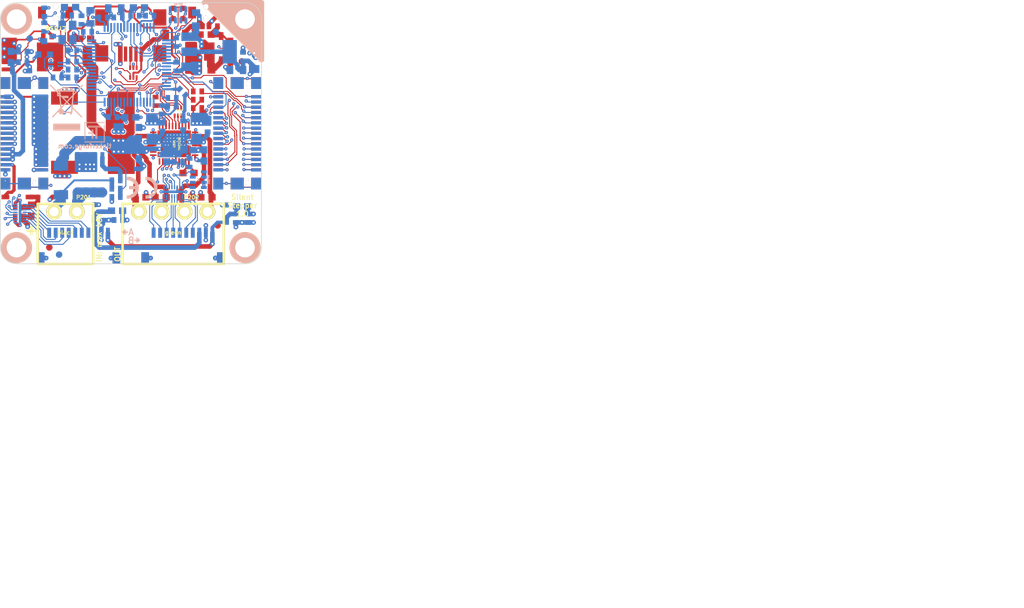
<source format=kicad_pcb>
(kicad_pcb (version 4) (host pcbnew 4.0.2+dfsg1-stable)
  (title_block (title "Silent Stepper Brick") (date 2016-02-08) (rev 1.0) (company "Tinkerforge GmbH") (comment 1 "Licensed under CERN OHL v.1.1") (comment 2 "Copyright (©) 2016, B.Nordmeyer <bastian@tinkerforge.com>"))
  (layers (0 Vorderseite signal hide) (1 GND signal hide) (2 IN2.CU signal hide) (3 IN4.CU signal hide) (4 VCC signal hide) (31 Rückseite signal hide) (34 B.Paste user) (35 F.Paste user) (36 B.SilkS user) (37 F.SilkS user) (38 B.Mask user) (39 F.Mask user) (44 Edge.Cuts user))
  (net 0 "")
  (net 1 3V3)
  (net 2 BRICKLET-I2C-SCL)
  (net 3 BRICKLET-I2C-SDA)
  (net 4 BRICKLET-IO0_0/AD0)
  (net 5 BRICKLET-IO0_1)
  (net 6 BRICKLET-IO0_2/PWM0)
  (net 7 BRICKLET-IO0_3)
  (net 8 BRICKLET-IO1_0/AD1)
  (net 9 BRICKLET-IO1_1)
  (net 10 BRICKLET-IO1_2/PWM1)
  (net 11 BRICKLET-IO1_3)
  (net 12 PWR-DAC-VREF)
  (net 13 PWR-DIR)
  (net 14 PWR-ENABLE)
  (net 15 PWR-STEP)
  (net 16 PWR-VEXT)
  (net 17 PWR-VSTACK)
  (net 18 PWR-VSTACK-SW)
  (net 19 STACK-DETECT/JTAG-TMS)
  (net 20 STACK-I2C-SCL/JTAG-TDO)
  (net 21 STACK-I2C-SDA/JTAG-TDI)
  (net 22 STACK-INT)
  (net 23 STACK-PGND)
  (net 24 STACK-PVCC)
  (net 25 STACK-RESET)
  (net 26 STACK-SER-RXD)
  (net 27 STACK-SER-TXD)
  (net 28 STACK-SPI-MISO)
  (net 29 STACK-SPI-MOSI)
  (net 30 STACK-SPI-SCLK)
  (net 31 STACK-SPI-SELECT)
  (net 32 STACK-SYNC/JTAG-TCK)
  (net 33 USB-DETECT)
  (net 34 VSTACK)
  (net 35 VUSB)
  (net 36 XIN)
  (net 37 XOUT)
  (net 38 "Net-(C102-Pad1)")
  (net 39 "Net-(C203-Pad1)")
  (net 40 "Net-(C204-Pad1)")
  (net 41 "Net-(C207-Pad1)")
  (net 42 "Net-(C207-Pad2)")
  (net 43 "Net-(C208-Pad2)")
  (net 44 "Net-(C209-Pad2)")
  (net 45 "Net-(C217-Pad2)")
  (net 46 "Net-(C218-Pad2)")
  (net 47 "Net-(C303-Pad1)")
  (net 48 "Net-(C304-Pad1)")
  (net 49 "Net-(C403-Pad1)")
  (net 50 "Net-(C404-Pad1)")
  (net 51 "Net-(C509-Pad1)")
  (net 52 "Net-(C517-Pad1)")
  (net 53 "Net-(D101-Pad2)")
  (net 54 "Net-(D102-Pad2)")
  (net 55 "Net-(D201-Pad2)")
  (net 56 "Net-(D202-Pad1)")
  (net 57 "Net-(D203-Pad1)")
  (net 58 "Net-(D403-Pad2)")
  (net 59 "Net-(F101-Pad2)")
  (net 60 "Net-(FB102-Pad2)")
  (net 61 "Net-(FILTER301-Pad1)")
  (net 62 "Net-(FILTER301-Pad2)")
  (net 63 "Net-(FILTER301-Pad3)")
  (net 64 "Net-(FILTER301-Pad4)")
  (net 65 "Net-(FILTER301-Pad5)")
  (net 66 "Net-(FILTER301-Pad6)")
  (net 67 "Net-(FILTER301-Pad7)")
  (net 68 "Net-(FILTER302-Pad1)")
  (net 69 "Net-(FILTER302-Pad2)")
  (net 70 "Net-(FILTER302-Pad3)")
  (net 71 "Net-(FILTER302-Pad4)")
  (net 72 "Net-(FILTER302-Pad5)")
  (net 73 "Net-(FILTER302-Pad6)")
  (net 74 "Net-(FILTER302-Pad7)")
  (net 75 "Net-(J101-Pad3)")
  (net 76 "Net-(J101-Pad2)")
  (net 77 "Net-(J401-Pad29)")
  (net 78 "Net-(J401-Pad27)")
  (net 79 "Net-(J401-Pad25)")
  (net 80 "Net-(J401-Pad23)")
  (net 81 "Net-(J401-Pad21)")
  (net 82 "Net-(J401-Pad17)")
  (net 83 "Net-(J401-Pad15)")
  (net 84 "Net-(J401-Pad13)")
  (net 85 "Net-(J401-Pad7)")
  (net 86 "Net-(J401-Pad6)")
  (net 87 "Net-(J401-Pad8)")
  (net 88 "Net-(J401-Pad10)")
  (net 89 "Net-(J401-Pad12)")
  (net 90 "Net-(J401-Pad14)")
  (net 91 "Net-(J401-Pad16)")
  (net 92 "Net-(J401-Pad18)")
  (net 93 "Net-(J401-Pad22)")
  (net 94 "Net-(J401-Pad24)")
  (net 95 "Net-(J401-Pad30)")
  (net 96 "Net-(J403-Pad29)")
  (net 97 "Net-(J403-Pad30)")
  (net 98 "Net-(L101-Pad1)")
  (net 99 "Net-(L101-Pad2)")
  (net 100 "Net-(L101-Pad3)")
  (net 101 "Net-(L101-Pad4)")
  (net 102 "Net-(P201-Pad2)")
  (net 103 "Net-(Q202-PadG)")
  (net 104 "Net-(R101-Pad2)")
  (net 105 "Net-(R102-Pad2)")
  (net 106 "Net-(RP101-Pad5)")
  (net 107 "Net-(RP101-Pad8)")
  (net 108 "Net-(SW102-Pad1)")
  (net 109 PWR-DIAG1)
  (net 110 PWR-DIAG0)
  (net 111 "Net-(C516-Pad1)")
  (net 112 M4)
  (net 113 M3)
  (net 114 M2)
  (net 115 M1)
  (net 116 VEE)
  (net 117 "Net-(C201-Pad2)")
  (net 118 PWR-SW-3V3)
  (net 119 PWR-CS)
  (net 120 PWR-SDI)
  (net 121 PWR-SDO)
  (net 122 PWR-SCK)
  (net 123 PWR-CLK)
  (net 124 "Net-(RP201-Pad5)")
  (net 125 "Net-(RP201-Pad6)")
  (net 126 "Net-(RP201-Pad7)")
  (net 127 "Net-(RP201-Pad8)")
  (net 128 "Net-(R216-Pad2)")
  (net 129 "Net-(R105-Pad1)")
  (net 130 "Net-(FILTER301-Pad8)")
  (net 131 "Net-(FILTER301-Pad9)")
  (net 132 "Net-(FILTER302-Pad8)")
  (net 133 "Net-(FILTER302-Pad9)")
  (net 134 "Net-(J101-Pad4)")
  (net 135 "Net-(RP101-Pad2)")
  (net 136 "Net-(RP101-Pad3)")
  (net 137 "Net-(RP101-Pad6)")
  (net 138 "Net-(RP101-Pad7)")
  (net 139 "Net-(RP301-Pad6)")
  (net 140 "Net-(RP301-Pad7)")
  (net 141 "Net-(U101-Pad15)")
  (net 142 "Net-(U101-Pad23)")
  (net 143 "Net-(U101-Pad30)")
  (net 144 "Net-(U101-Pad40)")
  (net 145 "Net-(U101-Pad50)")
  (net 146 "Net-(U201-Pad17)")
  (net 147 "Net-(U201-Pad19)")
  (net 148 "Net-(U201-Pad9)")
  (module kicad-libraries:C0603E (layer Rückseite) (at 144.6 104.65 180)
    (fp_text reference FB302)
    (fp_text value FILTER)
    (pad 1 smd rect (at -0.8501 0 180) (size 1.1 1) (layers Rückseite B.Paste B.Mask) (net 1 3V3))
    (pad 2 smd rect (at 0.8501 0 180) (size 1.1 1) (layers Rückseite B.Paste B.Mask) (net 48 "Net-(C304-Pad1)"))
  )
  (module kicad-libraries:C0603E (layer Rückseite) (at 163.75 104 180)
    (fp_text reference FB301)
    (fp_text value FILTER)
    (pad 1 smd rect (at -0.8501 0 180) (size 1.1 1) (layers Rückseite B.Paste B.Mask) (net 34 VSTACK))
    (pad 2 smd rect (at 0.8501 0 180) (size 1.1 1) (layers Rückseite B.Paste B.Mask) (net 47 "Net-(C303-Pad1)"))
  )
  (module kicad-libraries:C0402E (layer Rückseite) (at 142.425 105.45 270)
    (fp_text reference C304)
    (fp_text value 1µF)
    (pad 1 smd rect (at -0.65 0 270) (size 0.7 0.9) (layers Rückseite B.Paste B.Mask) (net 48 "Net-(C304-Pad1)"))
    (pad 2 smd rect (at 0.65 0 270) (size 0.7 0.9) (layers Rückseite B.Paste B.Mask) (net 23 STACK-PGND))
  )
  (module kicad-libraries:C0402E (layer Rückseite) (at 162.8 105.8 270)
    (fp_text reference C303)
    (fp_text value 1µF)
    (pad 1 smd rect (at -0.65 0 270) (size 0.7 0.9) (layers Rückseite B.Paste B.Mask) (net 47 "Net-(C303-Pad1)"))
    (pad 2 smd rect (at 0.65 0 270) (size 0.7 0.9) (layers Rückseite B.Paste B.Mask) (net 23 STACK-PGND))
  )
  (module kicad-libraries:C0402E (layer Rückseite) (at 144.8 106.075 180)
    (fp_text reference C302)
    (fp_text value 1µF)
    (pad 1 smd rect (at -0.65 0 180) (size 0.7 0.9) (layers Rückseite B.Paste B.Mask) (net 1 3V3))
    (pad 2 smd rect (at 0.65 0 180) (size 0.7 0.9) (layers Rückseite B.Paste B.Mask) (net 23 STACK-PGND))
  )
  (module kicad-libraries:C0402E (layer Rückseite) (at 164.7 105.8 270)
    (fp_text reference C301)
    (fp_text value 1µF)
    (pad 1 smd rect (at -0.65 0 270) (size 0.7 0.9) (layers Rückseite B.Paste B.Mask) (net 34 VSTACK))
    (pad 2 smd rect (at 0.65 0 270) (size 0.7 0.9) (layers Rückseite B.Paste B.Mask) (net 23 STACK-PGND))
  )
  (module kicad-libraries:R1206 (layer Rückseite) (at 156.75 91.85 270)
    (fp_text reference R215)
    (fp_text value 0.12/0.5W)
    (pad 1 smd rect (at -1.50114 0 270) (size 1.00076 1.6002) (layers Rückseite B.Paste B.Mask) (net 23 STACK-PGND))
    (pad 2 smd rect (at 1.50114 0 270) (size 1.00076 1.6002) (layers Rückseite B.Paste B.Mask) (net 46 "Net-(C218-Pad2)"))
  )
  (module kicad-libraries:R1206 (layer Rückseite) (at 149.95 91.85 270)
    (fp_text reference R214)
    (fp_text value 0.12/0.5W)
    (pad 1 smd rect (at -1.50114 0 270) (size 1.00076 1.6002) (layers Rückseite B.Paste B.Mask) (net 23 STACK-PGND))
    (pad 2 smd rect (at 1.50114 0 270) (size 1.00076 1.6002) (layers Rückseite B.Paste B.Mask) (net 45 "Net-(C217-Pad2)"))
  )
  (module kicad-libraries:C1206 (layer Vorderseite) (at 153.55 77.725 180)
    (fp_text reference F101)
    (fp_text value PTC)
    (pad 1 smd rect (at -1.50114 0 180) (size 1.00076 1.6002) (layers Vorderseite F.Paste F.Mask) (net 38 "Net-(C102-Pad1)"))
    (pad 2 smd rect (at 1.50114 0 180) (size 1.00076 1.6002) (layers Vorderseite F.Paste F.Mask) (net 59 "Net-(F101-Pad2)"))
  )
  (module kicad-libraries:C1206 (layer Rückseite) (at 144.825 93.25 90)
    (fp_text reference C215)
    (fp_text value 4.7µF/50V)
    (pad 1 smd rect (at -1.50114 0 90) (size 1.00076 1.6002) (layers Rückseite B.Paste B.Mask) (net 116 VEE))
    (pad 2 smd rect (at 1.50114 0 90) (size 1.00076 1.6002) (layers Rückseite B.Paste B.Mask) (net 23 STACK-PGND))
  )
  (module kicad-libraries:R0402E (layer Rückseite) (at 139.15 75.45 270)
    (fp_text reference R501)
    (fp_text value 1R0)
    (pad 1 smd rect (at -0.65 0 270) (size 0.7 0.9) (layers Rückseite B.Paste B.Mask) (net 111 "Net-(C516-Pad1)"))
    (pad 2 smd rect (at 0.65 0 270) (size 0.7 0.9) (layers Rückseite B.Paste B.Mask) (net 52 "Net-(C517-Pad1)"))
  )
  (module kicad-libraries:R0402E (layer Vorderseite) (at 156.925 86.375 180)
    (fp_text reference R401)
    (fp_text value 1k)
    (pad 1 smd rect (at -0.65 0 180) (size 0.7 0.9) (layers Vorderseite F.Paste F.Mask) (net 85 "Net-(J401-Pad7)"))
    (pad 2 smd rect (at 0.65 0 180) (size 0.7 0.9) (layers Vorderseite F.Paste F.Mask) (net 25 STACK-RESET))
  )
  (module kicad-libraries:R0402E (layer Vorderseite) (at 150.5 87.9 270)
    (fp_text reference R216)
    (fp_text value 220)
    (pad 1 smd rect (at -0.65 0 270) (size 0.7 0.9) (layers Vorderseite F.Paste F.Mask) (net 15 PWR-STEP))
    (pad 2 smd rect (at 0.65 0 270) (size 0.7 0.9) (layers Vorderseite F.Paste F.Mask) (net 128 "Net-(R216-Pad2)"))
  )
  (module kicad-libraries:R0402E (layer Vorderseite) (at 156.925 87.65)
    (fp_text reference R213)
    (fp_text value 1k)
    (pad 1 smd rect (at -0.65 0) (size 0.7 0.9) (layers Vorderseite F.Paste F.Mask) (net 12 PWR-DAC-VREF))
    (pad 2 smd rect (at 0.65 0) (size 0.7 0.9) (layers Vorderseite F.Paste F.Mask) (net 44 "Net-(C209-Pad2)"))
  )
  (module kicad-libraries:R0402E (layer Vorderseite) (at 156.925 90.175)
    (fp_text reference R212)
    (fp_text value 3.9k)
    (pad 1 smd rect (at -0.65 0) (size 0.7 0.9) (layers Vorderseite F.Paste F.Mask) (net 44 "Net-(C209-Pad2)"))
    (pad 2 smd rect (at 0.65 0) (size 0.7 0.9) (layers Vorderseite F.Paste F.Mask) (net 23 STACK-PGND))
  )
  (module kicad-libraries:R0402E (layer Rückseite) (at 153.975 97.175 180)
    (fp_text reference R211)
    (fp_text value 2R2)
    (pad 1 smd rect (at -0.65 0 180) (size 0.7 0.9) (layers Rückseite B.Paste B.Mask) (net 39 "Net-(C203-Pad1)"))
    (pad 2 smd rect (at 0.65 0 180) (size 0.7 0.9) (layers Rückseite B.Paste B.Mask) (net 40 "Net-(C204-Pad1)"))
  )
  (module kicad-libraries:R0402E (layer Rückseite) (at 153.025 88.575 180)
    (fp_text reference R210)
    (fp_text value 1k)
    (pad 1 smd rect (at -0.65 0 180) (size 0.7 0.9) (layers Rückseite B.Paste B.Mask) (net 117 "Net-(C201-Pad2)"))
    (pad 2 smd rect (at 0.65 0 180) (size 0.7 0.9) (layers Rückseite B.Paste B.Mask) (net 23 STACK-PGND))
  )
  (module kicad-libraries:C0402E (layer Rückseite) (at 153.025 87.375)
    (fp_text reference R209)
    (fp_text value FB)
    (pad 1 smd rect (at -0.65 0) (size 0.7 0.9) (layers Rückseite B.Paste B.Mask) (net 118 PWR-SW-3V3))
    (pad 2 smd rect (at 0.65 0) (size 0.7 0.9) (layers Rückseite B.Paste B.Mask) (net 117 "Net-(C201-Pad2)"))
  )
  (module kicad-libraries:R0402E (layer Rückseite) (at 135.45 84.25 180)
    (fp_text reference R208)
    (fp_text value 1k)
    (pad 1 smd rect (at -0.65 0 180) (size 0.7 0.9) (layers Rückseite B.Paste B.Mask) (net 23 STACK-PGND))
    (pad 2 smd rect (at 0.65 0 180) (size 0.7 0.9) (layers Rückseite B.Paste B.Mask) (net 18 PWR-VSTACK-SW))
  )
  (module kicad-libraries:R0402E (layer Rückseite) (at 144.45 102.55 180)
    (fp_text reference R207)
    (fp_text value 1k)
    (pad 1 smd rect (at -0.65 0 180) (size 0.7 0.9) (layers Rückseite B.Paste B.Mask) (net 16 PWR-VEXT))
    (pad 2 smd rect (at 0.65 0 180) (size 0.7 0.9) (layers Rückseite B.Paste B.Mask) (net 23 STACK-PGND))
  )
  (module kicad-libraries:R0402E (layer Rückseite) (at 144.45 101.275)
    (fp_text reference R206)
    (fp_text value 10k)
    (pad 1 smd rect (at -0.65 0) (size 0.7 0.9) (layers Rückseite B.Paste B.Mask) (net 57 "Net-(D203-Pad1)"))
    (pad 2 smd rect (at 0.65 0) (size 0.7 0.9) (layers Rückseite B.Paste B.Mask) (net 16 PWR-VEXT))
  )
  (module kicad-libraries:R0402E (layer Rückseite) (at 144.45 100)
    (fp_text reference R205)
    (fp_text value 100k)
    (pad 1 smd rect (at -0.65 0) (size 0.7 0.9) (layers Rückseite B.Paste B.Mask) (net 57 "Net-(D203-Pad1)"))
    (pad 2 smd rect (at 0.65 0) (size 0.7 0.9) (layers Rückseite B.Paste B.Mask) (net 55 "Net-(D201-Pad2)"))
  )
  (module kicad-libraries:R0402E (layer Vorderseite) (at 133.95 77.95)
    (fp_text reference R204)
    (fp_text value 10k)
    (pad 1 smd rect (at -0.65 0) (size 0.7 0.9) (layers Vorderseite F.Paste F.Mask) (net 103 "Net-(Q202-PadG)"))
    (pad 2 smd rect (at 0.65 0) (size 0.7 0.9) (layers Vorderseite F.Paste F.Mask) (net 24 STACK-PVCC))
  )
  (module kicad-libraries:R0402E (layer Rückseite) (at 133.45 74.225 90)
    (fp_text reference R203)
    (fp_text value 1k)
    (pad 1 smd rect (at -0.65 0 90) (size 0.7 0.9) (layers Rückseite B.Paste B.Mask) (net 17 PWR-VSTACK))
    (pad 2 smd rect (at 0.65 0 90) (size 0.7 0.9) (layers Rückseite B.Paste B.Mask) (net 23 STACK-PGND))
  )
  (module kicad-libraries:R0402E (layer Rückseite) (at 133.45 76.525 90)
    (fp_text reference R202)
    (fp_text value 10k)
    (pad 1 smd rect (at -0.65 0 90) (size 0.7 0.9) (layers Rückseite B.Paste B.Mask) (net 24 STACK-PVCC))
    (pad 2 smd rect (at 0.65 0 90) (size 0.7 0.9) (layers Rückseite B.Paste B.Mask) (net 17 PWR-VSTACK))
  )
  (module kicad-libraries:R0402E (layer Rückseite) (at 154.725 91.575 270)
    (fp_text reference R201)
    (fp_text value 1k)
    (pad 1 smd rect (at -0.65 0 270) (size 0.7 0.9) (layers Rückseite B.Paste B.Mask) (net 123 PWR-CLK))
    (pad 2 smd rect (at 0.65 0 270) (size 0.7 0.9) (layers Rückseite B.Paste B.Mask) (net 23 STACK-PGND))
  )
  (module kicad-libraries:R0402E (layer Rückseite) (at 154.625 86.475 315)
    (fp_text reference R105)
    (fp_text value 100)
    (pad 1 smd rect (at -0.65 0 315) (size 0.7 0.9) (layers Rückseite B.Paste B.Mask) (net 129 "Net-(R105-Pad1)"))
    (pad 2 smd rect (at 0.65 0 315) (size 0.7 0.9) (layers Rückseite B.Paste B.Mask) (net 123 PWR-CLK))
  )
  (module kicad-libraries:R0402E (layer Vorderseite) (at 161.95 81.45 90)
    (fp_text reference R104)
    (fp_text value 2.7k)
    (pad 1 smd rect (at -0.65 0 90) (size 0.7 0.9) (layers Vorderseite F.Paste F.Mask) (net 23 STACK-PGND))
    (pad 2 smd rect (at 0.65 0 90) (size 0.7 0.9) (layers Vorderseite F.Paste F.Mask) (net 33 USB-DETECT))
  )
  (module kicad-libraries:R0402E (layer Vorderseite) (at 161.95 79.15 270)
    (fp_text reference R103)
    (fp_text value 1.8k)
    (pad 1 smd rect (at -0.65 0 270) (size 0.7 0.9) (layers Vorderseite F.Paste F.Mask) (net 35 VUSB))
    (pad 2 smd rect (at 0.65 0 270) (size 0.7 0.9) (layers Vorderseite F.Paste F.Mask) (net 33 USB-DETECT))
  )
  (module kicad-libraries:R0402E (layer Rückseite) (at 137.75 81.8)
    (fp_text reference R102)
    (fp_text value 27)
    (pad 1 smd rect (at -0.65 0) (size 0.7 0.9) (layers Rückseite B.Paste B.Mask) (net 98 "Net-(L101-Pad1)"))
    (pad 2 smd rect (at 0.65 0) (size 0.7 0.9) (layers Rückseite B.Paste B.Mask) (net 105 "Net-(R102-Pad2)"))
  )
  (module kicad-libraries:R0402E (layer Rückseite) (at 137.75 83.025)
    (fp_text reference R101)
    (fp_text value 27)
    (pad 1 smd rect (at -0.65 0) (size 0.7 0.9) (layers Rückseite B.Paste B.Mask) (net 101 "Net-(L101-Pad4)"))
    (pad 2 smd rect (at 0.65 0) (size 0.7 0.9) (layers Rückseite B.Paste B.Mask) (net 104 "Net-(R101-Pad2)"))
  )
  (module kicad-libraries:C0805 (layer Rückseite) (at 140.525 74.95 270)
    (fp_text reference L501)
    (fp_text value LBR2012T100K)
    (pad 1 smd rect (at -1.00076 0 270) (size 1.00076 1.24968) (layers Rückseite B.Paste B.Mask) (net 51 "Net-(C509-Pad1)") (clearance 0.14986))
    (pad 2 smd rect (at 1.00076 0 270) (size 1.00076 1.24968) (layers Rückseite B.Paste B.Mask) (net 52 "Net-(C517-Pad1)") (clearance 0.14986))
  )
  (module kicad-libraries:C0603E (layer Rückseite) (at 128.35 81.1 270)
    (fp_text reference FB402)
    (fp_text value FB)
    (pad 1 smd rect (at -0.8501 0 270) (size 1.1 1) (layers Rückseite B.Paste B.Mask) (net 34 VSTACK))
    (pad 2 smd rect (at 0.8501 0 270) (size 1.1 1) (layers Rückseite B.Paste B.Mask) (net 50 "Net-(C404-Pad1)"))
  )
  (module kicad-libraries:C0603E (layer Vorderseite) (at 131.45 104.65 90)
    (fp_text reference FB401)
    (fp_text value FB)
    (pad 1 smd rect (at -0.8501 0 90) (size 1.1 1) (layers Vorderseite F.Paste F.Mask) (net 1 3V3))
    (pad 2 smd rect (at 0.8501 0 90) (size 1.1 1) (layers Vorderseite F.Paste F.Mask) (net 49 "Net-(C403-Pad1)"))
  )
  (module kicad-libraries:C0603E (layer Vorderseite) (at 139.7 78.3)
    (fp_text reference FB102)
    (fp_text value FB)
    (pad 1 smd rect (at -0.8501 0) (size 1.1 1) (layers Vorderseite F.Paste F.Mask) (net 23 STACK-PGND))
    (pad 2 smd rect (at 0.8501 0) (size 1.1 1) (layers Vorderseite F.Paste F.Mask) (net 60 "Net-(FB102-Pad2)"))
  )
  (module kicad-libraries:C0603E (layer Vorderseite) (at 158.175 77.675 180)
    (fp_text reference FB101)
    (fp_text value FB)
    (pad 1 smd rect (at -0.8501 0 180) (size 1.1 1) (layers Vorderseite F.Paste F.Mask) (net 35 VUSB))
    (pad 2 smd rect (at 0.8501 0 180) (size 1.1 1) (layers Vorderseite F.Paste F.Mask) (net 38 "Net-(C102-Pad1)"))
  )
  (module kicad-libraries:C0402E (layer Rückseite) (at 142.45 75.05)
    (fp_text reference C518)
    (fp_text value 100nF)
    (pad 1 smd rect (at -0.65 0) (size 0.7 0.9) (layers Rückseite B.Paste B.Mask) (net 1 3V3))
    (pad 2 smd rect (at 0.65 0) (size 0.7 0.9) (layers Rückseite B.Paste B.Mask) (net 23 STACK-PGND))
  )
  (module kicad-libraries:C0402E (layer Rückseite) (at 140.075 77.25 180)
    (fp_text reference C517)
    (fp_text value 100nF)
    (pad 1 smd rect (at -0.65 0 180) (size 0.7 0.9) (layers Rückseite B.Paste B.Mask) (net 52 "Net-(C517-Pad1)"))
    (pad 2 smd rect (at 0.65 0 180) (size 0.7 0.9) (layers Rückseite B.Paste B.Mask) (net 23 STACK-PGND))
  )
  (module kicad-libraries:C0603E (layer Rückseite) (at 137.4 73.475 180)
    (fp_text reference C516)
    (fp_text value 4.7µF)
    (pad 1 smd rect (at -0.8501 0 180) (size 1.1 1) (layers Rückseite B.Paste B.Mask) (net 111 "Net-(C516-Pad1)"))
    (pad 2 smd rect (at 0.8501 0 180) (size 1.1 1) (layers Rückseite B.Paste B.Mask) (net 23 STACK-PGND))
  )
  (module kicad-libraries:C0402E (layer Rückseite) (at 163.9 81.05 90)
    (fp_text reference C515)
    (fp_text value 100nF)
    (pad 1 smd rect (at -0.65 0 90) (size 0.7 0.9) (layers Rückseite B.Paste B.Mask) (net 1 3V3))
    (pad 2 smd rect (at 0.65 0 90) (size 0.7 0.9) (layers Rückseite B.Paste B.Mask) (net 23 STACK-PGND))
  )
  (module kicad-libraries:C0805 (layer Rückseite) (at 162.9 83.1 180)
    (fp_text reference C514)
    (fp_text value 10µF/10V)
    (pad 1 smd rect (at -1.00076 0 180) (size 1.00076 1.24968) (layers Rückseite B.Paste B.Mask) (net 1 3V3) (clearance 0.14986))
    (pad 2 smd rect (at 1.00076 0 180) (size 1.00076 1.24968) (layers Rückseite B.Paste B.Mask) (net 23 STACK-PGND) (clearance 0.14986))
  )
  (module kicad-libraries:C0402E (layer Rückseite) (at 137.75 84.25 180)
    (fp_text reference C513)
    (fp_text value 100nF)
    (pad 1 smd rect (at -0.65 0 180) (size 0.7 0.9) (layers Rückseite B.Paste B.Mask) (net 51 "Net-(C509-Pad1)"))
    (pad 2 smd rect (at 0.65 0 180) (size 0.7 0.9) (layers Rückseite B.Paste B.Mask) (net 23 STACK-PGND))
  )
  (module kicad-libraries:C0402E (layer Rückseite) (at 153.675 82.575 270)
    (fp_text reference C512)
    (fp_text value 100nF)
    (pad 1 smd rect (at -0.65 0 270) (size 0.7 0.9) (layers Rückseite B.Paste B.Mask) (net 51 "Net-(C509-Pad1)"))
    (pad 2 smd rect (at 0.65 0 270) (size 0.7 0.9) (layers Rückseite B.Paste B.Mask) (net 23 STACK-PGND))
  )
  (module kicad-libraries:C0402E (layer Rückseite) (at 147.325 74.775)
    (fp_text reference C511)
    (fp_text value 100nF)
    (pad 1 smd rect (at -0.65 0) (size 0.7 0.9) (layers Rückseite B.Paste B.Mask) (net 51 "Net-(C509-Pad1)"))
    (pad 2 smd rect (at 0.65 0) (size 0.7 0.9) (layers Rückseite B.Paste B.Mask) (net 23 STACK-PGND))
  )
  (module kicad-libraries:C0402E (layer Rückseite) (at 149.625 74.775 180)
    (fp_text reference C510)
    (fp_text value 100nF)
    (pad 1 smd rect (at -0.65 0 180) (size 0.7 0.9) (layers Rückseite B.Paste B.Mask) (net 51 "Net-(C509-Pad1)"))
    (pad 2 smd rect (at 0.65 0 180) (size 0.7 0.9) (layers Rückseite B.Paste B.Mask) (net 23 STACK-PGND))
  )
  (module kicad-libraries:C0603E (layer Rückseite) (at 147.95 73.525)
    (fp_text reference C509)
    (fp_text value 2.2µF)
    (pad 1 smd rect (at -0.8501 0) (size 1.1 1) (layers Rückseite B.Paste B.Mask) (net 51 "Net-(C509-Pad1)"))
    (pad 2 smd rect (at 0.8501 0) (size 1.1 1) (layers Rückseite B.Paste B.Mask) (net 23 STACK-PGND))
  )
  (module kicad-libraries:C0402E (layer Rückseite) (at 137.75 80.075)
    (fp_text reference C508)
    (fp_text value 100nF)
    (pad 1 smd rect (at -0.65 0) (size 0.7 0.9) (layers Rückseite B.Paste B.Mask) (net 1 3V3))
    (pad 2 smd rect (at 0.65 0) (size 0.7 0.9) (layers Rückseite B.Paste B.Mask) (net 23 STACK-PGND))
  )
  (module kicad-libraries:C0402E (layer Rückseite) (at 143.95 90.3 180)
    (fp_text reference C507)
    (fp_text value 100nF)
    (pad 1 smd rect (at -0.65 0 180) (size 0.7 0.9) (layers Rückseite B.Paste B.Mask) (net 1 3V3))
    (pad 2 smd rect (at 0.65 0 180) (size 0.7 0.9) (layers Rückseite B.Paste B.Mask) (net 23 STACK-PGND))
  )
  (module kicad-libraries:C0402E (layer Rückseite) (at 153.625 78.85 90)
    (fp_text reference C506)
    (fp_text value 100nF)
    (pad 1 smd rect (at -0.65 0 90) (size 0.7 0.9) (layers Rückseite B.Paste B.Mask) (net 1 3V3))
    (pad 2 smd rect (at 0.65 0 90) (size 0.7 0.9) (layers Rückseite B.Paste B.Mask) (net 23 STACK-PGND))
  )
  (module kicad-libraries:C0603E (layer Rückseite) (at 146.625 90.35)
    (fp_text reference C505)
    (fp_text value 4.7µF)
    (pad 1 smd rect (at -0.8501 0) (size 1.1 1) (layers Rückseite B.Paste B.Mask) (net 1 3V3))
    (pad 2 smd rect (at 0.8501 0) (size 1.1 1) (layers Rückseite B.Paste B.Mask) (net 23 STACK-PGND))
  )
  (module kicad-libraries:C0805 (layer Rückseite) (at 156.7 75.3 90)
    (fp_text reference C504)
    (fp_text value 10µF)
    (pad 1 smd rect (at -1.00076 0 90) (size 1.00076 1.24968) (layers Rückseite B.Paste B.Mask) (net 34 VSTACK) (clearance 0.14986))
    (pad 2 smd rect (at 1.00076 0 90) (size 1.00076 1.24968) (layers Rückseite B.Paste B.Mask) (net 23 STACK-PGND) (clearance 0.14986))
  )
  (module kicad-libraries:C0402E (layer Rückseite) (at 144.75 75.05 180)
    (fp_text reference C503)
    (fp_text value 100nF)
    (pad 1 smd rect (at -0.65 0 180) (size 0.7 0.9) (layers Rückseite B.Paste B.Mask) (net 1 3V3))
    (pad 2 smd rect (at 0.65 0 180) (size 0.7 0.9) (layers Rückseite B.Paste B.Mask) (net 23 STACK-PGND))
  )
  (module kicad-libraries:C0805 (layer Rückseite) (at 144.25 73.65 180)
    (fp_text reference C502)
    (fp_text value 10µF)
    (pad 1 smd rect (at -1.00076 0 180) (size 1.00076 1.24968) (layers Rückseite B.Paste B.Mask) (net 1 3V3) (clearance 0.14986))
    (pad 2 smd rect (at 1.00076 0 180) (size 1.00076 1.24968) (layers Rückseite B.Paste B.Mask) (net 23 STACK-PGND) (clearance 0.14986))
  )
  (module kicad-libraries:C0402E (layer Rückseite) (at 130.15 81.9)
    (fp_text reference C404)
    (fp_text value 1µF)
    (pad 1 smd rect (at -0.65 0) (size 0.7 0.9) (layers Rückseite B.Paste B.Mask) (net 50 "Net-(C404-Pad1)"))
    (pad 2 smd rect (at 0.65 0) (size 0.7 0.9) (layers Rückseite B.Paste B.Mask) (net 23 STACK-PGND))
  )
  (module kicad-libraries:C0402E (layer Vorderseite) (at 129.65 104.15 180)
    (fp_text reference C403)
    (fp_text value 1µF)
    (pad 1 smd rect (at -0.65 0 180) (size 0.7 0.9) (layers Vorderseite F.Paste F.Mask) (net 49 "Net-(C403-Pad1)"))
    (pad 2 smd rect (at 0.65 0 180) (size 0.7 0.9) (layers Vorderseite F.Paste F.Mask) (net 23 STACK-PGND))
  )
  (module kicad-libraries:C0402E (layer Rückseite) (at 130.15 80.275)
    (fp_text reference C402)
    (fp_text value 1µF)
    (pad 1 smd rect (at -0.65 0) (size 0.7 0.9) (layers Rückseite B.Paste B.Mask) (net 34 VSTACK))
    (pad 2 smd rect (at 0.65 0) (size 0.7 0.9) (layers Rückseite B.Paste B.Mask) (net 23 STACK-PGND))
  )
  (module kicad-libraries:C0402E (layer Vorderseite) (at 129.65 105.55 180)
    (fp_text reference C401)
    (fp_text value 1µF)
    (pad 1 smd rect (at -0.65 0 180) (size 0.7 0.9) (layers Vorderseite F.Paste F.Mask) (net 1 3V3))
    (pad 2 smd rect (at 0.65 0 180) (size 0.7 0.9) (layers Vorderseite F.Paste F.Mask) (net 23 STACK-PGND))
  )
  (module kicad-libraries:C0402E (layer Rückseite) (at 158.475 91.9 270)
    (fp_text reference C218)
    (fp_text value 100nF)
    (pad 1 smd rect (at -0.65 0 270) (size 0.7 0.9) (layers Rückseite B.Paste B.Mask) (net 23 STACK-PGND))
    (pad 2 smd rect (at 0.65 0 270) (size 0.7 0.9) (layers Rückseite B.Paste B.Mask) (net 46 "Net-(C218-Pad2)"))
  )
  (module kicad-libraries:C0402E (layer Rückseite) (at 151.525 91.775 270)
    (fp_text reference C217)
    (fp_text value 100nF)
    (pad 1 smd rect (at -0.65 0 270) (size 0.7 0.9) (layers Rückseite B.Paste B.Mask) (net 23 STACK-PGND))
    (pad 2 smd rect (at 0.65 0 270) (size 0.7 0.9) (layers Rückseite B.Paste B.Mask) (net 45 "Net-(C217-Pad2)"))
  )
  (module kicad-libraries:C0603E (layer Vorderseite) (at 148.175 102.6 180)
    (fp_text reference C216)
    (fp_text value 470pF/100V)
    (pad 1 smd rect (at -0.8501 0 180) (size 1.1 1) (layers Vorderseite F.Paste F.Mask) (net 23 STACK-PGND))
    (pad 2 smd rect (at 0.8501 0 180) (size 1.1 1) (layers Vorderseite F.Paste F.Mask) (net 115 M1))
  )
  (module kicad-libraries:C0603E (layer Vorderseite) (at 151.275 102.6)
    (fp_text reference C214)
    (fp_text value 470pF/100V)
    (pad 1 smd rect (at -0.8501 0) (size 1.1 1) (layers Vorderseite F.Paste F.Mask) (net 23 STACK-PGND))
    (pad 2 smd rect (at 0.8501 0) (size 1.1 1) (layers Vorderseite F.Paste F.Mask) (net 114 M2))
  )
  (module kicad-libraries:C0603E (layer Rückseite) (at 147.925 95.85 270)
    (fp_text reference C213)
    (fp_text value 100nF/50V)
    (pad 1 smd rect (at -0.8501 0 270) (size 1.1 1) (layers Rückseite B.Paste B.Mask) (net 116 VEE))
    (pad 2 smd rect (at 0.8501 0 270) (size 1.1 1) (layers Rückseite B.Paste B.Mask) (net 23 STACK-PGND))
  )
  (module kicad-libraries:C0603E (layer Vorderseite) (at 155.2 102.6 180)
    (fp_text reference C212)
    (fp_text value 470pF/100V)
    (pad 1 smd rect (at -0.8501 0 180) (size 1.1 1) (layers Vorderseite F.Paste F.Mask) (net 23 STACK-PGND))
    (pad 2 smd rect (at 0.8501 0 180) (size 1.1 1) (layers Vorderseite F.Paste F.Mask) (net 113 M3))
  )
  (module kicad-libraries:C0603E (layer Rückseite) (at 155.3 95.375 180)
    (fp_text reference C211)
    (fp_text value 100nF/50V)
    (pad 1 smd rect (at -0.8501 0 180) (size 1.1 1) (layers Rückseite B.Paste B.Mask) (net 116 VEE))
    (pad 2 smd rect (at 0.8501 0 180) (size 1.1 1) (layers Rückseite B.Paste B.Mask) (net 23 STACK-PGND))
  )
  (module kicad-libraries:C0603E (layer Vorderseite) (at 158.3 102.6)
    (fp_text reference C210)
    (fp_text value 470pF/100V)
    (pad 1 smd rect (at -0.8501 0) (size 1.1 1) (layers Vorderseite F.Paste F.Mask) (net 23 STACK-PGND))
    (pad 2 smd rect (at 0.8501 0) (size 1.1 1) (layers Vorderseite F.Paste F.Mask) (net 112 M4))
  )
  (module kicad-libraries:C0402E (layer Vorderseite) (at 156.925 88.925 180)
    (fp_text reference C209)
    (fp_text value 100nF)
    (pad 1 smd rect (at -0.65 0 180) (size 0.7 0.9) (layers Vorderseite F.Paste F.Mask) (net 23 STACK-PGND))
    (pad 2 smd rect (at 0.65 0 180) (size 0.7 0.9) (layers Vorderseite F.Paste F.Mask) (net 44 "Net-(C209-Pad2)"))
  )
  (module kicad-libraries:C0603E (layer Rückseite) (at 157.9 96.175 270)
    (fp_text reference C208)
    (fp_text value 100nF/50V)
    (pad 1 smd rect (at -0.8501 0 270) (size 1.1 1) (layers Rückseite B.Paste B.Mask) (net 116 VEE))
    (pad 2 smd rect (at 0.8501 0 270) (size 1.1 1) (layers Rückseite B.Paste B.Mask) (net 43 "Net-(C208-Pad2)"))
  )
  (module kicad-libraries:C0603E (layer Vorderseite) (at 155.55 98.875)
    (fp_text reference C207)
    (fp_text value 22nF/50V-low)
    (pad 1 smd rect (at -0.8501 0) (size 1.1 1) (layers Vorderseite F.Paste F.Mask) (net 41 "Net-(C207-Pad1)"))
    (pad 2 smd rect (at 0.8501 0) (size 1.1 1) (layers Vorderseite F.Paste F.Mask) (net 42 "Net-(C207-Pad2)"))
  )
  (module kicad-libraries:C0603E (layer Rückseite) (at 147.925 92.75 90)
    (fp_text reference C206)
    (fp_text value 100nF/50V)
    (pad 1 smd rect (at -0.8501 0 90) (size 1.1 1) (layers Rückseite B.Paste B.Mask) (net 116 VEE))
    (pad 2 smd rect (at 0.8501 0 90) (size 1.1 1) (layers Rückseite B.Paste B.Mask) (net 23 STACK-PGND))
  )
  (module kicad-libraries:C0603E (layer Rückseite) (at 152.175 96.325 90)
    (fp_text reference C204)
    (fp_text value 4.7µF)
    (pad 1 smd rect (at -0.8501 0 90) (size 1.1 1) (layers Rückseite B.Paste B.Mask) (net 40 "Net-(C204-Pad1)"))
    (pad 2 smd rect (at 0.8501 0 90) (size 1.1 1) (layers Rückseite B.Paste B.Mask) (net 23 STACK-PGND))
  )
  (module kicad-libraries:C0402E (layer Rückseite) (at 155.7 97.3 90)
    (fp_text reference C203)
    (fp_text value 470nF)
    (pad 1 smd rect (at -0.65 0 90) (size 0.7 0.9) (layers Rückseite B.Paste B.Mask) (net 39 "Net-(C203-Pad1)"))
    (pad 2 smd rect (at 0.65 0 90) (size 0.7 0.9) (layers Rückseite B.Paste B.Mask) (net 23 STACK-PGND))
  )
  (module kicad-libraries:C0402E (layer Rückseite) (at 151.425 89.175 270)
    (fp_text reference C201)
    (fp_text value 100nF)
    (pad 1 smd rect (at -0.65 0 270) (size 0.7 0.9) (layers Rückseite B.Paste B.Mask) (net 23 STACK-PGND))
    (pad 2 smd rect (at 0.65 0 270) (size 0.7 0.9) (layers Rückseite B.Paste B.Mask) (net 117 "Net-(C201-Pad2)"))
  )
  (module kicad-libraries:C0402E (layer Rückseite) (at 137 74.725 180)
    (fp_text reference C104)
    (fp_text value DNP)
    (pad 1 smd rect (at -0.65 0 180) (size 0.7 0.9) (layers Rückseite B.Paste B.Mask) (net 36 XIN))
    (pad 2 smd rect (at 0.65 0 180) (size 0.7 0.9) (layers Rückseite B.Paste B.Mask) (net 23 STACK-PGND))
  )
  (module kicad-libraries:C0402E (layer Rückseite) (at 134.8 77.275 90)
    (fp_text reference C103)
    (fp_text value DNP)
    (pad 1 smd rect (at -0.65 0 90) (size 0.7 0.9) (layers Rückseite B.Paste B.Mask) (net 37 XOUT))
    (pad 2 smd rect (at 0.65 0 90) (size 0.7 0.9) (layers Rückseite B.Paste B.Mask) (net 23 STACK-PGND))
  )
  (module kicad-libraries:C0402E (layer Vorderseite) (at 157.025 76.4)
    (fp_text reference C102)
    (fp_text value 1µF)
    (pad 1 smd rect (at -0.65 0) (size 0.7 0.9) (layers Vorderseite F.Paste F.Mask) (net 38 "Net-(C102-Pad1)"))
    (pad 2 smd rect (at 0.65 0) (size 0.7 0.9) (layers Vorderseite F.Paste F.Mask) (net 23 STACK-PGND))
  )
  (module kicad-libraries:C0402E (layer Vorderseite) (at 159.325 76.4 180)
    (fp_text reference C101)
    (fp_text value 1µF)
    (pad 1 smd rect (at -0.65 0 180) (size 0.7 0.9) (layers Vorderseite F.Paste F.Mask) (net 35 VUSB))
    (pad 2 smd rect (at 0.65 0 180) (size 0.7 0.9) (layers Vorderseite F.Paste F.Mask) (net 23 STACK-PGND))
  )
  (module kicad-libraries:QFN36_5X6 (layer Vorderseite) (at 153.35 94.4 270)
    (fp_text reference U201 (at 0 0 270) (layer F.SilkS) (effects (font (size 0.3 0.3) (thickness 0.075))))
    (fp_text value TMC2130 (at 0 -0.8 270) (layer F.SilkS) (effects (font (size 0.3 0.3) (thickness 0.075))))
    (pad 11 smd rect (at -1.74752 3.19786 90) (size 0.24892 0.99822) (layers Vorderseite F.Paste F.Mask) (net 23 STACK-PGND))
    (pad 12 smd rect (at -1.24968 3.19786 90) (size 0.24892 0.99822) (layers Vorderseite F.Paste F.Mask) (net 23 STACK-PGND))
    (pad 13 smd rect (at -0.7493 3.19786 90) (size 0.24892 0.99822) (layers Vorderseite F.Paste F.Mask) (net 115 M1))
    (pad 14 smd rect (at -0.24892 3.19786 90) (size 0.24892 0.99822) (layers Vorderseite F.Paste F.Mask) (net 45 "Net-(C217-Pad2)"))
    (pad 15 smd rect (at 0.24892 3.19786 90) (size 0.24892 0.99822) (layers Vorderseite F.Paste F.Mask) (net 114 M2))
    (pad 16 smd rect (at 0.7493 3.19786 90) (size 0.24892 0.99822) (layers Vorderseite F.Paste F.Mask) (net 116 VEE))
    (pad 17 smd rect (at 1.24968 3.19786 90) (size 0.24892 0.99822) (layers Vorderseite F.Paste F.Mask) (net 146 "Net-(U201-Pad17)"))
    (pad 18 smd rect (at 1.74752 3.19786 90) (size 0.24892 0.99822) (layers Vorderseite F.Paste F.Mask) (net 23 STACK-PGND))
    (pad 19 smd rect (at 2.69748 2.2479 180) (size 0.24892 0.99822) (layers Vorderseite F.Paste F.Mask) (net 147 "Net-(U201-Pad19)"))
    (pad 20 smd rect (at 2.69748 1.74752 180) (size 0.24892 0.99822) (layers Vorderseite F.Paste F.Mask) (net 110 PWR-DIAG0))
    (pad 21 smd rect (at 2.69748 1.24968 180) (size 0.24892 0.99822) (layers Vorderseite F.Paste F.Mask) (net 109 PWR-DIAG1))
    (pad 22 smd rect (at 2.69748 0.7493 180) (size 0.24892 0.99822) (layers Vorderseite F.Paste F.Mask) (net 14 PWR-ENABLE))
    (pad 23 smd rect (at 2.69748 0.24892 180) (size 0.24892 0.99822) (layers Vorderseite F.Paste F.Mask) (net 44 "Net-(C209-Pad2)"))
    (pad 24 smd rect (at 2.69748 -0.24892 180) (size 0.24892 0.99822) (layers Vorderseite F.Paste F.Mask) (net 23 STACK-PGND))
    (pad 25 smd rect (at 2.69748 -0.7493 180) (size 0.24892 0.99822) (layers Vorderseite F.Paste F.Mask) (net 40 "Net-(C204-Pad1)"))
    (pad 26 smd rect (at 2.69748 -1.24968 180) (size 0.24892 0.99822) (layers Vorderseite F.Paste F.Mask) (net 39 "Net-(C203-Pad1)"))
    (pad 27 smd rect (at 2.69748 -1.74752 180) (size 0.24892 0.99822) (layers Vorderseite F.Paste F.Mask) (net 41 "Net-(C207-Pad1)"))
    (pad 28 smd rect (at 2.69748 -2.2479 180) (size 0.24892 0.99822) (layers Vorderseite F.Paste F.Mask) (net 42 "Net-(C207-Pad2)"))
    (pad 29 smd rect (at 1.74752 -3.19786 270) (size 0.24892 0.99822) (layers Vorderseite F.Paste F.Mask) (net 43 "Net-(C208-Pad2)"))
    (pad 30 smd rect (at 1.24968 -3.19786 270) (size 0.24892 0.99822) (layers Vorderseite F.Paste F.Mask) (net 116 VEE))
    (pad 31 smd rect (at 0.7493 -3.19786 270) (size 0.24892 0.99822) (layers Vorderseite F.Paste F.Mask) (net 116 VEE))
    (pad 32 smd rect (at 0.24892 -3.19786 270) (size 0.24892 0.99822) (layers Vorderseite F.Paste F.Mask) (net 113 M3))
    (pad 33 smd rect (at -0.24892 -3.19786 270) (size 0.24892 0.99822) (layers Vorderseite F.Paste F.Mask) (net 46 "Net-(C218-Pad2)"))
    (pad 34 smd rect (at -0.7493 -3.19786 270) (size 0.24892 0.99822) (layers Vorderseite F.Paste F.Mask) (net 112 M4))
    (pad 35 smd rect (at -1.24968 -3.19786 270) (size 0.24892 0.99822) (layers Vorderseite F.Paste F.Mask) (net 23 STACK-PGND))
    (pad 36 smd rect (at -1.74752 -3.19786 270) (size 0.24892 0.99822) (layers Vorderseite F.Paste F.Mask) (net 23 STACK-PGND))
    (pad 1 smd rect (at -2.69748 -2.2479) (size 0.24892 0.99822) (layers Vorderseite F.Paste F.Mask) (net 123 PWR-CLK))
    (pad 2 smd rect (at -2.69748 -1.74752) (size 0.24892 0.99822) (layers Vorderseite F.Paste F.Mask) (net 127 "Net-(RP201-Pad8)"))
    (pad 3 smd rect (at -2.69748 -1.24968) (size 0.24892 0.99822) (layers Vorderseite F.Paste F.Mask) (net 126 "Net-(RP201-Pad7)"))
    (pad 4 smd rect (at -2.69748 -0.7493) (size 0.24892 0.99822) (layers Vorderseite F.Paste F.Mask) (net 125 "Net-(RP201-Pad6)"))
    (pad 5 smd rect (at -2.69748 -0.24892) (size 0.24892 0.99822) (layers Vorderseite F.Paste F.Mask) (net 124 "Net-(RP201-Pad5)"))
    (pad 6 smd rect (at -2.69748 0.24892) (size 0.24892 0.99822) (layers Vorderseite F.Paste F.Mask) (net 128 "Net-(R216-Pad2)"))
    (pad 7 smd rect (at -2.69748 0.7493) (size 0.24892 0.99822) (layers Vorderseite F.Paste F.Mask) (net 13 PWR-DIR))
    (pad 8 smd rect (at -2.69748 1.24968) (size 0.24892 0.99822) (layers Vorderseite F.Paste F.Mask) (net 117 "Net-(C201-Pad2)"))
    (pad 9 smd rect (at -2.69748 1.74752) (size 0.24892 0.99822) (layers Vorderseite F.Paste F.Mask) (net 148 "Net-(U201-Pad9)"))
    (pad 10 smd rect (at -2.69748 2.2479) (size 0.24892 0.99822) (layers Vorderseite F.Paste F.Mask) (net 117 "Net-(C201-Pad2)"))
    (pad EXP smd rect (at 0 0 270) (size 3.5 4) (layers Vorderseite F.Paste F.Mask) (net 23 STACK-PGND))
  )
  (module kicad-libraries:ELKO_103 (layer Vorderseite) (at 140.9 87.4)
    (fp_text reference C202)
    (fp_text value 330µF/50V)
    (pad 2 smd rect (at -4.35102 0) (size 4.09956 1.99898) (layers Vorderseite F.Paste F.Mask) (net 23 STACK-PGND))
    (pad 1 smd rect (at 4.35102 0) (size 4.09956 1.99898) (layers Vorderseite F.Paste F.Mask) (net 116 VEE))
  )
  (module kicad-libraries:ELKO_103 (layer Vorderseite) (at 140.9 98)
    (fp_text reference C205)
    (fp_text value 330µF/50V)
    (pad 2 smd rect (at -4.35102 0) (size 4.09956 1.99898) (layers Vorderseite F.Paste F.Mask) (net 23 STACK-PGND))
    (pad 1 smd rect (at 4.35102 0) (size 4.09956 1.99898) (layers Vorderseite F.Paste F.Mask) (net 116 VEE))
  )
  (module kicad-libraries:3528-21 (layer Vorderseite) (at 157.325 80.275 180)
    (fp_text reference C501)
    (fp_text value 100µF)
    (pad 1 smd rect (at -1.40048 0 180) (size 1.59954 2.79908) (layers Vorderseite F.Paste F.Mask) (net 34 VSTACK) (clearance 0.14986))
    (pad 2 smd rect (at 1.40048 0 180) (size 1.59954 2.79908) (layers Vorderseite F.Paste F.Mask) (net 23 STACK-PGND) (clearance 0.14986))
  )
  (module kicad-libraries:SOD-123 (layer Rückseite) (at 145.9 98.25 180)
    (fp_text reference D201)
    (fp_text value Z12V)
    (pad 1 smd rect (at -1.84912 0 180) (size 1.19888 0.70104) (layers Rückseite B.Paste B.Mask) (net 23 STACK-PGND) (clearance 0.14986))
    (pad 2 smd rect (at 1.84912 0 180) (size 1.19888 0.70104) (layers Rückseite B.Paste B.Mask) (net 55 "Net-(D201-Pad2)") (clearance 0.14986))
  )
  (module kicad-libraries:SOD-128 (layer Vorderseite) (at 137.85 80.475 180)
    (fp_text reference D202)
    (fp_text value PMEG6045ETPX)
    (pad 2 smd rect (at -2.19964 0 180) (size 1.39954 2.19964) (layers Vorderseite F.Paste F.Mask) (net 116 VEE))
    (pad 1 smd rect (at 2.19964 0 180) (size 1.39954 2.19964) (layers Vorderseite F.Paste F.Mask) (net 56 "Net-(D202-Pad1)"))
  )
  (module kicad-libraries:SOD-128 (layer Rückseite) (at 136 100 270)
    (fp_text reference D203)
    (fp_text value PMEG6045ETPX)
    (pad 2 smd rect (at -2.19964 0 270) (size 1.39954 2.19964) (layers Rückseite B.Paste B.Mask) (net 116 VEE))
    (pad 1 smd rect (at 2.19964 0 270) (size 1.39954 2.19964) (layers Rückseite B.Paste B.Mask) (net 57 "Net-(D203-Pad1)"))
  )
  (module kicad-libraries:SOD-323 (layer Rückseite) (at 161.4 105.1 270)
    (fp_text reference D301)
    (fp_text value ESD5V0D3B-TP)
    (pad 1 smd rect (at -1.3208 0 270) (size 0.762 0.6858) (layers Rückseite B.Paste B.Mask) (net 23 STACK-PGND))
    (pad 2 smd rect (at 1.3208 0 270) (size 0.762 0.6858) (layers Rückseite B.Paste B.Mask) (net 47 "Net-(C303-Pad1)"))
  )
  (module kicad-libraries:SOD-323 (layer Rückseite) (at 141.1 105.05 270)
    (fp_text reference D302)
    (fp_text value ESD3V3D3B-TP)
    (pad 1 smd rect (at -1.3208 0 270) (size 0.762 0.6858) (layers Rückseite B.Paste B.Mask) (net 23 STACK-PGND))
    (pad 2 smd rect (at 1.3208 0 270) (size 0.762 0.6858) (layers Rückseite B.Paste B.Mask) (net 48 "Net-(C304-Pad1)"))
  )
  (module kicad-libraries:SOD-323 (layer Vorderseite) (at 133.8 102.55 180)
    (fp_text reference D401)
    (fp_text value "TVS 3V3")
    (pad 1 smd rect (at -1.3208 0 180) (size 0.762 0.6858) (layers Vorderseite F.Paste F.Mask) (net 23 STACK-PGND))
    (pad 2 smd rect (at 1.3208 0 180) (size 0.762 0.6858) (layers Vorderseite F.Paste F.Mask) (net 49 "Net-(C403-Pad1)"))
  )
  (module kicad-libraries:SOD-323 (layer Rückseite) (at 129.9 83.25 180)
    (fp_text reference D402)
    (fp_text value ESD5V0D3B-TP)
    (pad 1 smd rect (at -1.3208 0 180) (size 0.762 0.6858) (layers Rückseite B.Paste B.Mask) (net 23 STACK-PGND))
    (pad 2 smd rect (at 1.3208 0 180) (size 0.762 0.6858) (layers Rückseite B.Paste B.Mask) (net 50 "Net-(C404-Pad1)"))
  )
  (module kicad-libraries:SOD-123 (layer Vorderseite) (at 129.35 102.55 180)
    (fp_text reference D403)
    (fp_text value B0520LW-7-F)
    (pad 1 smd rect (at -1.84912 0 180) (size 1.19888 0.70104) (layers Vorderseite F.Paste F.Mask) (net 49 "Net-(C403-Pad1)") (clearance 0.14986))
    (pad 2 smd rect (at 1.84912 0 180) (size 1.19888 0.70104) (layers Vorderseite F.Paste F.Mask) (net 58 "Net-(D403-Pad2)") (clearance 0.14986))
  )
  (module kicad-libraries:SOD-123 (layer Vorderseite) (at 160.55 79.75 270)
    (fp_text reference D501)
    (fp_text value B0520LW-7-F)
    (pad 1 smd rect (at -1.84912 0 270) (size 1.19888 0.70104) (layers Vorderseite F.Paste F.Mask) (net 35 VUSB) (clearance 0.14986))
    (pad 2 smd rect (at 1.84912 0 270) (size 1.19888 0.70104) (layers Vorderseite F.Paste F.Mask) (net 34 VSTACK) (clearance 0.14986))
  )
  (module kicad-libraries:DFN16-33x135 (layer Rückseite) (at 129.75 105.1 90)
    (fp_text reference FILTER301)
    (fp_text value Filter-8x)
    (pad 1 smd rect (at 1.4 0.675 90) (size 0.2 0.6) (layers Rückseite B.Paste B.Mask) (net 61 "Net-(FILTER301-Pad1)"))
    (pad 2 smd rect (at 1 0.675 90) (size 0.2 0.6) (layers Rückseite B.Paste B.Mask) (net 62 "Net-(FILTER301-Pad2)"))
    (pad 3 smd rect (at 0.6 0.675 90) (size 0.2 0.6) (layers Rückseite B.Paste B.Mask) (net 63 "Net-(FILTER301-Pad3)"))
    (pad 4 smd rect (at 0.2 0.675 90) (size 0.2 0.6) (layers Rückseite B.Paste B.Mask) (net 64 "Net-(FILTER301-Pad4)"))
    (pad 5 smd rect (at -0.2 0.675 90) (size 0.2 0.6) (layers Rückseite B.Paste B.Mask) (net 65 "Net-(FILTER301-Pad5)"))
    (pad 6 smd rect (at -0.6 0.675 90) (size 0.2 0.6) (layers Rückseite B.Paste B.Mask) (net 66 "Net-(FILTER301-Pad6)"))
    (pad 7 smd rect (at -1 0.675 90) (size 0.2 0.6) (layers Rückseite B.Paste B.Mask) (net 67 "Net-(FILTER301-Pad7)"))
    (pad 8 smd rect (at -1.4 0.675 90) (size 0.2 0.6) (layers Rückseite B.Paste B.Mask) (net 130 "Net-(FILTER301-Pad8)"))
    (pad 9 smd rect (at -1.4 -0.675 90) (size 0.2 0.6) (layers Rückseite B.Paste B.Mask) (net 131 "Net-(FILTER301-Pad9)"))
    (pad 10 smd rect (at -1 -0.675 90) (size 0.2 0.6) (layers Rückseite B.Paste B.Mask) (net 4 BRICKLET-IO0_0/AD0))
    (pad 11 smd rect (at -0.6 -0.675 90) (size 0.2 0.6) (layers Rückseite B.Paste B.Mask) (net 5 BRICKLET-IO0_1))
    (pad 12 smd rect (at -0.2 -0.675 90) (size 0.2 0.6) (layers Rückseite B.Paste B.Mask) (net 6 BRICKLET-IO0_2/PWM0))
    (pad 13 smd rect (at 0.2 -0.675 90) (size 0.2 0.6) (layers Rückseite B.Paste B.Mask) (net 7 BRICKLET-IO0_3))
    (pad 14 smd rect (at 0.6 -0.675 90) (size 0.2 0.6) (layers Rückseite B.Paste B.Mask) (net 1 3V3))
    (pad 15 smd rect (at 1 -0.675 90) (size 0.2 0.6) (layers Rückseite B.Paste B.Mask) (net 3 BRICKLET-I2C-SDA))
    (pad 16 smd rect (at 1.4 -0.675 90) (size 0.2 0.6) (layers Rückseite B.Paste B.Mask) (net 2 BRICKLET-I2C-SCL))
    (pad EXP smd rect (at 0 0 90) (size 2.8 0.35) (layers Rückseite B.Paste B.Mask) (net 23 STACK-PGND))
  )
  (module kicad-libraries:DFN16-33x135 (layer Rückseite) (at 153.2 101.75)
    (fp_text reference FILTER302)
    (fp_text value Filter-8x)
    (pad 1 smd rect (at 1.4 0.675) (size 0.2 0.6) (layers Rückseite B.Paste B.Mask) (net 68 "Net-(FILTER302-Pad1)"))
    (pad 2 smd rect (at 1 0.675) (size 0.2 0.6) (layers Rückseite B.Paste B.Mask) (net 69 "Net-(FILTER302-Pad2)"))
    (pad 3 smd rect (at 0.6 0.675) (size 0.2 0.6) (layers Rückseite B.Paste B.Mask) (net 70 "Net-(FILTER302-Pad3)"))
    (pad 4 smd rect (at 0.2 0.675) (size 0.2 0.6) (layers Rückseite B.Paste B.Mask) (net 71 "Net-(FILTER302-Pad4)"))
    (pad 5 smd rect (at -0.2 0.675) (size 0.2 0.6) (layers Rückseite B.Paste B.Mask) (net 72 "Net-(FILTER302-Pad5)"))
    (pad 6 smd rect (at -0.6 0.675) (size 0.2 0.6) (layers Rückseite B.Paste B.Mask) (net 73 "Net-(FILTER302-Pad6)"))
    (pad 7 smd rect (at -1 0.675) (size 0.2 0.6) (layers Rückseite B.Paste B.Mask) (net 74 "Net-(FILTER302-Pad7)"))
    (pad 8 smd rect (at -1.4 0.675) (size 0.2 0.6) (layers Rückseite B.Paste B.Mask) (net 132 "Net-(FILTER302-Pad8)"))
    (pad 9 smd rect (at -1.4 -0.675) (size 0.2 0.6) (layers Rückseite B.Paste B.Mask) (net 133 "Net-(FILTER302-Pad9)"))
    (pad 10 smd rect (at -1 -0.675) (size 0.2 0.6) (layers Rückseite B.Paste B.Mask) (net 11 BRICKLET-IO1_3))
    (pad 11 smd rect (at -0.6 -0.675) (size 0.2 0.6) (layers Rückseite B.Paste B.Mask) (net 10 BRICKLET-IO1_2/PWM1))
    (pad 12 smd rect (at -0.2 -0.675) (size 0.2 0.6) (layers Rückseite B.Paste B.Mask) (net 9 BRICKLET-IO1_1))
    (pad 13 smd rect (at 0.2 -0.675) (size 0.2 0.6) (layers Rückseite B.Paste B.Mask) (net 8 BRICKLET-IO1_0/AD1))
    (pad 14 smd rect (at 0.6 -0.675) (size 0.2 0.6) (layers Rückseite B.Paste B.Mask) (net 23 STACK-PGND))
    (pad 15 smd rect (at 1 -0.675) (size 0.2 0.6) (layers Rückseite B.Paste B.Mask) (net 3 BRICKLET-I2C-SDA))
    (pad 16 smd rect (at 1.4 -0.675) (size 0.2 0.6) (layers Rückseite B.Paste B.Mask) (net 2 BRICKLET-I2C-SCL))
    (pad EXP smd rect (at 0 0) (size 2.8 0.35) (layers Rückseite B.Paste B.Mask) (net 23 STACK-PGND))
  )
  (module kicad-libraries:USB-MINI-B-SMD (layer Vorderseite) (at 146.7 72.8)
    (fp_text reference J101)
    (fp_text value USB-MINI-B-SMD)
    (pad "" smd rect (at 4.45008 2.25044) (size 1.99898 2.49936) (layers Vorderseite F.Paste F.Mask) (clearance 0.14986))
    (pad "" smd rect (at 4.45008 7.74954) (size 1.99898 2.49936) (layers Vorderseite F.Paste F.Mask))
    (pad 6 smd rect (at -4.45008 7.74954) (size 1.99898 2.49936) (layers Vorderseite F.Paste F.Mask) (net 60 "Net-(FB102-Pad2)"))
    (pad "" smd rect (at -4.45008 2.25044) (size 1.99898 2.49936) (layers Vorderseite F.Paste F.Mask))
    (pad "" thru_hole circle (at 2.19964 5.25018) (size 0.90932 0.90932) (drill 0.89916) (layers *.Cu *.Mask F.SilkS) (clearance 0.14986))
    (pad "" thru_hole circle (at -2.19964 5.25018) (size 0.90932 0.90932) (drill 0.89916) (layers *.Cu *.Mask F.SilkS) (clearance 0.14986))
    (pad 5 smd rect (at -1.6002 7.85114) (size 0.50038 2.30124) (layers Vorderseite F.Paste F.Mask) (net 23 STACK-PGND) (clearance 0.14986))
    (pad 4 smd rect (at -0.8001 7.85114) (size 0.50038 2.30124) (layers Vorderseite F.Paste F.Mask) (net 134 "Net-(J101-Pad4)") (clearance 0.14986))
    (pad 3 smd rect (at 0 7.85114) (size 0.50038 2.30124) (layers Vorderseite F.Paste F.Mask) (net 75 "Net-(J101-Pad3)") (clearance 0.14986))
    (pad 2 smd rect (at 0.8001 7.85114) (size 0.50038 2.30124) (layers Vorderseite F.Paste F.Mask) (net 76 "Net-(J101-Pad2)") (clearance 0.14986))
    (pad 1 smd rect (at 1.6002 7.85114) (size 0.50038 2.30124) (layers Vorderseite F.Paste F.Mask) (net 59 "Net-(F101-Pad2)") (clearance 0.14986))
  )
  (module kicad-libraries:DRILL_NP (layer Vorderseite) (at 129.2 110.3)
    (fp_text reference J102 hide)
    (fp_text value DRILL hide)
    (pad "" np_thru_hole circle (at 0 0) (size 2.99974 2.99974) (drill 2.99974) (layers *.Cu *.Mask F.SilkS) (clearance 0.89916))
  )
  (module kicad-libraries:DRILL_NP (layer Vorderseite) (at 164.2 75.3)
    (fp_text reference J103 hide)
    (fp_text value DRILL hide)
    (pad "" np_thru_hole circle (at 0 0) (size 2.99974 2.99974) (drill 2.99974) (layers *.Cu *.Mask F.SilkS) (clearance 0.89916))
  )
  (module kicad-libraries:DRILL_NP (layer Vorderseite) (at 129.2 75.3)
    (fp_text reference J104 hide)
    (fp_text value DRILL hide)
    (pad "" np_thru_hole circle (at 0 0) (size 2.99974 2.99974) (drill 2.99974) (layers *.Cu *.Mask F.SilkS) (clearance 0.89916))
  )
  (module kicad-libraries:DRILL_NP (layer Vorderseite) (at 164.2 110.3)
    (fp_text reference J105 hide)
    (fp_text value DRILL hide)
    (pad "" np_thru_hole circle (at 0 0) (size 2.99974 2.99974) (drill 2.99974) (layers *.Cu *.Mask F.SilkS) (clearance 0.89916))
  )
  (module kicad-libraries:BTB08-ACS-TOP (layer Vorderseite) (at 163 92.8 90)
    (fp_text reference J401)
    (fp_text value STACK-UP-HIGH)
    (pad 29 smd rect (at -5.59816 2.89814 270) (size 0.49784 1.4986) (layers Vorderseite F.Paste F.Mask) (net 77 "Net-(J401-Pad29)"))
    (pad 27 smd rect (at -4.79806 2.89814 270) (size 0.49784 1.4986) (layers Vorderseite F.Paste F.Mask) (net 78 "Net-(J401-Pad27)"))
    (pad 25 smd rect (at -3.99796 2.89814 270) (size 0.49784 1.4986) (layers Vorderseite F.Paste F.Mask) (net 79 "Net-(J401-Pad25)"))
    (pad 23 smd rect (at -3.19786 2.89814 270) (size 0.49784 1.4986) (layers Vorderseite F.Paste F.Mask) (net 80 "Net-(J401-Pad23)"))
    (pad 21 smd rect (at -2.39776 2.89814 270) (size 0.49784 1.4986) (layers Vorderseite F.Paste F.Mask) (net 81 "Net-(J401-Pad21)"))
    (pad 19 smd rect (at -1.59766 2.89814 270) (size 0.49784 1.4986) (layers Vorderseite F.Paste F.Mask) (net 22 STACK-INT))
    (pad 17 smd rect (at -0.79756 2.89814 270) (size 0.49784 1.4986) (layers Vorderseite F.Paste F.Mask) (net 82 "Net-(J401-Pad17)"))
    (pad 15 smd rect (at 0 2.89814 270) (size 0.49784 1.4986) (layers Vorderseite F.Paste F.Mask) (net 83 "Net-(J401-Pad15)"))
    (pad 13 smd rect (at 0.79756 2.89814 270) (size 0.49784 1.4986) (layers Vorderseite F.Paste F.Mask) (net 84 "Net-(J401-Pad13)"))
    (pad 11 smd rect (at 1.59766 2.89814 270) (size 0.49784 1.4986) (layers Vorderseite F.Paste F.Mask) (net 32 STACK-SYNC/JTAG-TCK))
    (pad 9 smd rect (at 2.39776 2.89814 270) (size 0.49784 1.4986) (layers Vorderseite F.Paste F.Mask) (net 19 STACK-DETECT/JTAG-TMS))
    (pad 7 smd rect (at 3.19786 2.89814 270) (size 0.49784 1.4986) (layers Vorderseite F.Paste F.Mask) (net 85 "Net-(J401-Pad7)"))
    (pad 5 smd rect (at 3.99796 2.89814 270) (size 0.49784 1.4986) (layers Vorderseite F.Paste F.Mask) (net 30 STACK-SPI-SCLK))
    (pad 3 smd rect (at 4.79806 2.89814 270) (size 0.49784 1.4986) (layers Vorderseite F.Paste F.Mask) (net 29 STACK-SPI-MOSI))
    (pad 1 smd rect (at 5.59816 2.89814 270) (size 0.49784 1.4986) (layers Vorderseite F.Paste F.Mask) (net 28 STACK-SPI-MISO))
    (pad 2 smd rect (at 5.59816 -2.89814 90) (size 0.49784 1.4986) (layers Vorderseite F.Paste F.Mask) (net 21 STACK-I2C-SDA/JTAG-TDI))
    (pad 4 smd rect (at 4.79806 -2.89814 90) (size 0.49784 1.4986) (layers Vorderseite F.Paste F.Mask) (net 20 STACK-I2C-SCL/JTAG-TDO))
    (pad 6 smd rect (at 3.99796 -2.89814 90) (size 0.49784 1.4986) (layers Vorderseite F.Paste F.Mask) (net 86 "Net-(J401-Pad6)"))
    (pad 8 smd rect (at 3.19786 -2.89814 90) (size 0.49784 1.4986) (layers Vorderseite F.Paste F.Mask) (net 87 "Net-(J401-Pad8)"))
    (pad 10 smd rect (at 2.39776 -2.89814 90) (size 0.49784 1.4986) (layers Vorderseite F.Paste F.Mask) (net 88 "Net-(J401-Pad10)"))
    (pad 12 smd rect (at 1.59766 -2.89814 90) (size 0.49784 1.4986) (layers Vorderseite F.Paste F.Mask) (net 89 "Net-(J401-Pad12)"))
    (pad 14 smd rect (at 0.79756 -2.89814 90) (size 0.49784 1.4986) (layers Vorderseite F.Paste F.Mask) (net 90 "Net-(J401-Pad14)"))
    (pad 16 smd rect (at 0 -2.89814 90) (size 0.49784 1.4986) (layers Vorderseite F.Paste F.Mask) (net 91 "Net-(J401-Pad16)"))
    (pad 18 smd rect (at -0.79756 -2.89814 90) (size 0.49784 1.4986) (layers Vorderseite F.Paste F.Mask) (net 92 "Net-(J401-Pad18)"))
    (pad 20 smd rect (at -1.59766 -2.89814 90) (size 0.49784 1.4986) (layers Vorderseite F.Paste F.Mask) (net 1 3V3))
    (pad 22 smd rect (at -2.39776 -2.89814 90) (size 0.49784 1.4986) (layers Vorderseite F.Paste F.Mask) (net 93 "Net-(J401-Pad22)"))
    (pad 24 smd rect (at -3.19786 -2.89814 90) (size 0.49784 1.4986) (layers Vorderseite F.Paste F.Mask) (net 94 "Net-(J401-Pad24)"))
    (pad 26 smd rect (at -3.99796 -2.89814 90) (size 0.49784 1.4986) (layers Vorderseite F.Paste F.Mask) (net 26 STACK-SER-RXD))
    (pad 28 smd rect (at -4.79806 -2.89814 90) (size 0.49784 1.4986) (layers Vorderseite F.Paste F.Mask) (net 27 STACK-SER-TXD))
    (pad 30 smd rect (at -5.59816 -2.89814 90) (size 0.49784 1.4986) (layers Vorderseite F.Paste F.Mask) (net 95 "Net-(J401-Pad30)"))
    (pad EP smd rect (at 7.69874 -2.90068 90) (size 1.80086 1.50114) (layers Vorderseite F.Paste F.Mask) (net 23 STACK-PGND))
    (pad EP smd rect (at 7.69874 2.90068 90) (size 1.80086 1.50114) (layers Vorderseite F.Paste F.Mask) (net 23 STACK-PGND))
    (pad EP smd rect (at -7.69874 2.90068 90) (size 1.80086 1.50114) (layers Vorderseite F.Paste F.Mask) (net 23 STACK-PGND))
    (pad EP smd rect (at -7.69874 -2.90068 90) (size 1.80086 1.50114) (layers Vorderseite F.Paste F.Mask) (net 23 STACK-PGND))
    (pad EP smd rect (at 7.69874 0 90) (size 1.80086 1.99898) (layers Vorderseite F.Paste F.Mask) (net 23 STACK-PGND))
    (pad EP smd rect (at -7.69874 0 90) (size 1.80086 1.99898) (layers Vorderseite F.Paste F.Mask) (net 23 STACK-PGND))
    (pad "" thru_hole circle (at 7.59968 1.69926 90) (size 0.8001 0.8001) (drill 0.8001) (layers *.Cu *.Mask F.SilkS))
    (pad "" thru_hole circle (at -7.59968 1.69926 90) (size 0.8001 0.8001) (drill 0.8001) (layers *.Cu *.Mask F.SilkS))
  )
  (module kicad-libraries:BTB08-ACS-BTM (layer Rückseite) (at 163 92.8 270)
    (fp_text reference J402)
    (fp_text value STACK-DOWN)
    (pad 1 smd rect (at -5.59816 -2.89814 90) (size 0.49784 1.4986) (layers Rückseite B.Paste B.Mask) (net 28 STACK-SPI-MISO))
    (pad 3 smd rect (at -4.79806 -2.89814 90) (size 0.49784 1.4986) (layers Rückseite B.Paste B.Mask) (net 29 STACK-SPI-MOSI))
    (pad 5 smd rect (at -3.99796 -2.89814 90) (size 0.49784 1.4986) (layers Rückseite B.Paste B.Mask) (net 30 STACK-SPI-SCLK))
    (pad 7 smd rect (at -3.19786 -2.89814 90) (size 0.49784 1.4986) (layers Rückseite B.Paste B.Mask) (net 85 "Net-(J401-Pad7)"))
    (pad 9 smd rect (at -2.39776 -2.89814 90) (size 0.49784 1.4986) (layers Rückseite B.Paste B.Mask) (net 19 STACK-DETECT/JTAG-TMS))
    (pad 11 smd rect (at -1.59766 -2.89814 90) (size 0.49784 1.4986) (layers Rückseite B.Paste B.Mask) (net 32 STACK-SYNC/JTAG-TCK))
    (pad 13 smd rect (at -0.79756 -2.89814 90) (size 0.49784 1.4986) (layers Rückseite B.Paste B.Mask) (net 84 "Net-(J401-Pad13)"))
    (pad 15 smd rect (at 0 -2.89814 90) (size 0.49784 1.4986) (layers Rückseite B.Paste B.Mask) (net 83 "Net-(J401-Pad15)"))
    (pad 17 smd rect (at 0.79756 -2.89814 90) (size 0.49784 1.4986) (layers Rückseite B.Paste B.Mask) (net 82 "Net-(J401-Pad17)"))
    (pad 19 smd rect (at 1.59766 -2.89814 90) (size 0.49784 1.4986) (layers Rückseite B.Paste B.Mask) (net 22 STACK-INT))
    (pad 21 smd rect (at 2.39776 -2.89814 90) (size 0.49784 1.4986) (layers Rückseite B.Paste B.Mask) (net 81 "Net-(J401-Pad21)"))
    (pad 23 smd rect (at 3.19786 -2.89814 90) (size 0.49784 1.4986) (layers Rückseite B.Paste B.Mask) (net 80 "Net-(J401-Pad23)"))
    (pad 25 smd rect (at 3.99796 -2.89814 90) (size 0.49784 1.4986) (layers Rückseite B.Paste B.Mask) (net 79 "Net-(J401-Pad25)"))
    (pad 27 smd rect (at 4.79806 -2.89814 90) (size 0.49784 1.4986) (layers Rückseite B.Paste B.Mask) (net 78 "Net-(J401-Pad27)"))
    (pad 29 smd rect (at 5.59816 -2.89814 90) (size 0.49784 1.4986) (layers Rückseite B.Paste B.Mask) (net 77 "Net-(J401-Pad29)"))
    (pad 30 smd rect (at 5.59816 2.89814 270) (size 0.49784 1.4986) (layers Rückseite B.Paste B.Mask) (net 95 "Net-(J401-Pad30)"))
    (pad 28 smd rect (at 4.79806 2.89814 270) (size 0.49784 1.4986) (layers Rückseite B.Paste B.Mask) (net 27 STACK-SER-TXD))
    (pad 26 smd rect (at 3.99796 2.89814 270) (size 0.49784 1.4986) (layers Rückseite B.Paste B.Mask) (net 26 STACK-SER-RXD))
    (pad 24 smd rect (at 3.19786 2.89814 270) (size 0.49784 1.4986) (layers Rückseite B.Paste B.Mask) (net 94 "Net-(J401-Pad24)"))
    (pad 22 smd rect (at 2.39776 2.89814 270) (size 0.49784 1.4986) (layers Rückseite B.Paste B.Mask) (net 93 "Net-(J401-Pad22)"))
    (pad 20 smd rect (at 1.59766 2.89814 270) (size 0.49784 1.4986) (layers Rückseite B.Paste B.Mask) (net 92 "Net-(J401-Pad18)"))
    (pad 18 smd rect (at 0.79756 2.89814 270) (size 0.49784 1.4986) (layers Rückseite B.Paste B.Mask) (net 91 "Net-(J401-Pad16)"))
    (pad 16 smd rect (at 0 2.89814 270) (size 0.49784 1.4986) (layers Rückseite B.Paste B.Mask) (net 90 "Net-(J401-Pad14)"))
    (pad 14 smd rect (at -0.79756 2.89814 270) (size 0.49784 1.4986) (layers Rückseite B.Paste B.Mask) (net 89 "Net-(J401-Pad12)"))
    (pad 12 smd rect (at -1.59766 2.89814 270) (size 0.49784 1.4986) (layers Rückseite B.Paste B.Mask) (net 88 "Net-(J401-Pad10)"))
    (pad 10 smd rect (at -2.39776 2.89814 270) (size 0.49784 1.4986) (layers Rückseite B.Paste B.Mask) (net 87 "Net-(J401-Pad8)"))
    (pad 8 smd rect (at -3.19786 2.89814 270) (size 0.49784 1.4986) (layers Rückseite B.Paste B.Mask) (net 86 "Net-(J401-Pad6)"))
    (pad 6 smd rect (at -3.99796 2.89814 270) (size 0.49784 1.4986) (layers Rückseite B.Paste B.Mask) (net 31 STACK-SPI-SELECT))
    (pad 4 smd rect (at -4.79806 2.89814 270) (size 0.49784 1.4986) (layers Rückseite B.Paste B.Mask) (net 20 STACK-I2C-SCL/JTAG-TDO))
    (pad 2 smd rect (at -5.59816 2.89814 270) (size 0.49784 1.4986) (layers Rückseite B.Paste B.Mask) (net 21 STACK-I2C-SDA/JTAG-TDI))
    (pad EP smd rect (at 7.69874 2.90068 270) (size 1.80086 1.50114) (layers Rückseite B.Paste B.Mask) (net 23 STACK-PGND))
    (pad EP smd rect (at 7.69874 -2.90068 270) (size 1.80086 1.50114) (layers Rückseite B.Paste B.Mask) (net 23 STACK-PGND))
    (pad EP smd rect (at -7.69874 -2.90068 270) (size 1.80086 1.50114) (layers Rückseite B.Paste B.Mask) (net 23 STACK-PGND))
    (pad EP smd rect (at -7.69874 2.90068 270) (size 1.80086 1.50114) (layers Rückseite B.Paste B.Mask) (net 23 STACK-PGND))
    (pad EP smd rect (at 7.69874 0 270) (size 1.80086 1.99898) (layers Rückseite B.Paste B.Mask) (net 23 STACK-PGND))
    (pad EP smd rect (at -7.69874 0 270) (size 1.80086 1.99898) (layers Rückseite B.Paste B.Mask) (net 23 STACK-PGND))
    (pad "" thru_hole circle (at 7.59968 -1.69926 270) (size 0.8001 0.8001) (drill 0.8001) (layers *.Cu *.Mask B.SilkS))
    (pad "" thru_hole circle (at -7.59968 -1.69926 270) (size 0.8001 0.8001) (drill 0.8001) (layers *.Cu *.Mask B.SilkS))
  )
  (module kicad-libraries:BTB08-ACS-TOP (layer Vorderseite) (at 130.4 92.8 90)
    (fp_text reference J403)
    (fp_text value STACK-UP-HIGH)
    (pad 29 smd rect (at -5.59816 2.89814 270) (size 0.49784 1.4986) (layers Vorderseite F.Paste F.Mask) (net 96 "Net-(J403-Pad29)"))
    (pad 27 smd rect (at -4.79806 2.89814 270) (size 0.49784 1.4986) (layers Vorderseite F.Paste F.Mask) (net 23 STACK-PGND))
    (pad 25 smd rect (at -3.99796 2.89814 270) (size 0.49784 1.4986) (layers Vorderseite F.Paste F.Mask) (net 23 STACK-PGND))
    (pad 23 smd rect (at -3.19786 2.89814 270) (size 0.49784 1.4986) (layers Vorderseite F.Paste F.Mask) (net 23 STACK-PGND))
    (pad 21 smd rect (at -2.39776 2.89814 270) (size 0.49784 1.4986) (layers Vorderseite F.Paste F.Mask) (net 23 STACK-PGND))
    (pad 19 smd rect (at -1.59766 2.89814 270) (size 0.49784 1.4986) (layers Vorderseite F.Paste F.Mask) (net 23 STACK-PGND))
    (pad 17 smd rect (at -0.79756 2.89814 270) (size 0.49784 1.4986) (layers Vorderseite F.Paste F.Mask) (net 23 STACK-PGND))
    (pad 15 smd rect (at 0 2.89814 270) (size 0.49784 1.4986) (layers Vorderseite F.Paste F.Mask) (net 23 STACK-PGND))
    (pad 13 smd rect (at 0.79756 2.89814 270) (size 0.49784 1.4986) (layers Vorderseite F.Paste F.Mask) (net 23 STACK-PGND))
    (pad 11 smd rect (at 1.59766 2.89814 270) (size 0.49784 1.4986) (layers Vorderseite F.Paste F.Mask) (net 23 STACK-PGND))
    (pad 9 smd rect (at 2.39776 2.89814 270) (size 0.49784 1.4986) (layers Vorderseite F.Paste F.Mask) (net 23 STACK-PGND))
    (pad 7 smd rect (at 3.19786 2.89814 270) (size 0.49784 1.4986) (layers Vorderseite F.Paste F.Mask) (net 23 STACK-PGND))
    (pad 5 smd rect (at 3.99796 2.89814 270) (size 0.49784 1.4986) (layers Vorderseite F.Paste F.Mask) (net 23 STACK-PGND))
    (pad 3 smd rect (at 4.79806 2.89814 270) (size 0.49784 1.4986) (layers Vorderseite F.Paste F.Mask) (net 23 STACK-PGND))
    (pad 1 smd rect (at 5.59816 2.89814 270) (size 0.49784 1.4986) (layers Vorderseite F.Paste F.Mask) (net 23 STACK-PGND))
    (pad 2 smd rect (at 5.59816 -2.89814 90) (size 0.49784 1.4986) (layers Vorderseite F.Paste F.Mask) (net 24 STACK-PVCC))
    (pad 4 smd rect (at 4.79806 -2.89814 90) (size 0.49784 1.4986) (layers Vorderseite F.Paste F.Mask) (net 24 STACK-PVCC))
    (pad 6 smd rect (at 3.99796 -2.89814 90) (size 0.49784 1.4986) (layers Vorderseite F.Paste F.Mask) (net 24 STACK-PVCC))
    (pad 8 smd rect (at 3.19786 -2.89814 90) (size 0.49784 1.4986) (layers Vorderseite F.Paste F.Mask) (net 24 STACK-PVCC))
    (pad 10 smd rect (at 2.39776 -2.89814 90) (size 0.49784 1.4986) (layers Vorderseite F.Paste F.Mask) (net 24 STACK-PVCC))
    (pad 12 smd rect (at 1.59766 -2.89814 90) (size 0.49784 1.4986) (layers Vorderseite F.Paste F.Mask) (net 24 STACK-PVCC))
    (pad 14 smd rect (at 0.79756 -2.89814 90) (size 0.49784 1.4986) (layers Vorderseite F.Paste F.Mask) (net 24 STACK-PVCC))
    (pad 16 smd rect (at 0 -2.89814 90) (size 0.49784 1.4986) (layers Vorderseite F.Paste F.Mask) (net 24 STACK-PVCC))
    (pad 18 smd rect (at -0.79756 -2.89814 90) (size 0.49784 1.4986) (layers Vorderseite F.Paste F.Mask) (net 24 STACK-PVCC))
    (pad 20 smd rect (at -1.59766 -2.89814 90) (size 0.49784 1.4986) (layers Vorderseite F.Paste F.Mask) (net 24 STACK-PVCC))
    (pad 22 smd rect (at -2.39776 -2.89814 90) (size 0.49784 1.4986) (layers Vorderseite F.Paste F.Mask) (net 50 "Net-(C404-Pad1)"))
    (pad 24 smd rect (at -3.19786 -2.89814 90) (size 0.49784 1.4986) (layers Vorderseite F.Paste F.Mask) (net 50 "Net-(C404-Pad1)"))
    (pad 26 smd rect (at -3.99796 -2.89814 90) (size 0.49784 1.4986) (layers Vorderseite F.Paste F.Mask) (net 50 "Net-(C404-Pad1)"))
    (pad 28 smd rect (at -4.79806 -2.89814 90) (size 0.49784 1.4986) (layers Vorderseite F.Paste F.Mask) (net 58 "Net-(D403-Pad2)"))
    (pad 30 smd rect (at -5.59816 -2.89814 90) (size 0.49784 1.4986) (layers Vorderseite F.Paste F.Mask) (net 97 "Net-(J403-Pad30)"))
    (pad EP smd rect (at 7.69874 -2.90068 90) (size 1.80086 1.50114) (layers Vorderseite F.Paste F.Mask) (net 23 STACK-PGND))
    (pad EP smd rect (at 7.69874 2.90068 90) (size 1.80086 1.50114) (layers Vorderseite F.Paste F.Mask) (net 23 STACK-PGND))
    (pad EP smd rect (at -7.69874 2.90068 90) (size 1.80086 1.50114) (layers Vorderseite F.Paste F.Mask) (net 23 STACK-PGND))
    (pad EP smd rect (at -7.69874 -2.90068 90) (size 1.80086 1.50114) (layers Vorderseite F.Paste F.Mask) (net 23 STACK-PGND))
    (pad EP smd rect (at 7.69874 0 90) (size 1.80086 1.99898) (layers Vorderseite F.Paste F.Mask) (net 23 STACK-PGND))
    (pad EP smd rect (at -7.69874 0 90) (size 1.80086 1.99898) (layers Vorderseite F.Paste F.Mask) (net 23 STACK-PGND))
    (pad "" thru_hole circle (at 7.59968 1.69926 90) (size 0.8001 0.8001) (drill 0.8001) (layers *.Cu *.Mask F.SilkS))
    (pad "" thru_hole circle (at -7.59968 1.69926 90) (size 0.8001 0.8001) (drill 0.8001) (layers *.Cu *.Mask F.SilkS))
  )
  (module kicad-libraries:BTB08-ACS-BTM (layer Rückseite) (at 130.4 92.8 270)
    (fp_text reference J404)
    (fp_text value STACK-DOWN)
    (pad 1 smd rect (at -5.59816 -2.89814 90) (size 0.49784 1.4986) (layers Rückseite B.Paste B.Mask) (net 23 STACK-PGND))
    (pad 3 smd rect (at -4.79806 -2.89814 90) (size 0.49784 1.4986) (layers Rückseite B.Paste B.Mask) (net 23 STACK-PGND))
    (pad 5 smd rect (at -3.99796 -2.89814 90) (size 0.49784 1.4986) (layers Rückseite B.Paste B.Mask) (net 23 STACK-PGND))
    (pad 7 smd rect (at -3.19786 -2.89814 90) (size 0.49784 1.4986) (layers Rückseite B.Paste B.Mask) (net 23 STACK-PGND))
    (pad 9 smd rect (at -2.39776 -2.89814 90) (size 0.49784 1.4986) (layers Rückseite B.Paste B.Mask) (net 23 STACK-PGND))
    (pad 11 smd rect (at -1.59766 -2.89814 90) (size 0.49784 1.4986) (layers Rückseite B.Paste B.Mask) (net 23 STACK-PGND))
    (pad 13 smd rect (at -0.79756 -2.89814 90) (size 0.49784 1.4986) (layers Rückseite B.Paste B.Mask) (net 23 STACK-PGND))
    (pad 15 smd rect (at 0 -2.89814 90) (size 0.49784 1.4986) (layers Rückseite B.Paste B.Mask) (net 23 STACK-PGND))
    (pad 17 smd rect (at 0.79756 -2.89814 90) (size 0.49784 1.4986) (layers Rückseite B.Paste B.Mask) (net 23 STACK-PGND))
    (pad 19 smd rect (at 1.59766 -2.89814 90) (size 0.49784 1.4986) (layers Rückseite B.Paste B.Mask) (net 23 STACK-PGND))
    (pad 21 smd rect (at 2.39776 -2.89814 90) (size 0.49784 1.4986) (layers Rückseite B.Paste B.Mask) (net 23 STACK-PGND))
    (pad 23 smd rect (at 3.19786 -2.89814 90) (size 0.49784 1.4986) (layers Rückseite B.Paste B.Mask) (net 23 STACK-PGND))
    (pad 25 smd rect (at 3.99796 -2.89814 90) (size 0.49784 1.4986) (layers Rückseite B.Paste B.Mask) (net 23 STACK-PGND))
    (pad 27 smd rect (at 4.79806 -2.89814 90) (size 0.49784 1.4986) (layers Rückseite B.Paste B.Mask) (net 23 STACK-PGND))
    (pad 29 smd rect (at 5.59816 -2.89814 90) (size 0.49784 1.4986) (layers Rückseite B.Paste B.Mask) (net 96 "Net-(J403-Pad29)"))
    (pad 30 smd rect (at 5.59816 2.89814 270) (size 0.49784 1.4986) (layers Rückseite B.Paste B.Mask) (net 97 "Net-(J403-Pad30)"))
    (pad 28 smd rect (at 4.79806 2.89814 270) (size 0.49784 1.4986) (layers Rückseite B.Paste B.Mask) (net 58 "Net-(D403-Pad2)"))
    (pad 26 smd rect (at 3.99796 2.89814 270) (size 0.49784 1.4986) (layers Rückseite B.Paste B.Mask) (net 50 "Net-(C404-Pad1)"))
    (pad 24 smd rect (at 3.19786 2.89814 270) (size 0.49784 1.4986) (layers Rückseite B.Paste B.Mask) (net 50 "Net-(C404-Pad1)"))
    (pad 22 smd rect (at 2.39776 2.89814 270) (size 0.49784 1.4986) (layers Rückseite B.Paste B.Mask) (net 50 "Net-(C404-Pad1)"))
    (pad 20 smd rect (at 1.59766 2.89814 270) (size 0.49784 1.4986) (layers Rückseite B.Paste B.Mask) (net 24 STACK-PVCC))
    (pad 18 smd rect (at 0.79756 2.89814 270) (size 0.49784 1.4986) (layers Rückseite B.Paste B.Mask) (net 24 STACK-PVCC))
    (pad 16 smd rect (at 0 2.89814 270) (size 0.49784 1.4986) (layers Rückseite B.Paste B.Mask) (net 24 STACK-PVCC))
    (pad 14 smd rect (at -0.79756 2.89814 270) (size 0.49784 1.4986) (layers Rückseite B.Paste B.Mask) (net 24 STACK-PVCC))
    (pad 12 smd rect (at -1.59766 2.89814 270) (size 0.49784 1.4986) (layers Rückseite B.Paste B.Mask) (net 24 STACK-PVCC))
    (pad 10 smd rect (at -2.39776 2.89814 270) (size 0.49784 1.4986) (layers Rückseite B.Paste B.Mask) (net 24 STACK-PVCC))
    (pad 8 smd rect (at -3.19786 2.89814 270) (size 0.49784 1.4986) (layers Rückseite B.Paste B.Mask) (net 24 STACK-PVCC))
    (pad 6 smd rect (at -3.99796 2.89814 270) (size 0.49784 1.4986) (layers Rückseite B.Paste B.Mask) (net 24 STACK-PVCC))
    (pad 4 smd rect (at -4.79806 2.89814 270) (size 0.49784 1.4986) (layers Rückseite B.Paste B.Mask) (net 24 STACK-PVCC))
    (pad 2 smd rect (at -5.59816 2.89814 270) (size 0.49784 1.4986) (layers Rückseite B.Paste B.Mask) (net 24 STACK-PVCC))
    (pad EP smd rect (at 7.69874 2.90068 270) (size 1.80086 1.50114) (layers Rückseite B.Paste B.Mask) (net 23 STACK-PGND))
    (pad EP smd rect (at 7.69874 -2.90068 270) (size 1.80086 1.50114) (layers Rückseite B.Paste B.Mask) (net 23 STACK-PGND))
    (pad EP smd rect (at -7.69874 -2.90068 270) (size 1.80086 1.50114) (layers Rückseite B.Paste B.Mask) (net 23 STACK-PGND))
    (pad EP smd rect (at -7.69874 2.90068 270) (size 1.80086 1.50114) (layers Rückseite B.Paste B.Mask) (net 23 STACK-PGND))
    (pad EP smd rect (at 7.69874 0 270) (size 1.80086 1.99898) (layers Rückseite B.Paste B.Mask) (net 23 STACK-PGND))
    (pad EP smd rect (at -7.69874 0 270) (size 1.80086 1.99898) (layers Rückseite B.Paste B.Mask) (net 23 STACK-PGND))
    (pad "" thru_hole circle (at 7.59968 -1.69926 270) (size 0.8001 0.8001) (drill 0.8001) (layers *.Cu *.Mask B.SilkS))
    (pad "" thru_hole circle (at -7.59968 -1.69926 270) (size 0.8001 0.8001) (drill 0.8001) (layers *.Cu *.Mask B.SilkS))
  )
  (module kicad-libraries:WE-CNSW-0603 (layer Rückseite) (at 135.175 82.225 180)
    (fp_text reference L101)
    (fp_text value 744230900)
    (pad 1 smd rect (at -0.725 0.25 180) (size 0.85 0.25) (layers Rückseite B.Paste B.Mask) (net 98 "Net-(L101-Pad1)"))
    (pad 2 smd rect (at 0.725 0.25 180) (size 0.85 0.25) (layers Rückseite B.Paste B.Mask) (net 99 "Net-(L101-Pad2)"))
    (pad 3 smd rect (at 0.725 -0.25 180) (size 0.85 0.25) (layers Rückseite B.Paste B.Mask) (net 100 "Net-(L101-Pad3)"))
    (pad 4 smd rect (at -0.725 -0.25 180) (size 0.85 0.25) (layers Rückseite B.Paste B.Mask) (net 101 "Net-(L101-Pad4)"))
  )
  (module kicad-libraries:OQ_2P (layer Vorderseite) (at 136.7 104.8)
    (fp_text reference P201 (at 2.79908 -2.19964) (layer F.SilkS) (effects (font (size 0.59944 0.59944) (thickness 0.12446))))
    (fp_text value black (at 0 3.2004) (layer F.SilkS) (effects (font (size 0.59944 0.59944) (thickness 0.12446))))
    (pad 1 thru_hole circle (at -1.75006 0) (size 2.4003 2.4003) (drill 1.39954) (layers *.Cu *.Mask F.SilkS) (net 57 "Net-(D203-Pad1)"))
    (pad 2 thru_hole circle (at 1.75006 0) (size 2.4003 2.4003) (drill 1.39954) (layers *.Cu *.Mask F.SilkS) (net 102 "Net-(P201-Pad2)"))
  )
  (module kicad-libraries:OQ_4P (layer Vorderseite) (at 153.2 104.8)
    (fp_text reference P202 (at 2.79908 -2.19964) (layer F.SilkS) (effects (font (size 0.59944 0.59944) (thickness 0.12446))))
    (fp_text value green (at 0 3.2004) (layer F.SilkS) (effects (font (size 0.59944 0.59944) (thickness 0.12446))))
    (pad 2 thru_hole circle (at -1.75006 0) (size 2.4003 2.4003) (drill 1.39954) (layers *.Cu *.Mask F.SilkS) (net 114 M2))
    (pad 3 thru_hole circle (at 1.75006 0) (size 2.4003 2.4003) (drill 1.39954) (layers *.Cu *.Mask F.SilkS) (net 113 M3))
    (pad 4 thru_hole circle (at 5.25018 0) (size 2.4003 2.4003) (drill 1.39954) (layers *.Cu *.Mask F.SilkS) (net 112 M4))
    (pad 1 thru_hole circle (at -5.25018 0) (size 2.4003 2.4003) (drill 1.39954) (layers *.Cu *.Mask F.SilkS) (net 115 M1))
  )
  (module kicad-libraries:CON-SENSOR (layer Rückseite) (at 138.7 112.8 180)
    (fp_text reference P301)
    (fp_text value CON-SENSOR)
    (pad 1 smd rect (at -4.50088 4.7752 180) (size 0.59944 1.5494) (layers Rückseite B.Paste B.Mask) (net 47 "Net-(C303-Pad1)"))
    (pad 2 smd rect (at -3.50012 4.7752 180) (size 0.59944 1.5494) (layers Rückseite B.Paste B.Mask) (net 23 STACK-PGND))
    (pad 3 smd rect (at -2.49936 4.7752 180) (size 0.59944 1.5494) (layers Rückseite B.Paste B.Mask) (net 48 "Net-(C304-Pad1)"))
    (pad 4 smd rect (at -1.50114 4.7752 180) (size 0.59944 1.5494) (layers Rückseite B.Paste B.Mask) (net 61 "Net-(FILTER301-Pad1)"))
    (pad 5 smd rect (at -0.50038 4.7752 180) (size 0.59944 1.5494) (layers Rückseite B.Paste B.Mask) (net 62 "Net-(FILTER301-Pad2)"))
    (pad 6 smd rect (at 0.50038 4.7752 180) (size 0.59944 1.5494) (layers Rückseite B.Paste B.Mask) (net 63 "Net-(FILTER301-Pad3)"))
    (pad 7 smd rect (at 1.50114 4.7752 180) (size 0.59944 1.5494) (layers Rückseite B.Paste B.Mask) (net 67 "Net-(FILTER301-Pad7)"))
    (pad 8 smd rect (at 2.49936 4.7752 180) (size 0.59944 1.5494) (layers Rückseite B.Paste B.Mask) (net 66 "Net-(FILTER301-Pad6)"))
    (pad 9 smd rect (at 3.50012 4.7752 180) (size 0.59944 1.5494) (layers Rückseite B.Paste B.Mask) (net 65 "Net-(FILTER301-Pad5)"))
    (pad 10 smd rect (at 4.50088 4.7752 180) (size 0.59944 1.5494) (layers Rückseite B.Paste B.Mask) (net 64 "Net-(FILTER301-Pad4)"))
    (pad EP smd rect (at -5.79882 0.89916 180) (size 1.19888 1.80086) (layers Rückseite B.Paste B.Mask) (net 23 STACK-PGND))
    (pad EP smd rect (at 5.79882 0.89916 180) (size 1.19888 1.80086) (layers Rückseite B.Paste B.Mask) (net 23 STACK-PGND))
  )
  (module kicad-libraries:CON-SENSOR (layer Rückseite) (at 154.7 112.8 180)
    (fp_text reference P302)
    (fp_text value CON-SENSOR)
    (pad 1 smd rect (at -4.50088 4.7752 180) (size 0.59944 1.5494) (layers Rückseite B.Paste B.Mask) (net 47 "Net-(C303-Pad1)"))
    (pad 2 smd rect (at -3.50012 4.7752 180) (size 0.59944 1.5494) (layers Rückseite B.Paste B.Mask) (net 23 STACK-PGND))
    (pad 3 smd rect (at -2.49936 4.7752 180) (size 0.59944 1.5494) (layers Rückseite B.Paste B.Mask) (net 48 "Net-(C304-Pad1)"))
    (pad 4 smd rect (at -1.50114 4.7752 180) (size 0.59944 1.5494) (layers Rückseite B.Paste B.Mask) (net 68 "Net-(FILTER302-Pad1)"))
    (pad 5 smd rect (at -0.50038 4.7752 180) (size 0.59944 1.5494) (layers Rückseite B.Paste B.Mask) (net 69 "Net-(FILTER302-Pad2)"))
    (pad 6 smd rect (at 0.50038 4.7752 180) (size 0.59944 1.5494) (layers Rückseite B.Paste B.Mask) (net 70 "Net-(FILTER302-Pad3)"))
    (pad 7 smd rect (at 1.50114 4.7752 180) (size 0.59944 1.5494) (layers Rückseite B.Paste B.Mask) (net 71 "Net-(FILTER302-Pad4)"))
    (pad 8 smd rect (at 2.49936 4.7752 180) (size 0.59944 1.5494) (layers Rückseite B.Paste B.Mask) (net 72 "Net-(FILTER302-Pad5)"))
    (pad 9 smd rect (at 3.50012 4.7752 180) (size 0.59944 1.5494) (layers Rückseite B.Paste B.Mask) (net 73 "Net-(FILTER302-Pad6)"))
    (pad 10 smd rect (at 4.50088 4.7752 180) (size 0.59944 1.5494) (layers Rückseite B.Paste B.Mask) (net 74 "Net-(FILTER302-Pad7)"))
    (pad EP smd rect (at -5.79882 0.89916 180) (size 1.19888 1.80086) (layers Rückseite B.Paste B.Mask) (net 23 STACK-PGND))
    (pad EP smd rect (at 5.79882 0.89916 180) (size 1.19888 1.80086) (layers Rückseite B.Paste B.Mask) (net 23 STACK-PGND))
  )
  (module kicad-libraries:SOIC-8-MOSFET (layer Rückseite) (at 140.45 99.15)
    (fp_text reference Q201)
    (fp_text value AO4438)
    (pad S smd rect (at -1.90246 -2.69748 180) (size 0.59944 1.5494) (layers Rückseite B.Paste B.Mask) (net 23 STACK-PGND))
    (pad S smd rect (at -0.63246 -2.69748 180) (size 0.59944 1.5494) (layers Rückseite B.Paste B.Mask) (net 23 STACK-PGND))
    (pad S smd rect (at 0.63246 -2.69748 180) (size 0.59944 1.5494) (layers Rückseite B.Paste B.Mask) (net 23 STACK-PGND))
    (pad G smd rect (at 1.90246 -2.69748 180) (size 0.59944 1.5494) (layers Rückseite B.Paste B.Mask) (net 55 "Net-(D201-Pad2)"))
    (pad D smd rect (at 1.90246 2.69748) (size 0.59944 1.5494) (layers Rückseite B.Paste B.Mask) (net 102 "Net-(P201-Pad2)"))
    (pad D smd rect (at 0.63246 2.69748) (size 0.59944 1.5494) (layers Rückseite B.Paste B.Mask) (net 102 "Net-(P201-Pad2)"))
    (pad D smd rect (at -0.63246 2.69748) (size 0.59944 1.5494) (layers Rückseite B.Paste B.Mask) (net 102 "Net-(P201-Pad2)"))
    (pad D smd rect (at -1.90246 2.69748) (size 0.59944 1.5494) (layers Rückseite B.Paste B.Mask) (net 102 "Net-(P201-Pad2)"))
  )
  (module kicad-libraries:SOIC-8-MOSFET (layer Vorderseite) (at 130.4 81.1 270)
    (fp_text reference Q202)
    (fp_text value AO4421)
    (pad S smd rect (at -1.90246 2.69748 90) (size 0.59944 1.5494) (layers Vorderseite F.Paste F.Mask) (net 24 STACK-PVCC))
    (pad S smd rect (at -0.63246 2.69748 90) (size 0.59944 1.5494) (layers Vorderseite F.Paste F.Mask) (net 24 STACK-PVCC))
    (pad S smd rect (at 0.63246 2.69748 90) (size 0.59944 1.5494) (layers Vorderseite F.Paste F.Mask) (net 24 STACK-PVCC))
    (pad G smd rect (at 1.90246 2.69748 90) (size 0.59944 1.5494) (layers Vorderseite F.Paste F.Mask) (net 103 "Net-(Q202-PadG)"))
    (pad D smd rect (at 1.90246 -2.69748 270) (size 0.59944 1.5494) (layers Vorderseite F.Paste F.Mask) (net 56 "Net-(D202-Pad1)"))
    (pad D smd rect (at 0.63246 -2.69748 270) (size 0.59944 1.5494) (layers Vorderseite F.Paste F.Mask) (net 56 "Net-(D202-Pad1)"))
    (pad D smd rect (at -0.63246 -2.69748 270) (size 0.59944 1.5494) (layers Vorderseite F.Paste F.Mask) (net 56 "Net-(D202-Pad1)"))
    (pad D smd rect (at -1.90246 -2.69748 270) (size 0.59944 1.5494) (layers Vorderseite F.Paste F.Mask) (net 56 "Net-(D202-Pad1)"))
  )
  (module kicad-libraries:SOT23GDS (layer Rückseite) (at 133.45 79.7)
    (fp_text reference Q203)
    (fp_text value 2N7002)
    (pad S smd rect (at -0.889 1.016) (size 0.9144 0.9144) (layers Rückseite B.Paste B.Mask) (net 23 STACK-PGND))
    (pad G smd rect (at 0.889 1.016) (size 0.9144 0.9144) (layers Rückseite B.Paste B.Mask) (net 18 PWR-VSTACK-SW))
    (pad D smd rect (at 0 -1.016) (size 0.9144 0.9144) (layers Rückseite B.Paste B.Mask) (net 103 "Net-(Q202-PadG)"))
  )
  (module kicad-libraries:4X0603 (layer Rückseite) (at 153.95 74.65 180)
    (fp_text reference RP101 (at 0 1.6002 180) (layer B.SilkS) (effects (font (size 0.29972 0.29972) (thickness 0.0762)) (justify mirror)))
    (fp_text value 1k (at 0 0 180) (layer B.SilkS) (effects (font (size 0.29972 0.29972) (thickness 0.0762)) (justify mirror)))
    (pad 1 smd rect (at -1.19888 0.8509 180) (size 0.44958 0.89916) (layers Rückseite B.Paste B.Mask) (net 53 "Net-(D101-Pad2)"))
    (pad 2 smd rect (at -0.39878 0.8509 180) (size 0.44958 0.89916) (layers Rückseite B.Paste B.Mask) (net 135 "Net-(RP101-Pad2)"))
    (pad 3 smd rect (at 0.39878 0.8509 180) (size 0.44958 0.89916) (layers Rückseite B.Paste B.Mask) (net 136 "Net-(RP101-Pad3)"))
    (pad 4 smd rect (at 1.19888 0.8509 180) (size 0.44958 0.89916) (layers Rückseite B.Paste B.Mask) (net 54 "Net-(D102-Pad2)"))
    (pad 5 smd rect (at 1.19888 -0.8509 180) (size 0.44958 0.89916) (layers Rückseite B.Paste B.Mask) (net 106 "Net-(RP101-Pad5)"))
    (pad 6 smd rect (at 0.39878 -0.8509 180) (size 0.44958 0.89916) (layers Rückseite B.Paste B.Mask) (net 137 "Net-(RP101-Pad6)"))
    (pad 7 smd rect (at -0.39878 -0.8509 180) (size 0.44958 0.89916) (layers Rückseite B.Paste B.Mask) (net 138 "Net-(RP101-Pad7)"))
    (pad 8 smd rect (at -1.19888 -0.8509 180) (size 0.44958 0.89916) (layers Rückseite B.Paste B.Mask) (net 107 "Net-(RP101-Pad8)"))
  )
  (module kicad-libraries:4X0603 (layer Rückseite) (at 157.05 99.9 90)
    (fp_text reference RP301 (at 0 1.6002 90) (layer B.SilkS) (effects (font (size 0.29972 0.29972) (thickness 0.0762)) (justify mirror)))
    (fp_text value 1k (at 0 0 90) (layer B.SilkS) (effects (font (size 0.29972 0.29972) (thickness 0.0762)) (justify mirror)))
    (pad 1 smd rect (at -1.19888 0.8509 90) (size 0.44958 0.89916) (layers Rückseite B.Paste B.Mask) (net 1 3V3))
    (pad 2 smd rect (at -0.39878 0.8509 90) (size 0.44958 0.89916) (layers Rückseite B.Paste B.Mask) (net 1 3V3))
    (pad 3 smd rect (at 0.39878 0.8509 90) (size 0.44958 0.89916) (layers Rückseite B.Paste B.Mask) (net 1 3V3))
    (pad 4 smd rect (at 1.19888 0.8509 90) (size 0.44958 0.89916) (layers Rückseite B.Paste B.Mask) (net 1 3V3))
    (pad 5 smd rect (at 1.19888 -0.8509 90) (size 0.44958 0.89916) (layers Rückseite B.Paste B.Mask) (net 3 BRICKLET-I2C-SDA))
    (pad 6 smd rect (at 0.39878 -0.8509 90) (size 0.44958 0.89916) (layers Rückseite B.Paste B.Mask) (net 139 "Net-(RP301-Pad6)"))
    (pad 7 smd rect (at -0.39878 -0.8509 90) (size 0.44958 0.89916) (layers Rückseite B.Paste B.Mask) (net 140 "Net-(RP301-Pad7)"))
    (pad 8 smd rect (at -1.19888 -0.8509 90) (size 0.44958 0.89916) (layers Rückseite B.Paste B.Mask) (net 2 BRICKLET-I2C-SCL))
  )
  (module kicad-libraries:TACT-SWITCH (layer Vorderseite) (at 158.2 74.3)
    (fp_text reference SW101)
    (fp_text value Reset)
    (pad 1 smd rect (at -2.09898 0) (size 1.2 1.80086) (layers Vorderseite F.Paste F.Mask) (net 25 STACK-RESET) (clearance 0.14986))
    (pad 2 smd rect (at 2.09898 0) (size 1.20076 1.80086) (layers Vorderseite F.Paste F.Mask) (net 23 STACK-PGND) (clearance 0.14986))
    (pad "" thru_hole circle (at 0 0.89916) (size 0.8001 0.8001) (drill 0.8001) (layers *.Cu *.Mask F.SilkS) (clearance 0.14986))
    (pad "" thru_hole circle (at 0 -0.89916) (size 0.8001 0.8001) (drill 0.8001) (layers *.Cu *.Mask F.SilkS) (clearance 0.14986))
  )
  (module kicad-libraries:TACT-SWITCH (layer Vorderseite) (at 135.2 74.3)
    (fp_text reference SW102)
    (fp_text value Erase)
    (pad 1 smd rect (at -2.09898 0) (size 1.2 1.80086) (layers Vorderseite F.Paste F.Mask) (net 108 "Net-(SW102-Pad1)") (clearance 0.14986))
    (pad 2 smd rect (at 2.09898 0) (size 1.20076 1.80086) (layers Vorderseite F.Paste F.Mask) (net 1 3V3) (clearance 0.14986))
    (pad "" thru_hole circle (at 0 0.89916) (size 0.8001 0.8001) (drill 0.8001) (layers *.Cu *.Mask F.SilkS) (clearance 0.14986))
    (pad "" thru_hole circle (at 0 -0.89916) (size 0.8001 0.8001) (drill 0.8001) (layers *.Cu *.Mask F.SilkS) (clearance 0.14986))
  )
  (module kicad-libraries:LQFP64 (layer Rückseite) (at 146.45 82.3)
    (fp_text reference U101)
    (fp_text value AT91SAM3SXB)
    (pad 1 smd rect (at -3.74904 -5.72262 180) (size 0.28956 1.34874) (layers Rückseite B.Paste B.Mask) (net 1 3V3))
    (pad 2 smd rect (at -3.24866 -5.72262 180) (size 0.28956 1.34874) (layers Rückseite B.Paste B.Mask) (net 23 STACK-PGND))
    (pad 3 smd rect (at -2.74828 -5.72262 180) (size 0.28956 1.34874) (layers Rückseite B.Paste B.Mask) (net 4 BRICKLET-IO0_0/AD0))
    (pad 4 smd rect (at -2.2479 -5.72262 180) (size 0.28956 1.34874) (layers Rückseite B.Paste B.Mask) (net 8 BRICKLET-IO1_0/AD1))
    (pad 5 smd rect (at -1.74752 -5.72262 180) (size 0.28956 1.34874) (layers Rückseite B.Paste B.Mask) (net 5 BRICKLET-IO0_1))
    (pad 6 smd rect (at -1.24968 -5.72262 180) (size 0.28956 1.34874) (layers Rückseite B.Paste B.Mask) (net 9 BRICKLET-IO1_1))
    (pad 7 smd rect (at -0.7493 -5.72262 180) (size 0.28956 1.34874) (layers Rückseite B.Paste B.Mask) (net 1 3V3))
    (pad 8 smd rect (at -0.24892 -5.72262 180) (size 0.28956 1.34874) (layers Rückseite B.Paste B.Mask) (net 51 "Net-(C509-Pad1)"))
    (pad 9 smd rect (at 0.24892 -5.72262 180) (size 0.28956 1.34874) (layers Rückseite B.Paste B.Mask) (net 107 "Net-(RP101-Pad8)"))
    (pad 10 smd rect (at 0.7493 -5.72262 180) (size 0.28956 1.34874) (layers Rückseite B.Paste B.Mask) (net 106 "Net-(RP101-Pad5)"))
    (pad 11 smd rect (at 1.24968 -5.72262 180) (size 0.28956 1.34874) (layers Rückseite B.Paste B.Mask) (net 26 STACK-SER-RXD))
    (pad 12 smd rect (at 1.74752 -5.72262 180) (size 0.28956 1.34874) (layers Rückseite B.Paste B.Mask) (net 51 "Net-(C509-Pad1)"))
    (pad 13 smd rect (at 2.2479 -5.72262 180) (size 0.28956 1.34874) (layers Rückseite B.Paste B.Mask) (net 16 PWR-VEXT))
    (pad 14 smd rect (at 2.74828 -5.72262 180) (size 0.28956 1.34874) (layers Rückseite B.Paste B.Mask) (net 27 STACK-SER-TXD))
    (pad 15 smd rect (at 3.24866 -5.72262 180) (size 0.28956 1.34874) (layers Rückseite B.Paste B.Mask) (net 141 "Net-(U101-Pad15)"))
    (pad 16 smd rect (at 3.74904 -5.72262 180) (size 0.28956 1.34874) (layers Rückseite B.Paste B.Mask) (net 17 PWR-VSTACK))
    (pad 17 smd rect (at 5.72262 -3.74904 90) (size 0.28956 1.34874) (layers Rückseite B.Paste B.Mask) (net 23 STACK-PGND))
    (pad 18 smd rect (at 5.72262 -3.24866 90) (size 0.28956 1.34874) (layers Rückseite B.Paste B.Mask) (net 1 3V3))
    (pad 19 smd rect (at 5.72262 -2.74828 90) (size 0.28956 1.34874) (layers Rückseite B.Paste B.Mask) (net 11 BRICKLET-IO1_3))
    (pad 20 smd rect (at 5.72262 -2.2479 90) (size 0.28956 1.34874) (layers Rückseite B.Paste B.Mask) (net 15 PWR-STEP))
    (pad 21 smd rect (at 5.72262 -1.74752 90) (size 0.28956 1.34874) (layers Rückseite B.Paste B.Mask) (net 30 STACK-SPI-SCLK))
    (pad 22 smd rect (at 5.72262 -1.24968 90) (size 0.28956 1.34874) (layers Rückseite B.Paste B.Mask) (net 29 STACK-SPI-MOSI))
    (pad 23 smd rect (at 5.72262 -0.7493 90) (size 0.28956 1.34874) (layers Rückseite B.Paste B.Mask) (net 142 "Net-(U101-Pad23)"))
    (pad 24 smd rect (at 5.72262 -0.24892 90) (size 0.28956 1.34874) (layers Rückseite B.Paste B.Mask) (net 51 "Net-(C509-Pad1)"))
    (pad 25 smd rect (at 5.72262 0.24892 90) (size 0.28956 1.34874) (layers Rückseite B.Paste B.Mask) (net 7 BRICKLET-IO0_3))
    (pad 26 smd rect (at 5.72262 0.7493 90) (size 0.28956 1.34874) (layers Rückseite B.Paste B.Mask) (net 33 USB-DETECT))
    (pad 27 smd rect (at 5.72262 1.24968 90) (size 0.28956 1.34874) (layers Rückseite B.Paste B.Mask) (net 28 STACK-SPI-MISO))
    (pad 28 smd rect (at 5.72262 1.74752 90) (size 0.28956 1.34874) (layers Rückseite B.Paste B.Mask) (net 31 STACK-SPI-SELECT))
    (pad 29 smd rect (at 5.72262 2.2479 90) (size 0.28956 1.34874) (layers Rückseite B.Paste B.Mask) (net 119 PWR-CS))
    (pad 30 smd rect (at 5.72262 2.74828 90) (size 0.28956 1.34874) (layers Rückseite B.Paste B.Mask) (net 143 "Net-(U101-Pad30)"))
    (pad 31 smd rect (at 5.72262 3.24866 90) (size 0.28956 1.34874) (layers Rückseite B.Paste B.Mask) (net 118 PWR-SW-3V3))
    (pad 32 smd rect (at 5.72262 3.74904 90) (size 0.28956 1.34874) (layers Rückseite B.Paste B.Mask) (net 129 "Net-(R105-Pad1)"))
    (pad 33 smd rect (at 3.74904 5.72262) (size 0.28956 1.34874) (layers Rückseite B.Paste B.Mask) (net 21 STACK-I2C-SDA/JTAG-TDI))
    (pad 34 smd rect (at 3.24866 5.72262) (size 0.28956 1.34874) (layers Rückseite B.Paste B.Mask) (net 120 PWR-SDI))
    (pad 35 smd rect (at 2.74828 5.72262) (size 0.28956 1.34874) (layers Rückseite B.Paste B.Mask) (net 121 PWR-SDO))
    (pad 36 smd rect (at 2.2479 5.72262) (size 0.28956 1.34874) (layers Rückseite B.Paste B.Mask) (net 2 BRICKLET-I2C-SCL))
    (pad 37 smd rect (at 1.74752 5.72262) (size 0.28956 1.34874) (layers Rückseite B.Paste B.Mask) (net 14 PWR-ENABLE))
    (pad 38 smd rect (at 1.24968 5.72262) (size 0.28956 1.34874) (layers Rückseite B.Paste B.Mask) (net 13 PWR-DIR))
    (pad 39 smd rect (at 0.7493 5.72262) (size 0.28956 1.34874) (layers Rückseite B.Paste B.Mask) (net 25 STACK-RESET))
    (pad 40 smd rect (at 0.24892 5.72262) (size 0.28956 1.34874) (layers Rückseite B.Paste B.Mask) (net 144 "Net-(U101-Pad40)"))
    (pad 41 smd rect (at -0.24892 5.72262) (size 0.28956 1.34874) (layers Rückseite B.Paste B.Mask) (net 18 PWR-VSTACK-SW))
    (pad 42 smd rect (at -0.7493 5.72262) (size 0.28956 1.34874) (layers Rückseite B.Paste B.Mask) (net 109 PWR-DIAG1))
    (pad 43 smd rect (at -1.24968 5.72262) (size 0.28956 1.34874) (layers Rückseite B.Paste B.Mask) (net 3 BRICKLET-I2C-SDA))
    (pad 44 smd rect (at -1.74752 5.72262) (size 0.28956 1.34874) (layers Rückseite B.Paste B.Mask) (net 122 PWR-SCK))
    (pad 45 smd rect (at -2.2479 5.72262) (size 0.28956 1.34874) (layers Rückseite B.Paste B.Mask) (net 1 3V3))
    (pad 46 smd rect (at -2.74828 5.72262) (size 0.28956 1.34874) (layers Rückseite B.Paste B.Mask) (net 23 STACK-PGND))
    (pad 47 smd rect (at -3.24866 5.72262) (size 0.28956 1.34874) (layers Rückseite B.Paste B.Mask) (net 10 BRICKLET-IO1_2/PWM1))
    (pad 48 smd rect (at -3.74904 5.72262) (size 0.28956 1.34874) (layers Rückseite B.Paste B.Mask) (net 6 BRICKLET-IO0_2/PWM0))
    (pad 49 smd rect (at -5.72262 3.74904 270) (size 0.28956 1.34874) (layers Rückseite B.Paste B.Mask) (net 20 STACK-I2C-SCL/JTAG-TDO))
    (pad 50 smd rect (at -5.72262 3.24866 270) (size 0.28956 1.34874) (layers Rückseite B.Paste B.Mask) (net 145 "Net-(U101-Pad50)"))
    (pad 51 smd rect (at -5.72262 2.74828 270) (size 0.28956 1.34874) (layers Rückseite B.Paste B.Mask) (net 19 STACK-DETECT/JTAG-TMS))
    (pad 52 smd rect (at -5.72262 2.2479 270) (size 0.28956 1.34874) (layers Rückseite B.Paste B.Mask) (net 110 PWR-DIAG0))
    (pad 53 smd rect (at -5.72262 1.74752 270) (size 0.28956 1.34874) (layers Rückseite B.Paste B.Mask) (net 32 STACK-SYNC/JTAG-TCK))
    (pad 54 smd rect (at -5.72262 1.24968 270) (size 0.28956 1.34874) (layers Rückseite B.Paste B.Mask) (net 51 "Net-(C509-Pad1)"))
    (pad 55 smd rect (at -5.72262 0.7493 270) (size 0.28956 1.34874) (layers Rückseite B.Paste B.Mask) (net 108 "Net-(SW102-Pad1)"))
    (pad 56 smd rect (at -5.72262 0.24892 270) (size 0.28956 1.34874) (layers Rückseite B.Paste B.Mask) (net 104 "Net-(R101-Pad2)"))
    (pad 57 smd rect (at -5.72262 -0.24892 270) (size 0.28956 1.34874) (layers Rückseite B.Paste B.Mask) (net 105 "Net-(R102-Pad2)"))
    (pad 58 smd rect (at -5.72262 -0.7493 270) (size 0.28956 1.34874) (layers Rückseite B.Paste B.Mask) (net 1 3V3))
    (pad 59 smd rect (at -5.72262 -1.24968 270) (size 0.28956 1.34874) (layers Rückseite B.Paste B.Mask) (net 12 PWR-DAC-VREF))
    (pad 60 smd rect (at -5.72262 -1.74752 270) (size 0.28956 1.34874) (layers Rückseite B.Paste B.Mask) (net 23 STACK-PGND))
    (pad 61 smd rect (at -5.72262 -2.2479 270) (size 0.28956 1.34874) (layers Rückseite B.Paste B.Mask) (net 37 XOUT))
    (pad 62 smd rect (at -5.72262 -2.74828 270) (size 0.28956 1.34874) (layers Rückseite B.Paste B.Mask) (net 36 XIN))
    (pad 63 smd rect (at -5.72262 -3.24866 270) (size 0.28956 1.34874) (layers Rückseite B.Paste B.Mask) (net 22 STACK-INT))
    (pad 64 smd rect (at -5.72262 -3.74904 270) (size 0.28956 1.34874) (layers Rückseite B.Paste B.Mask) (net 52 "Net-(C517-Pad1)"))
  )
  (module kicad-libraries:CRYSTAL_3225 (layer Rückseite) (at 137 77.35 90)
    (fp_text reference X101)
    (fp_text value 16Mhz)
    (pad 3 smd rect (at -1.09982 0.8001 90) (size 1.39954 1.15062) (layers Rückseite B.Paste B.Mask) (net 23 STACK-PGND))
    (pad 2 smd rect (at 1.09982 0.8001 90) (size 1.39954 1.15062) (layers Rückseite B.Paste B.Mask) (net 36 XIN))
    (pad 1 smd rect (at -1.09982 -0.8001 90) (size 1.39954 1.15062) (layers Rückseite B.Paste B.Mask) (net 37 XOUT))
    (pad 3 smd rect (at 1.09982 -0.8001 90) (size 1.39954 1.15062) (layers Rückseite B.Paste B.Mask) (net 23 STACK-PGND))
  )
  (module kicad-libraries:MiniMelf (layer Vorderseite) (at 157.35 82.85 180)
    (fp_text reference D502)
    (fp_text value Z5V)
    (pad 2 smd rect (at -1.69926 0 180) (size 1.19888 1.6002) (layers Vorderseite F.Paste F.Mask) (net 34 VSTACK))
    (pad 1 smd rect (at 1.69926 0 180) (size 1.19888 1.6002) (layers Vorderseite F.Paste F.Mask) (net 23 STACK-PGND))
  )
  (module kicad-libraries:MiniMelf (layer Rückseite) (at 165.6 81.25 90)
    (fp_text reference D503)
    (fp_text value Z3.3V)
    (pad 2 smd rect (at -1.69926 0 90) (size 1.19888 1.6002) (layers Rückseite B.Paste B.Mask) (net 1 3V3))
    (pad 1 smd rect (at 1.69926 0 90) (size 1.19888 1.6002) (layers Rückseite B.Paste B.Mask) (net 23 STACK-PGND))
  )
  (module kicad-libraries:SOT-223 (layer Rückseite) (at 158.75 80.3 90)
    (fp_text reference U501)
    (fp_text value LD1117)
    (pad 1 smd rect (at -2.30124 -3.0988 90) (size 1.30048 2.4003) (layers Rückseite B.Paste B.Mask) (net 23 STACK-PGND))
    (pad 2 smd rect (at 0 -3.0988 90) (size 1.30048 2.4003) (layers Rückseite B.Paste B.Mask) (net 1 3V3))
    (pad 3 smd rect (at 2.30124 -3.0988 90) (size 1.30048 2.4003) (layers Rückseite B.Paste B.Mask) (net 34 VSTACK))
    (pad 2 smd rect (at 0 3.0988 90) (size 3.59918 2.19964) (layers Rückseite B.Paste B.Mask) (net 1 3V3))
  )
  (module kicad-libraries:WEEE_7mm_back (layer Rückseite) (at 136.85 88.85)
    (fp_text reference VAL hide)
    (fp_text value WEEE_7mm_back hide)
  )
  (module kicad-libraries:CE_5mm (layer Rückseite) (at 148.4 101.125 180)
    (fp_text reference VAL hide)
    (fp_text value CE_5mm hide)
  )
  (module kicad-libraries:Logo_31x31 (layer Rückseite) (at 142.75 91.05 180)
    (fp_text reference G*** hide)
    (fp_text value Logo_31x31 hide)
  )
  (module kicad-libraries:SOT563-SPEC (layer Vorderseite) (at 147.1 83.5 180)
    (fp_text reference U102)
    (fp_text value 82400152)
    (pad 1 smd rect (at -0.49784 0.75) (size 0.29972 0.7) (layers Vorderseite F.Paste F.Mask) (net 76 "Net-(J101-Pad2)") (clearance 0.14986))
    (pad 2 smd rect (at 0 0.75) (size 0.29972 0.7) (layers Vorderseite F.Paste F.Mask) (net 23 STACK-PGND) (clearance 0.14986))
    (pad 3 smd rect (at 0.49784 0.75) (size 0.29972 0.7) (layers Vorderseite F.Paste F.Mask) (net 75 "Net-(J101-Pad3)") (clearance 0.14986))
    (pad 4 smd rect (at 0.49784 -0.75 180) (size 0.29972 0.7) (layers Vorderseite F.Paste F.Mask) (net 99 "Net-(L101-Pad2)") (clearance 0.14986))
    (pad 5 smd rect (at 0 -0.75 180) (size 0.29972 0.7) (layers Vorderseite F.Paste F.Mask) (net 59 "Net-(F101-Pad2)") (clearance 0.14986))
    (pad 6 smd rect (at -0.49784 -0.75 180) (size 0.29972 0.7) (layers Vorderseite F.Paste F.Mask) (net 100 "Net-(L101-Pad3)") (clearance 0.14986))
  )
  (module kicad-libraries:4X0402 (layer Vorderseite) (at 154.175 89.525 180)
    (fp_text reference RP201 (at -0.025 0.25 180) (layer F.SilkS) (effects (font (size 0.2 0.2) (thickness 0.05))))
    (fp_text value 220 (at -0.025 -0.45 180) (layer F.SilkS) (effects (font (size 0.2 0.2) (thickness 0.05))))
    (pad 1 smd rect (at -0.7493 0.575) (size 0.29972 0.65) (layers Vorderseite F.Paste F.Mask) (net 119 PWR-CS))
    (pad 2 smd rect (at -0.24892 0.575) (size 0.29972 0.65) (layers Vorderseite F.Paste F.Mask) (net 122 PWR-SCK))
    (pad 3 smd rect (at 0.24892 0.575) (size 0.29972 0.65) (layers Vorderseite F.Paste F.Mask) (net 120 PWR-SDI))
    (pad 4 smd rect (at 0.7493 0.575) (size 0.29972 0.65) (layers Vorderseite F.Paste F.Mask) (net 121 PWR-SDO))
    (pad 5 smd rect (at 0.7493 -0.575 180) (size 0.29972 0.65) (layers Vorderseite F.Paste F.Mask) (net 124 "Net-(RP201-Pad5)"))
    (pad 6 smd rect (at 0.24892 -0.575 180) (size 0.29972 0.65) (layers Vorderseite F.Paste F.Mask) (net 125 "Net-(RP201-Pad6)"))
    (pad 7 smd rect (at -0.24892 -0.575 180) (size 0.29972 0.65) (layers Vorderseite F.Paste F.Mask) (net 126 "Net-(RP201-Pad7)"))
    (pad 8 smd rect (at -0.7493 -0.575 180) (size 0.29972 0.65) (layers Vorderseite F.Paste F.Mask) (net 127 "Net-(RP201-Pad8)"))
  )
  (module kicad-libraries:Fiducial_Mark (layer Vorderseite) (at 134.225 110.275)
    (fp_text reference Fiducial_Mark hide)
    (fp_text value VAL** hide)
    (pad 1 smd circle (at 0 0) (size 1.00076 1.00076) (layers Vorderseite F.Paste F.Mask) (clearance 0.65024))
  )
  (module kicad-libraries:Fiducial_Mark (layer Vorderseite) (at 160 106.9)
    (fp_text reference Fiducial_Mark hide)
    (fp_text value VAL** hide)
    (pad 1 smd circle (at 0 0) (size 1.00076 1.00076) (layers Vorderseite F.Paste F.Mask) (clearance 0.65024))
  )
  (module kicad-libraries:Fiducial_Mark (layer Rückseite) (at 159.725 77.275)
    (fp_text reference Fiducial_Mark hide)
    (fp_text value VAL** hide)
    (pad 1 smd circle (at 0 0) (size 1.00076 1.00076) (layers Rückseite B.Paste B.Mask) (clearance 0.65024))
  )
  (module kicad-libraries:Fiducial_Mark (layer Rückseite) (at 131.225 78.275)
    (fp_text reference Fiducial_Mark hide)
    (fp_text value VAL** hide)
    (pad 1 smd circle (at 0 0) (size 1.00076 1.00076) (layers Rückseite B.Paste B.Mask) (clearance 0.65024))
  )
  (module kicad-libraries:Fiducial_Mark (layer Rückseite) (at 135.725 111.375)
    (fp_text reference Fiducial_Mark hide)
    (fp_text value VAL** hide)
    (pad 1 smd circle (at 0 0) (size 1.00076 1.00076) (layers Rückseite B.Paste B.Mask) (clearance 0.65024))
  )
  (module kicad-libraries:Fiducial_Mark (layer Vorderseite) (at 163.725 81.775)
    (fp_text reference Fiducial_Mark hide)
    (fp_text value VAL** hide)
    (pad 1 smd circle (at 0 0) (size 1.00076 1.00076) (layers Vorderseite F.Paste F.Mask) (clearance 0.65024))
  )
  (module kicad-libraries:D0603 (layer Vorderseite) (at 153.2 74.45 270)
    (fp_text reference D102)
    (fp_text value red)
    (pad 1 smd rect (at -0.8001 0 270) (size 0.8001 0.8001) (layers Vorderseite F.Paste F.Mask) (net 1 3V3))
    (pad 2 smd rect (at 0.8001 0 270) (size 0.8001 0.8001) (layers Vorderseite F.Paste F.Mask) (net 54 "Net-(D102-Pad2)"))
  )
  (module kicad-libraries:D0603 (layer Vorderseite) (at 154.7 74.45 270)
    (fp_text reference D101)
    (fp_text value blue)
    (pad 1 smd rect (at -0.8001 0 270) (size 0.8001 0.8001) (layers Vorderseite F.Paste F.Mask) (net 1 3V3))
    (pad 2 smd rect (at 0.8001 0 270) (size 0.8001 0.8001) (layers Vorderseite F.Paste F.Mask) (net 53 "Net-(D101-Pad2)"))
  )
  (gr_text "Silent\nStepper\n1.0" (at 163.8 103.85) (layer F.SilkS) (effects (font (size 0.8 0.8))))
  (gr_text tinkerforge.com (at 139.65 94.75) (layer B.SilkS) (effects (font (size 0.7 0.7)) (justify mirror)))
  (gr_line (start 147.35134 109.17484) (end 147.80092 109.17484) (angle 90) (layer B.SilkS) (width 0.24892))
  (gr_line (start 147.97578 109.17484) (end 147.67606 109.47456) (angle 90) (layer B.SilkS) (width 0.24892))
  (gr_line (start 147.97578 109.17484) (end 147.67606 108.87512) (angle 90) (layer B.SilkS) (width 0.24892))
  (gr_line (start 147.82592 109.17484) (end 147.97578 109.17484) (angle 90) (layer B.SilkS) (width 0.24892))
  (gr_line (start 145.67408 107.92516) (end 145.52422 107.92516) (angle 90) (layer B.SilkS) (width 0.24892))
  (gr_line (start 160.92424 74.20102) (end 161.02584 74.20102) (angle 90) (layer F.SilkS) (width 0.8001))
  (gr_line (start 160.82518 74.10196) (end 160.92424 74.20102) (angle 90) (layer F.SilkS) (width 0.8001))
  (gr_line (start 164.12464 75.4253) (end 164.12464 75.30084) (angle 90) (layer B.SilkS) (width 0.8001))
  (gr_line (start 164.65042 75.95108) (end 164.12464 75.4253) (angle 90) (layer B.SilkS) (width 0.8001))
  (gr_line (start 164.65042 74.95032) (end 164.65042 75.95108) (angle 90) (layer B.SilkS) (width 0.8001))
  (gr_line (start 162.99942 74.95032) (end 164.65042 74.95032) (angle 90) (layer B.SilkS) (width 0.8001))
  (gr_line (start 165.0746 77.0255) (end 162.99942 74.95032) (angle 90) (layer B.SilkS) (width 0.8001))
  (gr_line (start 165.0746 74.47534) (end 165.0746 77.0255) (angle 90) (layer B.SilkS) (width 0.8001))
  (gr_line (start 161.8488 74.47534) (end 165.0746 74.47534) (angle 90) (layer B.SilkS) (width 0.8001))
  (gr_line (start 165.60038 78.22692) (end 161.8488 74.47534) (angle 90) (layer B.SilkS) (width 0.8001))
  (gr_line (start 165.60038 73.9013) (end 165.60038 78.22692) (angle 90) (layer B.SilkS) (width 0.8001))
  (gr_line (start 160.55086 73.9013) (end 165.60038 73.9013) (angle 90) (layer B.SilkS) (width 0.8001))
  (gr_line (start 166.17442 79.52486) (end 160.55086 73.9013) (angle 90) (layer B.SilkS) (width 0.8001))
  (gr_line (start 166.17442 73.30186) (end 166.17442 79.52486) (angle 90) (layer B.SilkS) (width 0.8001))
  (gr_line (start 159.27578 73.30186) (end 166.17442 73.30186) (angle 90) (layer B.SilkS) (width 0.8001))
  (gr_line (start 166.17442 80.2005) (end 159.27578 73.30186) (angle 90) (layer B.SilkS) (width 0.8001))
  (gr_line (start 166.7256 72.77608) (end 166.7256 81.52638) (angle 90) (layer B.SilkS) (width 0.8001))
  (gr_line (start 157.9753 72.77608) (end 166.7256 72.77608) (angle 90) (layer B.SilkS) (width 0.8001))
  (gr_line (start 166.7256 81.52638) (end 157.9753 72.77608) (angle 90) (layer B.SilkS) (width 0.8001))
  (gr_line (start 163.74872 75.5015) (end 163.74872 75.54976) (angle 90) (layer F.SilkS) (width 0.8001))
  (gr_line (start 164.3507 75.5015) (end 163.74872 75.5015) (angle 90) (layer F.SilkS) (width 0.8001))
  (gr_line (start 164.3507 76.77658) (end 164.3507 75.5015) (angle 90) (layer F.SilkS) (width 0.8001))
  (gr_line (start 162.60064 75.02652) (end 164.3507 76.77658) (angle 90) (layer F.SilkS) (width 0.8001))
  (gr_line (start 164.89934 75.02652) (end 162.60064 75.02652) (angle 90) (layer F.SilkS) (width 0.8001))
  (gr_line (start 164.89934 77.97546) (end 164.89934 75.02652) (angle 90) (layer F.SilkS) (width 0.8001))
  (gr_line (start 161.32556 74.40168) (end 164.89934 77.97546) (angle 90) (layer F.SilkS) (width 0.8001))
  (gr_line (start 165.44798 74.40168) (end 161.32556 74.40168) (angle 90) (layer F.SilkS) (width 0.8001))
  (gr_line (start 165.44798 79.22514) (end 165.44798 74.40168) (angle 90) (layer F.SilkS) (width 0.8001))
  (gr_line (start 159.99968 73.77684) (end 165.44798 79.22514) (angle 90) (layer F.SilkS) (width 0.8001))
  (gr_line (start 165.9001 73.77684) (end 159.99968 73.77684) (angle 90) (layer F.SilkS) (width 0.8001))
  (gr_line (start 165.9001 80.40116) (end 165.9001 73.77684) (angle 90) (layer F.SilkS) (width 0.8001))
  (gr_line (start 166.34968 80.85074) (end 165.9001 80.40116) (angle 90) (layer F.SilkS) (width 0.8001))
  (gr_line (start 158.75 73.25106) (end 166.34968 80.85074) (angle 90) (layer F.SilkS) (width 0.8001))
  (gr_line (start 166.47414 73.25106) (end 158.75 73.25106) (angle 90) (layer F.SilkS) (width 0.8001))
  (gr_line (start 166.47414 80.92694) (end 166.47414 73.25106) (angle 90) (layer F.SilkS) (width 0.8001))
  (gr_line (start 166.7256 72.77608) (end 166.7256 81.52638) (angle 90) (layer F.SilkS) (width 0.8001))
  (gr_line (start 157.9753 72.77608) (end 166.7256 72.77608) (angle 90) (layer F.SilkS) (width 0.8001))
  (gr_line (start 166.7256 81.52638) (end 157.9753 72.77608) (angle 90) (layer F.SilkS) (width 0.8001))
  (gr_text "IN: max 46V" (at 141.87424 108.7755 90) (layer F.SilkS) (effects (font (size 0.8001 0.8001) (thickness 0.14986))))
  (gr_text OUT (at 144.67586 111.32566 90) (layer F.SilkS) (effects (font (size 0.8001 0.8001) (thickness 0.14986))))
  (gr_text + (at 131.475 107.625) (layer F.SilkS) (effects (font (size 1.50114 1.50114) (thickness 0.37592))))
  (gr_line (start 145.52422 107.92516) (end 145.82394 108.22488) (angle 90) (layer B.SilkS) (width 0.24892))
  (gr_line (start 145.52422 107.92516) (end 145.82394 107.62544) (angle 90) (layer B.SilkS) (width 0.24892))
  (gr_line (start 146.14866 107.92516) (end 145.69908 107.92516) (angle 90) (layer B.SilkS) (width 0.24892))
  (gr_text B (at 146.75 109.225) (layer B.SilkS) (effects (font (size 1.00076 1.00076) (thickness 0.14986)) (justify mirror)))
  (gr_text A (at 146.75 107.925) (layer B.SilkS) (effects (font (size 1.00076 1.00076) (thickness 0.14986)) (justify mirror)))
  (gr_arc (start 164.2237 75.27544) (end 164.2237 72.77608) (angle 90) (layer Edge.Cuts) (width 0.09906))
  (gr_arc (start 129.2225 75.27544) (end 126.72314 75.27544) (angle 90) (layer Edge.Cuts) (width 0.09906))
  (gr_arc (start 129.2225 110.2741) (end 129.2225 112.776) (angle 90) (layer Edge.Cuts) (width 0.09906))
  (gr_arc (start 164.2237 110.2741) (end 166.72306 110.2741) (angle 90) (layer Edge.Cuts) (width 0.09906))
  (gr_line (start 126.72314 75.27544) (end 126.72314 110.2741) (angle 90) (layer Edge.Cuts) (width 0.09906))
  (gr_line (start 164.2237 72.77608) (end 129.2225 72.77608) (angle 90) (layer Edge.Cuts) (width 0.09906))
  (gr_line (start 166.72306 110.2741) (end 166.72306 75.27544) (angle 90) (layer Edge.Cuts) (width 0.09906))
  (gr_line (start 129.2225 112.776) (end 164.2237 112.776) (angle 90) (layer Edge.Cuts) (width 0.09906))
  (gr_text Erase (at 135.22452 76.80198 180) (layer F.SilkS) (effects (font (size 0.8001 0.8001) (thickness 0.14986))))
  (segment (start 137.29898 74.3) (end 137.29898 75.20102) (width 0.1524) (layer Vorderseite) (net 1))
  (segment (start 137.29898 75.20102) (end 136.692 75.808) (width 0.1524) (layer Vorderseite) (net 1))
  (segment (start 142.70096 76.57738) (end 142.70096 75.90096) (width 0.25) (layer Rückseite) (net 1))
  (segment (start 141.975 75.7) (end 141.95 75.675) (width 0.25) (layer Rückseite) (net 1))
  (segment (start 142.5 75.7) (end 141.975 75.7) (width 0.25) (layer Rückseite) (net 1))
  (segment (start 142.70096 75.90096) (end 142.5 75.7) (width 0.25) (layer Rückseite) (net 1))
  (segment (start 141.95 75.675) (end 141.95 75.6) (width 0.25) (layer Rückseite) (net 1))
  (segment (start 141.95 75.6) (end 141.95 75.675) (width 0.25) (layer Rückseite) (net 1))
  (segment (start 128.425 104.5) (end 129.075 104.5) (width 0.1524) (layer Rückseite) (net 1))
  (via (at 128.075 104) (size 0.5) (drill 0.15) (layers Vorderseite Rückseite) (net 1))
  (segment (start 128.075 104.15) (end 128.075 104) (width 0.1524) (layer Rückseite) (net 1))
  (segment (start 128.425 104.5) (end 128.075 104.15) (width 0.1524) (layer Rückseite) (net 1))
  (segment (start 130.3 105.55) (end 131.4001 105.55) (width 0.70104) (layer Vorderseite) (net 1))
  (segment (start 131.4001 105.55) (end 131.45 105.5001) (width 0.70104) (layer Vorderseite) (net 1))
  (segment (start 130.3 105.55) (end 130.3 106.2) (width 0.70104) (layer Vorderseite) (net 1))
  (segment (start 130.3 106.2) (end 130.9 106.8) (width 0.70104) (layer Vorderseite) (net 1))
  (segment (start 130.9 106.8) (end 130.9 107.1) (width 0.70104) (layer Vorderseite) (net 1))
  (segment (start 157.9009 100.29878) (end 157.9009 99.50122) (width 0.1524) (layer Rückseite) (net 1))
  (segment (start 153.95 76.3) (end 153.575 76.675) (width 0.148) (layer Vorderseite) (net 1))
  (segment (start 153.95 73.45) (end 153.95 76.3) (width 0.148) (layer Vorderseite) (net 1))
  (via (at 153.575 76.675) (size 0.5) (layers Vorderseite Rückseite) (net 1))
  (via (at 154.25 79.3) (size 0.5) (layers Vorderseite Rückseite) (net 1))
  (via (at 144.85 74.45) (size 0.5) (layers Vorderseite Rückseite) (net 1))
  (via (at 140.85 75) (size 0.5) (layers Vorderseite Rückseite) (net 1))
  (via (at 157.9 100.7) (size 0.5) (layers Vorderseite Rückseite) (net 1))
  (via (at 137.625 80.075) (size 0.5) (layers Vorderseite Rückseite) (net 1))
  (via (at 146 91.1) (size 0.5) (layers Vorderseite Rückseite) (net 1))
  (via (at 146.15 106.075) (size 0.7) (drill 0.3) (layers Vorderseite Rückseite) (net 1))
  (via (at 130.9 107.1) (size 0.7) (drill 0.3) (layers Vorderseite Rückseite) (net 1))
  (segment (start 154.05 79.5) (end 154.25 79.3) (width 0.2998) (layer Rückseite) (net 1))
  (segment (start 153.625 79.5) (end 154.05 79.5) (width 0.2998) (layer Rückseite) (net 1))
  (segment (start 145.251 74.0492) (end 144.85 74.45) (width 0.3988) (layer Rückseite) (net 1))
  (segment (start 145.251 73.65) (end 145.251 74.0492) (width 0.3988) (layer Rückseite) (net 1))
  (segment (start 140.9 75.05) (end 140.85 75) (width 0.3988) (layer Rückseite) (net 1))
  (segment (start 141.8 75.05) (end 140.9 75.05) (width 0.3988) (layer Rückseite) (net 1))
  (segment (start 157.901 100.701) (end 157.901 101.099) (width 0.1498) (layer Rückseite) (net 1))
  (segment (start 157.9 100.7) (end 157.901 100.701) (width 0.1498) (layer Rückseite) (net 1))
  (segment (start 157.901 100.299) (end 157.901 98.7011) (width 0.1498) (layer Rückseite) (net 1))
  (segment (start 157.9 100.3) (end 157.901 100.299) (width 0.1498) (layer Rückseite) (net 1))
  (segment (start 157.9 100.7) (end 157.9 100.3) (width 0.1498) (layer Rückseite) (net 1))
  (segment (start 153.176 79.0513) (end 153.625 79.5) (width 0.2998) (layer Rückseite) (net 1))
  (segment (start 152.173 79.0513) (end 153.176 79.0513) (width 0.2998) (layer Rückseite) (net 1))
  (segment (start 137.1 80.075) (end 137.625 80.075) (width 0.25) (layer Rückseite) (net 1))
  (segment (start 137.1 80.525) (end 137.1 80.075) (width 0.25) (layer Rückseite) (net 1))
  (segment (start 137.5 80.925) (end 137.1 80.525) (width 0.25) (layer Rückseite) (net 1))
  (segment (start 138.8 80.925) (end 137.5 80.925) (width 0.25) (layer Rückseite) (net 1))
  (segment (start 139.426 81.5507) (end 138.8 80.925) (width 0.25) (layer Rückseite) (net 1))
  (segment (start 140.727 81.5507) (end 139.426 81.5507) (width 0.25) (layer Rückseite) (net 1))
  (segment (start 145.775 90.8749) (end 146 91.1) (width 0.35) (layer Rückseite) (net 1))
  (segment (start 145.775 90.35) (end 145.775 90.8749) (width 0.35) (layer Rückseite) (net 1))
  (segment (start 144.15 89.85) (end 144.6 90.3) (width 0.25) (layer Rückseite) (net 1))
  (segment (start 144.15 89.2) (end 144.15 89.85) (width 0.25) (layer Rückseite) (net 1))
  (segment (start 144.202 89.1479) (end 144.15 89.2) (width 0.25) (layer Rückseite) (net 1))
  (segment (start 144.202 88.1726) (end 144.202 89.1479) (width 0.25) (layer Rückseite) (net 1))
  (segment (start 163.9 81.7) (end 164.7 81.7) (width 0.701) (layer Rückseite) (net 1))
  (segment (start 145.251 73.65) (end 145.201 73.7) (width 0.1498) (layer Rückseite) (net 1))
  (segment (start 145.4 75.45) (end 145.4 75.05) (width 0.2998) (layer Rückseite) (net 1))
  (segment (start 145.701 75.7507) (end 145.4 75.45) (width 0.2998) (layer Rückseite) (net 1))
  (segment (start 145.701 77.0774) (end 145.701 75.7507) (width 0.2998) (layer Rückseite) (net 1))
  (segment (start 145.4 73.7992) (end 145.251 73.65) (width 0.2998) (layer Rückseite) (net 1))
  (segment (start 145.4 75.05) (end 145.4 73.7992) (width 0.70104) (layer Rückseite) (net 1))
  (segment (start 141.8 75.525) (end 141.8 75.05) (width 0.25) (layer Rückseite) (net 1))
  (segment (start 141.95 75.675) (end 141.8 75.525) (width 0.25) (layer Rückseite) (net 1))
  (segment (start 142.701 76.5774) (end 142.701 76.426) (width 0.25) (layer Rückseite) (net 1))
  (segment (start 145.45 106.075) (end 145.45 104.65) (width 0.701) (layer Rückseite) (net 1))
  (segment (start 145.45 106.075) (end 146.15 106.075) (width 0.701) (layer Rückseite) (net 1))
  (segment (start 142.701 77.0774) (end 142.701 76.5774) (width 0.25) (layer Rückseite) (net 1))
  (segment (start 163.325 83.1) (end 163.9008 83.1) (width 0.701) (layer Rückseite) (net 1))
  (segment (start 163.05 82.825) (end 163.325 83.1) (width 0.701) (layer Rückseite) (net 1))
  (segment (start 163.05 82.35) (end 163.05 82.825) (width 0.701) (layer Rückseite) (net 1))
  (segment (start 161.849 81.1488) (end 163.05 82.35) (width 0.701) (layer Rückseite) (net 1))
  (segment (start 161.849 80.3) (end 161.849 81.1488) (width 0.701) (layer Rückseite) (net 1))
  (segment (start 161.8488 80.3) (end 161.849 80.3) (width 0.701) (layer Rückseite) (net 1))
  (segment (start 163.901 81.7008) (end 163.9 81.7) (width 0.701) (layer Rückseite) (net 1))
  (segment (start 163.901 83.1) (end 163.901 81.7008) (width 0.701) (layer Rückseite) (net 1))
  (segment (start 163.9008 83.1) (end 163.901 83.1) (width 0.701) (layer Rückseite) (net 1))
  (segment (start 145.775 90.35) (end 145.7749 90.35) (width 0.25) (layer Rückseite) (net 1))
  (segment (start 144.65 90.35) (end 144.6 90.3) (width 0.25) (layer Rückseite) (net 1))
  (segment (start 145.7749 90.35) (end 144.65 90.35) (width 0.50038) (layer Rückseite) (net 1))
  (segment (start 161.8488 80.3) (end 155.6512 80.3) (width 0.701) (layer Rückseite) (net 1))
  (segment (start 155.6512 80.3) (end 155.651 80.3) (width 0.701) (layer Rückseite) (net 1))
  (segment (start 136.692 78.708) (end 136.692 75.808) (width 0.1498) (layer Vorderseite) (net 1))
  (segment (start 137.625 79.641) (end 136.692 78.708) (width 0.1498) (layer Vorderseite) (net 1))
  (segment (start 137.625 80.075) (end 137.625 79.641) (width 0.1498) (layer Vorderseite) (net 1))
  (segment (start 154.7 73.45) (end 153.95 73.45) (width 0.1498) (layer Vorderseite) (net 1))
  (segment (start 153.95 73.45) (end 153.2 73.45) (width 0.1498) (layer Vorderseite) (net 1))
  (segment (start 162.1652 93.9711) (end 162.1652 93.8151) (width 0.1498) (layer Vorderseite) (net 1))
  (segment (start 161.6493 94.487) (end 162.1652 93.9711) (width 0.1498) (layer Vorderseite) (net 1))
  (segment (start 160.1912 94.487) (end 161.6493 94.487) (width 0.1498) (layer Vorderseite) (net 1))
  (segment (start 160.1019 94.3977) (end 160.1912 94.487) (width 0.1498) (layer Vorderseite) (net 1))
  (via (at 162.1652 93.8151) (size 0.5) (layers Vorderseite Rückseite) (net 1))
  (via (at 164.95 83.725) (size 0.7) (drill 0.3) (layers Vorderseite Rückseite) (net 1))
  (segment (start 165.6 83.075) (end 164.95 83.725) (width 0.70104) (layer Rückseite) (net 1))
  (segment (start 164.95 83.725) (end 164.95 83.75) (width 0.25) (layer Vorderseite) (net 1))
  (segment (start 165.6 82.94926) (end 165.6 83.075) (width 0.70104) (layer Rückseite) (net 1))
  (segment (start 165.6 82.6) (end 165.6 82.9493) (width 0.701) (layer Rückseite) (net 1))
  (segment (start 164.7 81.7) (end 165.6 82.6) (width 0.701) (layer Rückseite) (net 1))
  (segment (start 129.2625 103.0625) (end 129.075 103.25) (width 0.1524) (layer Rückseite) (net 2))
  (segment (start 129.075 103.25) (end 129.075 103.7) (width 0.1524) (layer Rückseite) (net 2))
  (segment (start 154.6 101.075) (end 154.6 100.35) (width 0.1524) (layer Rückseite) (net 2))
  (segment (start 154.8788 100.0712) (end 155.3247 100.0712) (width 0.1524) (layer Rückseite) (net 2))
  (segment (start 154.6 100.35) (end 154.8788 100.0712) (width 0.1524) (layer Rückseite) (net 2))
  (segment (start 154.6 101.075) (end 154.6 100.8) (width 0.1524) (layer Rückseite) (net 2))
  (segment (start 156.1991 101.09888) (end 155.69888 101.09888) (width 0.1524) (layer Rückseite) (net 2))
  (segment (start 155.69888 101.09888) (end 155.3247 100.7247) (width 0.1524) (layer Rückseite) (net 2))
  (segment (start 155.3247 100.7247) (end 155.3247 100.0712) (width 0.1524) (layer Rückseite) (net 2))
  (via (at 155.3247 100.0712) (size 0.5) (layers Vorderseite Rückseite) (net 2))
  (via (at 149.2964 89.2778) (size 0.5) (layers Vorderseite Rückseite) (net 2))
  (segment (start 148.6979 88.6793) (end 149.2964 89.2778) (width 0.1498) (layer Rückseite) (net 2))
  (via (at 129.6435 102.3203) (size 0.5) (layers Vorderseite Rückseite) (net 2))
  (segment (start 129.2625 103.0625) (end 129.275 103.05) (width 0.1498) (layer Rückseite) (net 2))
  (segment (start 129.275 103.05) (end 129.275 102.6888) (width 0.1498) (layer Rückseite) (net 2))
  (segment (start 129.275 102.6888) (end 129.6435 102.3203) (width 0.1498) (layer Rückseite) (net 2))
  (segment (start 156.1991 101.0989) (end 155.9192 101.0989) (width 0.1498) (layer Rückseite) (net 2))
  (segment (start 148.6979 88.0226) (end 148.6979 88.6793) (width 0.1498) (layer Rückseite) (net 2))
  (segment (start 153.3468 99.1758) (end 155.0492 99.1758) (width 0.1524) (layer Rückseite) (net 3))
  (segment (start 155.52388 98.70112) (end 156.1991 98.70112) (width 0.1524) (layer Rückseite) (net 3))
  (segment (start 155.0492 99.1758) (end 155.52388 98.70112) (width 0.1524) (layer Rückseite) (net 3))
  (segment (start 154.2 101.075) (end 154.2 99.85) (width 0.1524) (layer Rückseite) (net 3))
  (segment (start 153.5258 99.1758) (end 153.3468 99.1758) (width 0.1524) (layer Rückseite) (net 3))
  (segment (start 154.2 99.85) (end 153.5258 99.1758) (width 0.1524) (layer Rückseite) (net 3))
  (via (at 144.7279 89.1139) (size 0.5) (layers Vorderseite Rückseite) (net 3))
  (segment (start 145.2 88.6672) (end 144.7533 89.1139) (width 0.1498) (layer Rückseite) (net 3))
  (segment (start 144.7533 89.1139) (end 144.7279 89.1139) (width 0.1498) (layer Rückseite) (net 3))
  (via (at 153.3468 99.1758) (size 0.5) (layers Vorderseite Rückseite) (net 3))
  (via (at 128.8 102.6877) (size 0.5) (layers Vorderseite Rückseite) (net 3))
  (segment (start 129.075 104.1) (end 128.7197 104.1) (width 0.1498) (layer Rückseite) (net 3))
  (segment (start 128.7197 104.1) (end 128.5495 103.9298) (width 0.1498) (layer Rückseite) (net 3))
  (segment (start 128.5495 103.9298) (end 128.5495 102.9382) (width 0.1498) (layer Rückseite) (net 3))
  (segment (start 128.5495 102.9382) (end 128.8 102.6877) (width 0.1498) (layer Rückseite) (net 3))
  (segment (start 145.2 88.1726) (end 145.2 88.6672) (width 0.1498) (layer Rückseite) (net 3))
  (segment (start 155.8269 98.7011) (end 156.1991 98.7011) (width 0.1498) (layer Rückseite) (net 3))
  (segment (start 143.7017 76.5774) (end 143.7017 77.22) (width 0.1498) (layer Rückseite) (net 4))
  (segment (start 143.7017 77.22) (end 143.4157 77.506) (width 0.1498) (layer Rückseite) (net 4))
  (via (at 141.5962 77.3516) (size 0.5) (layers Vorderseite Rückseite) (net 4))
  (segment (start 141.7506 77.506) (end 141.5962 77.3516) (width 0.1498) (layer Rückseite) (net 4))
  (segment (start 143.4157 77.506) (end 141.7506 77.506) (width 0.1498) (layer Rückseite) (net 4))
  (segment (start 129.075 106.1) (end 128.45 106.1) (width 0.1524) (layer Rückseite) (net 4))
  (via (at 127.85 106.7) (size 0.5) (layers Vorderseite Rückseite) (net 4))
  (segment (start 128.45 106.1) (end 127.85 106.7) (width 0.1524) (layer Rückseite) (net 4))
  (via (at 127.4711 105.859) (size 0.5) (layers Vorderseite Rückseite) (net 5))
  (via (at 145.36 78.3176) (size 0.5) (layers Vorderseite Rückseite) (net 5))
  (segment (start 127.6301 105.7) (end 127.4711 105.859) (width 0.1498) (layer Rückseite) (net 5))
  (segment (start 129.075 105.7) (end 127.6301 105.7) (width 0.1498) (layer Rückseite) (net 5))
  (segment (start 145.36 77.8762) (end 145.36 78.3176) (width 0.1498) (layer Rückseite) (net 5))
  (segment (start 144.7025 77.2187) (end 145.36 77.8762) (width 0.1498) (layer Rückseite) (net 5))
  (segment (start 144.7025 76.5774) (end 144.7025 77.2187) (width 0.1498) (layer Rückseite) (net 5))
  (via (at 136.492 89.6505) (size 0.5) (layers Vorderseite Rückseite) (net 6))
  (via (at 127.7691 105.0589) (size 0.5) (layers Vorderseite Rückseite) (net 6))
  (segment (start 138.1199 88.0226) (end 136.492 89.6505) (width 0.1498) (layer Rückseite) (net 6))
  (segment (start 142.701 88.0226) (end 138.1199 88.0226) (width 0.1498) (layer Rückseite) (net 6))
  (segment (start 128.0102 105.3) (end 127.7691 105.0589) (width 0.1498) (layer Rückseite) (net 6))
  (segment (start 129.075 105.3) (end 128.0102 105.3) (width 0.1498) (layer Rückseite) (net 6))
  (segment (start 147.8317 84.8933) (end 147.4 85.325) (width 0.148) (layer Vorderseite) (net 7))
  (segment (start 145.55 85.325) (end 145.1183 84.8933) (width 0.148) (layer Vorderseite) (net 7))
  (segment (start 147.4 85.325) (end 145.55 85.325) (width 0.148) (layer Vorderseite) (net 7))
  (segment (start 129.075 104.9) (end 128.3 104.9) (width 0.1524) (layer Rückseite) (net 7))
  (segment (start 128.3 104.9) (end 127.575 104.175) (width 0.1524) (layer Rückseite) (net 7))
  (segment (start 127.575 104.175) (end 127.575 103.8054) (width 0.1524) (layer Rückseite) (net 7))
  (segment (start 127.575 103.8054) (end 128.0745 103.3059) (width 0.1524) (layer Rückseite) (net 7))
  (via (at 128.0745 103.3059) (size 0.5) (layers Vorderseite Rückseite) (net 7))
  (via (at 144.2485 84.6587) (size 0.5) (layers Vorderseite Rückseite) (net 7))
  (via (at 151.0353 82.3487) (size 0.5) (layers Vorderseite Rückseite) (net 7))
  (segment (start 151.2355 82.5489) (end 151.0353 82.3487) (width 0.1498) (layer Rückseite) (net 7))
  (segment (start 152.1726 82.5489) (end 151.2355 82.5489) (width 0.1498) (layer Rückseite) (net 7))
  (segment (start 144.4831 84.8933) (end 144.2485 84.6587) (width 0.1498) (layer Vorderseite) (net 7))
  (segment (start 148.2269 84.8933) (end 147.8317 84.8933) (width 0.1498) (layer Vorderseite) (net 7))
  (segment (start 145.1183 84.8933) (end 144.4831 84.8933) (width 0.1498) (layer Vorderseite) (net 7))
  (segment (start 150.2121 82.9081) (end 148.2269 84.8933) (width 0.1498) (layer Vorderseite) (net 7))
  (segment (start 150.4759 82.9081) (end 150.2121 82.9081) (width 0.1498) (layer Vorderseite) (net 7))
  (segment (start 151.0353 82.3487) (end 150.4759 82.9081) (width 0.1498) (layer Vorderseite) (net 7))
  (via (at 152.4872 99.2697) (size 0.5) (layers Vorderseite Rückseite) (net 8))
  (segment (start 153.4 101.075) (end 153.4 100.1331) (width 0.1498) (layer Rückseite) (net 8))
  (segment (start 153.4 100.1331) (end 152.5366 99.2697) (width 0.1498) (layer Rückseite) (net 8))
  (segment (start 152.5366 99.2697) (end 152.4872 99.2697) (width 0.1498) (layer Rückseite) (net 8))
  (via (at 142.2884 83.5522) (size 0.5) (layers Vorderseite Rückseite) (net 8))
  (segment (start 144.2021 77.2491) (end 143.7809 77.6703) (width 0.1498) (layer Rückseite) (net 8))
  (segment (start 143.7809 77.6703) (end 143.7809 80.0928) (width 0.1498) (layer Rückseite) (net 8))
  (segment (start 143.7809 80.0928) (end 144.253 80.5649) (width 0.1498) (layer Rückseite) (net 8))
  (segment (start 144.253 80.5649) (end 144.253 81.9185) (width 0.1498) (layer Rückseite) (net 8))
  (segment (start 144.253 81.9185) (end 142.6193 83.5522) (width 0.1498) (layer Rückseite) (net 8))
  (segment (start 142.6193 83.5522) (end 142.2884 83.5522) (width 0.1498) (layer Rückseite) (net 8))
  (segment (start 144.2021 76.5774) (end 144.2021 77.2491) (width 0.1498) (layer Rückseite) (net 8))
  (via (at 152.7505 100.1741) (size 0.5) (layers Vorderseite Rückseite) (net 9))
  (via (at 145.9264 77.9644) (size 0.5) (layers Vorderseite Rückseite) (net 9))
  (segment (start 153 100.4236) (end 152.7505 100.1741) (width 0.1498) (layer Rückseite) (net 9))
  (segment (start 153 101.075) (end 153 100.4236) (width 0.1498) (layer Rückseite) (net 9))
  (segment (start 145.2003 77.2383) (end 145.9264 77.9644) (width 0.1498) (layer Rückseite) (net 9))
  (segment (start 145.2003 76.5774) (end 145.2003 77.2383) (width 0.1498) (layer Rückseite) (net 9))
  (via (at 152.1515 99.8535) (size 0.5) (layers Vorderseite Rückseite) (net 10))
  (via (at 142.1296 89.176) (size 0.5) (layers Vorderseite Rückseite) (net 10))
  (segment (start 152.1516 99.8535) (end 152.1515 99.8535) (width 0.1498) (layer Rückseite) (net 10))
  (segment (start 152.1516 100.2469) (end 152.1516 99.8535) (width 0.1498) (layer Rückseite) (net 10))
  (segment (start 152.6 100.6953) (end 152.1516 100.2469) (width 0.1498) (layer Rückseite) (net 10))
  (segment (start 152.6 101.075) (end 152.6 100.6953) (width 0.1498) (layer Rückseite) (net 10))
  (segment (start 142.831 89.176) (end 142.1296 89.176) (width 0.1498) (layer Rückseite) (net 10))
  (segment (start 143.2013 88.8057) (end 142.831 89.176) (width 0.1498) (layer Rückseite) (net 10))
  (segment (start 143.2013 88.0226) (end 143.2013 88.8057) (width 0.1498) (layer Rückseite) (net 10))
  (segment (start 148.7263 83.3898) (end 149.325 82.7911) (width 0.148) (layer Rückseite) (net 11))
  (segment (start 149.6573 81.357062) (end 149.6573 81.3582) (width 0.148) (layer Rückseite) (net 11))
  (segment (start 149.325 81.689362) (end 149.6573 81.357062) (width 0.148) (layer Rückseite) (net 11))
  (segment (start 149.325 82.7911) (end 149.325 81.689362) (width 0.148) (layer Rückseite) (net 11))
  (via (at 151.837 99.2325) (size 0.5) (layers Vorderseite Rückseite) (net 11))
  (via (at 148.7263 83.3898) (size 0.5) (layers Vorderseite Rückseite) (net 11))
  (segment (start 152.2 100.7194) (end 152.2 101.075) (width 0.1498) (layer Rückseite) (net 11))
  (segment (start 151.6765 100.1959) (end 152.2 100.7194) (width 0.1498) (layer Rückseite) (net 11))
  (segment (start 151.6765 99.393) (end 151.6765 100.1959) (width 0.1498) (layer Rückseite) (net 11))
  (segment (start 151.837 99.2325) (end 151.6765 99.393) (width 0.1498) (layer Rückseite) (net 11))
  (segment (start 151.5111 79.5517) (end 152.1726 79.5517) (width 0.1498) (layer Rückseite) (net 11))
  (segment (start 150.8869 80.1759) (end 151.5111 79.5517) (width 0.1498) (layer Rückseite) (net 11))
  (segment (start 149.6573 81.3582) (end 150.0816 81.3582) (width 0.1498) (layer Rückseite) (net 11))
  (segment (start 150.0816 81.3582) (end 150.8869 80.5529) (width 0.1498) (layer Rückseite) (net 11))
  (segment (start 150.8869 80.5529) (end 150.8869 80.1759) (width 0.1498) (layer Rückseite) (net 11))
  (segment (start 149.6573 81.3582) (end 149.6573 81.3582) (width 0.1498) (layer Rückseite) (net 11))
  (segment (start 149.377957 85.252957) (end 151.622043 85.252957) (width 0.148) (layer Vorderseite) (net 12))
  (segment (start 149.377957 85.254543) (end 149.377957 85.252957) (width 0.148) (layer Vorderseite) (net 12))
  (segment (start 155.525 87.25) (end 155.925 87.65) (width 0.148) (layer Vorderseite) (net 12))
  (segment (start 155.525 86.15) (end 155.525 87.25) (width 0.148) (layer Vorderseite) (net 12))
  (segment (start 153.725 84.35) (end 155.525 86.15) (width 0.148) (layer Vorderseite) (net 12))
  (segment (start 152.525 84.35) (end 153.725 84.35) (width 0.148) (layer Vorderseite) (net 12))
  (segment (start 151.622043 85.252957) (end 152.525 84.35) (width 0.148) (layer Vorderseite) (net 12))
  (segment (start 156.275 87.65) (end 155.925 87.65) (width 0.148) (layer Vorderseite) (net 12))
  (segment (start 156.2 87.65) (end 156.275 87.65) (width 0.148) (layer Vorderseite) (net 12))
  (via (at 143.778 81.7217) (size 0.5) (layers Vorderseite Rückseite) (net 12))
  (segment (start 143.1066 81.0503) (end 143.778 81.7217) (width 0.1498) (layer Rückseite) (net 12))
  (segment (start 140.7274 81.0503) (end 143.1066 81.0503) (width 0.1498) (layer Rückseite) (net 12))
  (segment (start 143.7423 81.7574) (end 143.778 81.7217) (width 0.1498) (layer Vorderseite) (net 12))
  (segment (start 143.7423 84.9162) (end 143.7423 81.7574) (width 0.1498) (layer Vorderseite) (net 12))
  (segment (start 144.2355 85.4094) (end 143.7423 84.9162) (width 0.1498) (layer Vorderseite) (net 12))
  (segment (start 145.0876 85.4094) (end 144.2355 85.4094) (width 0.1498) (layer Vorderseite) (net 12))
  (segment (start 145.5516 85.8734) (end 145.0876 85.4094) (width 0.1498) (layer Vorderseite) (net 12))
  (segment (start 148.7591 85.8734) (end 145.5516 85.8734) (width 0.1498) (layer Vorderseite) (net 12))
  (segment (start 149.3749 85.2576) (end 149.377957 85.254543) (width 0.1498) (layer Vorderseite) (net 12))
  (segment (start 149.377957 85.254543) (end 148.7591 85.8734) (width 0.1498) (layer Vorderseite) (net 12))
  (segment (start 147.775 89.35) (end 148.475 89.35) (width 0.1524) (layer Vorderseite) (net 13))
  (segment (start 152.6007 90.8257) (end 152.6007 91.70252) (width 0.1524) (layer Vorderseite) (net 13))
  (segment (start 151.575 89.8) (end 152.6007 90.8257) (width 0.1524) (layer Vorderseite) (net 13))
  (segment (start 148.925 89.8) (end 151.575 89.8) (width 0.1524) (layer Vorderseite) (net 13))
  (segment (start 148.475 89.35) (end 148.925 89.8) (width 0.1524) (layer Vorderseite) (net 13))
  (via (at 147.775 89.35) (size 0.5) (drill 0.15) (layers Vorderseite Rückseite) (net 13))
  (segment (start 147.69968 88.02262) (end 147.69968 89.27468) (width 0.148) (layer Rückseite) (net 13))
  (segment (start 147.69968 89.27468) (end 147.775 89.35) (width 0.148) (layer Rückseite) (net 13))
  (segment (start 148.19752 86.82252) (end 148.025 86.65) (width 0.1524) (layer Rückseite) (net 14))
  (segment (start 148.19752 86.82252) (end 148.19752 88.02262) (width 0.1524) (layer Rückseite) (net 14))
  (via (at 148.025 86.65) (size 0.5) (drill 0.15) (layers Vorderseite Rückseite) (net 14))
  (segment (start 152.6007 97.8031) (end 152.2084 98.1954) (width 0.1498) (layer Vorderseite) (net 14))
  (segment (start 152.6007 97.0975) (end 152.6007 97.8031) (width 0.1498) (layer Vorderseite) (net 14))
  (via (at 152.2084 98.1954) (size 0.5) (layers Vorderseite Rückseite) (net 14))
  (segment (start 150.7447 87.0053) (end 150.7447 86.6323) (width 0.1524) (layer Vorderseite) (net 15))
  (via (at 150.7447 86.6323) (size 0.5) (layers Vorderseite Rückseite) (net 15))
  (segment (start 151.1868 80.6771) (end 151.1868 80.3955) (width 0.1498) (layer Rückseite) (net 15))
  (segment (start 151.1868 80.3955) (end 151.5302 80.0521) (width 0.1498) (layer Rückseite) (net 15))
  (segment (start 149.975 81.8889) (end 151.1868 80.6771) (width 0.148) (layer Rückseite) (net 15))
  (via (at 149.975 82.35) (size 0.5) (drill 0.15) (layers Vorderseite Rückseite) (net 15))
  (segment (start 149.975 81.8889) (end 149.975 82.35) (width 0.148) (layer Rückseite) (net 15))
  (segment (start 150.7447 87.0053) (end 150.5 87.25) (width 0.1524) (layer Vorderseite) (net 15))
  (segment (start 151.5302 80.0521) (end 152.1726 80.0521) (width 0.1498) (layer Rückseite) (net 15))
  (via (at 148.2728 79.0995) (size 0.5) (layers Vorderseite Rückseite) (net 16))
  (segment (start 148.2098 79.0365) (end 148.2728 79.0995) (width 0.1498) (layer Rückseite) (net 16))
  (segment (start 145.1 101.275) (end 145.525 101.275) (width 0.1524) (layer Rückseite) (net 16))
  (segment (start 145.9431 98.402) (end 142.7272 95.1861) (width 0.1498) (layer Rückseite) (net 16))
  (via (at 142.7272 95.1861) (size 0.5) (layers Vorderseite Rückseite) (net 16))
  (segment (start 145.525 101.275) (end 145.9431 100.8569) (width 0.1524) (layer Rückseite) (net 16))
  (segment (start 145.9431 100.8569) (end 145.9431 98.402) (width 0.1524) (layer Rückseite) (net 16))
  (segment (start 148.2098 77.708) (end 148.2098 79.0365) (width 0.1498) (layer Rückseite) (net 16))
  (segment (start 148.6979 77.2199) (end 148.2098 77.708) (width 0.1498) (layer Rückseite) (net 16))
  (segment (start 145.1 102.55) (end 145.1 101.275) (width 0.701) (layer Rückseite) (net 16))
  (segment (start 144.901 101.275) (end 144.85 101.225) (width 0.1498) (layer Rückseite) (net 16))
  (segment (start 148.6979 76.5774) (end 148.6979 77.2199) (width 0.1498) (layer Rückseite) (net 16))
  (via (at 150.6449 77.6782) (size 0.5) (layers Vorderseite Rückseite) (net 17))
  (via (at 135.1231 74.3562) (size 0.5) (layers Vorderseite Rückseite) (net 17))
  (segment (start 135.1231 74.3562) (end 134.6043 74.875) (width 0.1498) (layer Rückseite) (net 17))
  (segment (start 134.6043 74.875) (end 133.45 74.875) (width 0.1498) (layer Rückseite) (net 17))
  (segment (start 133.45 75.875) (end 133.45 74.875) (width 0.3988) (layer Rückseite) (net 17))
  (segment (start 150.199 77.2323) (end 150.6449 77.6782) (width 0.1498) (layer Rückseite) (net 17))
  (segment (start 150.199 76.5774) (end 150.199 77.2323) (width 0.1498) (layer Rückseite) (net 17))
  (segment (start 146.20108 88.02262) (end 146.20108 86.40108) (width 0.1524) (layer Rückseite) (net 18))
  (segment (start 145.25 85.45) (end 144.5181 85.45) (width 0.1524) (layer Rückseite) (net 18))
  (segment (start 146.20108 86.40108) (end 145.25 85.45) (width 0.1524) (layer Rückseite) (net 18))
  (segment (start 134.8 84.25) (end 134.8 84.05) (width 0.1498) (layer Rückseite) (net 18))
  (segment (start 133.5 82.75) (end 134.8 84.05) (width 0.1498) (layer Rückseite) (net 18))
  (segment (start 133.5 81.425) (end 133.5 82.75) (width 0.1498) (layer Rückseite) (net 18))
  (segment (start 134.209 80.716) (end 133.5 81.425) (width 0.1498) (layer Rückseite) (net 18))
  (segment (start 134.339 80.716) (end 134.209 80.716) (width 0.1498) (layer Rückseite) (net 18))
  (segment (start 135.9382 85.3882) (end 134.8 84.25) (width 0.1498) (layer Rückseite) (net 18))
  (segment (start 138.5771 85.3882) (end 135.9382 85.3882) (width 0.1498) (layer Rückseite) (net 18))
  (segment (start 140.2087 87.0198) (end 138.5771 85.3882) (width 0.1498) (layer Rückseite) (net 18))
  (segment (start 142.9483 87.0198) (end 140.2087 87.0198) (width 0.1498) (layer Rückseite) (net 18))
  (segment (start 144.5181 85.45) (end 142.9483 87.0198) (width 0.1498) (layer Rückseite) (net 18))
  (via (at 141.9855 84.953) (size 0.5) (layers Vorderseite Rückseite) (net 19))
  (segment (start 141.8902 85.0483) (end 141.9855 84.953) (width 0.1498) (layer Rückseite) (net 19))
  (segment (start 140.7274 85.0483) (end 141.8902 85.0483) (width 0.1498) (layer Rückseite) (net 19))
  (via (at 163.8678 90.0646) (size 0.5) (layers Vorderseite Rückseite) (net 19))
  (segment (start 164.2054 90.4022) (end 163.8678 90.0646) (width 0.1498) (layer Vorderseite) (net 19))
  (segment (start 165.8981 90.4022) (end 164.2054 90.4022) (width 0.1498) (layer Vorderseite) (net 19))
  (segment (start 164.2054 90.4022) (end 165.8981 90.4022) (width 0.1498) (layer Rückseite) (net 19))
  (segment (start 163.8678 90.0646) (end 164.2054 90.4022) (width 0.1498) (layer Rückseite) (net 19))
  (segment (start 140.72738 86.04904) (end 141.70034 86.04904) (width 0.1524) (layer Rückseite) (net 20))
  (via (at 142.1961 86.5448) (size 0.5) (layers Vorderseite Rückseite) (net 20))
  (segment (start 141.70034 86.04904) (end 142.1961 86.5448) (width 0.1524) (layer Rückseite) (net 20))
  (segment (start 160.10186 88.00194) (end 159.29806 88.00194) (width 0.1524) (layer Rückseite) (net 20))
  (segment (start 159.29806 88.00194) (end 158.65 88.65) (width 0.1524) (layer Rückseite) (net 20))
  (segment (start 160.10186 88.00194) (end 159.29806 88.00194) (width 0.1524) (layer Vorderseite) (net 20))
  (segment (start 159.29806 88.00194) (end 158.65 88.65) (width 0.1524) (layer Vorderseite) (net 20))
  (via (at 158.65 88.65) (size 0.5) (drill 0.15) (layers Vorderseite Rückseite) (net 20))
  (segment (start 160.1019 88.0019) (end 159.3946 88.0019) (width 0.1498) (layer Vorderseite) (net 20))
  (segment (start 150.19904 89.12596) (end 150.025 89.3) (width 0.1524) (layer Rückseite) (net 21))
  (via (at 150.025 89.3) (size 0.5) (drill 0.15) (layers Vorderseite Rückseite) (net 21))
  (segment (start 150.19904 89.12596) (end 150.19904 88.02262) (width 0.1524) (layer Rückseite) (net 21))
  (segment (start 160.0922 87.2115) (end 158.927 87.2115) (width 0.1498) (layer Rückseite) (net 21))
  (segment (start 160.1019 87.2018) (end 160.0922 87.2115) (width 0.1498) (layer Rückseite) (net 21))
  (segment (start 158.9367 87.2018) (end 160.1019 87.2018) (width 0.1498) (layer Vorderseite) (net 21))
  (via (at 158.927 87.2115) (size 0.5) (layers Vorderseite Rückseite) (net 21))
  (segment (start 158.927 87.2115) (end 158.9367 87.2018) (width 0.1498) (layer Vorderseite) (net 21))
  (via (at 163.0869 88.7693) (size 0.5) (layers Vorderseite Rückseite) (net 22))
  (segment (start 163.4591 93.8386) (end 163.9963 94.3758) (width 0.1498) (layer Vorderseite) (net 22))
  (segment (start 163.4591 91.0512) (end 163.4591 93.8386) (width 0.1498) (layer Vorderseite) (net 22))
  (segment (start 162.2364 89.8285) (end 163.4591 91.0512) (width 0.1498) (layer Vorderseite) (net 22))
  (segment (start 162.2364 89.4447) (end 162.2364 89.8285) (width 0.1498) (layer Vorderseite) (net 22))
  (segment (start 162.9118 88.7693) (end 162.2364 89.4447) (width 0.1498) (layer Vorderseite) (net 22))
  (segment (start 163.0869 88.7693) (end 162.9118 88.7693) (width 0.1498) (layer Vorderseite) (net 22))
  (via (at 142.5287 78.8975) (size 0.5) (layers Vorderseite Rückseite) (net 22))
  (via (at 163.9963 94.3758) (size 0.5) (layers Vorderseite Rückseite) (net 22))
  (segment (start 142.3749 79.0513) (end 142.5287 78.8975) (width 0.1498) (layer Rückseite) (net 22))
  (segment (start 140.7274 79.0513) (end 142.3749 79.0513) (width 0.1498) (layer Rückseite) (net 22))
  (segment (start 164.0182 94.3977) (end 163.9963 94.3758) (width 0.1498) (layer Vorderseite) (net 22))
  (segment (start 165.8981 94.3977) (end 164.0182 94.3977) (width 0.1498) (layer Vorderseite) (net 22))
  (segment (start 164.0182 94.3977) (end 165.8981 94.3977) (width 0.1498) (layer Rückseite) (net 22))
  (segment (start 163.9963 94.3758) (end 164.0182 94.3977) (width 0.1498) (layer Rückseite) (net 22))
  (segment (start 144.825 92.525) (end 145.525 92.525) (width 0.70104) (layer Rückseite) (net 23))
  (via (at 145.525 92.525) (size 0.7) (drill 0.3) (layers Vorderseite Rückseite) (net 23))
  (segment (start 157.325 81.175) (end 156.82452 81.175) (width 0.70104) (layer Vorderseite) (net 23))
  (segment (start 156.82452 81.175) (end 155.92452 80.275) (width 0.70104) (layer Vorderseite) (net 23))
  (segment (start 154.725 92.225) (end 154.725 92.975) (width 0.50038) (layer Rückseite) (net 23))
  (via (at 154.8 93.05) (size 0.5) (drill 0.15) (layers Vorderseite Rückseite) (net 23))
  (segment (start 154.725 92.975) (end 154.8 93.05) (width 0.50038) (layer Rückseite) (net 23))
  (segment (start 152.325 89.275) (end 152.325 89.175) (width 0.50038) (layer Rückseite) (net 23))
  (segment (start 152.325 89.175) (end 151.925 88.775) (width 0.50038) (layer Rückseite) (net 23))
  (segment (start 152.375 88.575) (end 152.375 89.225) (width 0.50038) (layer Rückseite) (net 23))
  (segment (start 152.325 89.275) (end 152.324261 89.275739) (width 0.50038) (layer Vorderseite) (net 23))
  (via (at 152.325 89.275) (size 0.5) (drill 0.15) (layers Vorderseite Rückseite) (net 23))
  (segment (start 152.375 89.225) (end 152.325 89.275) (width 0.50038) (layer Rückseite) (net 23))
  (segment (start 151.575 88.525) (end 151.675 88.525) (width 0.50038) (layer Rückseite) (net 23))
  (segment (start 151.675 88.525) (end 151.925 88.775) (width 0.50038) (layer Rückseite) (net 23))
  (segment (start 151.925 88.775) (end 151.925 88.525) (width 0.50038) (layer Rückseite) (net 23))
  (segment (start 151.425 88.525) (end 151.925 88.525) (width 0.50038) (layer Rückseite) (net 23))
  (segment (start 151.925 88.525) (end 152.325 88.525) (width 0.50038) (layer Rückseite) (net 23))
  (segment (start 152.325 88.525) (end 152.375 88.575) (width 0.50038) (layer Rückseite) (net 23))
  (segment (start 157.575 89.575) (end 157.975 89.575) (width 0.50038) (layer Vorderseite) (net 23))
  (via (at 158.325 89.225) (size 0.5) (drill 0.15) (layers Vorderseite Rückseite) (net 23))
  (segment (start 157.975 89.575) (end 158.325 89.225) (width 0.50038) (layer Vorderseite) (net 23))
  (segment (start 153.3 96.2) (end 151.225 96.2) (width 0.25) (layer Vorderseite) (net 23))
  (segment (start 153.35 96.15) (end 153.3 96.2) (width 0.1524) (layer Vorderseite) (net 23))
  (via (at 153.3 96.2) (size 0.5) (drill 0.15) (layers Vorderseite Rückseite) (net 23))
  (via (at 151.125 96.1) (size 0.5) (drill 0.15) (layers Vorderseite Rückseite) (net 23))
  (segment (start 151.225 96.2) (end 151.125 96.1) (width 0.25) (layer Vorderseite) (net 23))
  (segment (start 153.59892 97.09748) (end 153.59892 96.20008) (width 0.25) (layer Vorderseite) (net 23))
  (segment (start 153.59892 96.20008) (end 153.599 96.2) (width 0.25) (layer Vorderseite) (net 23))
  (segment (start 150.15214 92.65248) (end 150.15214 92.30214) (width 0.25) (layer Vorderseite) (net 23))
  (via (at 150.125 92.275) (size 0.5) (drill 0.15) (layers Vorderseite Rückseite) (net 23))
  (segment (start 150.15214 92.30214) (end 150.125 92.275) (width 0.25) (layer Vorderseite) (net 23))
  (segment (start 156.54786 92.65248) (end 156.54786 92.35214) (width 0.25) (layer Vorderseite) (net 23))
  (via (at 156.65 92.25) (size 0.5) (drill 0.15) (layers Vorderseite Rückseite) (net 23))
  (segment (start 156.54786 92.35214) (end 156.65 92.25) (width 0.25) (layer Vorderseite) (net 23))
  (segment (start 156.54786 93.15032) (end 156.54786 92.65214) (width 0.25) (layer Vorderseite) (net 23))
  (segment (start 156.54786 92.65214) (end 156.55 92.65) (width 0.25) (layer Vorderseite) (net 23))
  (segment (start 156.55 92.65) (end 156.54786 92.65248) (width 0.25) (layer Vorderseite) (net 23))
  (segment (start 150.15214 93.15032) (end 150.15214 92.65214) (width 0.25) (layer Vorderseite) (net 23))
  (segment (start 150.15214 92.65214) (end 150.15 92.65) (width 0.1524) (layer Vorderseite) (net 23))
  (segment (start 150.15 92.65) (end 150.15214 92.65248) (width 0.1524) (layer Vorderseite) (net 23))
  (segment (start 150.15214 96.14752) (end 150.15214 96.54786) (width 0.25) (layer Vorderseite) (net 23))
  (via (at 150.15 96.55) (size 0.5) (drill 0.15) (layers Vorderseite Rückseite) (net 23))
  (segment (start 150.15214 96.54786) (end 150.15 96.55) (width 0.1524) (layer Vorderseite) (net 23))
  (segment (start 153.35 94.4) (end 153.95 94.4) (width 0.50038) (layer Vorderseite) (net 23))
  (segment (start 153.95 94.4) (end 155.3 93.05) (width 0.50038) (layer Vorderseite) (net 23))
  (via (at 155.3 93.05) (size 0.5) (drill 0.15) (layers Vorderseite Rückseite) (net 23))
  (segment (start 153.35 94.4) (end 153.45 94.4) (width 0.50038) (layer Vorderseite) (net 23))
  (segment (start 153.45 94.4) (end 154.8 93.05) (width 0.50038) (layer Vorderseite) (net 23))
  (segment (start 151.4 96.14752) (end 151.4 96.15) (width 0.50038) (layer Vorderseite) (net 23))
  (segment (start 144.4 79.15) (end 145.1 79.15) (width 0.70104) (layer Vorderseite) (net 23))
  (segment (start 145.1 79.15) (end 145.1 82.15) (width 0.701) (layer Vorderseite) (net 23))
  (via (at 145.1 79.15) (size 0.7) (drill 0.3) (layers Vorderseite Rückseite) (net 23))
  (via (at 144.4 79.15) (size 0.7) (drill 0.3) (layers Vorderseite Rückseite) (net 23))
  (via (at 142.2 109.15) (size 0.7) (drill 0.3) (layers Vorderseite Rückseite) (net 23))
  (via (at 158.2 106.9) (size 0.7) (drill 0.3) (layers Vorderseite Rückseite) (net 23))
  (via (at 156.75 102.6) (size 0.7) (drill 0.3) (layers Vorderseite Rückseite) (net 23))
  (via (at 143.325 106.075) (size 0.7) (drill 0.3) (layers Vorderseite Rückseite) (net 23))
  (segment (start 164.7 106.45) (end 165.5 106.45) (width 0.701) (layer Rückseite) (net 23))
  (via (at 165.5 106.45) (size 0.7) (drill 0.3) (layers Vorderseite Rückseite) (net 23))
  (via (at 149.75 111.9) (size 0.5) (layers Vorderseite Rückseite) (net 23))
  (segment (start 148.901 111.901) (end 149.749 111.901) (width 0.701) (layer Rückseite) (net 23))
  (segment (start 149.749 111.901) (end 149.75 111.9) (width 0.701) (layer Rückseite) (net 23))
  (via (at 156.2 101.85) (size 0.7) (drill 0.3) (layers Vorderseite Rückseite) (net 23))
  (segment (start 156.2 101.85) (end 156.1 101.95) (width 0.701) (layer Vorderseite) (net 23))
  (segment (start 156.1 101.95) (end 156.1 102.6) (width 0.701) (layer Vorderseite) (net 23))
  (via (at 145.1 82.15) (size 0.7) (drill 0.3) (layers Vorderseite Rückseite) (net 23))
  (segment (start 130.8 80.275) (end 131.5 80.275) (width 0.701) (layer Rückseite) (net 23))
  (via (at 131.5 80.275) (size 0.7) (drill 0.3) (layers Vorderseite Rückseite) (net 23))
  (via (at 154.8 93.55) (size 0.5) (drill 0.15) (layers Vorderseite Rückseite) (net 23))
  (segment (start 154.8 93.55) (end 153.95 94.4) (width 0.1524) (layer Vorderseite) (net 23))
  (segment (start 147.1 82.75) (end 147.1 82.2) (width 0.35) (layer Vorderseite) (net 23))
  (via (at 147.1 82.2) (size 0.5) (drill 0.15) (layers Vorderseite Rückseite) (net 23))
  (segment (start 165.6 79.55074) (end 165.6 80.925) (width 0.70104) (layer Rückseite) (net 23))
  (via (at 165.825 81.225) (size 0.7) (drill 0.3) (layers Vorderseite Rückseite) (net 23))
  (segment (start 165.825 81.15) (end 165.825 81.225) (width 0.70104) (layer Rückseite) (net 23))
  (segment (start 165.6 80.925) (end 165.825 81.15) (width 0.70104) (layer Rückseite) (net 23))
  (segment (start 164.9 80.525) (end 165.6 79.825) (width 0.701) (layer Rückseite) (net 23))
  (via (at 164.9 80.525) (size 0.7) (drill 0.3) (layers Vorderseite Rückseite) (net 23))
  (via (at 165.6 80.5) (size 0.7) (drill 0.3) (layers Vorderseite Rückseite) (net 23))
  (via (at 163.9 79.7) (size 0.7) (drill 0.3) (layers Vorderseite Rückseite) (net 23))
  (segment (start 165.6 79.5507) (end 165.6 79.8) (width 0.701) (layer Rückseite) (net 23))
  (segment (start 165.6 79.5507) (end 165.6 79.825) (width 0.701) (layer Rückseite) (net 23))
  (segment (start 165.6 79.5507) (end 165.6 80.5) (width 0.701) (layer Rückseite) (net 23))
  (via (at 159.125 75.6) (size 0.7) (drill 0.3) (layers Vorderseite Rückseite) (net 23))
  (segment (start 134.4562 100.7754) (end 133.57734 100.7754) (width 0.1524) (layer Vorderseite) (net 23))
  (segment (start 133.57734 100.7754) (end 133.30068 100.49874) (width 0.1524) (layer Vorderseite) (net 23))
  (segment (start 127.49932 100.49874) (end 127.49932 100.09932) (width 0.1524) (layer Rückseite) (net 23))
  (segment (start 127.49932 100.09932) (end 127.475 100.075) (width 0.1524) (layer Rückseite) (net 23))
  (via (at 127.475 100.075) (size 0.5) (drill 0.15) (layers Vorderseite Rückseite) (net 23))
  (segment (start 127.475 100.075) (end 127.5 100.1) (width 0.1524) (layer Vorderseite) (net 23))
  (segment (start 127.5 100.1) (end 127.5 100.5) (width 0.1524) (layer Vorderseite) (net 23))
  (segment (start 127.5 100.5) (end 127.49932 100.49874) (width 0.1524) (layer Vorderseite) (net 23))
  (segment (start 153.8 101.075) (end 153.8 101.75) (width 0.25) (layer Rückseite) (net 23))
  (segment (start 153.8 101.75) (end 153.2 101.75) (width 0.25) (layer Rückseite) (net 23))
  (segment (start 129.75 106.9) (end 129.5 106.9) (width 0.50038) (layer Vorderseite) (net 23))
  (segment (start 129 106.4) (end 129 105.55) (width 0.50038) (layer Vorderseite) (net 23))
  (segment (start 129.5 106.9) (end 129 106.4) (width 0.50038) (layer Vorderseite) (net 23))
  (segment (start 129 104.15) (end 129 103.5) (width 0.50038) (layer Vorderseite) (net 23))
  (segment (start 129 103.5) (end 129.45 103.05) (width 0.50038) (layer Vorderseite) (net 23))
  (segment (start 129.45 103.05) (end 129.75 103.05) (width 0.50038) (layer Vorderseite) (net 23))
  (segment (start 161.95 82.1) (end 161.95 82.35) (width 0.29972) (layer Vorderseite) (net 23))
  (segment (start 161.95 82.35) (end 161.65 82.65) (width 0.29972) (layer Vorderseite) (net 23))
  (segment (start 161.65 82.65) (end 161.2 82.65) (width 0.29972) (layer Vorderseite) (net 23))
  (segment (start 143.3 90.3) (end 142.975 90.3) (width 0.50038) (layer Rückseite) (net 23))
  (segment (start 142.975 90.3) (end 142.45 89.775) (width 0.50038) (layer Rückseite) (net 23))
  (segment (start 143.675 75.05) (end 143.675 74.425) (width 0.50038) (layer Rückseite) (net 23))
  (via (at 143.675 74.425) (size 0.5) (layers Vorderseite Rückseite) (net 23))
  (segment (start 143.675 74.425) (end 143.24924 73.99924) (width 0.50038) (layer Rückseite) (net 23))
  (segment (start 143.24924 73.65) (end 143.24924 73.99924) (width 0.50038) (layer Rückseite) (net 23))
  (segment (start 130.4 100.49874) (end 127.49932 100.49874) (width 0.1524) (layer Rückseite) (net 23))
  (segment (start 132.2 95.2) (end 133.2959 95.2) (width 0.50038) (layer Vorderseite) (net 23))
  (segment (start 133.2959 95.2) (end 133.29814 95.19776) (width 0.50038) (layer Vorderseite) (net 23))
  (segment (start 133.29814 95.19776) (end 132.20224 95.19776) (width 0.50038) (layer Rückseite) (net 23))
  (segment (start 132.20224 95.19776) (end 132.2 95.2) (width 0.50038) (layer Rückseite) (net 23))
  (segment (start 158.20012 108.0248) (end 158.20012 109.14988) (width 0.1524) (layer Rückseite) (net 23))
  (segment (start 158.20012 109.14988) (end 158.2 109.15) (width 0.1524) (layer Rückseite) (net 23))
  (segment (start 133.30068 85.10126) (end 133.07626 85.10126) (width 0.1524) (layer Rückseite) (net 23))
  (segment (start 133.07626 85.10126) (end 132.25 84.275) (width 0.1524) (layer Rückseite) (net 23))
  (segment (start 132.25 84.275) (end 131.975 84.275) (width 0.1524) (layer Rückseite) (net 23))
  (segment (start 130.4 85.10126) (end 131.14874 85.10126) (width 0.1524) (layer Rückseite) (net 23))
  (segment (start 131.14874 85.10126) (end 131.975 84.275) (width 0.1524) (layer Rückseite) (net 23))
  (segment (start 133.30068 85.10126) (end 133.10126 85.10126) (width 0.1524) (layer Vorderseite) (net 23))
  (segment (start 133.10126 85.10126) (end 132.275 84.275) (width 0.1524) (layer Vorderseite) (net 23))
  (segment (start 132.275 84.275) (end 131.975 84.275) (width 0.1524) (layer Vorderseite) (net 23))
  (segment (start 130.4 85.10126) (end 131.14874 85.10126) (width 0.1524) (layer Vorderseite) (net 23))
  (segment (start 131.14874 85.10126) (end 131.975 84.275) (width 0.1524) (layer Vorderseite) (net 23))
  (via (at 131.975 84.275) (size 0.7) (drill 0.3) (layers Vorderseite Rückseite) (net 23))
  (segment (start 160.49882 111.90084) (end 159.65084 111.90084) (width 0.70104) (layer Rückseite) (net 23))
  (segment (start 159.65084 111.90084) (end 159.65 111.9) (width 0.70104) (layer Rückseite) (net 23))
  (segment (start 142.20012 108.0248) (end 142.20012 106.90012) (width 0.70104) (layer Rückseite) (net 23))
  (segment (start 142.20012 106.90012) (end 142.2 106.9) (width 0.70104) (layer Rückseite) (net 23))
  (segment (start 142.425 106.1) (end 142.425 106.675) (width 0.70104) (layer Rückseite) (net 23))
  (segment (start 142.425 106.675) (end 142.2 106.9) (width 0.70104) (layer Rückseite) (net 23))
  (segment (start 132.2 95.2) (end 132.2 96) (width 0.70104) (layer Vorderseite) (net 23))
  (segment (start 132.2 96.8) (end 132.2 96) (width 0.70104) (layer Vorderseite) (net 23))
  (segment (start 132.2 97.6) (end 132.2 96.8) (width 0.70104) (layer Vorderseite) (net 23))
  (segment (start 145.1 82.15) (end 145.1 80.65134) (width 0.148) (layer Vorderseite) (net 23))
  (segment (start 145.1 80.65134) (end 145.0998 80.65114) (width 0.148) (layer Vorderseite) (net 23))
  (via (at 148.475 74.175) (size 0.5) (layers Vorderseite Rückseite) (net 23))
  (segment (start 148.475 74.175) (end 148.8 73.8499) (width 0.5004) (layer Rückseite) (net 23))
  (via (at 136.625 84.05) (size 0.5) (layers Vorderseite Rückseite) (net 23))
  (via (at 136.15 74.125) (size 0.5) (layers Vorderseite Rückseite) (net 23))
  (via (at 154.025 77.625) (size 0.5) (layers Vorderseite Rückseite) (net 23))
  (via (at 142.45 89.775) (size 0.5) (layers Vorderseite Rückseite) (net 23))
  (via (at 137.95 77.45) (size 0.5) (layers Vorderseite Rückseite) (net 23))
  (via (at 139.575 78.075) (size 0.5) (layers Vorderseite Rückseite) (net 23))
  (via (at 138.95 80.075) (size 0.5) (layers Vorderseite Rückseite) (net 23))
  (via (at 133.75 111.9) (size 0.5) (layers Vorderseite Rückseite) (net 23))
  (via (at 143.65 111.925) (size 0.5) (layers Vorderseite Rückseite) (net 23))
  (via (at 159.65 111.9) (size 0.5) (layers Vorderseite Rückseite) (net 23))
  (via (at 151.35 101.75) (size 0.5) (layers Vorderseite Rückseite) (net 23))
  (via (at 155.125 101.75) (size 0.5) (layers Vorderseite Rückseite) (net 23))
  (via (at 142.2 106.9) (size 0.7) (drill 0.3) (layers Vorderseite Rückseite) (net 23))
  (via (at 162.8 107.15) (size 0.7) (drill 0.3) (layers Vorderseite Rückseite) (net 23))
  (via (at 158.2 109.15) (size 0.7) (drill 0.3) (layers Vorderseite Rückseite) (net 23))
  (via (at 134.15 73.575) (size 0.5) (layers Vorderseite Rückseite) (net 23))
  (segment (start 133.45 73.575) (end 134.15 73.575) (width 0.3988) (layer Rückseite) (net 23))
  (via (at 136.35 83.375) (size 0.5) (layers Vorderseite Rückseite) (net 23))
  (via (at 143.8 103.25) (size 0.7) (drill 0.3) (layers Vorderseite Rückseite) (net 23))
  (via (at 148.275 90.35) (size 0.5) (layers Vorderseite Rückseite) (net 23))
  (via (at 157.2 75.275) (size 0.7) (drill 0.3) (layers Vorderseite Rückseite) (net 23))
  (via (at 157.325 81.175) (size 0.7) (drill 0.3) (layers Vorderseite Rückseite) (net 23))
  (via (at 157.2 83.55) (size 0.7) (drill 0.3) (layers Vorderseite Rückseite) (net 23))
  (via (at 157.2 82.15) (size 0.7) (drill 0.3) (layers Vorderseite Rückseite) (net 23))
  (via (at 157.2 82.85) (size 0.7) (drill 0.3) (layers Vorderseite Rückseite) (net 23))
  (via (at 161.2 82.65) (size 0.7) (drill 0.3) (layers Vorderseite Rückseite) (net 23))
  (via (at 130.8 81.1) (size 0.7) (drill 0.3) (layers Vorderseite Rückseite) (net 23))
  (via (at 136.2 75.35) (size 0.5) (layers Vorderseite Rückseite) (net 23))
  (via (at 143.675 75.05) (size 0.5) (layers Vorderseite Rückseite) (net 23))
  (via (at 148.475 74.775) (size 0.5) (layers Vorderseite Rückseite) (net 23))
  (via (at 163.75 106.45) (size 0.7) (drill 0.3) (layers Vorderseite Rückseite) (net 23))
  (via (at 132.2 95.2) (size 0.7) (drill 0.3) (layers Vorderseite Rückseite) (net 23))
  (via (at 132.2 96) (size 0.7) (drill 0.3) (layers Vorderseite Rückseite) (net 23))
  (via (at 132.2 96.8) (size 0.7) (drill 0.3) (layers Vorderseite Rückseite) (net 23))
  (segment (start 132.2 96.8) (end 132.202 96.798) (width 0.5004) (layer Vorderseite) (net 23))
  (via (at 132.2 97.6) (size 0.7) (drill 0.3) (layers Vorderseite Rückseite) (net 23))
  (via (at 158.9446 84.8615) (size 0.5) (layers Vorderseite Rückseite) (net 23))
  (via (at 164.5618 84.3924) (size 0.5) (layers Vorderseite Rückseite) (net 23))
  (via (at 161.3396 100.4692) (size 0.5) (layers Vorderseite Rückseite) (net 23))
  (via (at 134.4562 100.7754) (size 0.5) (layers Vorderseite Rückseite) (net 23))
  (segment (start 136.55 73.7251) (end 136.15 74.125) (width 0.50038) (layer Rückseite) (net 23))
  (segment (start 136.55 73.475) (end 136.55 73.7251) (width 0.2998) (layer Rückseite) (net 23))
  (segment (start 153.625 78.025) (end 154.025 77.625) (width 0.2998) (layer Rückseite) (net 23))
  (segment (start 153.625 78.2) (end 153.625 78.025) (width 0.2998) (layer Rückseite) (net 23))
  (segment (start 154.4 83.225) (end 153.675 83.225) (width 0.701) (layer Rückseite) (net 23))
  (segment (start 155.024 82.6012) (end 154.4 83.225) (width 0.701) (layer Rückseite) (net 23))
  (segment (start 155.651 82.6012) (end 155.024 82.6012) (width 0.701) (layer Rückseite) (net 23))
  (segment (start 143.3 90.3) (end 143.3 90.25) (width 0.35) (layer Rückseite) (net 23))
  (segment (start 137.8 77.5999) (end 137.95 77.45) (width 0.25) (layer Rückseite) (net 23))
  (segment (start 137.8 78.3998) (end 137.8 77.5999) (width 0.25) (layer Rückseite) (net 23))
  (segment (start 139.425 77.925) (end 139.575 78.075) (width 0.25) (layer Rückseite) (net 23))
  (segment (start 139.425 77.25) (end 139.425 77.925) (width 0.25) (layer Rückseite) (net 23))
  (segment (start 153.274 78.551) (end 153.625 78.2) (width 0.2998) (layer Rückseite) (net 23))
  (segment (start 152.173 78.551) (end 153.274 78.551) (width 0.2998) (layer Rückseite) (net 23))
  (segment (start 138.625 80.375) (end 138.4 80.375) (width 0.1498) (layer Rückseite) (net 23))
  (segment (start 133.749 111.901) (end 133.75 111.9) (width 0.701) (layer Rückseite) (net 23))
  (segment (start 132.901 111.901) (end 133.749 111.901) (width 0.701) (layer Rückseite) (net 23))
  (segment (start 143.674 111.901) (end 144.499 111.901) (width 0.701) (layer Rückseite) (net 23))
  (segment (start 143.65 111.925) (end 143.674 111.901) (width 0.701) (layer Rückseite) (net 23))
  (segment (start 159.651 111.901) (end 159.65 111.9) (width 0.701) (layer Rückseite) (net 23))
  (segment (start 160.499 111.901) (end 159.651 111.901) (width 0.701) (layer Rückseite) (net 23))
  (segment (start 153.2 101.75) (end 151.35 101.75) (width 0.3988) (layer Rückseite) (net 23))
  (segment (start 153.2 101.75) (end 155.125 101.75) (width 0.3988) (layer Rückseite) (net 23))
  (segment (start 162.8 107.15) (end 162.8 106.45) (width 0.701) (layer Rückseite) (net 23))
  (segment (start 135.825 76.625) (end 136.2 76.2502) (width 0.1498) (layer Rückseite) (net 23))
  (segment (start 134.8 76.625) (end 135.825 76.625) (width 0.1498) (layer Rückseite) (net 23))
  (segment (start 136.1 83.625) (end 136.35 83.375) (width 0.1498) (layer Rückseite) (net 23))
  (segment (start 136.1 84.05) (end 136.1 83.625) (width 0.50038) (layer Rückseite) (net 23))
  (segment (start 143.8 102.55) (end 143.8 103.25) (width 0.701) (layer Rückseite) (net 23))
  (segment (start 143.702 89.8983) (end 143.3 90.3) (width 0.25) (layer Rückseite) (net 23))
  (segment (start 143.702 88.1726) (end 143.702 89.8983) (width 0.25) (layer Rückseite) (net 23))
  (segment (start 157.2 74.7992) (end 156.7 74.2992) (width 0.701) (layer Rückseite) (net 23))
  (segment (start 157.2 75.275) (end 157.2 74.7992) (width 0.701) (layer Rückseite) (net 23))
  (segment (start 157.2 75.7) (end 157.2 75.275) (width 0.701) (layer Vorderseite) (net 23))
  (segment (start 157.675 76.175) (end 157.2 75.7) (width 0.701) (layer Vorderseite) (net 23))
  (segment (start 157.675 76.4) (end 157.675 76.175) (width 0.701) (layer Vorderseite) (net 23))
  (segment (start 160.299 74.426) (end 159.125 75.6) (width 0.701) (layer Vorderseite) (net 23))
  (segment (start 160.299 74.3) (end 160.299 74.426) (width 0.701) (layer Vorderseite) (net 23))
  (segment (start 158.675 76.05) (end 159.125 75.6) (width 0.701) (layer Vorderseite) (net 23))
  (segment (start 158.675 76.4) (end 158.675 76.05) (width 0.701) (layer Vorderseite) (net 23))
  (segment (start 156.425 80.275) (end 157.325 81.175) (width 0.701) (layer Vorderseite) (net 23))
  (segment (start 155.925 80.275) (end 156.425 80.275) (width 0.701) (layer Vorderseite) (net 23))
  (segment (start 156.6 83.55) (end 155.651 82.6012) (width 0.701) (layer Rückseite) (net 23))
  (segment (start 157.2 83.55) (end 156.6 83.55) (width 0.701) (layer Rückseite) (net 23))
  (segment (start 156.525 82.15) (end 155.825 82.85) (width 0.701) (layer Vorderseite) (net 23))
  (segment (start 157.2 82.15) (end 156.525 82.15) (width 0.701) (layer Vorderseite) (net 23))
  (segment (start 156.102 82.15) (end 155.651 82.6012) (width 0.701) (layer Rückseite) (net 23))
  (segment (start 157.2 82.15) (end 156.102 82.15) (width 0.701) (layer Rückseite) (net 23))
  (segment (start 155.9 82.85) (end 155.651 82.6012) (width 0.701) (layer Rückseite) (net 23))
  (segment (start 157.2 82.85) (end 155.9 82.85) (width 0.701) (layer Rückseite) (net 23))
  (segment (start 156.225 83.55) (end 157.2 83.55) (width 0.701) (layer Vorderseite) (net 23))
  (segment (start 155.651 82.9757) (end 156.225 83.55) (width 0.701) (layer Vorderseite) (net 23))
  (segment (start 155.651 82.85) (end 155.651 82.9757) (width 0.701) (layer Vorderseite) (net 23))
  (segment (start 155.651 82.85) (end 155.825 82.85) (width 0.701) (layer Vorderseite) (net 23))
  (segment (start 163.9 80.4) (end 163.9 79.7) (width 0.701) (layer Rückseite) (net 23))
  (segment (start 161.65 83.1) (end 161.2 82.65) (width 0.701) (layer Rückseite) (net 23))
  (segment (start 161.899 83.1) (end 161.65 83.1) (width 0.701) (layer Rückseite) (net 23))
  (segment (start 155.7 82.65) (end 155.651 82.6012) (width 0.701) (layer Rückseite) (net 23))
  (segment (start 143.201 75.1513) (end 143.1 75.05) (width 0.25) (layer Rückseite) (net 23))
  (segment (start 143.201 76.7274) (end 143.201 75.1513) (width 0.25) (layer Rückseite) (net 23))
  (segment (start 137.65 78.5499) (end 137.8 78.3998) (width 0.2998) (layer Rückseite) (net 23))
  (segment (start 148.8 73.525) (end 148.8 73.8499) (width 0.5004) (layer Rückseite) (net 23))
  (segment (start 143.3 106.1) (end 143.325 106.075) (width 0.701) (layer Rückseite) (net 23))
  (segment (start 142.425 106.1) (end 143.3 106.1) (width 0.701) (layer Rückseite) (net 23))
  (segment (start 143.325 106.075) (end 144.15 106.075) (width 0.701) (layer Rückseite) (net 23))
  (segment (start 163.75 106.45) (end 164.7 106.45) (width 0.701) (layer Rückseite) (net 23))
  (segment (start 162.8 106.45) (end 163.75 106.45) (width 0.701) (layer Rückseite) (net 23))
  (segment (start 130.8 82.2) (end 130.8 81.9) (width 0.701) (layer Rückseite) (net 23))
  (segment (start 131.225 82.625) (end 130.8 82.2) (width 0.701) (layer Rückseite) (net 23))
  (segment (start 132.2 95.2) (end 132.202 95.1978) (width 0.5004) (layer Vorderseite) (net 23))
  (segment (start 132.202 95.9979) (end 133.298 95.9979) (width 0.5004) (layer Rückseite) (net 23))
  (segment (start 132.2 96) (end 132.202 95.9979) (width 0.5004) (layer Rückseite) (net 23))
  (segment (start 132.202 95.9979) (end 132.2 96) (width 0.5004) (layer Vorderseite) (net 23))
  (segment (start 133.298 95.9979) (end 132.202 95.9979) (width 0.5004) (layer Vorderseite) (net 23))
  (segment (start 132.202 96.798) (end 133.298 96.798) (width 0.5004) (layer Vorderseite) (net 23))
  (segment (start 132.202 96.798) (end 132.2 96.8) (width 0.5004) (layer Rückseite) (net 23))
  (segment (start 133.298 96.798) (end 132.202 96.798) (width 0.5004) (layer Rückseite) (net 23))
  (segment (start 132.202 97.5981) (end 132.2 97.6) (width 0.5004) (layer Vorderseite) (net 23))
  (segment (start 133.298 97.5981) (end 132.202 97.5981) (width 0.5004) (layer Vorderseite) (net 23))
  (segment (start 157.2 82.85) (end 155.825 82.85) (width 0.701) (layer Vorderseite) (net 23))
  (segment (start 155.825 82.85) (end 155.651 82.85) (width 0.701) (layer Vorderseite) (net 23))
  (segment (start 132.202 97.5981) (end 133.2981 97.5981) (width 0.5004) (layer Rückseite) (net 23))
  (segment (start 132.2 97.6) (end 132.202 97.5981) (width 0.5004) (layer Rückseite) (net 23))
  (segment (start 132.202 95.1978) (end 132.2 95.2) (width 0.5004) (layer Rückseite) (net 23))
  (segment (start 133.2981 95.1978) (end 132.202 95.1978) (width 0.5004) (layer Rückseite) (net 23))
  (segment (start 148.975 74.775) (end 148.475 74.775) (width 0.5004) (layer Rückseite) (net 23))
  (segment (start 148.475 74.775) (end 147.975 74.775) (width 0.5004) (layer Rückseite) (net 23))
  (segment (start 144.1 75.05) (end 143.675 75.05) (width 0.2998) (layer Rückseite) (net 23))
  (segment (start 143.675 75.05) (end 143.1 75.05) (width 0.2998) (layer Rückseite) (net 23))
  (segment (start 137.8 78.4498) (end 137.8 78.3998) (width 0.25) (layer Rückseite) (net 23))
  (segment (start 136.2 76.2002) (end 136.2 75.35) (width 0.50038) (layer Rückseite) (net 23))
  (segment (start 136.2 74.8751) (end 136.35 74.725) (width 0.2998) (layer Rückseite) (net 23))
  (segment (start 136.2 75.35) (end 136.2 74.8751) (width 0.50038) (layer Rückseite) (net 23))
  (segment (start 130.8 80.275) (end 130.8 81.1) (width 0.2998) (layer Rückseite) (net 23))
  (segment (start 130.8 81.1) (end 130.8 81.9) (width 0.2998) (layer Rückseite) (net 23))
  (segment (start 147.475 90.35) (end 147.4751 90.35) (width 0.25) (layer Rückseite) (net 23))
  (segment (start 147.4751 90.35) (end 148.275 90.35) (width 0.50038) (layer Rückseite) (net 23))
  (segment (start 137.1 84.05) (end 136.625 84.05) (width 0.50038) (layer Rückseite) (net 23))
  (segment (start 136.625 84.05) (end 136.1 84.05) (width 0.50038) (layer Rückseite) (net 23))
  (segment (start 139.427 80.5525) (end 138.95 80.075) (width 0.25) (layer Rückseite) (net 23))
  (segment (start 140.727 80.5525) (end 139.427 80.5525) (width 0.25) (layer Rückseite) (net 23))
  (segment (start 138.95 80.075) (end 138.4 80.075) (width 0.25) (layer Rückseite) (net 23))
  (segment (start 139.35 78.3) (end 138.8499 78.3) (width 0.50038) (layer Vorderseite) (net 23))
  (segment (start 139.575 78.075) (end 139.35 78.3) (width 0.50038) (layer Vorderseite) (net 23))
  (segment (start 138.8 78.3) (end 137.95 77.45) (width 0.50038) (layer Vorderseite) (net 23))
  (segment (start 138.8499 78.3) (end 138.8 78.3) (width 0.25) (layer Vorderseite) (net 23))
  (segment (start 136.15 74.525) (end 136.35 74.725) (width 0.1498) (layer Rückseite) (net 23))
  (segment (start 136.15 74.125) (end 136.15 74.525) (width 0.1498) (layer Rückseite) (net 23))
  (segment (start 144.1 75.05) (end 143.925 74.875) (width 0.1498) (layer Rückseite) (net 23))
  (segment (start 159.1844 85.1013) (end 158.9446 84.8615) (width 0.1498) (layer Rückseite) (net 23))
  (segment (start 160.0993 85.1013) (end 159.1844 85.1013) (width 0.1498) (layer Rückseite) (net 23))
  (segment (start 159.1844 85.1013) (end 158.9446 84.8615) (width 0.1498) (layer Vorderseite) (net 23))
  (segment (start 160.0993 85.1013) (end 159.1844 85.1013) (width 0.1498) (layer Vorderseite) (net 23))
  (segment (start 164.5618 84.3925) (end 164.5618 84.3924) (width 0.1498) (layer Rückseite) (net 23))
  (segment (start 165.1919 84.3925) (end 164.5618 84.3925) (width 0.1498) (layer Rückseite) (net 23))
  (segment (start 165.9007 85.1013) (end 165.1919 84.3925) (width 0.1498) (layer Rückseite) (net 23))
  (segment (start 163.7089 84.3924) (end 163 85.1013) (width 0.1498) (layer Rückseite) (net 23))
  (segment (start 164.5618 84.3924) (end 163.7089 84.3924) (width 0.1498) (layer Rückseite) (net 23))
  (segment (start 164.5618 84.4493) (end 164.5618 84.3924) (width 0.1498) (layer Vorderseite) (net 23))
  (segment (start 163.652 84.4493) (end 164.5618 84.4493) (width 0.1498) (layer Vorderseite) (net 23))
  (segment (start 163 85.1013) (end 163.652 84.4493) (width 0.1498) (layer Vorderseite) (net 23))
  (segment (start 165.2487 84.4493) (end 165.9007 85.1013) (width 0.1498) (layer Vorderseite) (net 23))
  (segment (start 164.5618 84.4493) (end 165.2487 84.4493) (width 0.1498) (layer Vorderseite) (net 23))
  (segment (start 165.3486 101.0508) (end 165.9007 100.4987) (width 0.1498) (layer Vorderseite) (net 23))
  (segment (start 163.5521 101.0508) (end 165.3486 101.0508) (width 0.1498) (layer Vorderseite) (net 23))
  (segment (start 163 100.4987) (end 163.5521 101.0508) (width 0.1498) (layer Vorderseite) (net 23))
  (segment (start 163.5791 101.0778) (end 163 100.4987) (width 0.1498) (layer Rückseite) (net 23))
  (segment (start 165.3216 101.0778) (end 163.5791 101.0778) (width 0.1498) (layer Rückseite) (net 23))
  (segment (start 165.9007 100.4987) (end 165.3216 101.0778) (width 0.1498) (layer Rückseite) (net 23))
  (segment (start 130.4 100.4987) (end 127.4993 100.4987) (width 0.1498) (layer Rückseite) (net 23))
  (segment (start 130.9653 101.064) (end 130.4 100.4987) (width 0.1498) (layer Vorderseite) (net 23))
  (segment (start 132.7354 101.064) (end 130.9653 101.064) (width 0.1498) (layer Vorderseite) (net 23))
  (segment (start 133.3007 100.4987) (end 132.7354 101.064) (width 0.1498) (layer Vorderseite) (net 23))
  (segment (start 132.7746 101.0248) (end 133.3007 100.4987) (width 0.1498) (layer Rückseite) (net 23))
  (segment (start 130.9261 101.0248) (end 132.7746 101.0248) (width 0.1498) (layer Rückseite) (net 23))
  (segment (start 130.4 100.4987) (end 130.9261 101.0248) (width 0.1498) (layer Rückseite) (net 23))
  (segment (start 133.5774 100.7754) (end 133.3007 100.4987) (width 0.1498) (layer Rückseite) (net 23))
  (segment (start 134.4562 100.7754) (end 133.5774 100.7754) (width 0.1498) (layer Rückseite) (net 23))
  (segment (start 161.3396 100.4715) (end 161.3396 100.4692) (width 0.1498) (layer Rückseite) (net 23))
  (segment (start 160.1265 100.4715) (end 161.3396 100.4715) (width 0.1498) (layer Rückseite) (net 23))
  (segment (start 160.0993 100.4987) (end 160.1265 100.4715) (width 0.1498) (layer Rückseite) (net 23))
  (segment (start 161.3668 100.4987) (end 161.3396 100.4715) (width 0.1498) (layer Rückseite) (net 23))
  (segment (start 163 100.4987) (end 161.3668 100.4987) (width 0.1498) (layer Rückseite) (net 23))
  (segment (start 163 100.4987) (end 161.3396 100.4987) (width 0.1498) (layer Vorderseite) (net 23))
  (segment (start 161.3396 100.4987) (end 160.0993 100.4987) (width 0.1498) (layer Vorderseite) (net 23))
  (segment (start 161.3396 100.4692) (end 161.3396 100.4987) (width 0.1498) (layer Vorderseite) (net 23))
  (via (at 129.75 103.05) (size 0.5) (layers Vorderseite Rückseite) (net 23))
  (via (at 129.75 106.9) (size 0.5) (layers Vorderseite Rückseite) (net 23))
  (segment (start 129.75 104.75) (end 129.75 105.1) (width 0.1498) (layer Rückseite) (net 23))
  (segment (start 129.75 105.1) (end 129.75 103.05) (width 0.3988) (layer Rückseite) (net 23))
  (segment (start 129.75 106.9) (end 129.75 105.1) (width 0.3988) (layer Rückseite) (net 23))
  (via (at 141.8 103.725) (size 0.7) (drill 0.3) (layers Vorderseite Rückseite) (net 23))
  (segment (start 141.796 103.729) (end 141.8 103.725) (width 0.701) (layer Rückseite) (net 23))
  (segment (start 141.1 103.729) (end 141.796 103.729) (width 0.701) (layer Rückseite) (net 23))
  (via (at 160.7 103.775) (size 0.7) (drill 0.3) (layers Vorderseite Rückseite) (net 23))
  (segment (start 160.704 103.779) (end 160.7 103.775) (width 0.701) (layer Rückseite) (net 23))
  (via (at 134.3 102.95) (size 0.7) (drill 0.3) (layers Vorderseite Rückseite) (net 23))
  (via (at 131.225 82.625) (size 0.7) (drill 0.3) (layers Vorderseite Rückseite) (net 23))
  (via (at 130.5 83.25) (size 0.7) (drill 0.3) (layers Vorderseite Rückseite) (net 23))
  (segment (start 130.5 83.25) (end 131.2208 83.25) (width 0.701) (layer Rückseite) (net 23))
  (segment (start 131.221 82.6292) (end 131.225 82.625) (width 0.701) (layer Rückseite) (net 23))
  (segment (start 131.221 83.25) (end 131.221 82.6292) (width 0.701) (layer Rückseite) (net 23))
  (segment (start 131.2208 83.25) (end 131.221 83.25) (width 0.701) (layer Rückseite) (net 23))
  (segment (start 161.4 103.779) (end 160.704 103.779) (width 0.701) (layer Rückseite) (net 23))
  (segment (start 134.7 102.55) (end 134.3 102.95) (width 0.70104) (layer Vorderseite) (net 23))
  (segment (start 135.1208 102.55) (end 134.7 102.55) (width 0.70104) (layer Vorderseite) (net 23))
  (segment (start 151.4 96.14752) (end 151.60248 96.14752) (width 0.148) (layer Vorderseite) (net 23))
  (segment (start 151.60248 96.14752) (end 153.35 94.4) (width 0.148) (layer Vorderseite) (net 23))
  (segment (start 153.7004 94.4) (end 153.35 94.4) (width 0.148) (layer Vorderseite) (net 23))
  (via (at 154.3 93.05) (size 0.5) (drill 0.15) (layers Vorderseite Rückseite) (net 23))
  (segment (start 154.3 93.05) (end 153.35 94) (width 0.1524) (layer Vorderseite) (net 23))
  (segment (start 155.7 96.65) (end 155.7 96.55) (width 0.50038) (layer Rückseite) (net 23))
  (segment (start 155.7 96.55) (end 155.35 96.2) (width 0.50038) (layer Rückseite) (net 23))
  (via (at 155.35 96.2) (size 0.5) (drill 0.15) (layers Vorderseite Rückseite) (net 23))
  (segment (start 154.7999 95.375) (end 154.7999 95.2999) (width 0.29972) (layer Rückseite) (net 23))
  (segment (start 154.7999 95.375) (end 154.7999 95.0999) (width 0.29972) (layer Rückseite) (net 23))
  (segment (start 152.175 95.4749) (end 152.175 94.775) (width 0.50038) (layer Rückseite) (net 23))
  (segment (start 152 94.6) (end 152.2 94.4) (width 0.50038) (layer Vorderseite) (net 23))
  (via (at 152 94.6) (size 0.5) (drill 0.15) (layers Vorderseite Rückseite) (net 23))
  (segment (start 152.175 94.775) (end 152 94.6) (width 0.50038) (layer Rückseite) (net 23))
  (segment (start 152.2 94.4) (end 153.35 94.4) (width 0.50038) (layer Vorderseite) (net 23))
  (segment (start 152.175 95.4749) (end 152.175 94.875) (width 0.50038) (layer Rückseite) (net 23))
  (segment (start 152.45 94.6) (end 152.65 94.4) (width 0.50038) (layer Vorderseite) (net 23))
  (via (at 152.45 94.6) (size 0.5) (drill 0.15) (layers Vorderseite Rückseite) (net 23))
  (segment (start 152.175 94.875) (end 152.45 94.6) (width 0.50038) (layer Rückseite) (net 23))
  (segment (start 152.65 94.4) (end 153.35 94.4) (width 0.50038) (layer Vorderseite) (net 23))
  (segment (start 153.35 94.4) (end 154.45 94.4) (width 0.50038) (layer Vorderseite) (net 23))
  (segment (start 154.45 94.4) (end 154.8 94.05) (width 0.50038) (layer Vorderseite) (net 23))
  (via (at 154.8 94.05) (size 0.5) (drill 0.15) (layers Vorderseite Rückseite) (net 23))
  (segment (start 153.95 94.4) (end 154.3 94.05) (width 0.50038) (layer Vorderseite) (net 23))
  (via (at 154.3 94.05) (size 0.5) (drill 0.15) (layers Vorderseite Rückseite) (net 23))
  (segment (start 153.45 94.4) (end 153.8 94.05) (width 0.50038) (layer Vorderseite) (net 23))
  (via (at 153.8 94.05) (size 0.5) (drill 0.15) (layers Vorderseite Rückseite) (net 23))
  (segment (start 154.4499 95.375) (end 154.4499 95.1001) (width 0.50038) (layer Rückseite) (net 23))
  (segment (start 154.4499 95.1001) (end 154.95 94.6) (width 0.50038) (layer Rückseite) (net 23))
  (segment (start 154.95 94.6) (end 154.75 94.4) (width 0.50038) (layer Vorderseite) (net 23))
  (via (at 154.95 94.6) (size 0.5) (drill 0.15) (layers Vorderseite Rückseite) (net 23))
  (segment (start 154.75 94.4) (end 153.35 94.4) (width 0.50038) (layer Vorderseite) (net 23))
  (segment (start 154.4499 95.375) (end 154.4499 94.6501) (width 0.50038) (layer Rückseite) (net 23))
  (segment (start 154.5 94.6) (end 154.3 94.4) (width 0.50038) (layer Vorderseite) (net 23))
  (via (at 154.5 94.6) (size 0.5) (drill 0.15) (layers Vorderseite Rückseite) (net 23))
  (segment (start 154.4499 94.6501) (end 154.5 94.6) (width 0.50038) (layer Rückseite) (net 23))
  (segment (start 154.3 94.4) (end 153.35 94.4) (width 0.50038) (layer Vorderseite) (net 23))
  (segment (start 154.4499 95.375) (end 154.4499 94.9999) (width 0.50038) (layer Rückseite) (net 23))
  (segment (start 154.4499 94.9999) (end 154.05 94.6) (width 0.50038) (layer Rückseite) (net 23))
  (via (at 154.05 94.6) (size 0.5) (drill 0.15) (layers Vorderseite Rückseite) (net 23))
  (segment (start 154.05 94.6) (end 153.85 94.4) (width 0.50038) (layer Vorderseite) (net 23))
  (segment (start 153.85 94.4) (end 153.35 94.4) (width 0.50038) (layer Vorderseite) (net 23))
  (segment (start 151.85 94.4) (end 153.35 94.4) (width 0.50038) (layer Vorderseite) (net 23))
  (segment (start 152.3 94.4) (end 153.35 94.4) (width 0.50038) (layer Vorderseite) (net 23))
  (segment (start 152.25 94.4) (end 153.35 94.4) (width 0.50038) (layer Vorderseite) (net 23))
  (segment (start 152.75 94.4) (end 153.35 94.4) (width 0.50038) (layer Vorderseite) (net 23))
  (segment (start 152.3 94.05) (end 151.8 94.05) (width 0.1524) (layer Rückseite) (net 23))
  (via (at 152.3 94.05) (size 0.5) (drill 0.15) (layers Vorderseite Rückseite) (net 23))
  (segment (start 152.65 94.4) (end 152.3 94.05) (width 0.1524) (layer Vorderseite) (net 23))
  (segment (start 151.8 94.05) (end 153.35 94.4) (width 0.1524) (layer Vorderseite) (net 23))
  (via (at 151.8 94.05) (size 0.5) (drill 0.15) (layers Vorderseite Rückseite) (net 23))
  (segment (start 153.35 94.4) (end 153.15 94.4) (width 0.1524) (layer Vorderseite) (net 23))
  (segment (start 153.15 94.4) (end 152.8 94.05) (width 0.1524) (layer Vorderseite) (net 23))
  (via (at 152.8 94.05) (size 0.5) (drill 0.15) (layers Vorderseite Rückseite) (net 23))
  (segment (start 153.35 94.4) (end 153.35 96.15) (width 0.1524) (layer Vorderseite) (net 23))
  (segment (start 153.45 94.4) (end 154.8 93.05) (width 0.1524) (layer Vorderseite) (net 23))
  (segment (start 153.35 94.4) (end 153.35 94) (width 0.1524) (layer Vorderseite) (net 23))
  (segment (start 153.35 94.4) (end 153.35 93.5) (width 0.1524) (layer Vorderseite) (net 23))
  (segment (start 153.35 93.5) (end 153.8 93.05) (width 0.1524) (layer Vorderseite) (net 23))
  (via (at 153.8 93.05) (size 0.5) (drill 0.15) (layers Vorderseite Rückseite) (net 23))
  (segment (start 153.45 94.4) (end 154.3 93.55) (width 0.1524) (layer Vorderseite) (net 23))
  (via (at 154.3 93.55) (size 0.5) (drill 0.15) (layers Vorderseite Rückseite) (net 23))
  (segment (start 153.35 94) (end 153.8 93.55) (width 0.1524) (layer Vorderseite) (net 23))
  (via (at 153.8 93.55) (size 0.5) (drill 0.15) (layers Vorderseite Rückseite) (net 23))
  (segment (start 153.35 94.4) (end 153.35 94.1) (width 0.1524) (layer Vorderseite) (net 23))
  (segment (start 153.35 94.1) (end 152.3 93.05) (width 0.1524) (layer Vorderseite) (net 23))
  (via (at 152.3 93.05) (size 0.5) (drill 0.15) (layers Vorderseite Rückseite) (net 23))
  (segment (start 153.35 94.4) (end 153.35 93.6) (width 0.1524) (layer Vorderseite) (net 23))
  (segment (start 153.35 93.6) (end 152.8 93.05) (width 0.1524) (layer Vorderseite) (net 23))
  (via (at 152.8 93.05) (size 0.5) (drill 0.15) (layers Vorderseite Rückseite) (net 23))
  (segment (start 153.15 94.4) (end 152.3 93.55) (width 0.1524) (layer Vorderseite) (net 23))
  (via (at 152.3 93.55) (size 0.5) (drill 0.15) (layers Vorderseite Rückseite) (net 23))
  (segment (start 153.35 94.1) (end 152.8 93.55) (width 0.1524) (layer Vorderseite) (net 23))
  (via (at 152.8 93.55) (size 0.5) (drill 0.15) (layers Vorderseite Rückseite) (net 23))
  (segment (start 153.35 94.4) (end 153.35 93.1) (width 0.1524) (layer Vorderseite) (net 23))
  (segment (start 153.35 93.1) (end 153.3 93.05) (width 0.1524) (layer Vorderseite) (net 23))
  (via (at 153.3 93.05) (size 0.5) (drill 0.15) (layers Vorderseite Rückseite) (net 23))
  (segment (start 153.35 93.6) (end 153.3 93.55) (width 0.1524) (layer Vorderseite) (net 23))
  (via (at 153.3 93.55) (size 0.5) (drill 0.15) (layers Vorderseite Rückseite) (net 23))
  (segment (start 153.35 94.1) (end 153.3 94.05) (width 0.1524) (layer Vorderseite) (net 23))
  (via (at 153.3 94.05) (size 0.5) (drill 0.15) (layers Vorderseite Rückseite) (net 23))
  (segment (start 153.35 94.4) (end 153.35 94.5) (width 0.1524) (layer Vorderseite) (net 23))
  (segment (start 153.35 94.5) (end 153.3 94.55) (width 0.1524) (layer Vorderseite) (net 23))
  (via (at 153.3 94.55) (size 0.5) (drill 0.15) (layers Vorderseite Rückseite) (net 23))
  (segment (start 153.35 93.525) (end 153.35 94.4) (width 0.50038) (layer Vorderseite) (net 23))
  (via (at 157.45 91.25) (size 0.7) (drill 0.3) (layers Vorderseite Rückseite) (net 23))
  (segment (start 158.475 91.25) (end 157.45 91.25) (width 0.70104) (layer Rückseite) (net 23))
  (segment (start 157.45 91.25) (end 156.75 90.55) (width 0.70104) (layer Rückseite) (net 23))
  (via (at 144.825 92.525) (size 0.7) (drill 0.3) (layers Vorderseite Rückseite) (net 23))
  (segment (start 149.95 90.34886) (end 149.95 91.15) (width 0.70104) (layer Rückseite) (net 23))
  (via (at 149.85 91.25) (size 0.7) (drill 0.3) (layers Vorderseite Rückseite) (net 23))
  (segment (start 149.95 91.15) (end 149.85 91.25) (width 0.70104) (layer Rückseite) (net 23))
  (segment (start 148.5999 91.8999) (end 148.65 91.95) (width 0.70104) (layer Rückseite) (net 23))
  (segment (start 148.5999 91.8999) (end 147.925 91.8999) (width 0.70104) (layer Rückseite) (net 23))
  (via (at 148.65 91.95) (size 0.7) (drill 0.3) (layers Vorderseite Rückseite) (net 23))
  (segment (start 151.525 91.125) (end 150.575 91.125) (width 0.70104) (layer Rückseite) (net 23))
  (via (at 150.45 91.25) (size 0.7) (drill 0.3) (layers Vorderseite Rückseite) (net 23))
  (segment (start 150.45 91.25) (end 149.95 90.75) (width 0.70104) (layer Rückseite) (net 23))
  (segment (start 150.575 91.125) (end 150.45 91.25) (width 0.50038) (layer Rückseite) (net 23))
  (segment (start 154.9 94.4) (end 153.35 94.4) (width 0.29972) (layer Vorderseite) (net 23))
  (segment (start 152.175 95.4749) (end 152.175 95.075) (width 0.29972) (layer Rückseite) (net 23))
  (segment (start 151.8 94.4) (end 153.35 94.4) (width 0.29972) (layer Vorderseite) (net 23))
  (segment (start 152.175 95.4749) (end 152.45 95.1999) (width 0.29972) (layer Rückseite) (net 23))
  (segment (start 153.2 94.55) (end 153.35 94.4) (width 0.29972) (layer Vorderseite) (net 23))
  (segment (start 152.175 95.4749) (end 152.15 95.4499) (width 0.29972) (layer Rückseite) (net 23))
  (segment (start 153.2 94.55) (end 153.35 94.4) (width 0.29972) (layer Vorderseite) (net 23))
  (segment (start 156.75 90.34886) (end 156.75 90.55) (width 0.70104) (layer Rückseite) (net 23))
  (segment (start 156.75 90.34886) (end 156.75 91.15) (width 0.70104) (layer Rückseite) (net 23))
  (via (at 156.85 91.25) (size 0.7) (drill 0.3) (layers Vorderseite Rückseite) (net 23))
  (segment (start 156.75 91.15) (end 156.85 91.25) (width 0.70104) (layer Rückseite) (net 23))
  (segment (start 156.75 90.34886) (end 156.75 90.75) (width 0.70104) (layer Rückseite) (net 23))
  (segment (start 156.75 90.75) (end 156.25 91.25) (width 0.70104) (layer Rückseite) (net 23))
  (via (at 156.25 91.25) (size 0.7) (drill 0.3) (layers Vorderseite Rückseite) (net 23))
  (segment (start 149.95 90.34886) (end 149.95 90.55) (width 0.70104) (layer Rückseite) (net 23))
  (segment (start 149.95 90.55) (end 149.25 91.25) (width 0.70104) (layer Rückseite) (net 23))
  (via (at 149.25 91.25) (size 0.7) (drill 0.3) (layers Vorderseite Rückseite) (net 23))
  (segment (start 149.95 90.34886) (end 149.95 90.75) (width 0.70104) (layer Rückseite) (net 23))
  (segment (start 149.95 90.34886) (end 149.95 90.45) (width 0.70104) (layer Rückseite) (net 23))
  (segment (start 157.575 90.175) (end 157.575 89.575) (width 0.701) (layer Vorderseite) (net 23))
  (segment (start 157.575 89.575) (end 157.575 88.925) (width 0.701) (layer Vorderseite) (net 23))
  (segment (start 131.9 81.35) (end 131.9 81.6) (width 0.29972) (layer Vorderseite) (net 23))
  (segment (start 128.8873 86.1851) (end 129.9022 87.2) (width 0.29972) (layer Vorderseite) (net 23))
  (segment (start 129.9022 87.2) (end 131.9 87.2) (width 0.29972) (layer Vorderseite) (net 23))
  (segment (start 132.534 80.716) (end 131.9 81.35) (width 0.50038) (layer Rückseite) (net 23))
  (via (at 131.9 81.35) (size 0.5) (layers Vorderseite Rückseite) (net 23))
  (segment (start 131.9 81.6) (end 131.65 81.85) (width 0.29972) (layer Vorderseite) (net 23))
  (segment (start 131.65 81.85) (end 130.75 81.85) (width 0.29972) (layer Vorderseite) (net 23))
  (segment (start 130.75 81.85) (end 128.8873 83.7127) (width 0.29972) (layer Vorderseite) (net 23))
  (segment (start 128.8873 83.7127) (end 128.8873 86.1851) (width 0.29972) (layer Vorderseite) (net 23))
  (via (at 139.825 98.275) (size 0.7) (drill 0.3) (layers Vorderseite Rückseite) (net 23))
  (via (at 139.825 97.575) (size 0.7) (drill 0.3) (layers Vorderseite Rückseite) (net 23))
  (segment (start 139.818 97.5675) (end 139.825 97.575) (width 0.701) (layer Rückseite) (net 23))
  (segment (start 139.818 97.5675) (end 139.818 96.4525) (width 0.701) (layer Rückseite) (net 23))
  (segment (start 139.825 98.275) (end 139.825 97.575) (width 0.701) (layer Rückseite) (net 23))
  (segment (start 138.85 98.275) (end 138.85 97.575) (width 0.701) (layer Rückseite) (net 23))
  (via (at 138.85 97.575) (size 0.7) (drill 0.3) (layers Vorderseite Rückseite) (net 23))
  (segment (start 138.548 97.2725) (end 138.85 97.575) (width 0.701) (layer Rückseite) (net 23))
  (segment (start 138.548 96.4525) (end 138.548 97.2725) (width 0.701) (layer Rückseite) (net 23))
  (via (at 138.85 98.275) (size 0.7) (drill 0.3) (layers Vorderseite Rückseite) (net 23))
  (segment (start 149.0251 102.6) (end 149.7 102.6) (width 0.70104) (layer Vorderseite) (net 23))
  (segment (start 149.7 102.6) (end 150.35 102.6) (width 0.701) (layer Vorderseite) (net 23))
  (via (at 149.7 102.6) (size 0.7) (drill 0.3) (layers Vorderseite Rückseite) (net 23))
  (segment (start 157.4499 102.6) (end 156.75 102.6) (width 0.70104) (layer Vorderseite) (net 23))
  (segment (start 156.75 102.6) (end 156.1 102.6) (width 0.701) (layer Vorderseite) (net 23))
  (segment (start 152.175 95.4749) (end 152.175 95.275) (width 0.70104) (layer Rückseite) (net 23))
  (segment (start 131.9 94.4) (end 131.9 93.6) (width 0.70104) (layer Rückseite) (net 23))
  (segment (start 131.9 93.6) (end 131.9 92.8) (width 0.70104) (layer Rückseite) (net 23))
  (segment (start 131.9 92.8) (end 131.9 92) (width 0.70104) (layer Rückseite) (net 23))
  (segment (start 131.9 92) (end 131.9 91.2) (width 0.70104) (layer Rückseite) (net 23))
  (segment (start 131.9 91.2) (end 131.9 90.4) (width 0.70104) (layer Rückseite) (net 23))
  (segment (start 131.9 90.4) (end 131.9 89.6) (width 0.70104) (layer Rückseite) (net 23))
  (segment (start 131.9 89.6) (end 131.9 88.8) (width 0.70104) (layer Rückseite) (net 23))
  (segment (start 131.9 88.8) (end 131.9 88) (width 0.70104) (layer Rückseite) (net 23))
  (segment (start 131.9 88) (end 131.9 87.2) (width 0.70104) (layer Rückseite) (net 23))
  (segment (start 131.9 94.4) (end 131.9 87.2) (width 0.70104) (layer Vorderseite) (net 23))
  (via (at 144.125 92.525) (size 0.7) (drill 0.3) (layers Vorderseite Rückseite) (net 23))
  (segment (start 144.825 92.525) (end 144.125 92.525) (width 0.701) (layer Rückseite) (net 23))
  (via (at 141.075 97.575) (size 0.7) (drill 0.3) (layers Vorderseite Rückseite) (net 23))
  (segment (start 141.075 97.575) (end 141.075 98.275) (width 0.701) (layer Rückseite) (net 23))
  (via (at 141.075 98.275) (size 0.7) (drill 0.3) (layers Vorderseite Rückseite) (net 23))
  (via (at 137.25 99.35) (size 0.7) (drill 0.3) (layers Vorderseite Rückseite) (net 23))
  (via (at 136.55 99.35) (size 0.7) (drill 0.3) (layers Vorderseite Rückseite) (net 23))
  (via (at 135.85 99.35) (size 0.7) (drill 0.3) (layers Vorderseite Rückseite) (net 23))
  (via (at 135.15 99.35) (size 0.7) (drill 0.3) (layers Vorderseite Rückseite) (net 23))
  (via (at 150.2 101.85) (size 0.7) (drill 0.3) (layers Vorderseite Rückseite) (net 23))
  (via (at 157.4 101.85) (size 0.7) (drill 0.3) (layers Vorderseite Rückseite) (net 23))
  (via (at 149.05 101.85) (size 0.7) (drill 0.3) (layers Vorderseite Rückseite) (net 23))
  (via (at 140.45 98.275) (size 0.7) (drill 0.3) (layers Vorderseite Rückseite) (net 23))
  (via (at 140.45 97.575) (size 0.7) (drill 0.3) (layers Vorderseite Rückseite) (net 23))
  (via (at 131.9 94.4) (size 0.7) (drill 0.3) (layers Vorderseite Rückseite) (net 23))
  (via (at 131.9 93.6) (size 0.7) (drill 0.3) (layers Vorderseite Rückseite) (net 23))
  (segment (start 131.9 93.6) (end 131.902 93.5976) (width 0.5004) (layer Vorderseite) (net 23))
  (via (at 131.9 92.8) (size 0.7) (drill 0.3) (layers Vorderseite Rückseite) (net 23))
  (segment (start 133.298 92.8) (end 131.9 92.8) (width 0.5004) (layer Vorderseite) (net 23))
  (via (at 131.9 92) (size 0.7) (drill 0.3) (layers Vorderseite Rückseite) (net 23))
  (segment (start 131.9 92) (end 131.902 92.0024) (width 0.5004) (layer Vorderseite) (net 23))
  (via (at 131.9 91.2) (size 0.7) (drill 0.3) (layers Vorderseite Rückseite) (net 23))
  (segment (start 131.902 91.2023) (end 131.9 91.2) (width 0.5004) (layer Vorderseite) (net 23))
  (via (at 131.9 90.4) (size 0.7) (drill 0.3) (layers Vorderseite Rückseite) (net 23))
  (segment (start 131.9 90.4) (end 131.902 90.4022) (width 0.5004) (layer Vorderseite) (net 23))
  (via (at 131.9 89.6) (size 0.7) (drill 0.3) (layers Vorderseite Rückseite) (net 23))
  (segment (start 131.902 89.6021) (end 131.9 89.6) (width 0.5004) (layer Vorderseite) (net 23))
  (via (at 131.9 88.8) (size 0.7) (drill 0.3) (layers Vorderseite Rückseite) (net 23))
  (segment (start 131.9 88.8) (end 131.902 88.802) (width 0.5004) (layer Vorderseite) (net 23))
  (via (at 131.9 88) (size 0.7) (drill 0.3) (layers Vorderseite Rückseite) (net 23))
  (segment (start 131.902 88.0019) (end 131.9 88) (width 0.5004) (layer Vorderseite) (net 23))
  (via (at 137.95 86.05) (size 0.7) (drill 0.3) (layers Vorderseite Rückseite) (net 23))
  (via (at 138.515 86.1596) (size 0.7) (drill 0.3) (layers Vorderseite Rückseite) (net 23))
  (via (at 131.9 87.2) (size 0.7) (drill 0.3) (layers Vorderseite Rückseite) (net 23))
  (via (at 136.55 86.05) (size 0.7) (drill 0.3) (layers Vorderseite Rückseite) (net 23))
  (via (at 137.25 86.05) (size 0.7) (drill 0.3) (layers Vorderseite Rückseite) (net 23))
  (segment (start 154.85 96.2) (end 154.825 96.2) (width 0.25) (layer Vorderseite) (net 23))
  (segment (start 154.825 96.2) (end 154.35 96.2) (width 0.25) (layer Vorderseite) (net 23))
  (segment (start 153.35 96.2) (end 153.35 94.4) (width 0.25) (layer Vorderseite) (net 23))
  (segment (start 151.85 96.2) (end 152.35 96.2) (width 0.25) (layer Vorderseite) (net 23))
  (segment (start 137.25 99.35) (end 136.55 99.35) (width 0.701) (layer Vorderseite) (net 23))
  (segment (start 136.549 99.349) (end 136.549 98) (width 0.701) (layer Vorderseite) (net 23))
  (segment (start 136.55 99.35) (end 136.549 99.349) (width 0.701) (layer Vorderseite) (net 23))
  (segment (start 132.561 80.716) (end 132.534 80.716) (width 0.3988) (layer Rückseite) (net 23))
  (segment (start 147.925 97.025) (end 148.725 97.825) (width 0.701) (layer Rückseite) (net 23))
  (segment (start 147.925 96.7001) (end 147.925 97.025) (width 0.701) (layer Rückseite) (net 23))
  (segment (start 153.35 95.1) (end 153.85 95.6) (width 0.25) (layer Vorderseite) (net 23))
  (segment (start 153.35 94.4) (end 153.35 95.1) (width 0.25) (layer Vorderseite) (net 23))
  (segment (start 153.35 94.6) (end 153.85 95.1) (width 0.25) (layer Vorderseite) (net 23))
  (segment (start 153.35 94.4) (end 153.35 94.6) (width 0.25) (layer Vorderseite) (net 23))
  (segment (start 153.025 94.4) (end 151.825 95.6) (width 0.25) (layer Vorderseite) (net 23))
  (segment (start 153.35 94.4) (end 153.025 94.4) (width 0.25) (layer Vorderseite) (net 23))
  (segment (start 152.65 94.4) (end 151.85 93.6) (width 0.25) (layer Vorderseite) (net 23))
  (segment (start 154.55 94.4) (end 154.85 94.1) (width 0.25) (layer Vorderseite) (net 23))
  (segment (start 153.35 94.4) (end 154.55 94.4) (width 0.25) (layer Vorderseite) (net 23))
  (segment (start 154.05 94.4) (end 154.85 93.6) (width 0.25) (layer Vorderseite) (net 23))
  (segment (start 153.35 94.4) (end 154.05 94.4) (width 0.25) (layer Vorderseite) (net 23))
  (segment (start 152.55 94.4) (end 152.35 94.6) (width 0.25) (layer Vorderseite) (net 23))
  (segment (start 153.05 94.4) (end 152.85 94.6) (width 0.25) (layer Vorderseite) (net 23))
  (segment (start 153.35 94.4) (end 153.05 94.4) (width 0.25) (layer Vorderseite) (net 23))
  (segment (start 154.65 94.4) (end 154.85 94.6) (width 0.25) (layer Vorderseite) (net 23))
  (segment (start 153.35 94.4) (end 154.65 94.4) (width 0.25) (layer Vorderseite) (net 23))
  (segment (start 153.35 94.4) (end 154.15 94.4) (width 0.25) (layer Vorderseite) (net 23))
  (segment (start 153.65 94.4) (end 153.85 94.6) (width 0.25) (layer Vorderseite) (net 23))
  (segment (start 153.35 94.4) (end 153.65 94.4) (width 0.25) (layer Vorderseite) (net 23))
  (segment (start 153.35 92.6) (end 153.35 93.1) (width 0.25) (layer Vorderseite) (net 23))
  (segment (start 151.85 92.6) (end 151.95 92.6) (width 0.25) (layer Vorderseite) (net 23))
  (segment (start 151.95 92.6) (end 152.35 92.6) (width 0.25) (layer Vorderseite) (net 23))
  (segment (start 157.4 102.6) (end 157.4 101.85) (width 0.701) (layer Vorderseite) (net 23))
  (segment (start 150.35 102) (end 150.35 102.6) (width 0.701) (layer Vorderseite) (net 23))
  (segment (start 150.2 101.85) (end 150.35 102) (width 0.701) (layer Vorderseite) (net 23))
  (segment (start 149.05 102.6) (end 149.05 101.85) (width 0.701) (layer Vorderseite) (net 23))
  (segment (start 140.45 97.575) (end 141.075 97.575) (width 0.701) (layer Rückseite) (net 23))
  (segment (start 141.082 97.5675) (end 141.082 96.4525) (width 0.701) (layer Rückseite) (net 23))
  (segment (start 141.075 97.575) (end 141.082 97.5675) (width 0.701) (layer Rückseite) (net 23))
  (segment (start 140.45 98.275) (end 140.45 97.575) (width 0.701) (layer Rückseite) (net 23))
  (segment (start 131.902 94.3977) (end 133.2981 94.3977) (width 0.5004) (layer Rückseite) (net 23))
  (segment (start 131.9 94.4) (end 131.902 94.3977) (width 0.5004) (layer Rückseite) (net 23))
  (segment (start 131.902 94.3977) (end 131.9 94.4) (width 0.5004) (layer Vorderseite) (net 23))
  (segment (start 133.298 94.3977) (end 131.902 94.3977) (width 0.5004) (layer Vorderseite) (net 23))
  (segment (start 131.902 93.5976) (end 133.298 93.5976) (width 0.5004) (layer Vorderseite) (net 23))
  (segment (start 131.902 93.5976) (end 131.9 93.6) (width 0.5004) (layer Rückseite) (net 23))
  (segment (start 133.298 93.5976) (end 131.902 93.5976) (width 0.5004) (layer Rückseite) (net 23))
  (segment (start 131.9 92.8) (end 133.298 92.8) (width 0.5004) (layer Rückseite) (net 23))
  (segment (start 131.902 92.0024) (end 133.298 92.0024) (width 0.5004) (layer Vorderseite) (net 23))
  (segment (start 131.902 92.0024) (end 131.9 92) (width 0.5004) (layer Rückseite) (net 23))
  (segment (start 133.298 92.0024) (end 131.902 92.0024) (width 0.5004) (layer Rückseite) (net 23))
  (segment (start 131.902 91.2023) (end 133.298 91.2023) (width 0.5004) (layer Rückseite) (net 23))
  (segment (start 131.9 91.2) (end 131.902 91.2023) (width 0.5004) (layer Rückseite) (net 23))
  (segment (start 133.298 91.2023) (end 131.902 91.2023) (width 0.5004) (layer Vorderseite) (net 23))
  (segment (start 131.902 90.4022) (end 133.298 90.4022) (width 0.5004) (layer Vorderseite) (net 23))
  (segment (start 131.902 90.4022) (end 131.9 90.4) (width 0.5004) (layer Rückseite) (net 23))
  (segment (start 133.298 90.4022) (end 131.902 90.4022) (width 0.5004) (layer Rückseite) (net 23))
  (segment (start 131.902 89.6021) (end 133.298 89.6021) (width 0.5004) (layer Rückseite) (net 23))
  (segment (start 131.9 89.6) (end 131.902 89.6021) (width 0.5004) (layer Rückseite) (net 23))
  (segment (start 133.298 89.6021) (end 131.902 89.6021) (width 0.5004) (layer Vorderseite) (net 23))
  (segment (start 131.902 88.802) (end 133.298 88.802) (width 0.5004) (layer Vorderseite) (net 23))
  (segment (start 131.902 88.802) (end 131.9 88.8) (width 0.5004) (layer Rückseite) (net 23))
  (segment (start 133.298 88.802) (end 131.902 88.802) (width 0.5004) (layer Rückseite) (net 23))
  (segment (start 131.902 88.0019) (end 133.298 88.0019) (width 0.5004) (layer Rückseite) (net 23))
  (segment (start 131.9 88) (end 131.902 88.0019) (width 0.5004) (layer Rückseite) (net 23))
  (segment (start 133.298 88.0019) (end 131.902 88.0019) (width 0.5004) (layer Vorderseite) (net 23))
  (segment (start 131.902 87.2018) (end 133.298 87.2018) (width 0.5004) (layer Vorderseite) (net 23))
  (segment (start 131.9 87.2) (end 131.902 87.2018) (width 0.5004) (layer Vorderseite) (net 23))
  (segment (start 138.406 86.05) (end 138.515 86.1596) (width 0.701) (layer Vorderseite) (net 23))
  (segment (start 137.95 86.05) (end 138.406 86.05) (width 0.701) (layer Vorderseite) (net 23))
  (segment (start 137.95 86.05) (end 137.25 86.05) (width 0.701) (layer Vorderseite) (net 23))
  (segment (start 136.549 86.051) (end 136.55 86.05) (width 0.701) (layer Vorderseite) (net 23))
  (segment (start 136.549 87.4) (end 136.549 86.051) (width 0.701) (layer Vorderseite) (net 23))
  (segment (start 137.25 86.05) (end 136.55 86.05) (width 0.701) (layer Vorderseite) (net 23))
  (segment (start 138.515 86.1596) (end 138.525 86.15) (width 0.701) (layer Rückseite) (net 23))
  (segment (start 151.35 92.6) (end 151.85 92.6) (width 0.25) (layer Vorderseite) (net 23))
  (segment (start 154.35 96.2) (end 153.85 96.2) (width 0.25) (layer Vorderseite) (net 23))
  (segment (start 153.599 94.6489) (end 153.35 94.4) (width 0.2998) (layer Vorderseite) (net 23))
  (segment (start 153.599 96.2) (end 153.599 94.6489) (width 0.2998) (layer Vorderseite) (net 23))
  (segment (start 153.85 96.2) (end 153.599 96.2) (width 0.25) (layer Vorderseite) (net 23))
  (segment (start 153.599 96.2) (end 153.35 96.2) (width 0.25) (layer Vorderseite) (net 23))
  (segment (start 152.35 96.2) (end 152.85 96.2) (width 0.25) (layer Vorderseite) (net 23))
  (segment (start 152.85 96.2) (end 153.35 96.2) (width 0.25) (layer Vorderseite) (net 23))
  (segment (start 135.15 99.35) (end 135.85 99.35) (width 0.701) (layer Vorderseite) (net 23))
  (segment (start 135.85 99.35) (end 136.55 99.35) (width 0.701) (layer Vorderseite) (net 23))
  (segment (start 153.35 94.4) (end 152.55 94.4) (width 0.25) (layer Vorderseite) (net 23))
  (segment (start 152.05 94.4) (end 151.85 94.6) (width 0.25) (layer Vorderseite) (net 23))
  (segment (start 152.55 94.4) (end 152.05 94.4) (width 0.25) (layer Vorderseite) (net 23))
  (segment (start 153.35 94.4) (end 152.55 94.4) (width 0.25) (layer Vorderseite) (net 23))
  (segment (start 152.15 94.4) (end 151.85 94.1) (width 0.25) (layer Vorderseite) (net 23))
  (segment (start 152.55 94.4) (end 152.15 94.4) (width 0.25) (layer Vorderseite) (net 23))
  (segment (start 153.35 94.4) (end 152.55 94.4) (width 0.25) (layer Vorderseite) (net 23))
  (segment (start 152.55 94.4) (end 152.35 94.6) (width 0.25) (layer Vorderseite) (net 23))
  (segment (start 153.35 94.1) (end 153.35 94.4) (width 0.25) (layer Vorderseite) (net 23))
  (segment (start 153.35 94.4) (end 153.35 94.1) (width 0.25) (layer Vorderseite) (net 23))
  (segment (start 153.35 94.1) (end 153.35 93.6) (width 0.25) (layer Vorderseite) (net 23))
  (segment (start 153.35 93.6) (end 153.35 94.1) (width 0.25) (layer Vorderseite) (net 23))
  (segment (start 153.35 92.6) (end 153.35 93.1) (width 0.25) (layer Vorderseite) (net 23))
  (segment (start 153.35 93.1) (end 153.35 93.6) (width 0.25) (layer Vorderseite) (net 23))
  (segment (start 154.85 93.1) (end 155.35 93.1) (width 0.25) (layer Vorderseite) (net 23))
  (segment (start 155.098 92.6525) (end 153.35 94.4) (width 0.2998) (layer Vorderseite) (net 23))
  (segment (start 153.85 92.6) (end 153.35 92.6) (width 0.25) (layer Vorderseite) (net 23))
  (segment (start 151.85 93.1) (end 151.35 93.1) (width 0.25) (layer Vorderseite) (net 23))
  (segment (start 151.35 93.1) (end 151.35 92.6525) (width 0.25) (layer Vorderseite) (net 23))
  (segment (start 151.602 92.6525) (end 153.35 94.4) (width 0.2998) (layer Vorderseite) (net 23))
  (segment (start 151.35 92.6525) (end 151.602 92.6525) (width 0.2998) (layer Vorderseite) (net 23))
  (segment (start 151.35 92.6525) (end 151.35 92.6) (width 0.25) (layer Vorderseite) (net 23))
  (segment (start 152.35 92.6) (end 152.85 92.6) (width 0.25) (layer Vorderseite) (net 23))
  (segment (start 152.85 92.6) (end 153.35 92.6) (width 0.25) (layer Vorderseite) (net 23))
  (segment (start 131.902 87.2018) (end 131.9 87.2) (width 0.5004) (layer Rückseite) (net 23))
  (segment (start 133.2981 87.2018) (end 131.902 87.2018) (width 0.5004) (layer Rückseite) (net 23))
  (segment (start 152.1 93.1503) (end 153.35 94.4) (width 0.2998) (layer Vorderseite) (net 23))
  (segment (start 154.6 93.1503) (end 153.35 94.4) (width 0.2998) (layer Vorderseite) (net 23))
  (segment (start 144.825 92.525) (end 144.825 91.7489) (width 0.701) (layer Rückseite) (net 23))
  (segment (start 144.825 91.7489) (end 144.825 91.6739) (width 0.701) (layer Rückseite) (net 23))
  (via (at 148.725 97.825) (size 0.7) (drill 0.3) (layers Vorderseite Rückseite) (net 23))
  (segment (start 147.749 98.25) (end 147.7491 98.25) (width 0.701) (layer Rückseite) (net 23))
  (segment (start 148.3 98.25) (end 148.725 97.825) (width 0.701) (layer Rückseite) (net 23))
  (segment (start 147.7491 98.25) (end 148.3 98.25) (width 0.701) (layer Rückseite) (net 23))
  (segment (start 155.35 92.6525) (end 155.098 92.6525) (width 0.2998) (layer Vorderseite) (net 23))
  (segment (start 155.35 93.1) (end 155.35 92.6525) (width 0.25) (layer Vorderseite) (net 23))
  (segment (start 154.35 92.6) (end 153.85 92.6) (width 0.25) (layer Vorderseite) (net 23))
  (segment (start 155.5004 92.6) (end 155.448 92.6525) (width 0.2998) (layer Vorderseite) (net 23))
  (segment (start 154.85 92.6) (end 154.35 92.6) (width 0.25) (layer Vorderseite) (net 23))
  (segment (start 155.5004 92.6) (end 155.35 92.6) (width 0.25) (layer Vorderseite) (net 23))
  (segment (start 155.35 92.6) (end 154.85 92.6) (width 0.25) (layer Vorderseite) (net 23))
  (segment (start 155.35 92.6525) (end 155.35 92.6) (width 0.25) (layer Vorderseite) (net 23))
  (segment (start 155.448 92.6525) (end 155.35 92.6525) (width 0.2998) (layer Vorderseite) (net 23))
  (via (at 128.475 87.2) (size 0.7) (drill 0.3) (layers Vorderseite Rückseite) (net 24))
  (via (at 128.825 79.025) (size 0.7) (drill 0.3) (layers Vorderseite Rückseite) (net 24))
  (via (at 127.325 78.525) (size 0.7) (drill 0.3) (layers Vorderseite Rückseite) (net 24))
  (via (at 134.05 77.25) (size 0.5) (layers Vorderseite Rückseite) (net 24))
  (via (at 127.325 81.1) (size 0.7) (drill 0.3) (layers Vorderseite Rückseite) (net 24))
  (via (at 127.325 79.825) (size 0.7) (drill 0.3) (layers Vorderseite Rückseite) (net 24))
  (via (at 128.925 94.4) (size 0.7) (drill 0.3) (layers Vorderseite Rückseite) (net 24))
  (via (at 128.925 93.6) (size 0.7) (drill 0.3) (layers Vorderseite Rückseite) (net 24))
  (via (at 128.925 92.8) (size 0.7) (drill 0.3) (layers Vorderseite Rückseite) (net 24))
  (via (at 128.925 92) (size 0.7) (drill 0.3) (layers Vorderseite Rückseite) (net 24))
  (via (at 128.925 91.2) (size 0.7) (drill 0.3) (layers Vorderseite Rückseite) (net 24))
  (via (at 128.925 90.4) (size 0.7) (drill 0.3) (layers Vorderseite Rückseite) (net 24))
  (via (at 128.925 89.6) (size 0.7) (drill 0.3) (layers Vorderseite Rückseite) (net 24))
  (via (at 128.925 88.8) (size 0.7) (drill 0.3) (layers Vorderseite Rückseite) (net 24))
  (via (at 128.925 88) (size 0.7) (drill 0.3) (layers Vorderseite Rückseite) (net 24))
  (segment (start 128.473 87.2018) (end 128.475 87.2) (width 0.701) (layer Rückseite) (net 24))
  (segment (start 127.502 87.2018) (end 128.473 87.2018) (width 0.701) (layer Rückseite) (net 24))
  (segment (start 129.4 78.45) (end 128.825 79.025) (width 0.25) (layer Vorderseite) (net 24))
  (segment (start 130.625 78.45) (end 129.4 78.45) (width 0.25) (layer Vorderseite) (net 24))
  (segment (start 131.9 77.175) (end 130.625 78.45) (width 0.25) (layer Vorderseite) (net 24))
  (segment (start 133.85 77.175) (end 131.9 77.175) (width 0.25) (layer Vorderseite) (net 24))
  (segment (start 133.925 77.25) (end 133.85 77.175) (width 0.25) (layer Vorderseite) (net 24))
  (segment (start 134.05 77.25) (end 133.925 77.25) (width 0.25) (layer Vorderseite) (net 24))
  (segment (start 134.6 77.8) (end 134.05 77.25) (width 0.50038) (layer Vorderseite) (net 24))
  (segment (start 134.6 77.95) (end 134.6 77.8) (width 0.1498) (layer Vorderseite) (net 24))
  (segment (start 133.975 77.175) (end 133.45 77.175) (width 0.1498) (layer Rückseite) (net 24))
  (segment (start 134.05 77.25) (end 133.975 77.175) (width 0.1498) (layer Rückseite) (net 24))
  (segment (start 127.703 78.9025) (end 127.325 78.525) (width 0.701) (layer Vorderseite) (net 24))
  (segment (start 127.703 79.1975) (end 127.703 78.9025) (width 0.701) (layer Vorderseite) (net 24))
  (segment (start 128.652 79.1975) (end 127.703 79.1975) (width 0.701) (layer Vorderseite) (net 24))
  (segment (start 128.825 79.025) (end 128.652 79.1975) (width 0.701) (layer Vorderseite) (net 24))
  (segment (start 127.703 81.4775) (end 127.325 81.1) (width 0.701) (layer Vorderseite) (net 24))
  (segment (start 127.703 81.7325) (end 127.703 81.4775) (width 0.701) (layer Vorderseite) (net 24))
  (segment (start 127.703 80.2025) (end 127.325 79.825) (width 0.701) (layer Vorderseite) (net 24))
  (segment (start 127.703 80.4675) (end 127.703 80.2025) (width 0.701) (layer Vorderseite) (net 24))
  (segment (start 128.923 94.3977) (end 127.502 94.3977) (width 0.5004) (layer Rückseite) (net 24))
  (segment (start 128.925 94.4) (end 128.923 94.3977) (width 0.5004) (layer Rückseite) (net 24))
  (segment (start 128.923 94.3977) (end 128.925 94.4) (width 0.5004) (layer Vorderseite) (net 24))
  (segment (start 127.502 94.3977) (end 128.923 94.3977) (width 0.5004) (layer Vorderseite) (net 24))
  (segment (start 128.923 93.5976) (end 127.502 93.5976) (width 0.5004) (layer Vorderseite) (net 24))
  (segment (start 128.925 93.6) (end 128.923 93.5976) (width 0.5004) (layer Vorderseite) (net 24))
  (segment (start 128.923 93.5976) (end 128.925 93.6) (width 0.5004) (layer Rückseite) (net 24))
  (segment (start 127.502 93.5976) (end 128.923 93.5976) (width 0.5004) (layer Rückseite) (net 24))
  (segment (start 128.925 92.8) (end 127.502 92.8) (width 0.5004) (layer Rückseite) (net 24))
  (segment (start 127.502 92.8) (end 128.925 92.8) (width 0.5004) (layer Vorderseite) (net 24))
  (segment (start 128.923 92.0024) (end 127.502 92.0024) (width 0.5004) (layer Vorderseite) (net 24))
  (segment (start 128.925 92) (end 128.923 92.0024) (width 0.5004) (layer Vorderseite) (net 24))
  (segment (start 128.923 92.0024) (end 128.925 92) (width 0.5004) (layer Rückseite) (net 24))
  (segment (start 127.502 92.0024) (end 128.923 92.0024) (width 0.5004) (layer Rückseite) (net 24))
  (segment (start 128.923 91.2023) (end 127.502 91.2023) (width 0.5004) (layer Rückseite) (net 24))
  (segment (start 128.925 91.2) (end 128.923 91.2023) (width 0.5004) (layer Rückseite) (net 24))
  (segment (start 128.923 91.2023) (end 128.925 91.2) (width 0.5004) (layer Vorderseite) (net 24))
  (segment (start 127.502 91.2023) (end 128.923 91.2023) (width 0.5004) (layer Vorderseite) (net 24))
  (segment (start 128.923 90.4022) (end 127.502 90.4022) (width 0.5004) (layer Vorderseite) (net 24))
  (segment (start 128.925 90.4) (end 128.923 90.4022) (width 0.5004) (layer Vorderseite) (net 24))
  (segment (start 128.923 90.4022) (end 128.925 90.4) (width 0.5004) (layer Rückseite) (net 24))
  (segment (start 127.502 90.4022) (end 128.923 90.4022) (width 0.5004) (layer Rückseite) (net 24))
  (segment (start 128.923 89.6021) (end 127.502 89.6021) (width 0.5004) (layer Rückseite) (net 24))
  (segment (start 128.925 89.6) (end 128.923 89.6021) (width 0.5004) (layer Rückseite) (net 24))
  (segment (start 128.923 89.6021) (end 128.925 89.6) (width 0.5004) (layer Vorderseite) (net 24))
  (segment (start 127.502 89.6021) (end 128.923 89.6021) (width 0.5004) (layer Vorderseite) (net 24))
  (segment (start 128.923 88.802) (end 127.502 88.802) (width 0.5004) (layer Vorderseite) (net 24))
  (segment (start 128.925 88.8) (end 128.923 88.802) (width 0.5004) (layer Vorderseite) (net 24))
  (segment (start 128.923 88.802) (end 128.925 88.8) (width 0.5004) (layer Rückseite) (net 24))
  (segment (start 127.502 88.802) (end 128.923 88.802) (width 0.5004) (layer Rückseite) (net 24))
  (segment (start 128.923 88.0019) (end 127.502 88.0019) (width 0.5004) (layer Rückseite) (net 24))
  (segment (start 128.925 88) (end 128.923 88.0019) (width 0.5004) (layer Rückseite) (net 24))
  (segment (start 128.923 88.0019) (end 128.925 88) (width 0.5004) (layer Vorderseite) (net 24))
  (segment (start 127.502 88.0019) (end 128.923 88.0019) (width 0.5004) (layer Vorderseite) (net 24))
  (segment (start 128.473 87.2018) (end 127.502 87.2018) (width 0.5004) (layer Vorderseite) (net 24))
  (segment (start 128.475 87.2) (end 128.473 87.2018) (width 0.701) (layer Vorderseite) (net 24))
  (segment (start 128.473 87.2018) (end 127.502 87.2018) (width 0.701) (layer Vorderseite) (net 24))
  (segment (start 152.85 83.75) (end 151.625 83.75) (width 0.1524) (layer Vorderseite) (net 25))
  (segment (start 150.915 84.46) (end 149.7484 84.46) (width 0.1524) (layer Vorderseite) (net 25))
  (segment (start 151.625 83.75) (end 150.915 84.46) (width 0.1524) (layer Vorderseite) (net 25))
  (segment (start 156.275 85.8375) (end 154.1875 83.75) (width 0.1524) (layer Vorderseite) (net 25))
  (segment (start 154.1875 83.75) (end 152.85 83.75) (width 0.1524) (layer Vorderseite) (net 25))
  (segment (start 148.075 85.375) (end 148.075 85.85) (width 0.148) (layer Rückseite) (net 25))
  (segment (start 149.2507 84.9577) (end 148.6824 85.526) (width 0.1498) (layer Vorderseite) (net 25))
  (segment (start 149.7484 84.46) (end 149.2507 84.9577) (width 0.1524) (layer Vorderseite) (net 25))
  (segment (start 147.1993 88.02262) (end 147.1993 86.7257) (width 0.148) (layer Rückseite) (net 25))
  (segment (start 148.075 85.85) (end 147.1993 86.7257) (width 0.148) (layer Rückseite) (net 25))
  (segment (start 148.6824 85.526) (end 148.226 85.526) (width 0.148) (layer Vorderseite) (net 25))
  (via (at 148.075 85.375) (size 0.5) (drill 0.15) (layers Vorderseite Rückseite) (net 25))
  (segment (start 148.226 85.526) (end 148.075 85.375) (width 0.148) (layer Vorderseite) (net 25))
  (segment (start 156.275 86.375) (end 156.275 85.8375) (width 0.1524) (layer Vorderseite) (net 25))
  (segment (start 156.101 74.3) (end 156.101 75.2922) (width 0.1498) (layer Vorderseite) (net 25))
  (segment (start 154.3216 76.8966) (end 154.104 77.1142) (width 0.1498) (layer Vorderseite) (net 25))
  (segment (start 156.101 75.2922) (end 155.0932 76.3) (width 0.1498) (layer Vorderseite) (net 25))
  (segment (start 154.104 77.1142) (end 153.83 77.1142) (width 0.1498) (layer Vorderseite) (net 25))
  (segment (start 154.3216 76.5284) (end 154.55 76.3) (width 0.1524) (layer Vorderseite) (net 25))
  (segment (start 154.55 76.3) (end 155.0932 76.3) (width 0.1524) (layer Vorderseite) (net 25))
  (segment (start 154.3216 76.8966) (end 154.3216 76.5284) (width 0.1524) (layer Vorderseite) (net 25))
  (segment (start 154.1515 81.2047) (end 154.1515 82.4485) (width 0.1524) (layer Vorderseite) (net 25))
  (segment (start 153.83 77.1142) (end 153.5422 77.402) (width 0.1498) (layer Vorderseite) (net 25))
  (segment (start 153.5422 77.402) (end 153.5422 80.5954) (width 0.1498) (layer Vorderseite) (net 25))
  (segment (start 153.5422 80.5954) (end 154.1515 81.2047) (width 0.1498) (layer Vorderseite) (net 25))
  (segment (start 152.85 83.75) (end 154.1515 82.4485) (width 0.1524) (layer Vorderseite) (net 25))
  (segment (start 161.5892 87.9608) (end 161.8 87.75) (width 0.1524) (layer Vorderseite) (net 26))
  (via (at 161.8 87.75) (size 0.5) (drill 0.15) (layers Vorderseite Rückseite) (net 26))
  (segment (start 161.5892 90.0295) (end 161.5892 87.9608) (width 0.1524) (layer Vorderseite) (net 26))
  (segment (start 162.6402 95.6366) (end 161.5053 96.7715) (width 0.1498) (layer Vorderseite) (net 26))
  (segment (start 162.6402 93.2087) (end 162.6402 95.6366) (width 0.1498) (layer Vorderseite) (net 26))
  (segment (start 162.6019 93.1704) (end 162.6402 93.2087) (width 0.1498) (layer Vorderseite) (net 26))
  (segment (start 162.6019 92.5016) (end 162.6019 93.1704) (width 0.1498) (layer Vorderseite) (net 26))
  (segment (start 161.8491 91.7488) (end 162.6019 92.5016) (width 0.1498) (layer Vorderseite) (net 26))
  (segment (start 161.8491 90.2894) (end 161.8491 91.7488) (width 0.1498) (layer Vorderseite) (net 26))
  (segment (start 161.5892 90.0295) (end 161.8491 90.2894) (width 0.1498) (layer Vorderseite) (net 26))
  (via (at 147.7348 77.6629) (size 0.5) (layers Vorderseite Rückseite) (net 26))
  (segment (start 147.6997 76.5774) (end 147.6997 77.6278) (width 0.1498) (layer Rückseite) (net 26))
  (segment (start 147.6997 77.6278) (end 147.7348 77.6629) (width 0.1498) (layer Rückseite) (net 26))
  (via (at 161.5053 96.7715) (size 0.5) (layers Vorderseite Rückseite) (net 26))
  (segment (start 160.1284 96.7715) (end 161.5053 96.7715) (width 0.1498) (layer Rückseite) (net 26))
  (segment (start 160.1019 96.798) (end 160.1284 96.7715) (width 0.1498) (layer Rückseite) (net 26))
  (segment (start 160.1284 96.7715) (end 161.5053 96.7715) (width 0.1498) (layer Vorderseite) (net 26))
  (segment (start 160.1019 96.798) (end 160.1284 96.7715) (width 0.1498) (layer Vorderseite) (net 26))
  (segment (start 149.1983 76.5774) (end 149.1983 77.3315) (width 0.1498) (layer Rückseite) (net 27))
  (segment (start 149.1983 77.3315) (end 149.583 77.7162) (width 0.1498) (layer Rückseite) (net 27))
  (segment (start 149.583 77.7162) (end 149.583 79.9127) (width 0.1498) (layer Rückseite) (net 27))
  (segment (start 149.583 79.9127) (end 149.5122 79.9835) (width 0.1498) (layer Rückseite) (net 27))
  (via (at 149.5122 79.9835) (size 0.5) (layers Vorderseite Rückseite) (net 27))
  (via (at 162.4579 88.2551) (size 0.5) (layers Vorderseite Rückseite) (net 27))
  (segment (start 162.9401 96.0085) (end 161.4442 97.5044) (width 0.1498) (layer Vorderseite) (net 27))
  (segment (start 162.9401 93.0845) (end 162.9401 96.0085) (width 0.1498) (layer Vorderseite) (net 27))
  (segment (start 162.9199 93.0643) (end 162.9401 93.0845) (width 0.1498) (layer Vorderseite) (net 27))
  (segment (start 162.9199 92.9559) (end 162.9199 93.0643) (width 0.1498) (layer Vorderseite) (net 27))
  (segment (start 162.9018 92.9378) (end 162.9199 92.9559) (width 0.1498) (layer Vorderseite) (net 27))
  (segment (start 162.9018 92.3774) (end 162.9018 92.9378) (width 0.1498) (layer Vorderseite) (net 27))
  (segment (start 162.149 91.6246) (end 162.9018 92.3774) (width 0.1498) (layer Vorderseite) (net 27))
  (segment (start 162.149 90.1652) (end 162.149 91.6246) (width 0.1498) (layer Vorderseite) (net 27))
  (segment (start 161.9365 89.9527) (end 162.149 90.1652) (width 0.1498) (layer Vorderseite) (net 27))
  (segment (start 161.9365 89.1633) (end 161.9365 89.9527) (width 0.1498) (layer Vorderseite) (net 27))
  (segment (start 162.4579 88.6419) (end 161.9365 89.1633) (width 0.1498) (layer Vorderseite) (net 27))
  (segment (start 162.4579 88.2551) (end 162.4579 88.6419) (width 0.1498) (layer Vorderseite) (net 27))
  (via (at 161.4739 97.5342) (size 0.5) (layers Vorderseite Rückseite) (net 27))
  (segment (start 161.41 97.5981) (end 161.4739 97.5342) (width 0.1498) (layer Rückseite) (net 27))
  (segment (start 160.1019 97.5981) (end 161.41 97.5981) (width 0.1498) (layer Rückseite) (net 27))
  (segment (start 161.4739 97.5342) (end 161.4442 97.5044) (width 0.1498) (layer Vorderseite) (net 27))
  (segment (start 161.3505 97.5981) (end 161.4442 97.5044) (width 0.1498) (layer Vorderseite) (net 27))
  (segment (start 160.1019 97.5981) (end 161.3505 97.5981) (width 0.1498) (layer Vorderseite) (net 27))
  (segment (start 153.2034 83.8716) (end 155.0466 83.8716) (width 0.1524) (layer Rückseite) (net 28))
  (segment (start 155.0466 83.8716) (end 155.4768 84.3018) (width 0.1524) (layer Rückseite) (net 28))
  (via (at 156.148 84.3018) (size 0.5) (layers Vorderseite Rückseite) (net 28))
  (segment (start 164.4048 87.1442) (end 162.7875 87.1442) (width 0.1498) (layer Vorderseite) (net 28))
  (segment (start 162.7875 87.1442) (end 161.3249 85.6816) (width 0.1498) (layer Vorderseite) (net 28))
  (segment (start 161.3249 85.6816) (end 161.3249 84.3577) (width 0.1498) (layer Vorderseite) (net 28))
  (segment (start 161.3249 84.3577) (end 160.8912 83.924) (width 0.1498) (layer Vorderseite) (net 28))
  (segment (start 160.8912 83.924) (end 157.8333 83.924) (width 0.1498) (layer Vorderseite) (net 28))
  (segment (start 157.8333 83.924) (end 157.4555 84.3018) (width 0.1498) (layer Vorderseite) (net 28))
  (segment (start 157.4555 84.3018) (end 156.148 84.3018) (width 0.1498) (layer Vorderseite) (net 28))
  (segment (start 156.148 84.3018) (end 155.4768 84.3018) (width 0.1498) (layer Rückseite) (net 28))
  (via (at 164.4048 87.1442) (size 0.5) (layers Vorderseite Rückseite) (net 28))
  (segment (start 152.8815 83.5497) (end 152.1726 83.5497) (width 0.1498) (layer Rückseite) (net 28))
  (segment (start 153.2034 83.8716) (end 152.8815 83.5497) (width 0.1498) (layer Rückseite) (net 28))
  (segment (start 164.4624 87.2018) (end 164.4048 87.1442) (width 0.1498) (layer Rückseite) (net 28))
  (segment (start 165.8981 87.2018) (end 164.4624 87.2018) (width 0.1498) (layer Rückseite) (net 28))
  (segment (start 165.8405 87.1442) (end 164.4099 87.1442) (width 0.1498) (layer Vorderseite) (net 28))
  (segment (start 165.8981 87.2018) (end 165.8405 87.1442) (width 0.1498) (layer Vorderseite) (net 28))
  (segment (start 164.4099 87.1442) (end 164.4048 87.1442) (width 0.1498) (layer Vorderseite) (net 28))
  (segment (start 152.17262 81.05032) (end 151.37468 81.05032) (width 0.148) (layer Rückseite) (net 29))
  (segment (start 150.475 83.3828) (end 150.8692 83.777) (width 0.148) (layer Rückseite) (net 29))
  (segment (start 150.475 81.95) (end 150.475 83.3828) (width 0.148) (layer Rückseite) (net 29))
  (segment (start 151.37468 81.05032) (end 150.475 81.95) (width 0.148) (layer Rückseite) (net 29))
  (via (at 164.3795 87.8288) (size 0.5) (layers Vorderseite Rückseite) (net 29))
  (via (at 150.8692 83.777) (size 0.5) (layers Vorderseite Rückseite) (net 29))
  (segment (start 164.5526 88.0019) (end 165.8981 88.0019) (width 0.1498) (layer Vorderseite) (net 29))
  (segment (start 164.3795 87.8288) (end 164.5526 88.0019) (width 0.1498) (layer Vorderseite) (net 29))
  (segment (start 164.5526 88.0019) (end 164.3795 87.8288) (width 0.1498) (layer Rückseite) (net 29))
  (segment (start 165.8981 88.0019) (end 164.5526 88.0019) (width 0.1498) (layer Rückseite) (net 29))
  (via (at 154.0333 80.3356) (size 0.5) (layers Vorderseite Rückseite) (net 30))
  (via (at 164.1226 88.7295) (size 0.5) (layers Vorderseite Rückseite) (net 30))
  (segment (start 153.8164 80.5525) (end 154.0333 80.3356) (width 0.1498) (layer Rückseite) (net 30))
  (segment (start 152.1726 80.5525) (end 153.8164 80.5525) (width 0.1498) (layer Rückseite) (net 30))
  (segment (start 164.1951 88.802) (end 164.1226 88.7295) (width 0.1498) (layer Rückseite) (net 30))
  (segment (start 165.8981 88.802) (end 164.1951 88.802) (width 0.1498) (layer Rückseite) (net 30))
  (segment (start 164.1226 88.7295) (end 164.1328 88.7193) (width 0.1498) (layer Vorderseite) (net 30))
  (segment (start 164.2155 88.802) (end 164.1328 88.7193) (width 0.1498) (layer Vorderseite) (net 30))
  (segment (start 165.8981 88.802) (end 164.2155 88.802) (width 0.1498) (layer Vorderseite) (net 30))
  (segment (start 154.6391 80.9414) (end 154.0333 80.3356) (width 0.1498) (layer Vorderseite) (net 30))
  (segment (start 154.6391 83.5594) (end 154.6391 80.9414) (width 0.1498) (layer Vorderseite) (net 30))
  (segment (start 156.3797 85.3) (end 154.6391 83.5594) (width 0.1498) (layer Vorderseite) (net 30))
  (segment (start 158.1621 85.3) (end 156.3797 85.3) (width 0.1498) (layer Vorderseite) (net 30))
  (segment (start 159.2421 86.38) (end 158.1621 85.3) (width 0.1498) (layer Vorderseite) (net 30))
  (segment (start 161.5634 86.38) (end 159.2421 86.38) (width 0.1498) (layer Vorderseite) (net 30))
  (segment (start 162.6636 87.4802) (end 161.5634 86.38) (width 0.1498) (layer Vorderseite) (net 30))
  (segment (start 162.8937 87.4802) (end 162.6636 87.4802) (width 0.1498) (layer Vorderseite) (net 30))
  (segment (start 164.1328 88.7193) (end 162.8937 87.4802) (width 0.1498) (layer Vorderseite) (net 30))
  (segment (start 153.07275 84.20225) (end 154.77725 84.20225) (width 0.1524) (layer Rückseite) (net 31))
  (segment (start 154.77725 84.20225) (end 155.525 84.95) (width 0.1524) (layer Rückseite) (net 31))
  (segment (start 160.8459 86.447) (end 159.247 86.447) (width 0.1524) (layer Rückseite) (net 31))
  (segment (start 159.247 86.447) (end 157.75 84.95) (width 0.1524) (layer Rückseite) (net 31))
  (segment (start 157.75 84.95) (end 155.525 84.95) (width 0.1524) (layer Rückseite) (net 31))
  (segment (start 159.247 86.447) (end 157.75 84.95) (width 0.1524) (layer Rückseite) (net 31))
  (segment (start 153.07275 84.20225) (end 152.918 84.0475) (width 0.1498) (layer Rückseite) (net 31))
  (segment (start 152.918 84.0475) (end 152.1726 84.0475) (width 0.1498) (layer Rückseite) (net 31))
  (segment (start 161.3038 86.9049) (end 160.8459 86.447) (width 0.1498) (layer Rückseite) (net 31))
  (segment (start 161.3038 88.3709) (end 161.3038 86.9049) (width 0.1498) (layer Rückseite) (net 31))
  (segment (start 160.8727 88.802) (end 161.3038 88.3709) (width 0.1498) (layer Rückseite) (net 31))
  (segment (start 160.1019 88.802) (end 160.8727 88.802) (width 0.1498) (layer Rückseite) (net 31))
  (segment (start 142.4237 84.0475) (end 142.5786 84.2024) (width 0.1498) (layer Rückseite) (net 32))
  (segment (start 140.7274 84.0475) (end 142.4237 84.0475) (width 0.1498) (layer Rückseite) (net 32))
  (via (at 142.5786 84.2024) (size 0.5) (layers Vorderseite Rückseite) (net 32))
  (via (at 162.7163 89.6365) (size 0.5) (layers Vorderseite Rückseite) (net 32))
  (via (at 163.9341 90.939) (size 0.5) (layers Vorderseite Rückseite) (net 32))
  (segment (start 164.1974 91.2023) (end 163.9341 90.939) (width 0.1498) (layer Rückseite) (net 32))
  (segment (start 165.8981 91.2023) (end 164.1974 91.2023) (width 0.1498) (layer Rückseite) (net 32))
  (segment (start 163.9341 90.939) (end 163.9765 90.8966) (width 0.1498) (layer Vorderseite) (net 32))
  (segment (start 164.2821 91.2023) (end 163.9765 90.8966) (width 0.1498) (layer Vorderseite) (net 32))
  (segment (start 165.8981 91.2023) (end 164.2821 91.2023) (width 0.1498) (layer Vorderseite) (net 32))
  (segment (start 163.9765 90.8966) (end 162.7163 89.6365) (width 0.1498) (layer Vorderseite) (net 32))
  (segment (start 161.95 79.8) (end 161.95 80.8) (width 0.29972) (layer Vorderseite) (net 33))
  (via (at 151.0817 83.1268) (size 0.5) (layers Vorderseite Rückseite) (net 33))
  (via (at 160.1831 79.5395) (size 0.5) (layers Vorderseite Rückseite) (net 33))
  (segment (start 160.4186 79.775) (end 160.1831 79.5395) (width 0.1498) (layer Vorderseite) (net 33))
  (segment (start 161.625 79.775) (end 160.4186 79.775) (width 0.1498) (layer Vorderseite) (net 33))
  (segment (start 151.1592 83.0493) (end 151.0817 83.1268) (width 0.1498) (layer Rückseite) (net 33))
  (segment (start 152.1726 83.0493) (end 151.1592 83.0493) (width 0.1498) (layer Rückseite) (net 33))
  (segment (start 160.55 81.59912) (end 160.55 81.85) (width 0.85) (layer Vorderseite) (net 34))
  (segment (start 160.55 81.85) (end 159.55 82.85) (width 0.85) (layer Vorderseite) (net 34))
  (segment (start 159.55 82.85) (end 159.04926 82.85) (width 0.85) (layer Vorderseite) (net 34))
  (via (at 157.55 79.425) (size 0.7) (drill 0.3) (layers Vorderseite Rückseite) (net 34))
  (segment (start 157.55 78.8) (end 157.55 79.425) (width 0.701) (layer Rückseite) (net 34))
  (segment (start 157.55 79.425) (end 157.87548 79.425) (width 0.70104) (layer Vorderseite) (net 34))
  (segment (start 157.87548 79.425) (end 158.72548 80.275) (width 0.70104) (layer Vorderseite) (net 34))
  (via (at 129.625 79.475) (size 0.7) (drill 0.3) (layers Vorderseite Rückseite) (net 34))
  (segment (start 129.5 80.275) (end 129.5 79.6) (width 0.701) (layer Rückseite) (net 34))
  (segment (start 129.5 79.6) (end 129.625 79.475) (width 0.701) (layer Rückseite) (net 34))
  (via (at 165.5 105.15) (size 0.7) (drill 0.3) (layers Vorderseite Rückseite) (net 34))
  (via (at 157.55 78.8) (size 0.7) (drill 0.3) (layers Vorderseite Rückseite) (net 34))
  (segment (start 164.7 105.15) (end 165.5 105.15) (width 0.701) (layer Rückseite) (net 34))
  (segment (start 158.2 80.275) (end 158.725 80.275) (width 0.701) (layer Vorderseite) (net 34))
  (segment (start 157.55 79.625) (end 158.2 80.275) (width 0.701) (layer Vorderseite) (net 34))
  (segment (start 157.55 79.425) (end 157.55 79.625) (width 0.701) (layer Vorderseite) (net 34))
  (segment (start 158.725 79.5505) (end 158.725 80.275) (width 0.701) (layer Vorderseite) (net 34))
  (segment (start 157.975 78.8) (end 158.725 79.5505) (width 0.701) (layer Vorderseite) (net 34))
  (segment (start 157.55 78.8) (end 157.975 78.8) (width 0.701) (layer Vorderseite) (net 34))
  (segment (start 156.749 77.9988) (end 155.6512 77.9988) (width 0.701) (layer Rückseite) (net 34))
  (segment (start 157.55 78.8) (end 156.749 77.9988) (width 0.701) (layer Rückseite) (net 34))
  (segment (start 159.049 80.5988) (end 158.725 80.275) (width 1.0008) (layer Vorderseite) (net 34))
  (segment (start 159.049 82.85) (end 159.049 80.5988) (width 1.0008) (layer Vorderseite) (net 34))
  (segment (start 158.725 82.5005) (end 158.725 80.275) (width 0.701) (layer Vorderseite) (net 34))
  (segment (start 159.049 82.8243) (end 158.725 82.5005) (width 0.701) (layer Vorderseite) (net 34))
  (segment (start 159.049 82.85) (end 159.049 82.8243) (width 0.701) (layer Vorderseite) (net 34))
  (segment (start 129.5 80.275) (end 128.375 80.275) (width 0.701) (layer Rückseite) (net 34))
  (segment (start 128.375 80.275) (end 128.35 80.2499) (width 0.2998) (layer Rückseite) (net 34))
  (segment (start 164.6 105.05) (end 164.7 105.15) (width 0.701) (layer Rückseite) (net 34))
  (segment (start 164.6 104) (end 164.6 105.05) (width 0.701) (layer Rückseite) (net 34))
  (segment (start 158.7255 80.275) (end 158.725 80.275) (width 0.701) (layer Vorderseite) (net 34))
  (segment (start 155.651 77.9988) (end 155.6512 77.9988) (width 0.701) (layer Rückseite) (net 34))
  (segment (start 156.026 77.9988) (end 155.6512 77.9988) (width 1.0008) (layer Rückseite) (net 34))
  (segment (start 156.7 77.325) (end 156.026 77.9988) (width 1.0008) (layer Rückseite) (net 34))
  (segment (start 156.7 76.3008) (end 156.7 77.325) (width 1.0008) (layer Rückseite) (net 34))
  (segment (start 155.6512 77.9988) (end 155.651 77.9988) (width 1.0008) (layer Rückseite) (net 34))
  (segment (start 159.0251 77.675) (end 160.32412 77.675) (width 0.85) (layer Vorderseite) (net 35))
  (segment (start 160.32412 77.675) (end 160.55 77.90088) (width 0.85) (layer Vorderseite) (net 35))
  (segment (start 161.95 78.5) (end 161.5 78.5) (width 0.29972) (layer Vorderseite) (net 35))
  (segment (start 161.5 78.5) (end 160.90088 77.90088) (width 0.29972) (layer Vorderseite) (net 35))
  (segment (start 160.90088 77.90088) (end 160.55 77.90088) (width 0.29972) (layer Vorderseite) (net 35))
  (segment (start 159.975 76.65) (end 159.975 76.4) (width 0.701) (layer Vorderseite) (net 35))
  (segment (start 159.025 77.5999) (end 159.975 76.65) (width 0.701) (layer Vorderseite) (net 35))
  (segment (start 159.025 77.675) (end 159.025 77.5999) (width 0.701) (layer Vorderseite) (net 35))
  (segment (start 138.75 77.2001) (end 137.8 76.2502) (width 0.1498) (layer Rückseite) (net 36))
  (segment (start 138.75 78.4) (end 138.75 77.2001) (width 0.1498) (layer Rückseite) (net 36))
  (segment (start 139.902 79.5517) (end 138.75 78.4) (width 0.1498) (layer Rückseite) (net 36))
  (segment (start 140.727 79.5517) (end 139.902 79.5517) (width 0.1498) (layer Rückseite) (net 36))
  (segment (start 137.65 76.1001) (end 137.8 76.2502) (width 0.1498) (layer Rückseite) (net 36))
  (segment (start 137.65 74.725) (end 137.65 76.1001) (width 0.1498) (layer Rückseite) (net 36))
  (segment (start 138.325 76.775) (end 137.8 76.2502) (width 0.1498) (layer Rückseite) (net 36))
  (segment (start 135.675 77.925) (end 134.8 77.925) (width 0.1498) (layer Rückseite) (net 37))
  (segment (start 136.2 78.4498) (end 135.675 77.925) (width 0.1498) (layer Rückseite) (net 37))
  (segment (start 136.2 79.0499) (end 136.2 78.4498) (width 0.1498) (layer Rückseite) (net 37))
  (segment (start 136.525 79.375) (end 136.2 79.0499) (width 0.1498) (layer Rückseite) (net 37))
  (segment (start 139.175 79.375) (end 136.525 79.375) (width 0.1498) (layer Rückseite) (net 37))
  (segment (start 139.852 80.0521) (end 139.175 79.375) (width 0.1498) (layer Rückseite) (net 37))
  (segment (start 140.727 80.0521) (end 139.852 80.0521) (width 0.1498) (layer Rückseite) (net 37))
  (segment (start 155.9 76.4) (end 156.375 76.4) (width 0.701) (layer Vorderseite) (net 38))
  (segment (start 155.201 77.0989) (end 155.9 76.4) (width 0.701) (layer Vorderseite) (net 38))
  (segment (start 155.201 77.85) (end 155.201 77.0989) (width 0.701) (layer Vorderseite) (net 38))
  (segment (start 157.325 77.675) (end 157.3249 77.675) (width 0.701) (layer Vorderseite) (net 38))
  (segment (start 156.375 77.025) (end 156.375 76.4) (width 0.701) (layer Vorderseite) (net 38))
  (segment (start 157.025 77.675) (end 156.375 77.025) (width 0.701) (layer Vorderseite) (net 38))
  (segment (start 157.3249 77.675) (end 157.025 77.675) (width 0.701) (layer Vorderseite) (net 38))
  (segment (start 155.7 97.85) (end 155.3 97.85) (width 0.1524) (layer Rückseite) (net 39))
  (segment (start 155.3 97.85) (end 154.625 97.175) (width 0.1524) (layer Rückseite) (net 39))
  (segment (start 155.75 97.9) (end 155.35 97.9) (width 0.29972) (layer Rückseite) (net 39))
  (segment (start 155.35 97.9) (end 154.625 97.175) (width 0.29972) (layer Rückseite) (net 39))
  (via (at 154.625 97.8) (size 0.5) (layers Vorderseite Rückseite) (net 39))
  (segment (start 154.6 97.0975) (end 154.6 97.7747) (width 0.25) (layer Vorderseite) (net 39))
  (segment (start 154.6 97.7747) (end 154.625 97.8) (width 0.25) (layer Vorderseite) (net 39))
  (segment (start 154.625 97.8) (end 154.9 97.5246) (width 0.25) (layer Rückseite) (net 39))
  (segment (start 153.325 97.175) (end 153.7 97.175) (width 0.29972) (layer Rückseite) (net 40))
  (segment (start 153.95 97.95) (end 154 98) (width 0.29972) (layer Rückseite) (net 40))
  (segment (start 153.95 97.425) (end 153.95 97.95) (width 0.29972) (layer Rückseite) (net 40))
  (segment (start 153.7 97.175) (end 153.95 97.425) (width 0.29972) (layer Rückseite) (net 40))
  (segment (start 154.0993 97.09748) (end 154.0993 97.9007) (width 0.25) (layer Vorderseite) (net 40))
  (segment (start 154.0993 97.9007) (end 154 98) (width 0.25) (layer Vorderseite) (net 40))
  (via (at 154 98) (size 0.5) (drill 0.15) (layers Vorderseite Rückseite) (net 40))
  (segment (start 153.35 97.35) (end 153.35 97.3) (width 0.25) (layer Rückseite) (net 40))
  (segment (start 153.35 97.3) (end 153.325 97.175) (width 0.25) (layer Rückseite) (net 40))
  (segment (start 153.325 97.1751) (end 153.325 97.175) (width 0.701) (layer Rückseite) (net 40))
  (segment (start 152.175 97.1751) (end 153.325 97.1751) (width 0.701) (layer Rückseite) (net 40))
  (segment (start 153.325 97.1751) (end 153.325 97.175) (width 0.5004) (layer Rückseite) (net 40))
  (segment (start 155.175 98.124875) (end 154.675 98.625) (width 0.25) (layer Vorderseite) (net 41))
  (segment (start 155.175 97.625) (end 155.175 98.124875) (width 0.25) (layer Vorderseite) (net 41))
  (segment (start 155.098 97.5475) (end 155.175 97.625) (width 0.25) (layer Vorderseite) (net 41))
  (segment (start 155.098 97.0975) (end 155.098 97.5475) (width 0.25) (layer Vorderseite) (net 41))
  (segment (start 155.598 97.7478) (end 156.35 98.5) (width 0.25) (layer Vorderseite) (net 42))
  (segment (start 155.598 97.0975) (end 155.598 97.7478) (width 0.25) (layer Vorderseite) (net 42))
  (via (at 156.775 96.8) (size 0.7) (drill 0.3) (layers Vorderseite Rückseite) (net 43))
  (segment (start 156.95 96.9751) (end 157.675 96.9751) (width 0.5004) (layer Rückseite) (net 43))
  (segment (start 156.775 96.8) (end 156.95 96.9751) (width 0.5004) (layer Rückseite) (net 43))
  (segment (start 156.548 96.5729) (end 156.775 96.8) (width 0.2998) (layer Vorderseite) (net 43))
  (segment (start 156.548 96.1475) (end 156.548 96.5729) (width 0.2998) (layer Vorderseite) (net 43))
  (segment (start 152.8712 98.2622) (end 152.8712 97.9788) (width 0.1524) (layer Vorderseite) (net 44))
  (segment (start 153.10108 97.62392) (end 153.10108 97.09748) (width 0.1524) (layer Vorderseite) (net 44))
  (segment (start 152.95 97.775) (end 153.10108 97.62392) (width 0.1524) (layer Vorderseite) (net 44))
  (segment (start 152.95 97.9) (end 152.95 97.775) (width 0.1524) (layer Vorderseite) (net 44))
  (segment (start 152.8712 97.9788) (end 152.95 97.9) (width 0.1524) (layer Vorderseite) (net 44))
  (segment (start 156.275 90.175) (end 155.85 90.175) (width 0.148) (layer Vorderseite) (net 44))
  (via (at 155.525 89.85) (size 0.5) (drill 0.15) (layers Vorderseite Rückseite) (net 44))
  (segment (start 155.85 90.175) (end 155.525 89.85) (width 0.148) (layer Vorderseite) (net 44))
  (via (at 152.8712 98.2622) (size 0.5) (layers Vorderseite Rückseite) (net 44))
  (segment (start 156.25 90.15) (end 156.275 90.175) (width 0.1524) (layer Vorderseite) (net 44))
  (segment (start 156.275 90.175) (end 156.275 88.925) (width 0.25) (layer Vorderseite) (net 44))
  (segment (start 156.9 88.325) (end 157.575 87.65) (width 0.25) (layer Vorderseite) (net 44))
  (segment (start 156.875 88.325) (end 156.9 88.325) (width 0.25) (layer Vorderseite) (net 44))
  (segment (start 156.275 88.925) (end 156.875 88.325) (width 0.25) (layer Vorderseite) (net 44))
  (segment (start 151 94.15) (end 151 93.425) (width 0.70104) (layer Rückseite) (net 45))
  (segment (start 151 93.425) (end 151.07386 93.35114) (width 0.70104) (layer Rückseite) (net 45))
  (segment (start 151.525 92.425) (end 151.525 92.9) (width 0.70104) (layer Rückseite) (net 45))
  (segment (start 151.525 92.9) (end 151.07386 93.35114) (width 0.70104) (layer Rückseite) (net 45))
  (segment (start 151.07386 93.35114) (end 149.95 93.35114) (width 0.70104) (layer Rückseite) (net 45))
  (via (at 148.975 94.15) (size 0.7) (drill 0.3) (layers Vorderseite Rückseite) (net 45))
  (via (at 151 94.15) (size 0.7) (drill 0.3) (layers Vorderseite Rückseite) (net 45))
  (segment (start 149.7 93.4239) (end 149.649 93.475) (width 0.701) (layer Rückseite) (net 45))
  (segment (start 148.976 94.1511) (end 148.975 94.15) (width 0.2998) (layer Vorderseite) (net 45))
  (segment (start 150.1521 94.1511) (end 148.976 94.1511) (width 0.2998) (layer Vorderseite) (net 45))
  (segment (start 149.649 93.4761) (end 149.649 93.475) (width 0.2998) (layer Rückseite) (net 45))
  (segment (start 148.975 94.15) (end 149.649 93.4761) (width 0.2998) (layer Rückseite) (net 45))
  (segment (start 150.324 94.15) (end 149.649 93.475) (width 0.701) (layer Rückseite) (net 45))
  (segment (start 150.999 94.1511) (end 151 94.15) (width 0.2998) (layer Vorderseite) (net 45))
  (segment (start 150.1521 94.1511) (end 150.999 94.1511) (width 0.2998) (layer Vorderseite) (net 45))
  (segment (start 151 94.15) (end 150.324 94.15) (width 0.701) (layer Rückseite) (net 45))
  (segment (start 151 94.15) (end 150.324 94.15) (width 0.701) (layer Rückseite) (net 45))
  (segment (start 150.324 94.15) (end 148.975 94.15) (width 0.701) (layer Rückseite) (net 45))
  (segment (start 157.85 94.15) (end 157.85 93.65) (width 0.70104) (layer Rückseite) (net 46))
  (segment (start 158.475 93.025) (end 158.475 92.55) (width 0.70104) (layer Rückseite) (net 46))
  (segment (start 157.85 93.65) (end 158.475 93.025) (width 0.70104) (layer Rückseite) (net 46))
  (via (at 157.85 94.15) (size 0.7) (drill 0.3) (layers Vorderseite Rückseite) (net 46))
  (via (at 155.7 94.15) (size 0.7) (drill 0.3) (layers Vorderseite Rückseite) (net 46))
  (segment (start 157.1 93.4239) (end 157.151 93.475) (width 0.701) (layer Rückseite) (net 46))
  (segment (start 157.175 93.475) (end 157.1511 93.475) (width 0.2998) (layer Rückseite) (net 46))
  (segment (start 157.85 94.15) (end 157.175 93.475) (width 0.2998) (layer Rückseite) (net 46))
  (segment (start 157.849 94.1511) (end 157.85 94.15) (width 0.2998) (layer Vorderseite) (net 46))
  (segment (start 156.5479 94.1511) (end 157.849 94.1511) (width 0.2998) (layer Vorderseite) (net 46))
  (segment (start 156.476 94.15) (end 157.151 93.475) (width 0.701) (layer Rückseite) (net 46))
  (segment (start 155.7 94.15) (end 156.476 94.15) (width 0.701) (layer Rückseite) (net 46))
  (segment (start 155.701 94.1511) (end 155.7 94.15) (width 0.2998) (layer Vorderseite) (net 46))
  (segment (start 156.5479 94.1511) (end 155.701 94.1511) (width 0.2998) (layer Vorderseite) (net 46))
  (segment (start 157.85 94.15) (end 156.476 94.15) (width 0.701) (layer Rückseite) (net 46))
  (segment (start 156.476 94.15) (end 155.7 94.15) (width 0.701) (layer Rückseite) (net 46))
  (segment (start 157.1511 93.475) (end 157.151 93.475) (width 0.2998) (layer Rückseite) (net 46))
  (segment (start 161.4 106.421) (end 159.979 106.421) (width 0.5004) (layer Rückseite) (net 47))
  (segment (start 161.4 106.4208) (end 161.4 105.65) (width 0.701) (layer Rückseite) (net 47))
  (segment (start 161.4 106.421) (end 161.4 106.4208) (width 0.701) (layer Rückseite) (net 47))
  (segment (start 159.979 106.421) (end 159.201 107.199) (width 0.5004) (layer Rückseite) (net 47))
  (segment (start 161.4 105.65) (end 161.9 105.15) (width 0.701) (layer Rückseite) (net 47))
  (via (at 143.2 109.15) (size 0.7) (drill 0.3) (layers Vorderseite Rückseite) (net 47))
  (via (at 159.2 109.725) (size 0.7) (drill 0.3) (layers Vorderseite Rückseite) (net 47))
  (segment (start 143.201 109.149) (end 143.201 108.025) (width 0.701) (layer Rückseite) (net 47))
  (segment (start 143.2 109.15) (end 143.201 109.149) (width 0.701) (layer Rückseite) (net 47))
  (segment (start 144.175 110.125) (end 143.2 109.15) (width 0.701) (layer Vorderseite) (net 47))
  (segment (start 158.8 110.125) (end 144.175 110.125) (width 0.701) (layer Vorderseite) (net 47))
  (segment (start 159.2 109.725) (end 158.8 110.125) (width 0.701) (layer Vorderseite) (net 47))
  (segment (start 159.201 109.724) (end 159.2 109.725) (width 0.701) (layer Rückseite) (net 47))
  (segment (start 159.201 108.025) (end 159.201 109.724) (width 0.701) (layer Rückseite) (net 47))
  (segment (start 159.201 107.199) (end 159.201 108.025) (width 0.5004) (layer Rückseite) (net 47))
  (segment (start 162.9 105.05) (end 162.8 105.15) (width 0.701) (layer Rückseite) (net 47))
  (segment (start 162.9 104) (end 162.9 105.05) (width 0.701) (layer Rückseite) (net 47))
  (segment (start 161.9 105.15) (end 162.8 105.15) (width 0.701) (layer Rückseite) (net 47))
  (segment (start 141.199 106.47) (end 141.1 106.371) (width 0.5004) (layer Rückseite) (net 48))
  (segment (start 141.199 108.025) (end 141.199 106.47) (width 0.70104) (layer Rückseite) (net 48))
  (segment (start 141.1 106.3708) (end 141.1 105.375) (width 0.701) (layer Rückseite) (net 48))
  (segment (start 141.1 106.371) (end 141.1 106.3708) (width 0.701) (layer Rückseite) (net 48))
  (segment (start 141.1 105.375) (end 141.675 104.8) (width 0.701) (layer Rückseite) (net 48))
  (segment (start 141.199 109.624) (end 141.199 108.025) (width 0.701) (layer Rückseite) (net 48))
  (segment (start 141.875 110.3) (end 141.199 109.624) (width 0.701) (layer Rückseite) (net 48))
  (segment (start 156.525 110.3) (end 141.875 110.3) (width 0.701) (layer Rückseite) (net 48))
  (segment (start 157.199 109.626) (end 156.525 110.3) (width 0.701) (layer Rückseite) (net 48))
  (segment (start 157.199 108.025) (end 157.199 109.626) (width 0.701) (layer Rückseite) (net 48))
  (segment (start 143.6 104.8) (end 143.75 104.65) (width 0.701) (layer Rückseite) (net 48))
  (segment (start 142.425 104.8) (end 143.6 104.8) (width 0.701) (layer Rückseite) (net 48))
  (segment (start 141.675 104.8) (end 142.425 104.8) (width 0.701) (layer Rückseite) (net 48))
  (segment (start 132.4792 102.55) (end 132.4792 103.2208) (width 0.70104) (layer Vorderseite) (net 49))
  (segment (start 132.4792 103.2208) (end 131.9001 103.7999) (width 0.70104) (layer Vorderseite) (net 49))
  (segment (start 131.9001 103.7999) (end 131.45 103.7999) (width 0.70104) (layer Vorderseite) (net 49))
  (segment (start 130.3 104.15) (end 131.0999 104.15) (width 0.70104) (layer Vorderseite) (net 49))
  (segment (start 131.0999 104.15) (end 131.45 103.7999) (width 0.70104) (layer Vorderseite) (net 49))
  (segment (start 131.199 102.55) (end 131.1991 102.55) (width 0.5004) (layer Vorderseite) (net 49))
  (segment (start 131.1991 102.55) (end 132.479 102.55) (width 0.70104) (layer Vorderseite) (net 49))
  (segment (start 128.825 83.75) (end 128.579 83.5042) (width 0.701) (layer Rückseite) (net 50))
  (via (at 128.6 96.8) (size 0.7) (drill 0.3) (layers Vorderseite Rückseite) (net 50))
  (via (at 128.6 96) (size 0.7) (drill 0.3) (layers Vorderseite Rückseite) (net 50))
  (via (at 128.6 95.2) (size 0.7) (drill 0.3) (layers Vorderseite Rückseite) (net 50))
  (segment (start 128.6 96) (end 128.6 96.8) (width 0.701) (layer Rückseite) (net 50))
  (segment (start 128.6 96) (end 128.6 95.2) (width 0.701) (layer Rückseite) (net 50))
  (segment (start 128.579 83.5042) (end 128.579 82.1293) (width 0.701) (layer Rückseite) (net 50))
  (segment (start 128.825 86.225) (end 128.825 83.75) (width 0.701) (layer Rückseite) (net 50))
  (segment (start 130.175 87.575) (end 128.825 86.225) (width 0.701) (layer Rückseite) (net 50))
  (segment (start 130.175 95.475) (end 130.175 87.575) (width 0.701) (layer Rückseite) (net 50))
  (segment (start 129.65 96) (end 130.175 95.475) (width 0.701) (layer Rückseite) (net 50))
  (segment (start 128.6 96) (end 129.65 96) (width 0.701) (layer Rückseite) (net 50))
  (segment (start 128.35 81.9) (end 129.325 81.9) (width 0.5004) (layer Rückseite) (net 50))
  (segment (start 128.35 81.9001) (end 128.35 81.9) (width 0.5004) (layer Rückseite) (net 50))
  (segment (start 128.579 82.1293) (end 128.35 81.9001) (width 0.5004) (layer Rückseite) (net 50))
  (segment (start 128.598 96.798) (end 127.502 96.798) (width 0.5004) (layer Vorderseite) (net 50))
  (segment (start 128.6 96.8) (end 128.598 96.798) (width 0.5004) (layer Vorderseite) (net 50))
  (segment (start 128.598 96.798) (end 128.6 96.8) (width 0.5004) (layer Rückseite) (net 50))
  (segment (start 127.502 96.798) (end 128.598 96.798) (width 0.5004) (layer Rückseite) (net 50))
  (segment (start 128.598 95.9979) (end 127.502 95.9979) (width 0.5004) (layer Rückseite) (net 50))
  (segment (start 128.6 96) (end 128.598 95.9979) (width 0.5004) (layer Rückseite) (net 50))
  (segment (start 128.598 95.9979) (end 128.6 96) (width 0.5004) (layer Vorderseite) (net 50))
  (segment (start 127.502 95.9979) (end 128.598 95.9979) (width 0.5004) (layer Vorderseite) (net 50))
  (segment (start 128.598 95.1978) (end 127.502 95.1978) (width 0.5004) (layer Vorderseite) (net 50))
  (segment (start 128.6 95.2) (end 128.598 95.1978) (width 0.5004) (layer Vorderseite) (net 50))
  (segment (start 128.598 95.1978) (end 128.6 95.2) (width 0.5004) (layer Rückseite) (net 50))
  (segment (start 127.502 95.1978) (end 128.598 95.1978) (width 0.5004) (layer Rückseite) (net 50))
  (segment (start 147.25 74.15) (end 146.025 74.15) (width 0.29972) (layer Vorderseite) (net 51))
  (segment (start 146.025 74.15) (end 145.25 73.375) (width 0.29972) (layer Vorderseite) (net 51))
  (segment (start 149.3 73.5) (end 147.9 73.5) (width 0.29972) (layer Vorderseite) (net 51))
  (segment (start 147.9 73.5) (end 147.25 74.15) (width 0.29972) (layer Vorderseite) (net 51))
  (segment (start 152.6775 76.6) (end 148.725 76.6) (width 0.29972) (layer Vorderseite) (net 51))
  (segment (start 148.725 76.6) (end 147.25 75.125) (width 0.29972) (layer Vorderseite) (net 51))
  (segment (start 147.25 75.125) (end 147.25 74.15) (width 0.29972) (layer Vorderseite) (net 51))
  (via (at 147.25 74.15) (size 0.5) (layers Vorderseite Rückseite) (net 51))
  (segment (start 147.25 74.15) (end 147.0999 73.9999) (width 0.50038) (layer Rückseite) (net 51))
  (segment (start 147.0999 73.525) (end 147.0999 73.9999) (width 0.50038) (layer Rückseite) (net 51))
  (via (at 138.4 84.9) (size 0.5) (layers Vorderseite Rückseite) (net 51))
  (via (at 140.175 74.7) (size 0.5) (layers Vorderseite Rückseite) (net 51))
  (via (at 153.675 81.4) (size 0.5) (layers Vorderseite Rückseite) (net 51))
  (via (at 149.75 74.375) (size 0.5) (layers Vorderseite Rückseite) (net 51))
  (segment (start 138.4 84.9) (end 138.4 84.25) (width 0.2998) (layer Rückseite) (net 51))
  (segment (start 140.175 75.775) (end 140.175 74.7) (width 0.2998) (layer Vorderseite) (net 51))
  (segment (start 139.225 76.725) (end 140.175 75.775) (width 0.2998) (layer Vorderseite) (net 51))
  (segment (start 137.75 76.725) (end 139.225 76.725) (width 0.2998) (layer Vorderseite) (net 51))
  (segment (start 137.125 77.35) (end 137.75 76.725) (width 0.2998) (layer Vorderseite) (net 51))
  (segment (start 137.125 78.575) (end 137.125 77.35) (width 0.2998) (layer Vorderseite) (net 51))
  (segment (start 138.25 79.7) (end 137.125 78.575) (width 0.2998) (layer Vorderseite) (net 51))
  (segment (start 138.25 81.8) (end 138.25 79.7) (width 0.2998) (layer Vorderseite) (net 51))
  (segment (start 139.725 83.275) (end 138.25 81.8) (width 0.2998) (layer Vorderseite) (net 51))
  (segment (start 139.725 83.875) (end 139.725 83.275) (width 0.2998) (layer Vorderseite) (net 51))
  (segment (start 138.7 84.9) (end 139.725 83.875) (width 0.2998) (layer Vorderseite) (net 51))
  (segment (start 138.4 84.9) (end 138.7 84.9) (width 0.2998) (layer Vorderseite) (net 51))
  (segment (start 139.125 84.25) (end 138.4 84.25) (width 0.1498) (layer Rückseite) (net 51))
  (segment (start 139.825 83.5497) (end 139.125 84.25) (width 0.1498) (layer Rückseite) (net 51))
  (segment (start 140.727 83.5497) (end 139.825 83.5497) (width 0.1498) (layer Rückseite) (net 51))
  (segment (start 140.175 74.425) (end 140.175 74.7) (width 0.2998) (layer Vorderseite) (net 51))
  (segment (start 145.25 73.375) (end 141.225 73.375) (width 0.2998) (layer Vorderseite) (net 51))
  (segment (start 141.225 73.375) (end 140.175 74.425) (width 0.2998) (layer Vorderseite) (net 51))
  (segment (start 153.675 81.925) (end 153.675 81.4) (width 0.2998) (layer Rückseite) (net 51))
  (segment (start 149.75 73.95) (end 149.3 73.5) (width 0.2998) (layer Vorderseite) (net 51))
  (segment (start 149.75 74.375) (end 149.75 73.95) (width 0.2998) (layer Vorderseite) (net 51))
  (segment (start 150.15 74.775) (end 149.75 74.375) (width 0.2998) (layer Rückseite) (net 51))
  (segment (start 150.275 74.775) (end 150.15 74.775) (width 0.2998) (layer Rückseite) (net 51))
  (segment (start 147.1 73.525) (end 147.375 73.525) (width 0.3988) (layer Rückseite) (net 51))
  (segment (start 140.525 74.35) (end 140.175 74.7) (width 0.3988) (layer Rückseite) (net 51))
  (segment (start 140.525 73.9492) (end 140.525 74.35) (width 0.3988) (layer Rückseite) (net 51))
  (segment (start 153.249 82.0511) (end 152.173 82.0511) (width 0.2998) (layer Rückseite) (net 51))
  (segment (start 153.375 81.925) (end 153.249 82.0511) (width 0.2998) (layer Rückseite) (net 51))
  (segment (start 153.675 81.925) (end 153.375 81.925) (width 0.2998) (layer Rückseite) (net 51))
  (segment (start 150.275 75.225) (end 150.275 74.775) (width 0.25) (layer Rückseite) (net 51))
  (segment (start 149.925 75.575) (end 150.275 75.225) (width 0.25) (layer Rückseite) (net 51))
  (segment (start 148.375 75.575) (end 149.925 75.575) (width 0.25) (layer Rückseite) (net 51))
  (segment (start 148.198 75.7525) (end 148.375 75.575) (width 0.25) (layer Rückseite) (net 51))
  (segment (start 148.198 76.5774) (end 148.198 75.7525) (width 0.25) (layer Rückseite) (net 51))
  (segment (start 138.251 84.0497) (end 138.25 84.05) (width 0.1498) (layer Rückseite) (net 51))
  (segment (start 146.201 75.7239) (end 146.201 77.0774) (width 0.2998) (layer Rückseite) (net 51))
  (segment (start 146.675 75.25) (end 146.201 75.7239) (width 0.2998) (layer Rückseite) (net 51))
  (segment (start 146.675 74.775) (end 146.675 75.25) (width 0.2998) (layer Rückseite) (net 51))
  (segment (start 146.675 73.9499) (end 147.1 73.525) (width 0.5004) (layer Rückseite) (net 51))
  (segment (start 146.675 74.775) (end 146.675 73.9499) (width 0.5004) (layer Rückseite) (net 51))
  (segment (start 147.1 73.525) (end 147.375 73.525) (width 0.3988) (layer Rückseite) (net 51))
  (segment (start 147.375 73.525) (end 147.45 73.525) (width 0.3988) (layer Rückseite) (net 51))
  (segment (start 153.0048 80.7298) (end 153.675 81.4) (width 0.2998) (layer Vorderseite) (net 51))
  (segment (start 153.0048 76.9273) (end 153.0048 80.7298) (width 0.2998) (layer Vorderseite) (net 51))
  (segment (start 152.6775 76.6) (end 153.0048 76.9273) (width 0.2998) (layer Vorderseite) (net 51))
  (segment (start 140.725 76.1508) (end 140.525 75.9508) (width 0.2998) (layer Rückseite) (net 52))
  (segment (start 140.725 77.25) (end 140.725 76.1508) (width 0.2998) (layer Rückseite) (net 52))
  (segment (start 140.727 78.551) (end 140.727 77.2524) (width 0.25) (layer Rückseite) (net 52))
  (segment (start 140.727 77.2524) (end 140.725 77.25) (width 0.1498) (layer Rückseite) (net 52))
  (segment (start 140.1333 75.9508) (end 139.9841 76.1) (width 0.1498) (layer Rückseite) (net 52))
  (segment (start 140.525 75.9508) (end 140.1333 75.9508) (width 0.1498) (layer Rückseite) (net 52))
  (segment (start 139.2 76.1) (end 139.9841 76.1) (width 0.2998) (layer Rückseite) (net 52))
  (segment (start 139.9841 76.1) (end 139.999 76.1) (width 0.2998) (layer Rückseite) (net 52))
  (via (at 155.075 74.5) (size 0.5) (layers Vorderseite Rückseite) (net 53))
  (segment (start 155.149 74.4261) (end 155.149 73.7991) (width 0.1498) (layer Rückseite) (net 53))
  (segment (start 155.075 74.5) (end 155.149 74.4261) (width 0.1498) (layer Rückseite) (net 53))
  (segment (start 154.7 74.875) (end 155.075 74.5) (width 0.1498) (layer Vorderseite) (net 53))
  (segment (start 154.7 75.1001) (end 154.7 74.875) (width 0.1498) (layer Vorderseite) (net 53))
  (via (at 152.75 74.45) (size 0.5) (layers Vorderseite Rückseite) (net 54))
  (segment (start 152.751 74.4489) (end 152.751 73.7991) (width 0.1498) (layer Rückseite) (net 54))
  (segment (start 152.75 74.45) (end 152.751 74.4489) (width 0.1498) (layer Rückseite) (net 54))
  (segment (start 153.2 74.9) (end 152.75 74.45) (width 0.1498) (layer Vorderseite) (net 54))
  (segment (start 153.2 75.1001) (end 153.2 74.9) (width 0.1498) (layer Vorderseite) (net 54))
  (segment (start 144.725 98.25) (end 144.0509 98.25) (width 0.701) (layer Rückseite) (net 55))
  (segment (start 145.1 98.625) (end 144.725 98.25) (width 0.701) (layer Rückseite) (net 55))
  (segment (start 144.0509 98.25) (end 142.85 98.25) (width 0.701) (layer Rückseite) (net 55))
  (segment (start 142.85 98.25) (end 142.352 97.7525) (width 0.701) (layer Rückseite) (net 55))
  (segment (start 145.1 100) (end 145.1 98.625) (width 0.701) (layer Rückseite) (net 55))
  (segment (start 142.352 97.7525) (end 142.352 96.4525) (width 0.701) (layer Rückseite) (net 55))
  (segment (start 133.09748 80.46754) (end 135.6429 80.46754) (width 0.29972) (layer Vorderseite) (net 56))
  (segment (start 135.6429 80.46754) (end 135.65036 80.475) (width 0.29972) (layer Vorderseite) (net 56))
  (segment (start 133.097 83.0025) (end 133.097 79.1975) (width 0.29972) (layer Vorderseite) (net 56))
  (segment (start 133.097 79.1975) (end 133.0975 79.1975) (width 0.29972) (layer Vorderseite) (net 56))
  (segment (start 133.097 81.6025) (end 133.097 83.0025) (width 0.29972) (layer Vorderseite) (net 56))
  (segment (start 134.525 80.1754) (end 133.097 81.6025) (width 0.29972) (layer Vorderseite) (net 56))
  (segment (start 135.875 80.1754) (end 134.525 80.1754) (width 0.29972) (layer Vorderseite) (net 56))
  (segment (start 135.875 80.125) (end 135.875 80.1754) (width 0.29972) (layer Vorderseite) (net 56))
  (segment (start 134.948 79.1975) (end 135.875 80.125) (width 0.29972) (layer Vorderseite) (net 56))
  (segment (start 133.0975 79.1975) (end 134.948 79.1975) (width 0.29972) (layer Vorderseite) (net 56))
  (segment (start 143.8 101.275) (end 143.8 100) (width 0.701) (layer Rückseite) (net 57))
  (segment (start 136 103.2) (end 136 102.2) (width 1.5012) (layer Rückseite) (net 57))
  (segment (start 134.95 104.25) (end 136 103.2) (width 1.5012) (layer Rückseite) (net 57))
  (segment (start 134.95 104.8) (end 134.95 104.25) (width 1.5012) (layer Rückseite) (net 57))
  (segment (start 136 102.05) (end 136 102.1996) (width 0.2998) (layer Rückseite) (net 57))
  (segment (start 138.05 100) (end 136 102.05) (width 0.2998) (layer Rückseite) (net 57))
  (segment (start 143.8 100) (end 138.05 100) (width 0.2998) (layer Rückseite) (net 57))
  (segment (start 136 102.1996) (end 136 102.2) (width 0.2998) (layer Rückseite) (net 57))
  (via (at 128.55 97.6) (size 0.5) (layers Vorderseite Rückseite) (net 58))
  (segment (start 128.548 97.5981) (end 127.502 97.5981) (width 0.5004) (layer Rückseite) (net 58))
  (segment (start 128.55 97.6) (end 128.548 97.5981) (width 0.5004) (layer Rückseite) (net 58))
  (segment (start 128.825 97.875) (end 128.55 97.6) (width 0.5004) (layer Vorderseite) (net 58))
  (segment (start 128.825 101.475) (end 128.825 97.875) (width 0.5004) (layer Vorderseite) (net 58))
  (segment (start 128.475 101.825) (end 128.825 101.475) (width 0.5004) (layer Vorderseite) (net 58))
  (segment (start 127.95 101.825) (end 128.475 101.825) (width 0.5004) (layer Vorderseite) (net 58))
  (segment (start 127.501 102.274) (end 127.95 101.825) (width 0.5004) (layer Vorderseite) (net 58))
  (segment (start 127.501 102.55) (end 127.501 102.274) (width 0.5004) (layer Vorderseite) (net 58))
  (segment (start 127.504 97.6) (end 127.502 97.5981) (width 0.5004) (layer Vorderseite) (net 58))
  (segment (start 128.55 97.6) (end 127.504 97.6) (width 0.5004) (layer Vorderseite) (net 58))
  (segment (start 148.3 83.0248) (end 148.3 80.6511) (width 0.2998) (layer Vorderseite) (net 59))
  (segment (start 147.825071 83.5) (end 148.3 83.0248) (width 0.2998) (layer Vorderseite) (net 59))
  (segment (start 147.175 83.5) (end 147.825071 83.5) (width 0.2998) (layer Vorderseite) (net 59))
  (segment (start 147.1 83.575) (end 147.175 83.5) (width 0.2998) (layer Vorderseite) (net 59))
  (segment (start 147.1 84.0481) (end 147.1 83.575) (width 0.2998) (layer Vorderseite) (net 59))
  (segment (start 152.1989 77.85) (end 152.199 77.85) (width 0.701) (layer Vorderseite) (net 59))
  (segment (start 151.5347 77.85) (end 152.1989 77.85) (width 0.701) (layer Vorderseite) (net 59))
  (segment (start 150.9559 78.4288) (end 151.5347 77.85) (width 0.701) (layer Vorderseite) (net 59))
  (segment (start 150.1712 78.4288) (end 150.9559 78.4288) (width 0.701) (layer Vorderseite) (net 59))
  (segment (start 149.5888 79.0111) (end 150.1712 78.4288) (width 0.701) (layer Vorderseite) (net 59))
  (segment (start 149.4228 79.0111) (end 149.5888 79.0111) (width 0.701) (layer Vorderseite) (net 59))
  (segment (start 148.5398 79.8941) (end 149.4228 79.0111) (width 0.701) (layer Vorderseite) (net 59))
  (segment (start 148.5398 80.06) (end 148.5398 79.8941) (width 0.50038) (layer Vorderseite) (net 59))
  (segment (start 148.3 80.2998) (end 148.5398 80.06) (width 0.50038) (layer Vorderseite) (net 59))
  (segment (start 148.3 80.6511) (end 148.3 80.2998) (width 0.50038) (layer Vorderseite) (net 59))
  (segment (start 142.2499 79.9998) (end 140.5501 78.3) (width 0.50038) (layer Vorderseite) (net 60))
  (segment (start 142.2499 80.5495) (end 142.2499 79.9998) (width 0.1498) (layer Vorderseite) (net 60))
  (segment (start 131.8 103.7) (end 130.425 103.7) (width 0.1498) (layer Rückseite) (net 61))
  (segment (start 134.35 106.25) (end 131.8 103.7) (width 0.1498) (layer Rückseite) (net 61))
  (segment (start 139.05 106.25) (end 134.35 106.25) (width 0.1498) (layer Rückseite) (net 61))
  (segment (start 140.201 107.401) (end 139.05 106.25) (width 0.1498) (layer Rückseite) (net 61))
  (segment (start 140.201 108.025) (end 140.201 107.401) (width 0.1498) (layer Rückseite) (net 61))
  (segment (start 139.2 107.05) (end 139.2 108.025) (width 0.1498) (layer Rückseite) (net 62))
  (segment (start 138.7 106.55) (end 139.2 107.05) (width 0.1498) (layer Rückseite) (net 62))
  (segment (start 134.076 106.55) (end 138.7 106.55) (width 0.1498) (layer Rückseite) (net 62))
  (segment (start 131.626 104.1) (end 134.076 106.55) (width 0.1498) (layer Rückseite) (net 62))
  (segment (start 130.425 104.1) (end 131.626 104.1) (width 0.1498) (layer Rückseite) (net 62))
  (segment (start 138.2 107.25) (end 138.2 108.025) (width 0.1498) (layer Rückseite) (net 63))
  (segment (start 137.85 106.9) (end 138.2 107.25) (width 0.1498) (layer Rückseite) (net 63))
  (segment (start 133.85 106.9) (end 137.85 106.9) (width 0.1498) (layer Rückseite) (net 63))
  (segment (start 131.45 104.5) (end 133.85 106.9) (width 0.1498) (layer Rückseite) (net 63))
  (segment (start 130.425 104.5) (end 131.45 104.5) (width 0.1498) (layer Rückseite) (net 63))
  (segment (start 131.275 104.9) (end 130.425 104.9) (width 0.1498) (layer Rückseite) (net 64))
  (segment (start 134.199 107.824) (end 131.275 104.9) (width 0.1498) (layer Rückseite) (net 64))
  (segment (start 134.199 108.025) (end 134.199 107.824) (width 0.1498) (layer Rückseite) (net 64))
  (segment (start 131.125 105.3) (end 130.425 105.3) (width 0.1498) (layer Rückseite) (net 65))
  (segment (start 133.3 107.475) (end 131.125 105.3) (width 0.1498) (layer Rückseite) (net 65))
  (segment (start 133.3 108.55) (end 133.3 107.475) (width 0.1498) (layer Rückseite) (net 65))
  (segment (start 133.8 109.05) (end 133.3 108.55) (width 0.1498) (layer Rückseite) (net 65))
  (segment (start 135.05 109.05) (end 133.8 109.05) (width 0.1498) (layer Rückseite) (net 65))
  (segment (start 135.2 108.9) (end 135.05 109.05) (width 0.1498) (layer Rückseite) (net 65))
  (segment (start 135.2 108.025) (end 135.2 108.9) (width 0.1498) (layer Rückseite) (net 65))
  (segment (start 131 105.7) (end 130.425 105.7) (width 0.1498) (layer Rückseite) (net 66))
  (segment (start 132.95 107.65) (end 131 105.7) (width 0.1498) (layer Rückseite) (net 66))
  (segment (start 132.95 108.7) (end 132.95 107.65) (width 0.1498) (layer Rückseite) (net 66))
  (segment (start 133.65 109.4) (end 132.95 108.7) (width 0.1498) (layer Rückseite) (net 66))
  (segment (start 135.7 109.4) (end 133.65 109.4) (width 0.1498) (layer Rückseite) (net 66))
  (segment (start 136.201 108.899) (end 135.7 109.4) (width 0.1498) (layer Rückseite) (net 66))
  (segment (start 136.201 108.025) (end 136.201 108.899) (width 0.1498) (layer Rückseite) (net 66))
  (segment (start 130.85 106.1) (end 130.425 106.1) (width 0.1498) (layer Rückseite) (net 67))
  (segment (start 132.45 107.7) (end 130.85 106.1) (width 0.1498) (layer Rückseite) (net 67))
  (segment (start 132.45 108.75) (end 132.45 107.7) (width 0.1498) (layer Rückseite) (net 67))
  (segment (start 133.5 109.8) (end 132.45 108.75) (width 0.1498) (layer Rückseite) (net 67))
  (segment (start 136.3 109.8) (end 133.5 109.8) (width 0.1498) (layer Rückseite) (net 67))
  (segment (start 137.199 108.901) (end 136.3 109.8) (width 0.1498) (layer Rückseite) (net 67))
  (segment (start 137.199 108.025) (end 137.199 108.901) (width 0.1498) (layer Rückseite) (net 67))
  (segment (start 156.201 106.849) (end 156.201 108.025) (width 0.1498) (layer Rückseite) (net 68))
  (segment (start 156.9 106.15) (end 156.201 106.849) (width 0.1498) (layer Rückseite) (net 68))
  (segment (start 156.9 103.7) (end 156.9 106.15) (width 0.1498) (layer Rückseite) (net 68))
  (segment (start 156.15 102.95) (end 156.9 103.7) (width 0.1498) (layer Rückseite) (net 68))
  (segment (start 154.75 102.95) (end 156.15 102.95) (width 0.1498) (layer Rückseite) (net 68))
  (segment (start 154.6 102.8) (end 154.75 102.95) (width 0.1498) (layer Rückseite) (net 68))
  (segment (start 154.6 102.425) (end 154.6 102.8) (width 0.1498) (layer Rückseite) (net 68))
  (segment (start 154.2 102.9) (end 154.2 102.425) (width 0.1498) (layer Rückseite) (net 69))
  (segment (start 154.55 103.25) (end 154.2 102.9) (width 0.1498) (layer Rückseite) (net 69))
  (segment (start 155.8 103.25) (end 154.55 103.25) (width 0.1498) (layer Rückseite) (net 69))
  (segment (start 156.6 104.05) (end 155.8 103.25) (width 0.1498) (layer Rückseite) (net 69))
  (segment (start 156.6 105.75) (end 156.6 104.05) (width 0.1498) (layer Rückseite) (net 69))
  (segment (start 155.2 107.15) (end 156.6 105.75) (width 0.1498) (layer Rückseite) (net 69))
  (segment (start 155.2 108.025) (end 155.2 107.15) (width 0.1498) (layer Rückseite) (net 69))
  (segment (start 153.8 103.65) (end 153.8 102.425) (width 0.1498) (layer Rückseite) (net 70))
  (segment (start 153.5 103.95) (end 153.8 103.65) (width 0.1498) (layer Rückseite) (net 70))
  (segment (start 153.5 105.75) (end 153.5 103.95) (width 0.1498) (layer Rückseite) (net 70))
  (segment (start 154.2 106.45) (end 153.5 105.75) (width 0.1498) (layer Rückseite) (net 70))
  (segment (start 154.2 108.025) (end 154.2 106.45) (width 0.1498) (layer Rückseite) (net 70))
  (segment (start 153.199 105.949) (end 153.199 108.025) (width 0.1498) (layer Rückseite) (net 71))
  (segment (start 153.2 105.95) (end 153.199 105.949) (width 0.1498) (layer Rückseite) (net 71))
  (segment (start 153.2 103.7) (end 153.2 105.95) (width 0.1498) (layer Rückseite) (net 71))
  (segment (start 153.4 103.5) (end 153.2 103.7) (width 0.1498) (layer Rückseite) (net 71))
  (segment (start 153.4 102.425) (end 153.4 103.5) (width 0.1498) (layer Rückseite) (net 71))
  (segment (start 152.201 106.449) (end 152.201 108.025) (width 0.1498) (layer Rückseite) (net 72))
  (segment (start 152.9 105.75) (end 152.201 106.449) (width 0.1498) (layer Rückseite) (net 72))
  (segment (start 152.9 103.45) (end 152.9 105.75) (width 0.1498) (layer Rückseite) (net 72))
  (segment (start 153 103.35) (end 152.9 103.45) (width 0.1498) (layer Rückseite) (net 72))
  (segment (start 153 102.425) (end 153 103.35) (width 0.1498) (layer Rückseite) (net 72))
  (segment (start 151.2 107.1) (end 151.2 108.025) (width 0.1498) (layer Rückseite) (net 73))
  (segment (start 149.95 105.85) (end 151.2 107.1) (width 0.1498) (layer Rückseite) (net 73))
  (segment (start 149.95 104.05) (end 149.95 105.85) (width 0.1498) (layer Rückseite) (net 73))
  (segment (start 150.7 103.3) (end 149.95 104.05) (width 0.1498) (layer Rückseite) (net 73))
  (segment (start 152.25 103.3) (end 150.7 103.3) (width 0.1498) (layer Rückseite) (net 73))
  (segment (start 152.6 102.95) (end 152.25 103.3) (width 0.1498) (layer Rückseite) (net 73))
  (segment (start 152.6 102.425) (end 152.6 102.95) (width 0.1498) (layer Rückseite) (net 73))
  (segment (start 152.2 102.85) (end 152.2 102.425) (width 0.1498) (layer Rückseite) (net 74))
  (segment (start 152.05 103) (end 152.2 102.85) (width 0.1498) (layer Rückseite) (net 74))
  (segment (start 150.2 103) (end 152.05 103) (width 0.1498) (layer Rückseite) (net 74))
  (segment (start 149.6 103.6) (end 150.2 103) (width 0.1498) (layer Rückseite) (net 74))
  (segment (start 149.6 106.25) (end 149.6 103.6) (width 0.1498) (layer Rückseite) (net 74))
  (segment (start 150.199 106.849) (end 149.6 106.25) (width 0.1498) (layer Rückseite) (net 74))
  (segment (start 150.199 108.025) (end 150.199 106.849) (width 0.1498) (layer Rückseite) (net 74))
  (segment (start 146.7 81.775) (end 146.7 80.6511) (width 0.1498) (layer Vorderseite) (net 75))
  (segment (start 146.602 81.8728) (end 146.7 81.775) (width 0.1498) (layer Vorderseite) (net 75))
  (segment (start 146.602 82.6269) (end 146.602 81.8728) (width 0.1498) (layer Vorderseite) (net 75))
  (segment (start 147.5 81.7251) (end 147.5 80.6511) (width 0.1498) (layer Vorderseite) (net 76))
  (segment (start 147.598 81.8228) (end 147.5 81.7251) (width 0.1498) (layer Vorderseite) (net 76))
  (segment (start 147.598 82.6269) (end 147.598 81.8228) (width 0.1498) (layer Vorderseite) (net 76))
  (via (at 164.0387 98.347) (size 0.5) (layers Vorderseite Rückseite) (net 77))
  (segment (start 164.0899 98.3982) (end 164.0387 98.347) (width 0.1498) (layer Rückseite) (net 77))
  (segment (start 165.8981 98.3982) (end 164.0899 98.3982) (width 0.1498) (layer Rückseite) (net 77))
  (segment (start 165.8469 98.347) (end 165.8981 98.3982) (width 0.1498) (layer Vorderseite) (net 77))
  (segment (start 164.0387 98.347) (end 165.8469 98.347) (width 0.1498) (layer Vorderseite) (net 77))
  (via (at 164.0206 97.5641) (size 0.5) (layers Vorderseite Rückseite) (net 78))
  (segment (start 164.0206 97.5642) (end 164.0206 97.5641) (width 0.1498) (layer Rückseite) (net 78))
  (segment (start 165.8642 97.5642) (end 164.0206 97.5642) (width 0.1498) (layer Rückseite) (net 78))
  (segment (start 165.8981 97.5981) (end 165.8642 97.5642) (width 0.1498) (layer Rückseite) (net 78))
  (segment (start 164.0546 97.5981) (end 164.0206 97.5641) (width 0.1498) (layer Vorderseite) (net 78))
  (segment (start 165.8981 97.5981) (end 164.0546 97.5981) (width 0.1498) (layer Vorderseite) (net 78))
  (via (at 163.9647 96.7894) (size 0.5) (layers Vorderseite Rückseite) (net 79))
  (segment (start 165.8895 96.7894) (end 163.9647 96.7894) (width 0.1498) (layer Rückseite) (net 79))
  (segment (start 165.8981 96.798) (end 165.8895 96.7894) (width 0.1498) (layer Rückseite) (net 79))
  (segment (start 165.8895 96.7894) (end 165.8981 96.798) (width 0.1498) (layer Vorderseite) (net 79))
  (segment (start 163.9647 96.7894) (end 165.8895 96.7894) (width 0.1498) (layer Vorderseite) (net 79))
  (via (at 164.0369 96.0215) (size 0.5) (layers Vorderseite Rückseite) (net 80))
  (segment (start 164.0605 95.9979) (end 164.0369 96.0215) (width 0.1498) (layer Vorderseite) (net 80))
  (segment (start 165.8981 95.9979) (end 164.0605 95.9979) (width 0.1498) (layer Vorderseite) (net 80))
  (segment (start 165.8745 96.0215) (end 165.8981 95.9979) (width 0.1498) (layer Rückseite) (net 80))
  (segment (start 164.0369 96.0215) (end 165.8745 96.0215) (width 0.1498) (layer Rückseite) (net 80))
  (via (at 164.055 95.1819) (size 0.5) (layers Vorderseite Rückseite) (net 81))
  (segment (start 164.0709 95.1978) (end 164.055 95.1819) (width 0.1498) (layer Rückseite) (net 81))
  (segment (start 165.8981 95.1978) (end 164.0709 95.1978) (width 0.1498) (layer Rückseite) (net 81))
  (segment (start 165.8822 95.1819) (end 165.8981 95.1978) (width 0.1498) (layer Vorderseite) (net 81))
  (segment (start 164.055 95.1819) (end 165.8822 95.1819) (width 0.1498) (layer Vorderseite) (net 81))
  (via (at 163.9723 93.526) (size 0.5) (layers Vorderseite Rückseite) (net 82))
  (segment (start 164.0439 93.5976) (end 163.9723 93.526) (width 0.1498) (layer Vorderseite) (net 82))
  (segment (start 165.8981 93.5976) (end 164.0439 93.5976) (width 0.1498) (layer Vorderseite) (net 82))
  (segment (start 164.0439 93.5976) (end 165.8981 93.5976) (width 0.1498) (layer Rückseite) (net 82))
  (segment (start 163.9723 93.526) (end 164.0439 93.5976) (width 0.1498) (layer Rückseite) (net 82))
  (via (at 164.0244 92.7192) (size 0.5) (layers Vorderseite Rückseite) (net 83))
  (segment (start 165.8173 92.7192) (end 164.0244 92.7192) (width 0.1498) (layer Rückseite) (net 83))
  (segment (start 165.8981 92.8) (end 165.8173 92.7192) (width 0.1498) (layer Rückseite) (net 83))
  (segment (start 165.8173 92.7192) (end 165.8981 92.8) (width 0.1498) (layer Vorderseite) (net 83))
  (segment (start 164.0244 92.7192) (end 165.8173 92.7192) (width 0.1498) (layer Vorderseite) (net 83))
  (via (at 163.9995 91.984) (size 0.5) (layers Vorderseite Rückseite) (net 84))
  (segment (start 164.0179 92.0024) (end 163.9995 91.984) (width 0.1498) (layer Vorderseite) (net 84))
  (segment (start 165.8981 92.0024) (end 164.0179 92.0024) (width 0.1498) (layer Vorderseite) (net 84))
  (segment (start 165.8797 91.984) (end 165.8981 92.0024) (width 0.1498) (layer Rückseite) (net 84))
  (segment (start 163.9995 91.984) (end 165.8797 91.984) (width 0.1498) (layer Rückseite) (net 84))
  (via (at 163.9996 89.3904) (size 0.5) (layers Vorderseite Rückseite) (net 85))
  (segment (start 164.2113 89.6021) (end 163.9996 89.3904) (width 0.1498) (layer Vorderseite) (net 85))
  (segment (start 165.8981 89.6021) (end 164.2113 89.6021) (width 0.1498) (layer Vorderseite) (net 85))
  (segment (start 164.2113 89.6021) (end 165.8981 89.6021) (width 0.1498) (layer Rückseite) (net 85))
  (segment (start 163.9996 89.3904) (end 164.2113 89.6021) (width 0.1498) (layer Rückseite) (net 85))
  (segment (start 163.6476 89.0384) (end 163.9996 89.3904) (width 0.1498) (layer Vorderseite) (net 85))
  (segment (start 163.6476 88.6582) (end 163.6476 89.0384) (width 0.1498) (layer Vorderseite) (net 85))
  (segment (start 162.7695 87.7801) (end 163.6476 88.6582) (width 0.1498) (layer Vorderseite) (net 85))
  (segment (start 162.5394 87.7801) (end 162.7695 87.7801) (width 0.1498) (layer Vorderseite) (net 85))
  (segment (start 161.4573 86.698) (end 162.5394 87.7801) (width 0.1498) (layer Vorderseite) (net 85))
  (segment (start 157.898 86.698) (end 161.4573 86.698) (width 0.1498) (layer Vorderseite) (net 85))
  (segment (start 157.575 86.375) (end 157.898 86.698) (width 0.1498) (layer Vorderseite) (net 85))
  (segment (start 160.10186 88.80204) (end 159.19796 88.80204) (width 0.1524) (layer Vorderseite) (net 86))
  (segment (start 158.8861 89.1139) (end 158.8861 89.7227) (width 0.1524) (layer Vorderseite) (net 86))
  (segment (start 159.19796 88.80204) (end 158.8861 89.1139) (width 0.1524) (layer Vorderseite) (net 86))
  (via (at 158.8861 89.7227) (size 0.5) (layers Vorderseite Rückseite) (net 86))
  (segment (start 159.0067 89.6021) (end 158.8861 89.7227) (width 0.1498) (layer Rückseite) (net 86))
  (segment (start 160.1019 89.6021) (end 159.0067 89.6021) (width 0.1498) (layer Rückseite) (net 86))
  (segment (start 160.1019 88.802) (end 159.5823 88.802) (width 0.1498) (layer Vorderseite) (net 86))
  (segment (start 160.10186 89.60214) (end 160.90214 89.60214) (width 0.1524) (layer Vorderseite) (net 87))
  (segment (start 161.15 89.85) (end 161.15 90.1078) (width 0.1524) (layer Vorderseite) (net 87))
  (segment (start 160.90214 89.60214) (end 161.15 89.85) (width 0.1524) (layer Vorderseite) (net 87))
  (via (at 161.3741 90.4862) (size 0.5) (layers Vorderseite Rückseite) (net 87))
  (segment (start 160.1859 90.4862) (end 161.3741 90.4862) (width 0.1498) (layer Rückseite) (net 87))
  (segment (start 160.1019 90.4022) (end 160.1859 90.4862) (width 0.1498) (layer Rückseite) (net 87))
  (segment (start 161.3741 90.3319) (end 161.3741 90.4862) (width 0.1498) (layer Vorderseite) (net 87))
  (segment (start 161.15 90.1078) (end 161.3741 90.3319) (width 0.1498) (layer Vorderseite) (net 87))
  (segment (start 160.1019 89.6021) (end 160.6443 89.6021) (width 0.1498) (layer Vorderseite) (net 87))
  (via (at 161.3358 91.248) (size 0.5) (layers Vorderseite Rückseite) (net 88))
  (segment (start 160.1476 91.248) (end 161.3358 91.248) (width 0.1498) (layer Rückseite) (net 88))
  (segment (start 160.1019 91.2023) (end 160.1476 91.248) (width 0.1498) (layer Rückseite) (net 88))
  (segment (start 161.3358 91.1198) (end 161.3358 91.248) (width 0.1498) (layer Vorderseite) (net 88))
  (segment (start 160.6182 90.4022) (end 161.3358 91.1198) (width 0.1498) (layer Vorderseite) (net 88))
  (segment (start 160.1019 90.4022) (end 160.6182 90.4022) (width 0.1498) (layer Vorderseite) (net 88))
  (via (at 161.3835 91.955) (size 0.5) (layers Vorderseite Rückseite) (net 89))
  (segment (start 161.3709 91.955) (end 161.3835 91.955) (width 0.1498) (layer Vorderseite) (net 89))
  (segment (start 160.6182 91.2023) (end 161.3709 91.955) (width 0.1498) (layer Vorderseite) (net 89))
  (segment (start 160.1019 91.2023) (end 160.6182 91.2023) (width 0.1498) (layer Vorderseite) (net 89))
  (segment (start 161.3361 92.0024) (end 160.1019 92.0024) (width 0.1498) (layer Rückseite) (net 89))
  (segment (start 161.3835 91.955) (end 161.3361 92.0024) (width 0.1498) (layer Rückseite) (net 89))
  (via (at 161.3349 92.683) (size 0.5) (layers Vorderseite Rückseite) (net 90))
  (segment (start 161.2179 92.8) (end 161.3349 92.683) (width 0.1498) (layer Rückseite) (net 90))
  (segment (start 160.1019 92.8) (end 161.2179 92.8) (width 0.1498) (layer Rückseite) (net 90))
  (segment (start 160.6543 92.0024) (end 161.3349 92.683) (width 0.1498) (layer Vorderseite) (net 90))
  (segment (start 160.1019 92.0024) (end 160.6543 92.0024) (width 0.1498) (layer Vorderseite) (net 90))
  (segment (start 160.10186 93.59756) (end 161.00244 93.59756) (width 0.1524) (layer Rückseite) (net 91))
  (segment (start 161.2668 93.3332) (end 161.515 93.3332) (width 0.1524) (layer Rückseite) (net 91))
  (segment (start 161.00244 93.59756) (end 161.2668 93.3332) (width 0.1524) (layer Rückseite) (net 91))
  (via (at 161.515 93.3332) (size 0.5) (layers Vorderseite Rückseite) (net 91))
  (segment (start 161.1539 93.3332) (end 161.515 93.3332) (width 0.1498) (layer Vorderseite) (net 91))
  (segment (start 160.6207 92.8) (end 161.1539 93.3332) (width 0.1498) (layer Vorderseite) (net 91))
  (segment (start 160.1019 92.8) (end 160.6207 92.8) (width 0.1498) (layer Vorderseite) (net 91))
  (via (at 161.4525 94.012) (size 0.5) (layers Vorderseite Rückseite) (net 92))
  (segment (start 161.3962 94.012) (end 161.4525 94.012) (width 0.1498) (layer Vorderseite) (net 92))
  (segment (start 160.9818 93.5976) (end 161.3962 94.012) (width 0.1498) (layer Vorderseite) (net 92))
  (segment (start 160.1019 93.5976) (end 160.9818 93.5976) (width 0.1498) (layer Vorderseite) (net 92))
  (segment (start 161.0668 94.3977) (end 160.1019 94.3977) (width 0.1498) (layer Rückseite) (net 92))
  (segment (start 161.4525 94.012) (end 161.0668 94.3977) (width 0.1498) (layer Rückseite) (net 92))
  (via (at 161.2554 95.1787) (size 0.5) (layers Vorderseite Rückseite) (net 93))
  (segment (start 161.2363 95.1978) (end 161.2554 95.1787) (width 0.1498) (layer Vorderseite) (net 93))
  (segment (start 160.1019 95.1978) (end 161.2363 95.1978) (width 0.1498) (layer Vorderseite) (net 93))
  (segment (start 160.121 95.1787) (end 160.1019 95.1978) (width 0.1498) (layer Rückseite) (net 93))
  (segment (start 161.2554 95.1787) (end 160.121 95.1787) (width 0.1498) (layer Rückseite) (net 93))
  (via (at 161.2732 95.9729) (size 0.5) (layers Vorderseite Rückseite) (net 94))
  (segment (start 161.2482 95.9979) (end 161.2732 95.9729) (width 0.1498) (layer Vorderseite) (net 94))
  (segment (start 160.1019 95.9979) (end 161.2482 95.9979) (width 0.1498) (layer Vorderseite) (net 94))
  (segment (start 160.1269 95.9729) (end 160.1019 95.9979) (width 0.1498) (layer Rückseite) (net 94))
  (segment (start 161.2732 95.9729) (end 160.1269 95.9729) (width 0.1498) (layer Rückseite) (net 94))
  (via (at 161.4439 98.3809) (size 0.5) (layers Vorderseite Rückseite) (net 95))
  (segment (start 161.4266 98.3982) (end 161.4439 98.3809) (width 0.1498) (layer Vorderseite) (net 95))
  (segment (start 160.1019 98.3982) (end 161.4266 98.3982) (width 0.1498) (layer Vorderseite) (net 95))
  (segment (start 160.1192 98.3809) (end 160.1019 98.3982) (width 0.1498) (layer Rückseite) (net 95))
  (segment (start 161.4439 98.3809) (end 160.1192 98.3809) (width 0.1498) (layer Rückseite) (net 95))
  (via (at 131.875 98.4) (size 0.7) (drill 0.3) (layers Vorderseite Rückseite) (net 96))
  (segment (start 131.877 98.3982) (end 133.298 98.3982) (width 0.5004) (layer Vorderseite) (net 96))
  (segment (start 131.875 98.4) (end 131.877 98.3982) (width 0.5004) (layer Vorderseite) (net 96))
  (segment (start 131.877 98.3982) (end 131.875 98.4) (width 0.5004) (layer Rückseite) (net 96))
  (segment (start 133.298 98.3982) (end 131.877 98.3982) (width 0.5004) (layer Rückseite) (net 96))
  (via (at 127.5 99.075) (size 0.7) (drill 0.3) (layers Vorderseite Rückseite) (net 97))
  (segment (start 127.502 99.0731) (end 127.502 98.3982) (width 0.5004) (layer Rückseite) (net 97))
  (segment (start 127.5 99.075) (end 127.502 99.0731) (width 0.5004) (layer Rückseite) (net 97))
  (segment (start 127.502 99.0731) (end 127.5 99.075) (width 0.5004) (layer Vorderseite) (net 97))
  (segment (start 127.502 98.3982) (end 127.502 99.0731) (width 0.5004) (layer Vorderseite) (net 97))
  (segment (start 136.65 81.975) (end 135.9 81.975) (width 0.1498) (layer Rückseite) (net 98))
  (segment (start 137.025 81.6) (end 136.65 81.975) (width 0.1498) (layer Rückseite) (net 98))
  (segment (start 137.1 81.6) (end 137.025 81.6) (width 0.1498) (layer Rückseite) (net 98))
  (segment (start 146.60216 84.0481) (end 146.60216 83.65216) (width 0.1524) (layer Vorderseite) (net 99))
  (segment (start 146.15 83.2) (end 145.7541 83.2) (width 0.1524) (layer Vorderseite) (net 99))
  (segment (start 146.60216 83.65216) (end 146.15 83.2) (width 0.1524) (layer Vorderseite) (net 99))
  (via (at 134.45 81.625) (size 0.5) (layers Vorderseite Rückseite) (net 99))
  (via (at 144.5059 82.87) (size 0.5) (layers Vorderseite Rückseite) (net 99))
  (segment (start 134.45 81.975) (end 134.45 81.625) (width 0.1498) (layer Rückseite) (net 99))
  (segment (start 144.5059 82.8701) (end 144.5059 82.87) (width 0.1498) (layer Vorderseite) (net 99))
  (segment (start 145.4242 82.8701) (end 144.5059 82.8701) (width 0.1498) (layer Vorderseite) (net 99))
  (segment (start 145.7541 83.2) (end 145.4242 82.8701) (width 0.1498) (layer Vorderseite) (net 99))
  (segment (start 147.59784 84.25) (end 147.59784 84.65216) (width 0.148) (layer Vorderseite) (net 100))
  (segment (start 145.0584 83.7084) (end 145.0584 83.4851) (width 0.148) (layer Vorderseite) (net 100))
  (segment (start 146.225 84.875) (end 145.0584 83.7084) (width 0.148) (layer Vorderseite) (net 100))
  (segment (start 147.375 84.875) (end 146.225 84.875) (width 0.148) (layer Vorderseite) (net 100))
  (segment (start 147.59784 84.65216) (end 147.375 84.875) (width 0.148) (layer Vorderseite) (net 100))
  (segment (start 147.59784 84.125) (end 147.59784 84.50216) (width 0.148) (layer Vorderseite) (net 100))
  (via (at 134.45 82.825) (size 0.5) (layers Vorderseite Rückseite) (net 100))
  (via (at 145.0584 83.4851) (size 0.5) (layers Vorderseite Rückseite) (net 100))
  (segment (start 134.45 82.475) (end 134.45 82.825) (width 0.1498) (layer Rückseite) (net 100))
  (segment (start 147.5978 84.0481) (end 147.5978 84.394) (width 0.1498) (layer Vorderseite) (net 100))
  (segment (start 136.65 82.475) (end 135.9 82.475) (width 0.1498) (layer Rückseite) (net 101))
  (segment (start 137 82.825) (end 136.65 82.475) (width 0.1498) (layer Rückseite) (net 101))
  (segment (start 137.1 82.825) (end 137 82.825) (width 0.1498) (layer Rückseite) (net 101))
  (segment (start 141.08246 101.84748) (end 139.81754 101.84748) (width 0.70104) (layer Rückseite) (net 102))
  (segment (start 142.352 101.847) (end 139.818 101.847) (width 1.5012) (layer Rückseite) (net 102))
  (segment (start 138.548 101.847) (end 138.548 103.117) (width 1.5012) (layer Rückseite) (net 102))
  (segment (start 139.818 101.847) (end 138.548 101.847) (width 1.5012) (layer Rückseite) (net 102))
  (segment (start 138.45 103.215) (end 138.548 103.117) (width 1.5012) (layer Rückseite) (net 102))
  (segment (start 138.45 104.8) (end 138.45 103.215) (width 1.5012) (layer Rückseite) (net 102))
  (segment (start 138.548 104.703) (end 138.45 104.8) (width 1.5012) (layer Rückseite) (net 102))
  (segment (start 138.548 103.117) (end 138.548 104.703) (width 1.5012) (layer Rückseite) (net 102))
  (segment (start 138.548 103.117) (end 139.8175 101.8475) (width 1.5012) (layer Rückseite) (net 102))
  (segment (start 139.8175 101.8475) (end 139.818 101.847) (width 1.5012) (layer Rückseite) (net 102))
  (via (at 132.7 78.375) (size 0.5) (layers Vorderseite Rückseite) (net 103))
  (segment (start 131.6 78.375) (end 132.7 78.375) (width 0.1498) (layer Vorderseite) (net 103))
  (segment (start 130.95 79.025) (end 131.6 78.375) (width 0.1498) (layer Vorderseite) (net 103))
  (segment (start 130.95 79.425) (end 130.95 79.025) (width 0.1498) (layer Vorderseite) (net 103))
  (segment (start 129.925 80.45) (end 130.95 79.425) (width 0.1498) (layer Vorderseite) (net 103))
  (segment (start 129.925 81.599842) (end 129.925 80.45) (width 0.1498) (layer Vorderseite) (net 103))
  (segment (start 128.523078 83.0025) (end 129.925 81.599842) (width 0.1498) (layer Vorderseite) (net 103))
  (segment (start 127.703 83.0025) (end 128.523078 83.0025) (width 0.1498) (layer Vorderseite) (net 103))
  (segment (start 133.125 77.95) (end 132.7 78.375) (width 0.1498) (layer Vorderseite) (net 103))
  (segment (start 133.3 77.95) (end 133.125 77.95) (width 0.1498) (layer Vorderseite) (net 103))
  (segment (start 133.009 78.684) (end 133.45 78.684) (width 0.50038) (layer Rückseite) (net 103))
  (segment (start 132.7 78.375) (end 133.009 78.684) (width 0.50038) (layer Rückseite) (net 103))
  (segment (start 138.9 83.025) (end 138.4 83.025) (width 0.1498) (layer Rückseite) (net 104))
  (segment (start 139.376 82.5489) (end 138.9 83.025) (width 0.1498) (layer Rückseite) (net 104))
  (segment (start 140.727 82.5489) (end 139.376 82.5489) (width 0.1498) (layer Rückseite) (net 104))
  (segment (start 138.4 82.825) (end 138.6 82.825) (width 0.1498) (layer Rückseite) (net 104))
  (segment (start 138.624 83.0489) (end 138.4 82.825) (width 0.1498) (layer Rückseite) (net 104))
  (segment (start 138.651 82.0511) (end 138.4 81.8) (width 0.1498) (layer Rückseite) (net 105))
  (segment (start 140.727 82.0511) (end 138.651 82.0511) (width 0.1498) (layer Rückseite) (net 105))
  (segment (start 138.5 81.6) (end 138.475 81.6) (width 0.1498) (layer Rückseite) (net 105))
  (segment (start 152.75112 75.5009) (end 152.75112 76.17388) (width 0.1524) (layer Rückseite) (net 106))
  (segment (start 151.625 76.85) (end 151.325 77.15) (width 0.1524) (layer Rückseite) (net 106))
  (segment (start 152.075 76.85) (end 151.625 76.85) (width 0.1524) (layer Rückseite) (net 106))
  (segment (start 152.75112 76.17388) (end 152.075 76.85) (width 0.1524) (layer Rückseite) (net 106))
  (segment (start 147.1993 79.0243) (end 147.1993 76.57738) (width 0.1524) (layer Rückseite) (net 106))
  (segment (start 148.725 80.55) (end 147.1993 79.0243) (width 0.1524) (layer Rückseite) (net 106))
  (segment (start 149.675 80.55) (end 148.725 80.55) (width 0.1524) (layer Rückseite) (net 106))
  (segment (start 150.025 80.2) (end 149.675 80.55) (width 0.1524) (layer Rückseite) (net 106))
  (segment (start 150.025 79.5) (end 150.025 80.2) (width 0.1524) (layer Rückseite) (net 106))
  (segment (start 150.475 79.05) (end 150.025 79.5) (width 0.1524) (layer Rückseite) (net 106))
  (segment (start 150.475 78.55) (end 150.475 79.05) (width 0.1524) (layer Rückseite) (net 106))
  (segment (start 151.325 77.7) (end 150.475 78.55) (width 0.1524) (layer Rückseite) (net 106))
  (segment (start 151.325 77.15) (end 151.325 77.7) (width 0.1524) (layer Rückseite) (net 106))
  (segment (start 146.69892 76.57738) (end 146.69892 79.22392) (width 0.1524) (layer Rückseite) (net 107))
  (segment (start 155.14888 76.27612) (end 155.14888 75.5009) (width 0.1524) (layer Rückseite) (net 107))
  (segment (start 154.725 76.7) (end 155.14888 76.27612) (width 0.1524) (layer Rückseite) (net 107))
  (segment (start 154.275 76.7) (end 154.725 76.7) (width 0.1524) (layer Rückseite) (net 107))
  (segment (start 153.625 77.35) (end 154.275 76.7) (width 0.1524) (layer Rückseite) (net 107))
  (segment (start 152.175 77.35) (end 153.625 77.35) (width 0.1524) (layer Rückseite) (net 107))
  (segment (start 150.825 78.7) (end 152.175 77.35) (width 0.1524) (layer Rückseite) (net 107))
  (segment (start 150.825 79.25) (end 150.825 78.7) (width 0.1524) (layer Rückseite) (net 107))
  (segment (start 150.425 79.65) (end 150.825 79.25) (width 0.1524) (layer Rückseite) (net 107))
  (segment (start 150.425 80.35) (end 150.425 79.65) (width 0.1524) (layer Rückseite) (net 107))
  (segment (start 149.825 80.95) (end 150.425 80.35) (width 0.1524) (layer Rückseite) (net 107))
  (segment (start 148.425 80.95) (end 149.825 80.95) (width 0.1524) (layer Rückseite) (net 107))
  (segment (start 146.69892 79.22392) (end 148.425 80.95) (width 0.1524) (layer Rückseite) (net 107))
  (segment (start 155.1489 75.7159) (end 155.1489 75.5009) (width 0.1498) (layer Rückseite) (net 107))
  (segment (start 133.10102 74.3) (end 133.10102 75.20102) (width 0.1524) (layer Vorderseite) (net 108))
  (segment (start 134.4 76.5) (end 135.301 76.5) (width 0.1524) (layer Vorderseite) (net 108))
  (segment (start 133.10102 75.20102) (end 134.4 76.5) (width 0.1524) (layer Vorderseite) (net 108))
  (via (at 139.15 83.55) (size 0.5) (layers Vorderseite Rückseite) (net 108))
  (segment (start 139.651 83.0493) (end 139.15 83.55) (width 0.1498) (layer Rückseite) (net 108))
  (segment (start 140.727 83.0493) (end 139.651 83.0493) (width 0.1498) (layer Rückseite) (net 108))
  (segment (start 140.702 83.075) (end 140.727 83.0493) (width 0.1498) (layer Rückseite) (net 108))
  (segment (start 136.6681 81.0681) (end 139.15 83.55) (width 0.1498) (layer Vorderseite) (net 108))
  (segment (start 136.6681 79.1082) (end 136.6681 81.0681) (width 0.1498) (layer Vorderseite) (net 108))
  (segment (start 135.972 78.4121) (end 136.6681 79.1082) (width 0.1498) (layer Vorderseite) (net 108))
  (segment (start 135.972 77.171) (end 135.972 78.4121) (width 0.1498) (layer Vorderseite) (net 108))
  (segment (start 135.301 76.5) (end 135.972 77.171) (width 0.1498) (layer Vorderseite) (net 108))
  (via (at 145.345 89.447) (size 0.5) (layers Vorderseite Rückseite) (net 109))
  (via (at 151.5582 98.2824) (size 0.5) (layers Vorderseite Rückseite) (net 109))
  (segment (start 145.701 89.091) (end 145.345 89.447) (width 0.1498) (layer Rückseite) (net 109))
  (segment (start 145.701 88.1726) (end 145.701 89.091) (width 0.1498) (layer Rückseite) (net 109))
  (segment (start 151.5582 98.1739) (end 151.5582 98.2824) (width 0.1498) (layer Vorderseite) (net 109))
  (segment (start 152.1003 97.6318) (end 151.5582 98.1739) (width 0.1498) (layer Vorderseite) (net 109))
  (segment (start 152.1003 97.0975) (end 152.1003 97.6318) (width 0.1498) (layer Vorderseite) (net 109))
  (segment (start 140.72738 84.5479) (end 141.5521 84.5479) (width 0.1524) (layer Rückseite) (net 110))
  (segment (start 141.5521 84.5479) (end 141.622 84.478) (width 0.1524) (layer Rückseite) (net 110))
  (via (at 150.7936 100.2471) (size 0.5) (layers Vorderseite Rückseite) (net 110))
  (via (at 143.6462 85.6501) (size 0.5) (layers Vorderseite Rückseite) (net 110))
  (segment (start 150.7936 98.3753) (end 150.7936 100.2471) (width 0.1498) (layer Vorderseite) (net 110))
  (segment (start 151.6025 97.5664) (end 150.7936 98.3753) (width 0.1498) (layer Vorderseite) (net 110))
  (segment (start 151.6025 97.0975) (end 151.6025 97.5664) (width 0.1498) (layer Vorderseite) (net 110))
  (segment (start 140.7973 84.478) (end 140.7274 84.5479) (width 0.1498) (layer Rückseite) (net 110))
  (segment (start 142.1823 84.478) (end 141.622 84.478) (width 0.1498) (layer Rückseite) (net 110))
  (segment (start 143.3544 85.6501) (end 142.1823 84.478) (width 0.1498) (layer Rückseite) (net 110))
  (segment (start 143.6462 85.6501) (end 143.3544 85.6501) (width 0.1498) (layer Rückseite) (net 110))
  (segment (start 139.15 74.3749) (end 138.25 73.475) (width 0.2998) (layer Rückseite) (net 111))
  (segment (start 139.15 74.8) (end 139.15 74.3749) (width 0.2998) (layer Rückseite) (net 111))
  (segment (start 139.05 74.6499) (end 139.2 74.8) (width 0.2998) (layer Rückseite) (net 111))
  (segment (start 157.15 93.6507) (end 157.5257 93.275) (width 0.35) (layer Vorderseite) (net 112))
  (segment (start 157.6 93.275) (end 157.8 93.275) (width 0.701) (layer Vorderseite) (net 112))
  (segment (start 157.5257 93.275) (end 157.6 93.275) (width 0.35) (layer Vorderseite) (net 112))
  (segment (start 159.1501 102.6) (end 159.1501 102.1251) (width 0.70104) (layer Vorderseite) (net 112))
  (segment (start 159.1501 102.1251) (end 158.8 101.775) (width 0.70104) (layer Vorderseite) (net 112))
  (segment (start 159 101.975) (end 159 104.25) (width 0.701) (layer Vorderseite) (net 112))
  (segment (start 158.8 101.775) (end 159 101.975) (width 0.701) (layer Vorderseite) (net 112))
  (segment (start 158.825 101.75) (end 158.8 101.775) (width 0.701) (layer Vorderseite) (net 112))
  (segment (start 158.825 94.025) (end 158.825 101.75) (width 0.701) (layer Vorderseite) (net 112))
  (segment (start 158.3 93.425) (end 158.3 93.5) (width 0.1524) (layer Vorderseite) (net 112))
  (segment (start 158.3 93.5) (end 158.825 94.025) (width 0.1524) (layer Vorderseite) (net 112))
  (segment (start 156.54786 93.6507) (end 157.15 93.6507) (width 0.1524) (layer Vorderseite) (net 112))
  (segment (start 158.4 93.425) (end 158.3 93.425) (width 0.701) (layer Vorderseite) (net 112))
  (segment (start 158.15 93.275) (end 157.8 93.275) (width 0.701) (layer Vorderseite) (net 112))
  (segment (start 158.3 93.425) (end 158.15 93.275) (width 0.701) (layer Vorderseite) (net 112))
  (segment (start 159 104.25) (end 158.45 104.8) (width 0.701) (layer Vorderseite) (net 112))
  (segment (start 158.825 93.85) (end 158.825 94.025) (width 0.701) (layer Vorderseite) (net 112))
  (segment (start 158.4 93.425) (end 158.825 93.85) (width 0.701) (layer Vorderseite) (net 112))
  (segment (start 157.274 93.6507) (end 157.5 93.425) (width 0.2998) (layer Vorderseite) (net 112))
  (segment (start 156.548 93.6507) (end 157.274 93.6507) (width 0.2998) (layer Vorderseite) (net 112))
  (segment (start 157.5 93.425) (end 158.05 93.425) (width 0.2998) (layer Vorderseite) (net 112))
  (segment (start 158.05 93.425) (end 157.5 93.425) (width 0.2998) (layer Vorderseite) (net 112))
  (segment (start 158.4 93.425) (end 158.3 93.425) (width 0.2998) (layer Vorderseite) (net 112))
  (segment (start 158.3 93.425) (end 158.05 93.425) (width 0.2998) (layer Vorderseite) (net 112))
  (segment (start 157.925 95.25) (end 157.325 94.65) (width 0.35) (layer Vorderseite) (net 113))
  (segment (start 157.175 94.65) (end 157.175 94.6489) (width 0.35) (layer Vorderseite) (net 113))
  (segment (start 157.325 94.65) (end 157.175 94.65) (width 0.35) (layer Vorderseite) (net 113))
  (segment (start 154.5 104.35) (end 154.95 104.8) (width 0.701) (layer Vorderseite) (net 113))
  (segment (start 154.5 102.6) (end 154.5 104.35) (width 0.701) (layer Vorderseite) (net 113))
  (segment (start 156.548 94.6489) (end 157.175 94.6489) (width 0.2998) (layer Vorderseite) (net 113))
  (segment (start 154.35 101.45) (end 154.35 102.425) (width 0.701) (layer Vorderseite) (net 113))
  (segment (start 154.975 100.825) (end 154.35 101.45) (width 0.701) (layer Vorderseite) (net 113))
  (segment (start 156.6 100.825) (end 154.975 100.825) (width 0.701) (layer Vorderseite) (net 113))
  (segment (start 157.925 99.5) (end 156.6 100.825) (width 0.701) (layer Vorderseite) (net 113))
  (segment (start 157.925 95.25) (end 157.925 99.5) (width 0.701) (layer Vorderseite) (net 113))
  (segment (start 148.2 95.8) (end 148.425 95.575) (width 0.25) (layer Vorderseite) (net 114))
  (segment (start 148.425 95.225) (end 148.675 94.975) (width 0.25) (layer Vorderseite) (net 114))
  (segment (start 148.425 95.575) (end 148.425 95.225) (width 0.25) (layer Vorderseite) (net 114))
  (segment (start 149.401 94.6489) (end 150.152 94.6489) (width 0.2998) (layer Vorderseite) (net 114))
  (segment (start 149.225 94.825) (end 149.401 94.6489) (width 0.2998) (layer Vorderseite) (net 114))
  (segment (start 148.425 94.825) (end 149.225 94.825) (width 0.2998) (layer Vorderseite) (net 114))
  (segment (start 148.35 94.75) (end 148.425 94.825) (width 0.2998) (layer Vorderseite) (net 114))
  (segment (start 151.95 104.3) (end 151.45 104.8) (width 0.701) (layer Vorderseite) (net 114))
  (segment (start 151.95 102.6) (end 151.95 104.3) (width 0.701) (layer Vorderseite) (net 114))
  (segment (start 152.125 101.4) (end 152.125 102.5) (width 0.701) (layer Vorderseite) (net 114))
  (segment (start 151.7227 100.9977) (end 152.125 101.4) (width 0.701) (layer Vorderseite) (net 114))
  (segment (start 150.4827 100.9977) (end 151.7227 100.9977) (width 0.701) (layer Vorderseite) (net 114))
  (segment (start 149.5764 100.0914) (end 150.4827 100.9977) (width 0.701) (layer Vorderseite) (net 114))
  (segment (start 149.5764 97.4729) (end 149.5764 100.0914) (width 0.701) (layer Vorderseite) (net 114))
  (segment (start 149.0916 96.9881) (end 149.5764 97.4729) (width 0.701) (layer Vorderseite) (net 114))
  (segment (start 149.0916 96.6916) (end 149.0916 96.9881) (width 0.701) (layer Vorderseite) (net 114))
  (segment (start 148.2 95.8) (end 148.2 95.8) (width 0.701) (layer Vorderseite) (net 114))
  (segment (start 148.2 95.8) (end 149.0916 96.6916) (width 0.701) (layer Vorderseite) (net 114))
  (segment (start 148.2 94.9) (end 148.2 95.8) (width 0.701) (layer Vorderseite) (net 114))
  (segment (start 148.35 94.75) (end 148.2 94.9) (width 0.701) (layer Vorderseite) (net 114))
  (segment (start 149.526 93.6507) (end 149.1 93.225) (width 0.2998) (layer Vorderseite) (net 115))
  (segment (start 150.152 93.6507) (end 149.526 93.6507) (width 0.2998) (layer Vorderseite) (net 115))
  (segment (start 149.1 93.225) (end 149.15 93.275) (width 0.701) (layer Vorderseite) (net 115))
  (segment (start 147.95 104.8) (end 147.95 104.275) (width 0.701) (layer Vorderseite) (net 115))
  (segment (start 147.45 103.775) (end 147.45 102.6) (width 1.0008) (layer Vorderseite) (net 115))
  (segment (start 147.95 104.275) (end 147.45 103.775) (width 1.0008) (layer Vorderseite) (net 115))
  (segment (start 147.65 93.225) (end 149.1 93.225) (width 0.701) (layer Vorderseite) (net 115))
  (segment (start 147.2 93.675) (end 147.65 93.225) (width 0.701) (layer Vorderseite) (net 115))
  (segment (start 147.2 96.125) (end 147.2 93.675) (width 0.701) (layer Vorderseite) (net 115))
  (segment (start 147.85 96.775) (end 147.2 96.125) (width 0.701) (layer Vorderseite) (net 115))
  (segment (start 147.85 100.275) (end 147.85 96.775) (width 0.701) (layer Vorderseite) (net 115))
  (segment (start 147.45 100.675) (end 147.85 100.275) (width 0.701) (layer Vorderseite) (net 115))
  (segment (start 147.45 102.6) (end 147.45 100.675) (width 0.701) (layer Vorderseite) (net 115))
  (segment (start 157.9 95.3249) (end 157.1001 95.3249) (width 0.85) (layer Rückseite) (net 116))
  (segment (start 157.1001 95.3249) (end 157.05 95.375) (width 0.85) (layer Rückseite) (net 116))
  (segment (start 156.1501 95.375) (end 157.05 95.375) (width 0.85) (layer Rückseite) (net 116))
  (segment (start 144.64 94.64) (end 143.89 94.64) (width 1.50114) (layer Vorderseite) (net 116))
  (segment (start 140.04964 81.95964) (end 140.04964 80.475) (width 1.50114) (layer Vorderseite) (net 116))
  (segment (start 140.98 82.89) (end 140.04964 81.95964) (width 1.50114) (layer Vorderseite) (net 116))
  (segment (start 140.98 84.22) (end 140.98 82.89) (width 1.50114) (layer Vorderseite) (net 116))
  (segment (start 140.68 84.52) (end 140.98 84.22) (width 1.50114) (layer Vorderseite) (net 116))
  (segment (start 140.68 91.43) (end 140.68 84.52) (width 1.50114) (layer Vorderseite) (net 116))
  (segment (start 143.89 94.64) (end 140.68 91.43) (width 1.50114) (layer Vorderseite) (net 116))
  (segment (start 144.825 94.75114) (end 144.01114 94.75114) (width 1.50114) (layer Rückseite) (net 116))
  (segment (start 138.42 93.96) (end 136.5 95.88) (width 1.50114) (layer Rückseite) (net 116))
  (segment (start 143.22 93.96) (end 138.42 93.96) (width 1.50114) (layer Rückseite) (net 116))
  (segment (start 144.01114 94.75114) (end 143.22 93.96) (width 1.50114) (layer Rückseite) (net 116))
  (segment (start 136.5 95.88) (end 136.5 96.5) (width 1.5012) (layer Rückseite) (net 116))
  (segment (start 136.5 96.5) (end 136 97) (width 1.5012) (layer Rückseite) (net 116))
  (segment (start 136 97.8004) (end 136 97.75) (width 1.5012) (layer Rückseite) (net 116))
  (segment (start 136 97) (end 136 97.75) (width 1.5012) (layer Rückseite) (net 116))
  (segment (start 136 97.75) (end 136 97.8004) (width 1.5012) (layer Rückseite) (net 116))
  (via (at 157.05 95.375) (size 0.7) (drill 0.3) (layers Vorderseite Rückseite) (net 116))
  (segment (start 156.54786 95.64968) (end 156.77532 95.64968) (width 0.35) (layer Vorderseite) (net 116))
  (segment (start 156.77532 95.64968) (end 157.05 95.375) (width 0.35) (layer Vorderseite) (net 116))
  (segment (start 156.54786 95.1493) (end 156.8243 95.1493) (width 0.35) (layer Vorderseite) (net 116))
  (segment (start 156.8243 95.1493) (end 157.05 95.375) (width 0.35) (layer Vorderseite) (net 116))
  (via (at 145.525 93.925) (size 0.7) (drill 0.3) (layers Vorderseite Rückseite) (net 116))
  (via (at 144.125 93.925) (size 0.7) (drill 0.3) (layers Vorderseite Rückseite) (net 116))
  (via (at 144.825 95.6) (size 0.7) (drill 0.3) (layers Vorderseite Rückseite) (net 116))
  (via (at 145.525 95.6) (size 0.7) (drill 0.3) (layers Vorderseite Rückseite) (net 116))
  (via (at 144.125 95.6) (size 0.7) (drill 0.3) (layers Vorderseite Rückseite) (net 116))
  (via (at 144.825 93.925) (size 0.7) (drill 0.3) (layers Vorderseite Rückseite) (net 116))
  (via (at 149.125 95.5) (size 0.7) (drill 0.3) (layers Vorderseite Rückseite) (net 116))
  (via (at 151.1 95.175) (size 0.7) (drill 0.3) (layers Vorderseite Rückseite) (net 116))
  (segment (start 146.477 94.35) (end 146.076 94.7511) (width 0.701) (layer Rückseite) (net 116))
  (segment (start 147.925 94.35) (end 146.477 94.35) (width 0.701) (layer Rückseite) (net 116))
  (segment (start 147.925 94.35) (end 147.925 93.6001) (width 0.701) (layer Rückseite) (net 116))
  (segment (start 148.75 95.175) (end 147.925 94.35) (width 0.701) (layer Rückseite) (net 116))
  (segment (start 149.45 95.175) (end 148.75 95.175) (width 0.701) (layer Rückseite) (net 116))
  (segment (start 145.525 93.925) (end 145.525 95.6) (width 0.701) (layer Vorderseite) (net 116))
  (segment (start 144.825 94.625) (end 145.525 93.925) (width 0.701) (layer Rückseite) (net 116))
  (segment (start 143.225 89.426) (end 145.251 87.4) (width 0.701) (layer Vorderseite) (net 116))
  (segment (start 143.225 92.975) (end 143.225 89.426) (width 0.701) (layer Vorderseite) (net 116))
  (segment (start 144.125 93.875) (end 143.225 92.975) (width 0.701) (layer Vorderseite) (net 116))
  (segment (start 144.125 93.925) (end 144.125 93.875) (width 0.701) (layer Vorderseite) (net 116))
  (segment (start 144.825 97.574) (end 145.251 98) (width 0.701) (layer Vorderseite) (net 116))
  (segment (start 144.825 95.6) (end 144.825 97.574) (width 0.701) (layer Vorderseite) (net 116))
  (segment (start 144.125 96.874) (end 145.251 98) (width 0.701) (layer Vorderseite) (net 116))
  (segment (start 144.125 95.6) (end 144.125 96.874) (width 0.701) (layer Vorderseite) (net 116))
  (segment (start 144.825 95.6) (end 144.125 95.6) (width 0.701) (layer Rückseite) (net 116))
  (segment (start 145.525 97.726) (end 145.251 98) (width 0.701) (layer Vorderseite) (net 116))
  (segment (start 145.525 95.6) (end 145.525 97.726) (width 0.701) (layer Vorderseite) (net 116))
  (segment (start 149.576 95.1493) (end 150.1521 95.1493) (width 0.2998) (layer Vorderseite) (net 116))
  (segment (start 149.225 95.5) (end 149.576 95.1493) (width 0.2998) (layer Vorderseite) (net 116))
  (segment (start 149.125 95.5) (end 149.225 95.5) (width 0.2998) (layer Vorderseite) (net 116))
  (segment (start 144.825 94.65) (end 144.825 94.6761) (width 1.5012) (layer Rückseite) (net 116))
  (segment (start 145.649 94.7511) (end 146.8 93.6001) (width 1.0008) (layer Rückseite) (net 116))
  (segment (start 144.825 94.7511) (end 145.649 94.7511) (width 1.0008) (layer Rückseite) (net 116))
  (segment (start 146.8 93.6001) (end 147.925 93.6001) (width 1.0008) (layer Rückseite) (net 116))
  (segment (start 146.325 94.9999) (end 147.925 94.9999) (width 1.0008) (layer Rückseite) (net 116))
  (segment (start 146.076 94.7511) (end 146.325 94.9999) (width 1.0008) (layer Rückseite) (net 116))
  (segment (start 148.425 95.5) (end 147.925 94.9999) (width 0.701) (layer Rückseite) (net 116))
  (segment (start 149.125 95.5) (end 148.425 95.5) (width 0.701) (layer Rückseite) (net 116))
  (segment (start 157.05 95.3749) (end 157.05 95.375) (width 0.5004) (layer Rückseite) (net 116))
  (segment (start 157.675 95.3749) (end 157.05 95.3749) (width 0.5004) (layer Rückseite) (net 116))
  (segment (start 151.074 95.1493) (end 151.1 95.175) (width 0.2998) (layer Vorderseite) (net 116))
  (segment (start 150.1521 95.1493) (end 151.074 95.1493) (width 0.2998) (layer Vorderseite) (net 116))
  (segment (start 144.825 94.7511) (end 145.649 94.7511) (width 1.0008) (layer Rückseite) (net 116))
  (segment (start 145.649 94.7511) (end 146.076 94.7511) (width 1.0008) (layer Rückseite) (net 116))
  (segment (start 144.825 94.7511) (end 144.825 94.6761) (width 0.701) (layer Rückseite) (net 116))
  (segment (start 144.825 94.7511) (end 144.825 94.6761) (width 0.701) (layer Rückseite) (net 116))
  (segment (start 144.825 94.6761) (end 144.825 94.65) (width 0.701) (layer Rückseite) (net 116))
  (segment (start 144.825 94.6761) (end 144.825 94.65) (width 0.701) (layer Rückseite) (net 116))
  (segment (start 144.825 94.65) (end 144.825 94.625) (width 0.701) (layer Rückseite) (net 116))
  (segment (start 144.825 94.6761) (end 144.151 94.6761) (width 1.5012) (layer Rückseite) (net 116))
  (segment (start 144.125 95.6) (end 144.125 94.1) (width 0.701) (layer Rückseite) (net 116))
  (segment (start 144.125 94.1) (end 144.125 93.925) (width 0.701) (layer Rückseite) (net 116))
  (segment (start 144.776 94.7511) (end 144.125 94.1) (width 0.701) (layer Rückseite) (net 116))
  (segment (start 144.825 94.7511) (end 144.776 94.7511) (width 0.701) (layer Rückseite) (net 116))
  (segment (start 144.125 94.1) (end 144.125 93.925) (width 0.701) (layer Rückseite) (net 116))
  (segment (start 145.525 95.6) (end 144.825 95.6) (width 0.701) (layer Rückseite) (net 116))
  (segment (start 144.825 95.6) (end 144.825 94.7511) (width 0.701) (layer Rückseite) (net 116))
  (segment (start 144.125 95.6) (end 144.825 95.6) (width 0.701) (layer Rückseite) (net 116))
  (segment (start 144.825 94.65) (end 144.825 94.625) (width 0.701) (layer Rückseite) (net 116))
  (segment (start 144.825 94.625) (end 144.825 93.925) (width 0.701) (layer Rückseite) (net 116))
  (segment (start 149.7 95.175) (end 149.45 95.175) (width 0.701) (layer Rückseite) (net 116))
  (segment (start 149.45 95.175) (end 149.125 95.5) (width 0.701) (layer Rückseite) (net 116))
  (segment (start 151.1 95.175) (end 149.7 95.175) (width 0.701) (layer Rückseite) (net 116))
  (segment (start 149.7 95.175) (end 149.45 95.175) (width 0.701) (layer Rückseite) (net 116))
  (segment (start 144.825 95.6) (end 145.525 95.6) (width 0.701) (layer Rückseite) (net 116))
  (segment (start 149.025 95.6) (end 149.125 95.5) (width 0.701) (layer Rückseite) (net 116))
  (segment (start 145.525 95.6) (end 149.025 95.6) (width 0.701) (layer Rückseite) (net 116))
  (segment (start 146.775 88.924) (end 145.251 87.4) (width 0.701) (layer Vorderseite) (net 116))
  (segment (start 146.775 92.8966) (end 146.775 88.924) (width 0.701) (layer Vorderseite) (net 116))
  (segment (start 145.747 93.925) (end 146.775 92.8966) (width 0.701) (layer Vorderseite) (net 116))
  (segment (start 145.525 93.925) (end 145.747 93.925) (width 0.701) (layer Vorderseite) (net 116))
  (segment (start 153.675 88.575) (end 153.675 87.375) (width 0.50038) (layer Rückseite) (net 117))
  (segment (start 151.425 89.825) (end 151.775 89.825) (width 0.29972) (layer Rückseite) (net 117))
  (segment (start 151.775 89.825) (end 151.825 89.875) (width 0.29972) (layer Rückseite) (net 117))
  (segment (start 152.725 89.875) (end 153.675 88.925) (width 0.29972) (layer Rückseite) (net 117))
  (segment (start 151.825 89.875) (end 152.725 89.875) (width 0.29972) (layer Rückseite) (net 117))
  (segment (start 153.675 88.925) (end 153.675 88.575) (width 0.29972) (layer Rückseite) (net 117))
  (segment (start 151.325 90.325) (end 151.325 89.925) (width 0.50038) (layer Rückseite) (net 117))
  (segment (start 151.325 89.925) (end 151.425 89.825) (width 0.50038) (layer Rückseite) (net 117))
  (via (at 151.325 90.325) (size 0.5) (drill 0.15) (layers Vorderseite Rückseite) (net 117))
  (segment (start 151.1021 90.5479) (end 151.325 90.325) (width 0.1524) (layer Vorderseite) (net 117))
  (segment (start 152.10032 90.92532) (end 151.5 90.325) (width 0.25) (layer Vorderseite) (net 117))
  (segment (start 151.5 90.325) (end 151.325 90.325) (width 0.25) (layer Vorderseite) (net 117))
  (segment (start 151.1021 91.70252) (end 151.1021 90.5479) (width 0.1524) (layer Vorderseite) (net 117))
  (segment (start 152.10032 90.92532) (end 152.10032 91.70252) (width 0.25) (layer Vorderseite) (net 117))
  (segment (start 151.3375 86.4625) (end 151.3375 86.9875) (width 0.25) (layer Rückseite) (net 118))
  (segment (start 151.725 87.375) (end 152.375 87.375) (width 0.25) (layer Rückseite) (net 118))
  (segment (start 151.3375 86.9875) (end 151.725 87.375) (width 0.25) (layer Rückseite) (net 118))
  (segment (start 152.17262 85.54866) (end 151.30134 85.54866) (width 0.25) (layer Rückseite) (net 118))
  (segment (start 152.2999 87.0749) (end 152.2999 87.625) (width 0.25) (layer Rückseite) (net 118))
  (segment (start 152.35 87.125) (end 152.2999 87.0749) (width 0.25) (layer Rückseite) (net 118))
  (segment (start 151.1 86.225) (end 151.3375 86.4625) (width 0.25) (layer Rückseite) (net 118))
  (segment (start 151.1 85.75) (end 151.1 86.225) (width 0.25) (layer Rückseite) (net 118))
  (segment (start 151.30134 85.54866) (end 151.1 85.75) (width 0.25) (layer Rückseite) (net 118))
  (segment (start 154.8993 88.85216) (end 154.8993 88.6243) (width 0.148) (layer Vorderseite) (net 119))
  (segment (start 154.8993 88.6243) (end 153.575 87.3) (width 0.148) (layer Vorderseite) (net 119))
  (segment (start 153.575 87.3) (end 153.575 84.95) (width 0.148) (layer Vorderseite) (net 119))
  (segment (start 152.17262 84.5479) (end 153.1729 84.5479) (width 0.1524) (layer Rückseite) (net 119))
  (via (at 153.575 84.95) (size 0.5) (drill 0.15) (layers Vorderseite Rückseite) (net 119))
  (segment (start 153.1729 84.5479) (end 153.575 84.95) (width 0.1524) (layer Rückseite) (net 119))
  (segment (start 153.90108 88.85216) (end 153.90108 88.57608) (width 0.148) (layer Vorderseite) (net 120))
  (segment (start 153.475 88.15) (end 152.225 88.15) (width 0.148) (layer Vorderseite) (net 120))
  (segment (start 153.90108 88.57608) (end 153.475 88.15) (width 0.148) (layer Vorderseite) (net 120))
  (segment (start 151.520738 86.3113) (end 151.520738 87.445738) (width 0.148) (layer Vorderseite) (net 120))
  (segment (start 151.520738 87.445738) (end 152.225 88.15) (width 0.148) (layer Vorderseite) (net 120))
  (segment (start 151.520738 86.3113) (end 151.5196 86.3113) (width 0.148) (layer Vorderseite) (net 120))
  (segment (start 149.69866 88.02262) (end 149.69866 86.85134) (width 0.1524) (layer Rückseite) (net 120))
  (segment (start 149.69866 86.85134) (end 149.8085 86.7415) (width 0.1524) (layer Rückseite) (net 120))
  (segment (start 149.8085 86.7415) (end 149.8085 86.1675) (width 0.1498) (layer Rückseite) (net 120))
  (via (at 149.8085 86.1675) (size 0.5) (layers Vorderseite Rückseite) (net 120))
  (segment (start 150.1186 85.8574) (end 149.8085 86.1675) (width 0.1498) (layer Vorderseite) (net 120))
  (segment (start 151.0657 85.8574) (end 150.1186 85.8574) (width 0.1498) (layer Vorderseite) (net 120))
  (segment (start 151.5196 86.3113) (end 151.5196 86.3113) (width 0.1498) (layer Vorderseite) (net 120))
  (segment (start 151.5196 86.3113) (end 151.0657 85.8574) (width 0.1498) (layer Vorderseite) (net 120))
  (segment (start 153.4007 88.85216) (end 153.4007 88.648562) (width 0.148) (layer Vorderseite) (net 121))
  (segment (start 153.4257 88.648562) (end 153.252138 88.475) (width 0.148) (layer Vorderseite) (net 121))
  (segment (start 153.252138 88.475) (end 151.9 88.475) (width 0.148) (layer Vorderseite) (net 121))
  (segment (start 151.9 88.475) (end 151.220838 87.795838) (width 0.148) (layer Vorderseite) (net 121))
  (segment (start 151.220838 86.975) (end 151.220838 87.795838) (width 0.148) (layer Vorderseite) (net 121))
  (segment (start 149.1983 88.0226) (end 149.1983 86.5303) (width 0.1498) (layer Rückseite) (net 121))
  (via (at 149.225 86.5036) (size 0.5) (layers Vorderseite Rückseite) (net 121))
  (segment (start 149.1983 86.5303) (end 149.225 86.5036) (width 0.1498) (layer Rückseite) (net 121))
  (segment (start 149.3672 86.6458) (end 149.225 86.5036) (width 0.1498) (layer Vorderseite) (net 121))
  (segment (start 150.0595 86.6458) (end 149.3672 86.6458) (width 0.1498) (layer Vorderseite) (net 121))
  (segment (start 150.548 86.1573) (end 150.0595 86.6458) (width 0.1498) (layer Vorderseite) (net 121))
  (segment (start 150.9415 86.1573) (end 150.548 86.1573) (width 0.1498) (layer Vorderseite) (net 121))
  (segment (start 151.2197 86.4355) (end 150.9415 86.1573) (width 0.1498) (layer Vorderseite) (net 121))
  (segment (start 151.220838 86.975) (end 151.220838 86.4355) (width 0.148) (layer Vorderseite) (net 121))
  (segment (start 151.220838 86.4355) (end 151.2197 86.4355) (width 0.148) (layer Vorderseite) (net 121))
  (segment (start 151.2197 86.4355) (end 151.2197 86.4355) (width 0.1498) (layer Vorderseite) (net 121))
  (segment (start 154.39892 88.85216) (end 154.39892 88.59892) (width 0.148) (layer Vorderseite) (net 122))
  (segment (start 151.8186 87.1695) (end 151.8195 87.1695) (width 0.148) (layer Vorderseite) (net 122))
  (segment (start 152.4241 87.775) (end 151.8186 87.1695) (width 0.148) (layer Vorderseite) (net 122))
  (segment (start 153.575 87.775) (end 152.4241 87.775) (width 0.148) (layer Vorderseite) (net 122))
  (segment (start 154.39892 88.59892) (end 153.575 87.775) (width 0.148) (layer Vorderseite) (net 122))
  (segment (start 151.8195 86.1871) (end 151.8195 87.1695) (width 0.148) (layer Vorderseite) (net 122))
  (segment (start 151.8195 87.1695) (end 151.8195 87.1695) (width 0.148) (layer Vorderseite) (net 122))
  (segment (start 151.1899 85.5575) (end 149.4991 85.5575) (width 0.1498) (layer Vorderseite) (net 122))
  (segment (start 151.8195 86.1871) (end 151.1899 85.5575) (width 0.1498) (layer Vorderseite) (net 122))
  (segment (start 144.7025 86.1016) (end 144.8077 85.9964) (width 0.1498) (layer Rückseite) (net 122))
  (segment (start 144.7025 88.0226) (end 144.7025 86.1016) (width 0.1498) (layer Rückseite) (net 122))
  (segment (start 144.9846 86.1733) (end 144.8077 85.9964) (width 0.1498) (layer Vorderseite) (net 122))
  (segment (start 148.8833 86.1733) (end 144.9846 86.1733) (width 0.1498) (layer Vorderseite) (net 122))
  (segment (start 149.4991 85.5575) (end 148.8833 86.1733) (width 0.1498) (layer Vorderseite) (net 122))
  (via (at 144.8077 85.9964) (size 0.5) (layers Vorderseite Rückseite) (net 122))
  (segment (start 154.825 89.475) (end 154.825 90.825) (width 0.50038) (layer Rückseite) (net 123))
  (segment (start 154.825 90.825) (end 154.725 90.925) (width 0.50038) (layer Rückseite) (net 123))
  (segment (start 154.725 90.925) (end 155.35 90.925) (width 0.50038) (layer Rückseite) (net 123))
  (segment (start 155.5979 90.9229) (end 155.5979 91.70252) (width 0.25) (layer Vorderseite) (net 123))
  (segment (start 155.5979 90.9229) (end 155.475 90.8) (width 0.25) (layer Vorderseite) (net 123))
  (via (at 155.475 90.8) (size 0.5) (drill 0.15) (layers Vorderseite Rückseite) (net 123))
  (segment (start 155.35 90.925) (end 155.475 90.8) (width 0.50038) (layer Rückseite) (net 123))
  (segment (start 154.975 89.325) (end 154.975 87.044238) (width 0.50038) (layer Rückseite) (net 123))
  (segment (start 154.975 87.044238) (end 155.084619 86.934619) (width 0.50038) (layer Rückseite) (net 123))
  (segment (start 154.825 89.475) (end 154.975 89.325) (width 0.50038) (layer Rückseite) (net 123))
  (segment (start 153.59892 91.70252) (end 153.59892 91.02392) (width 0.148) (layer Vorderseite) (net 124))
  (segment (start 153.4257 90.8507) (end 153.4257 90.1) (width 0.148) (layer Vorderseite) (net 124))
  (segment (start 153.59892 91.02392) (end 153.4257 90.8507) (width 0.148) (layer Vorderseite) (net 124))
  (segment (start 154.0993 91.70252) (end 154.0993 91.0743) (width 0.148) (layer Vorderseite) (net 125))
  (segment (start 153.92608 90.90108) (end 153.92608 90.1) (width 0.148) (layer Vorderseite) (net 125))
  (segment (start 154.0993 91.0743) (end 153.92608 90.90108) (width 0.148) (layer Vorderseite) (net 125))
  (segment (start 154.59968 91.70252) (end 154.59968 91.04968) (width 0.148) (layer Vorderseite) (net 126))
  (segment (start 154.42392 90.87392) (end 154.42392 90.1) (width 0.148) (layer Vorderseite) (net 126))
  (segment (start 154.59968 91.04968) (end 154.42392 90.87392) (width 0.148) (layer Vorderseite) (net 126))
  (segment (start 155.09752 91.70252) (end 155.09752 91.12252) (width 0.148) (layer Vorderseite) (net 127))
  (segment (start 154.9243 90.9493) (end 154.9243 90.1) (width 0.148) (layer Vorderseite) (net 127))
  (segment (start 155.09752 91.12252) (end 154.9243 90.9493) (width 0.148) (layer Vorderseite) (net 127))
  (segment (start 153.10108 91.70252) (end 153.10108 90.72608) (width 0.1524) (layer Vorderseite) (net 128))
  (segment (start 151.15 88.55) (end 150.5 88.55) (width 0.1524) (layer Vorderseite) (net 128))
  (segment (start 151.55 88.95) (end 151.15 88.55) (width 0.1524) (layer Vorderseite) (net 128))
  (segment (start 151.55 89.175) (end 151.55 88.95) (width 0.1524) (layer Vorderseite) (net 128))
  (segment (start 153.10108 90.72608) (end 151.55 89.175) (width 0.1524) (layer Vorderseite) (net 128))
  (segment (start 153.325 86.05) (end 154.130762 86.05) (width 0.50038) (layer Rückseite) (net 129))
  (segment (start 154.130762 86.05) (end 154.165381 86.015381) (width 0.50038) (layer Rückseite) (net 129))
  (segment (start 153.675 86.05) (end 153.325 86.05) (width 0.39878) (layer Rückseite) (net 129))
  (segment (start 153.325 86.05) (end 153.025 86.05) (width 0.39878) (layer Rückseite) (net 129))
  (segment (start 153.025 86.05) (end 153.025 86.04904) (width 0.39878) (layer Rückseite) (net 129))
  (segment (start 152.17262 86.04904) (end 153.025 86.04904) (width 0.29972) (layer Rückseite) (net 129))
  (segment (start 153.025 86.04904) (end 153.67404 86.04904) (width 0.25) (layer Rückseite) (net 129))
  (segment (start 153.67404 86.04904) (end 153.675 86.05) (width 0.25) (layer Rückseite) (net 129))
  (zone (net 116) (net_name VEE) (layer Vorderseite) (connect_pads yes (clearance 0.15)) (min_thickness 0.15) (fill yes (arc_segments 16) (thermal_gap 0.2) (thermal_bridge_width 0.2))
    (polygon (pts (xy 143.2 86.4) (xy 147.3 86.4) (xy 147.3 99) (xy 143.2 99)))
  )
  (zone (net 56) (net_name "Net-(D202-Pad1)") (layer Vorderseite) (connect_pads yes (clearance 0.15)) (min_thickness 0.15) (fill yes (arc_segments 16) (thermal_gap 0.2) (thermal_bridge_width 0.2))
    (polygon (pts (xy 132.325 78.9) (xy 136.35 78.9) (xy 136.35 83.3) (xy 132.35 83.25) (xy 132.325 78.9)))
  )
  (zone (net 23) (net_name STACK-PGND) (layer Rückseite) (connect_pads yes (clearance 0.15)) (min_thickness 0.15) (fill yes (arc_segments 16) (thermal_gap 0.2) (thermal_bridge_width 0.2))
    (polygon (pts (xy 134.05 97.95) (xy 131.85 97.95) (xy 131.85 94.75) (xy 131.55 94.75) (xy 131.55 86.85) (xy 134.05 86.85) (xy 134.05 97.95)))
  )
  (zone (net 24) (net_name STACK-PVCC) (layer Vorderseite) (connect_pads yes (clearance 0.15)) (min_thickness 0.15) (fill yes (arc_segments 16) (thermal_gap 0.55) (thermal_bridge_width 0.55))
    (polygon (pts (xy 126.9 78.15) (xy 126.9 82.2) (xy 129.25 82.2) (xy 129.25 78.15)))
  )
  (zone (net 23) (net_name STACK-PGND) (layer Vorderseite) (connect_pads yes (clearance 0.15)) (min_thickness 0.15) (fill yes (arc_segments 16) (thermal_gap 0.15) (thermal_bridge_width 0.15))
    (polygon (pts (xy 150.8 92.35) (xy 155.9 92.35) (xy 155.9 96.45) (xy 150.8 96.45)))
  )
  (zone (net 23) (net_name STACK-PGND) (layer Rückseite) (connect_pads yes (clearance 0.15)) (min_thickness 0.3) (fill yes (arc_segments 16) (thermal_gap 0.3) (thermal_bridge_width 0.3))
    (polygon (pts (xy 155.85 89.65) (xy 155.85 91.65) (xy 159.05 91.65) (xy 159.05 89.65)))
  )
  (zone (net 23) (net_name STACK-PGND) (layer Rückseite) (connect_pads yes (clearance 0.15)) (min_thickness 0.3) (fill yes (arc_segments 16) (thermal_gap 0.3) (thermal_bridge_width 0.3))
    (polygon (pts (xy 149.05 89.75) (xy 149.05 91.6) (xy 152.05 91.6) (xy 152.05 89.75)))
  )
  (zone (net 23) (net_name STACK-PGND) (layer Rückseite) (connect_pads yes (clearance 0.15)) (min_thickness 0.3) (fill yes (arc_segments 16) (thermal_gap 0.3) (thermal_bridge_width 0.3))
    (polygon (pts (xy 151.025 92.775) (xy 155.725 92.775) (xy 155.725 95.875) (xy 154.725 95.875) (xy 154.425 96.175) (xy 154.425 96.475) (xy 151.025 96.475)))
  )
  (zone (net 23) (net_name STACK-PGND) (layer Vorderseite) (connect_pads yes (clearance 0.15)) (min_thickness 0.3) (fill yes (arc_segments 16) (thermal_gap 0.3) (thermal_bridge_width 0.3))
    (polygon (pts (xy 155.025 83.675) (xy 155.025 78.775) (xy 156.825 78.775) (xy 156.925 80.175) (xy 157.625 80.875) (xy 157.625 83.675)))
  )
  (zone (net 23) (net_name STACK-PGND) (layer Rückseite) (connect_pads yes (clearance 0.15)) (min_thickness 0.3) (fill yes (arc_segments 16) (thermal_gap 0.3) (thermal_bridge_width 0.3))
    (polygon (pts (xy 138.125 95.675) (xy 138.125 98.725) (xy 141.575 98.725) (xy 141.575 95.675)))
  )
)
</source>
